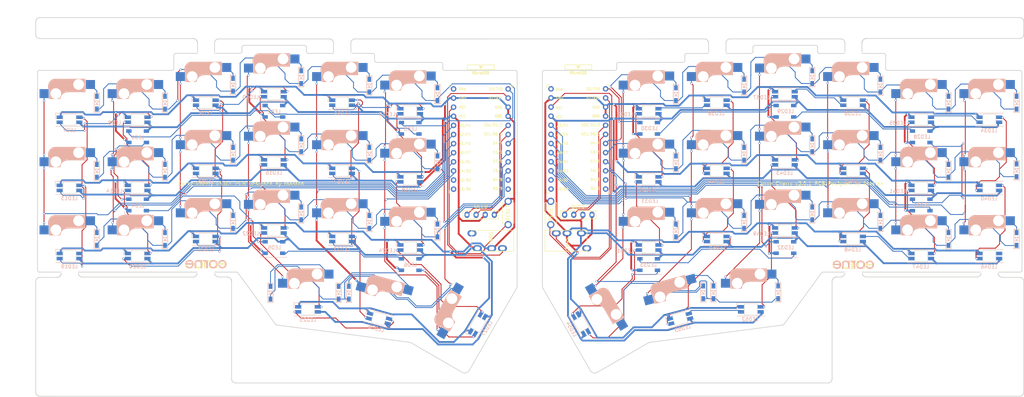
<source format=kicad_pcb>
(kicad_pcb (version 20221018) (generator pcbnew)
  (title_block (title "Corne Cherry") (date "2020-09-28") (rev "3.0.1") (company "foostan"))
  (layers (0 "F.Cu" signal) (31 "B.Cu" signal) (34 "B.Paste" user) (35 "F.Paste" user) (36 "B.SilkS" user "B.Silkscreen") (37 "F.SilkS" user "F.Silkscreen") (38 "B.Mask" user) (39 "F.Mask" user) (44 "Edge.Cuts" user))
  (net 0 "")
  (net 1 "row0")
  (net 2 "Net-(D1-Pad2)")
  (net 3 "row1")
  (net 4 "Net-(D2-Pad2)")
  (net 5 "row2")
  (net 6 "Net-(D3-Pad2)")
  (net 7 "row3")
  (net 8 "Net-(D4-Pad2)")
  (net 9 "Net-(D5-Pad2)")
  (net 10 "Net-(D6-Pad2)")
  (net 11 "Net-(D7-Pad2)")
  (net 12 "Net-(D8-Pad2)")
  (net 13 "Net-(D9-Pad2)")
  (net 14 "Net-(D10-Pad2)")
  (net 15 "Net-(D11-Pad2)")
  (net 16 "Net-(D12-Pad2)")
  (net 17 "Net-(D13-Pad2)")
  (net 18 "Net-(D14-Pad2)")
  (net 19 "Net-(D15-Pad2)")
  (net 20 "Net-(D16-Pad2)")
  (net 21 "Net-(D17-Pad2)")
  (net 22 "Net-(D18-Pad2)")
  (net 23 "Net-(D19-Pad2)")
  (net 24 "Net-(D20-Pad2)")
  (net 25 "Net-(D21-Pad2)")
  (net 26 "GND")
  (net 27 "VCC")
  (net 28 "col0")
  (net 29 "col1")
  (net 30 "col2")
  (net 31 "col3")
  (net 32 "col4")
  (net 33 "col5")
  (net 34 "LED")
  (net 35 "data")
  (net 36 "reset")
  (net 37 "SCL")
  (net 38 "SDA")
  (net 39 "Net-(U1-Pad14)")
  (net 40 "Net-(U1-Pad13)")
  (net 41 "Net-(U1-Pad12)")
  (net 42 "Net-(U1-Pad11)")
  (net 43 "Net-(U1-Pad24)")
  (net 44 "Net-(D22-Pad2)")
  (net 45 "row0_r")
  (net 46 "Net-(D23-Pad2)")
  (net 47 "Net-(D24-Pad2)")
  (net 48 "Net-(D25-Pad2)")
  (net 49 "Net-(D26-Pad2)")
  (net 50 "Net-(D27-Pad2)")
  (net 51 "row1_r")
  (net 52 "Net-(D28-Pad2)")
  (net 53 "Net-(D29-Pad2)")
  (net 54 "Net-(D30-Pad2)")
  (net 55 "Net-(D31-Pad2)")
  (net 56 "Net-(D32-Pad2)")
  (net 57 "Net-(D33-Pad2)")
  (net 58 "row2_r")
  (net 59 "Net-(D34-Pad2)")
  (net 60 "Net-(D35-Pad2)")
  (net 61 "Net-(D36-Pad2)")
  (net 62 "Net-(D37-Pad2)")
  (net 63 "Net-(D38-Pad2)")
  (net 64 "Net-(D39-Pad2)")
  (net 65 "Net-(D40-Pad2)")
  (net 66 "row3_r")
  (net 67 "Net-(D41-Pad2)")
  (net 68 "Net-(D42-Pad2)")
  (net 69 "data_r")
  (net 70 "SDA_r")
  (net 71 "SCL_r")
  (net 72 "LED_r")
  (net 73 "reset_r")
  (net 74 "col0_r")
  (net 75 "col1_r")
  (net 76 "col2_r")
  (net 77 "col3_r")
  (net 78 "col4_r")
  (net 79 "col5_r")
  (net 80 "VDD")
  (net 81 "GNDA")
  (net 82 "Net-(LED1-Pad2)")
  (net 83 "Net-(LED1-Pad4)")
  (net 84 "Net-(LED2-Pad4)")
  (net 85 "Net-(LED10-Pad2)")
  (net 86 "Net-(LED11-Pad4)")
  (net 87 "Net-(LED13-Pad4)")
  (net 88 "Net-(LED14-Pad2)")
  (net 89 "Net-(LED15-Pad4)")
  (net 90 "Net-(LED10-Pad4)")
  (net 91 "Net-(LED11-Pad2)")
  (net 92 "Net-(LED12-Pad4)")
  (net 93 "Net-(LED13-Pad2)")
  (net 94 "Net-(LED14-Pad4)")
  (net 95 "Net-(LED16-Pad4)")
  (net 96 "Net-(LED17-Pad2)")
  (net 97 "Net-(LED18-Pad4)")
  (net 98 "Net-(LED22-Pad4)")
  (net 99 "Net-(LED24-Pad4)")
  (net 100 "Net-(LED25-Pad4)")
  (net 101 "Net-(LED27-Pad4)")
  (net 102 "Net-(LED28-Pad2)")
  (net 103 "Net-(LED29-Pad4)")
  (net 104 "Net-(LED32-Pad2)")
  (net 105 "Net-(LED34-Pad2)")
  (net 106 "Net-(LED35-Pad4)")
  (net 107 "Net-(LED37-Pad4)")
  (net 108 "Net-(LED38-Pad2)")
  (net 109 "Net-(LED39-Pad4)")
  (net 110 "Net-(LED4-Pad2)")
  (net 111 "Net-(LED5-Pad2)")
  (net 112 "Net-(LED7-Pad4)")
  (net 113 "Net-(LED15-Pad2)")
  (net 114 "Net-(LED20-Pad4)")
  (net 115 "Net-(LED23-Pad2)")
  (net 116 "Net-(LED28-Pad4)")
  (net 117 "Net-(LED31-Pad2)")
  (net 118 "Net-(LED33-Pad2)")
  (net 119 "Net-(LED40-Pad2)")
  (net 120 "Net-(LED41-Pad4)")
  (net 121 "Net-(LED42-Pad2)")
  (net 122 "Net-(LED43-Pad4)")
  (net 123 "Net-(LED44-Pad2)")
  (net 124 "Net-(LED45-Pad4)")
  (net 125 "Net-(LED47-Pad4)")
  (net 126 "Net-(LED49-Pad4)")
  (net 127 "Net-(LED50-Pad2)")
  (net 128 "Net-(LED51-Pad4)")
  (net 129 "Net-(LED52-Pad4)")
  (net 130 "Net-(LED34-Pad4)")
  (net 131 "Net-(LED36-Pad4)")
  (net 132 "Net-(LED36-Pad2)")
  (net 133 "Net-(LED38-Pad4)")
  (net 134 "Net-(U2-Pad11)")
  (net 135 "Net-(U2-Pad12)")
  (net 136 "Net-(U2-Pad13)")
  (net 137 "Net-(U2-Pad14)")
  (net 138 "Net-(U2-Pad24)")
  (net 139 "Net-(J1-PadA)")
  (net 140 "Net-(J3-PadA)")
  (net 141 "Net-(LED19-Pad2)")
  (net 142 "Net-(LED46-Pad2)")
  (footprint "kbd:MJ-4PP-9_1side" (layer "F.Cu") (at 144.1345 74.292 -90)
    (fp_text reference "J1")
    (fp_text value "MJ-4PP-9" hide)
  )
  (footprint "kbd:OLED_1side" (layer "F.Cu") (at 130.9485 67.028)
    (fp_text reference "J2")
    (fp_text value "OLED" hide)
  )
  (footprint "kbd:ResetSW_1side" (layer "F.Cu") (at 142.4245 66.531 -90)
    (fp_text reference "RSW1" hide)
    (fp_text value "SW_PUSH")
  )
  (footprint "kbd:CherryMX_Hotswap" (layer "F.Cu") (at 39.1075 35.78)
    (fp_text reference "SW2" hide)
    (fp_text value "SW_PUSH" hide)
  )
  (footprint "kbd:CherryMX_Hotswap" (layer "F.Cu") (at 58.1075 31.03)
    (fp_text reference "SW3" hide)
    (fp_text value "SW_PUSH" hide)
  )
  (footprint "kbd:CherryMX_Hotswap" (layer "F.Cu") (at 77.1075 28.655)
    (fp_text reference "SW4" hide)
    (fp_text value "SW_PUSH" hide)
  )
  (footprint "kbd:CherryMX_Hotswap" (layer "F.Cu") (at 96.1075 31.03)
    (fp_text reference "SW5" hide)
    (fp_text value "SW_PUSH" hide)
  )
  (footprint "kbd:CherryMX_Hotswap" (layer "F.Cu") (at 20.1075 54.78)
    (fp_text reference "SW7" hide)
    (fp_text value "SW_PUSH" hide)
  )
  (footprint "kbd:CherryMX_Hotswap" (layer "F.Cu") (at 39.1075 54.78)
    (fp_text reference "SW8" hide)
    (fp_text value "SW_PUSH" hide)
  )
  (footprint "kbd:CherryMX_Hotswap" (layer "F.Cu") (at 58.1075 50.03)
    (fp_text reference "SW9" hide)
    (fp_text value "SW_PUSH" hide)
  )
  (footprint "kbd:CherryMX_Hotswap" (layer "F.Cu") (at 77.1075 47.655)
    (fp_text reference "SW10" hide)
    (fp_text value "SW_PUSH" hide)
  )
  (footprint "kbd:CherryMX_Hotswap" (layer "F.Cu") (at 96.1075 50.03)
    (fp_text reference "SW11" hide)
    (fp_text value "SW_PUSH" hide)
  )
  (footprint "kbd:CherryMX_Hotswap" (layer "F.Cu") (at 115.1075 52.405)
    (fp_text reference "SW12" hide)
    (fp_text value "SW_PUSH" hide)
  )
  (footprint "kbd:CherryMX_Hotswap" (layer "F.Cu") (at 20.1075 73.78)
    (fp_text reference "SW13" hide)
    (fp_text value "SW_PUSH" hide)
  )
  (footprint "kbd:CherryMX_Hotswap" (layer "F.Cu") (at 39.1075 73.78)
    (fp_text reference "SW14" hide)
    (fp_text value "SW_PUSH" hide)
  )
  (footprint "kbd:CherryMX_Hotswap" (layer "F.Cu") (at 58.1075 69.03)
    (fp_text reference "SW15" hide)
    (fp_text value "SW_PUSH" hide)
  )
  (footprint "kbd:CherryMX_Hotswap" (layer "F.Cu") (at 77.1075 66.655)
    (fp_text reference "SW16" hide)
    (fp_text value "SW_PUSH" hide)
  )
  (footprint "kbd:CherryMX_Hotswap" (layer "F.Cu") (at 96.1075 69.03)
    (fp_text reference "SW17" hide)
    (fp_text value "SW_PUSH" hide)
  )
  (footprint "kbd:CherryMX_Hotswap" (layer "F.Cu") (at 115.1075 71.405)
    (fp_text reference "SW18" hide)
    (fp_text value "SW_PUSH" hide)
  )
  (footprint "kbd:CherryMX_Hotswap" (layer "F.Cu") (at 86.6075 88.655)
    (fp_text reference "SW19" hide)
    (fp_text value "SW_PUSH" hide)
  )
  (footprint "kbd:CherryMX_Hotswap" (layer "F.Cu") (at 107.6075 91.405 -15)
    (fp_text reference "SW20" hide)
    (fp_text value "SW_PUSH" hide)
  )
  (footprint "kbd:CherryMX_Hotswap_1.5u" (layer "F.Cu") (at 129.8575 95.155 60)
    (fp_text reference "SW21" hide)
    (fp_text value "SW_PUSH" hide)
  )
  (footprint "kbd:CherryMX_Hotswap_1.5u" (layer "F.Cu") (at 166.8645 95.15 -60)
    (fp_text reference "SW42" hide)
    (fp_text value "SW_PUSH" hide)
  )
  (footprint "kbd:MJ-4PP-9_1side" (layer "F.Cu") (at 152.5375 74.27 90)
    (fp_text reference "J3")
    (fp_text value "MJ-4PP-9" hide)
  )
  (footprint "kbd:OLED_1side" (layer "F.Cu") (at 158.1775 67.02)
    (fp_text reference "J4")
    (fp_text value "OLED" hide)
  )
  (footprint "kbd:ResetSW_1side" (layer "F.Cu") (at 154.3045 66.522 -90)
    (fp_text reference "RSW2" hide)
    (fp_text value "SW_PUSH")
  )
  (footprint "kbd:CherryMX_Hotswap" (layer "F.Cu") (at 219.6145 66.65)
    (fp_text reference "SW37" hide)
    (fp_text value "SW_PUSH" hide)
  )
  (footprint "kbd:CherryMX_Hotswap" (layer "F.Cu") (at 200.6145 69.025)
    (fp_text reference "SW38" hide)
    (fp_text value "SW_PUSH" hide)
  )
  (footprint "kbd:CherryMX_Hotswap" (layer "F.Cu") (at 181.6145 71.4)
    (fp_text reference "SW39" hide)
    (fp_text value "SW_PUSH" hide)
  )
  (footprint "kbd:CherryMX_Hotswap" (layer "F.Cu") (at 210.1145 88.65)
    (fp_text reference "SW40" hide)
    (fp_text value "SW_PUSH" hide)
  )
  (footprint "kbd:CherryMX_Hotswap" (layer "F.Cu") (at 189.1145 91.4 15)
    (fp_text reference "SW41" hide)
    (fp_text value "SW_PUSH" hide)
  )
  (footprint "kbd:CherryMX_Hotswap" (layer "F.Cu") (at 219.6145 28.65)
    (fp_text reference "SW25" hide)
    (fp_text value "SW_PUSH" hide)
  )
  (footprint "kbd:CherryMX_Hotswap" (layer "F.Cu") (at 200.6145 31.025)
    (fp_text reference "SW26" hide)
    (fp_text value "SW_PUSH" hide)
  )
  (footprint "kbd:CherryMX_Hotswap" (layer "F.Cu") (at 276.6145 54.775)
    (fp_text reference "SW28" hide)
    (fp_text value "SW_PUSH" hide)
  )
  (footprint "kbd:CherryMX_Hotswap" (layer "F.Cu") (at 238.6145 31.025)
    (fp_text reference "SW24" hide)
    (fp_text value "SW_PUSH" hide)
  )
  (footprint "kbd:CherryMX_Hotswap" (layer "F.Cu") (at 257.6145 54.775)
    (fp_text reference "SW29" hide)
    (fp_text value "SW_PUSH" hide)
  )
  (footprint "kbd:CherryMX_Hotswap" (layer "F.Cu") (at 257.6145 73.775)
    (fp_text reference "SW35" hide)
    (fp_text value "SW_PUSH" hide)
  )
  (footprint "kbd:CherryMX_Hotswap" (layer "F.Cu") (at 238.6145 69.025)
    (fp_text reference "SW36" hide)
    (fp_text value "SW_PUSH" hide)
  )
  (footprint "kbd:CherryMX_Hotswap" (layer "F.Cu") (at 276.6145 35.775)
    (fp_text reference "SW22" hide)
    (fp_text value "SW_PUSH" hide)
  )
  (footprint "kbd:CherryMX_Hotswap" (layer "F.Cu") (at 257.6145 35.775)
    (fp_text reference "SW23" hide)
    (fp_text value "SW_PUSH" hide)
  )
  (footprint "kbd:CherryMX_Hotswap" (layer "F.Cu") (at 238.6145 50.025)
    (fp_text reference "SW30" hide)
    (fp_text value "SW_PUSH" hide)
  )
  (footprint "kbd:CherryMX_Hotswap" (layer "F.Cu") (at 219.6145 47.65)
    (fp_text reference "SW31" hide)
    (fp_text value "SW_PUSH" hide)
  )
  (footprint "kbd:CherryMX_Hotswap" (layer "F.Cu") (at 200.6145 50.025)
    (fp_text reference "SW32" hide)
    (fp_text value "SW_PUSH" hide)
  )
  (footprint "kbd:CherryMX_Hotswap" (layer "F.Cu") (at 181.6145 52.4)
    (fp_text reference "SW33" hide)
    (fp_text value "SW_PUSH" hide)
  )
  (footprint "kbd:CherryMX_Hotswap" (layer "F.Cu") (at 276.6145 73.775)
    (fp_text reference "SW34" hide)
    (fp_text value "SW_PUSH" hide)
  )
  (footprint "kbd:CherryMX_Hotswap" (layer "F.Cu") (at 20.1075 35.78)
    (fp_text reference "SW1" hide)
    (fp_text value "SW_PUSH" hide)
  )
  (footprint "kbd:M2_HOLE_v2" (layer "F.Cu") (at 105.5755 41.7655)
    (fp_text reference "Ref**" hide)
    (fp_text value "Val**" hide)
  )
  (footprint "kbd:M2_HOLE_v2" (layer "F.Cu") (at 72.7645 81.5205)
    (fp_text reference "Ref**" hide)
    (fp_text value "Val**" hide)
  )
  (footprint "kbd:M2_HOLE_v2" (layer "F.Cu") (at 119.3305 89.135)
    (fp_text reference "Ref**" hide)
    (fp_text value "Val**" hide)
  )
  (footprint "kbd:M2_HOLE_v2" (layer "F.Cu") (at 127.8695 74.254)
    (fp_text reference "Ref**" hide)
    (fp_text value "Val**" hide)
  )
  (footprint "kbd:M2_HOLE_v2" (layer "F.Cu") (at 142.3015 82.775)
    (fp_text reference "Ref**" hide)
    (fp_text value "Val**" hide)
  )
  (footprint "kbd:M2_HOLE_v2" (layer "F.Cu") (at 177.3895 89.145 180)
    (fp_text reference "Ref**" hide)
    (fp_text value "Val**" hide)
  )
  (footprint "kbd:M2_HOLE_v2" (layer "F.Cu") (at 223.9555 81.5305 180)
    (fp_text reference "Ref**" hide)
    (fp_text value "Val**" hide)
  )
  (footprint "kbd:M2_HOLE_v2" (layer "F.Cu") (at 267.0995 45.2655 180)
    (fp_text reference "Ref**" hide)
    (fp_text value "Val**" hide)
  )
  (footprint "kbd:M2_HOLE_v2" (layer "F.Cu") (at 191.1445 41.7755 180)
    (fp_text reference "Ref**" hide)
    (fp_text value "Val**" hide)
  )
  (footprint "kbd:CherryMX_Hotswap" (layer "F.Cu") (at 115.1075 33.405)
    (fp_text reference "SW6" hide)
    (fp_text value "SW_PUSH" hide)
  )
  (footprint "kbd:CherryMX_Hotswap" (layer "F.Cu") (at 181.6075 33.405)
    (fp_text reference "SW27" hide)
    (fp_text value "SW_PUSH" hide)
  )
  (footprint "kbd:M2_HOLE_v2" (layer "F.Cu") (at 27.5195 54.1395)
    (fp_text reference "Ref**" hide)
    (fp_text value "Val**" hide)
  )
  (footprint "kbd:ProMicro_v3" (layer "F.Cu") (at 134.8125 46.42)
    (fp_text reference "U1" hide)
    (fp_text value "ProMicro" hide)
  )
  (footprint "kbd:ProMicro_v3" (layer "F.Cu") (at 161.9875 46.39)
    (fp_text reference "U2" hide)
    (fp_text value "ProMicro" hide)
  )
  (footprint "kbd:M2_HOLE_v2" (layer "F.Cu") (at 29.6075 45.28)
    (fp_text reference "Ref**" hide)
    (fp_text value "Val**" hide)
  )
  (footprint "kbd:Breakaway_Tabs" (layer "F.Cu") (at 58.23675 21.869)
    (fp_text reference "REF**")
    (fp_text value "Breakaway_Tabs")
  )
  (footprint "kbd:Breakaway_Tabs" (layer "F.Cu") (at 96.2075 21.873)
    (fp_text reference "REF**")
    (fp_text value "Breakaway_Tabs")
  )
  (footprint "kbd:Breakaway_Tabs" (layer "F.Cu") (at 20.1625 83.176)
    (fp_text reference "REF**")
    (fp_text value "Breakaway_Tabs")
  )
  (footprint "kbd:Breakaway_Tabs" (layer "F.Cu") (at 58.1235 83.178)
    (fp_text reference "REF**")
    (fp_text value "Breakaway_Tabs")
  )
  (footprint "kbd:corne-logo-horizontal" (layer "F.Cu") (at 58.2675 80.89)
    (fp_text reference "G***" hide)
    (fp_text value "LOGO" hide)
  )
  (footprint "kbd:corne-logo-horizontal" (layer "F.Cu") (at 238.7775 81.04)
    (fp_text reference "G***" hide)
    (fp_text value "LOGO" hide)
  )
  (footprint "kbd:D3_SMD_v2" (layer "B.Cu") (at 27.7345 35.776875 90)
    (fp_text reference "D1" hide)
    (fp_text value "D" hide)
  )
  (footprint "kbd:D3_SMD_v2" (layer "B.Cu") (at 46.7345 35.78 90)
    (fp_text reference "D2" hide)
    (fp_text value "D" hide)
  )
  (footprint "kbd:D3_SMD_v2" (layer "B.Cu") (at 65.7075 30.78 90)
    (fp_text reference "D3" hide)
    (fp_text value "D" hide)
  )
  (footprint "kbd:D3_SMD_v2" (layer "B.Cu") (at 84.7075 28.655 90)
    (fp_text reference "D4" hide)
    (fp_text value "D" hide)
  )
  (footprint "kbd:D3_SMD_v2" (layer "B.Cu") (at 103.7075 31.03 90)
    (fp_text reference "D5" hide)
    (fp_text value "D" hide)
  )
  (footprint "kbd:D3_SMD_v2" (layer "B.Cu") (at 122.7075 33.405 90)
    (fp_text reference "D6" hide)
    (fp_text value "D" hide)
  )
  (footprint "kbd:D3_SMD_v2" (layer "B.Cu") (at 27.7345 54.776875 90)
    (fp_text reference "D7" hide)
    (fp_text value "D" hide)
  )
  (footprint "kbd:D3_SMD_v2" (layer "B.Cu") (at 46.7345 54.78 90)
    (fp_text reference "D8" hide)
    (fp_text value "D" hide)
  )
  (footprint "kbd:D3_SMD_v2" (layer "B.Cu") (at 65.7075 50.03 90)
    (fp_text reference "D9" hide)
    (fp_text value "D" hide)
  )
  (footprint "kbd:D3_SMD_v2" (layer "B.Cu") (at 84.7075 47.655 90)
    (fp_text reference "D10" hide)
    (fp_text value "D" hide)
  )
  (footprint "kbd:D3_SMD_v2" (layer "B.Cu") (at 103.7075 50.03 90)
    (fp_text reference "D11" hide)
    (fp_text value "D" hide)
  )
  (footprint "kbd:D3_SMD_v2" (layer "B.Cu") (at 122.7075 52.405 90)
    (fp_text reference "D12" hide)
    (fp_text value "D" hide)
  )
  (footprint "kbd:D3_SMD_v2" (layer "B.Cu") (at 27.7345 73.776875 90)
    (fp_text reference "D13" hide)
    (fp_text value "D" hide)
  )
  (footprint "kbd:D3_SMD_v2" (layer "B.Cu") (at 46.7345 73.78 90)
    (fp_text reference "D14" hide)
    (fp_text value "D" hide)
  )
  (footprint "kbd:D3_SMD_v2" (layer "B.Cu") (at 65.7075 69.03 90)
    (fp_text reference "D15" hide)
    (fp_text value "D" hide)
  )
  (footprint "kbd:D3_SMD_v2" (layer "B.Cu") (at 84.7075 66.655 90)
    (fp_text reference "D16" hide)
    (fp_text value "D" hide)
  )
  (footprint "kbd:D3_SMD_v2" (layer "B.Cu") (at 103.7075 69.03 90)
    (fp_text reference "D17" hide)
    (fp_text value "D" hide)
  )
  (footprint "kbd:D3_SMD_v2" (layer "B.Cu") (at 122.7075 71.405 90)
    (fp_text reference "D18" hide)
    (fp_text value "D" hide)
  )
  (footprint "kbd:D3_SMD_v2" (layer "B.Cu") (at 76.1575 88.77 90)
    (fp_text reference "D19" hide)
    (fp_text value "D" hide)
  )
  (footprint "kbd:D3_SMD_v2" (layer "B.Cu") (at 95.1645 88.765 90)
    (fp_text reference "D20" hide)
    (fp_text value "D" hide)
  )
  (footprint "kbd:D3_SMD_v2" (layer "B.Cu") (at 98.0075 88.765 90)
    (fp_text reference "D21" hide)
    (fp_text value "D" hide)
  )
  (footprint "kbd:YS-SK6812MINI-E" (layer "B.Cu") (at 20.1075 40.53)
    (fp_text reference "LED7")
    (fp_text value "YS-SK6812MINI-E")
    (fp_line (start -1.8 -1.55) (end 1.8 -1.55) (stroke (width 0.12)) (layer "Edge.Cuts"))
    (fp_line (start -1.8 1.55) (end -1.8 -1.55) (stroke (width 0.12)) (layer "Edge.Cuts"))
    (fp_line (start 1.8 -1.55) (end 1.8 1.55) (stroke (width 0.12)) (layer "Edge.Cuts"))
    (fp_line (start 1.8 1.55) (end -1.8 1.55) (stroke (width 0.12)) (layer "Edge.Cuts"))
  )
  (footprint "kbd:YS-SK6812MINI-E" (layer "B.Cu") (at 39.1075 40.53)
    (fp_text reference "LED8")
    (fp_text value "YS-SK6812MINI-E")
    (fp_line (start -1.8 -1.55) (end 1.8 -1.55) (stroke (width 0.12)) (layer "Edge.Cuts"))
    (fp_line (start -1.8 1.55) (end -1.8 -1.55) (stroke (width 0.12)) (layer "Edge.Cuts"))
    (fp_line (start 1.8 -1.55) (end 1.8 1.55) (stroke (width 0.12)) (layer "Edge.Cuts"))
    (fp_line (start 1.8 1.55) (end -1.8 1.55) (stroke (width 0.12)) (layer "Edge.Cuts"))
  )
  (footprint "kbd:YS-SK6812MINI-E" (layer "B.Cu") (at 58.1075 35.78)
    (fp_text reference "LED9")
    (fp_text value "YS-SK6812MINI-E")
    (fp_line (start -1.8 -1.55) (end 1.8 -1.55) (stroke (width 0.12)) (layer "Edge.Cuts"))
    (fp_line (start -1.8 1.55) (end -1.8 -1.55) (stroke (width 0.12)) (layer "Edge.Cuts"))
    (fp_line (start 1.8 -1.55) (end 1.8 1.55) (stroke (width 0.12)) (layer "Edge.Cuts"))
    (fp_line (start 1.8 1.55) (end -1.8 1.55) (stroke (width 0.12)) (layer "Edge.Cuts"))
  )
  (footprint "kbd:YS-SK6812MINI-E" (layer "B.Cu") (at 77.1075 33.405)
    (fp_text reference "LED10")
    (fp_text value "YS-SK6812MINI-E")
    (fp_line (start -1.8 -1.55) (end 1.8 -1.55) (stroke (width 0.12)) (layer "Edge.Cuts"))
    (fp_line (start -1.8 1.55) (end -1.8 -1.55) (stroke (width 0.12)) (layer "Edge.Cuts"))
    (fp_line (start 1.8 -1.55) (end 1.8 1.55) (stroke (width 0.12)) (layer "Edge.Cuts"))
    (fp_line (start 1.8 1.55) (end -1.8 1.55) (stroke (width 0.12)) (layer "Edge.Cuts"))
  )
  (footprint "kbd:YS-SK6812MINI-E" (layer "B.Cu") (at 96.1075 35.78)
    (fp_text reference "LED11")
    (fp_text value "YS-SK6812MINI-E")
    (fp_line (start -1.8 -1.55) (end 1.8 -1.55) (stroke (width 0.12)) (layer "Edge.Cuts"))
    (fp_line (start -1.8 1.55) (end -1.8 -1.55) (stroke (width 0.12)) (layer "Edge.Cuts"))
    (fp_line (start 1.8 -1.55) (end 1.8 1.55) (stroke (width 0.12)) (layer "Edge.Cuts"))
    (fp_line (start 1.8 1.55) (end -1.8 1.55) (stroke (width 0.12)) (layer "Edge.Cuts"))
  )
  (footprint "kbd:YS-SK6812MINI-E" (layer "B.Cu") (at 115.1075 38.155)
    (fp_text reference "LED12")
    (fp_text value "YS-SK6812MINI-E")
    (fp_line (start -1.8 -1.55) (end 1.8 -1.55) (stroke (width 0.12)) (layer "Edge.Cuts"))
    (fp_line (start -1.8 1.55) (end -1.8 -1.55) (stroke (width 0.12)) (layer "Edge.Cuts"))
    (fp_line (start 1.8 -1.55) (end 1.8 1.55) (stroke (width 0.12)) (layer "Edge.Cuts"))
    (fp_line (start 1.8 1.55) (end -1.8 1.55) (stroke (width 0.12)) (layer "Edge.Cuts"))
  )
  (footprint "kbd:YS-SK6812MINI-E" (layer "B.Cu") (at 20.1075 59.53)
    (fp_text reference "LED13")
    (fp_text value "YS-SK6812MINI-E")
    (fp_line (start -1.8 -1.55) (end 1.8 -1.55) (stroke (width 0.12)) (layer "Edge.Cuts"))
    (fp_line (start -1.8 1.55) (end -1.8 -1.55) (stroke (width 0.12)) (layer "Edge.Cuts"))
    (fp_line (start 1.8 -1.55) (end 1.8 1.55) (stroke (width 0.12)) (layer "Edge.Cuts"))
    (fp_line (start 1.8 1.55) (end -1.8 1.55) (stroke (width 0.12)) (layer "Edge.Cuts"))
  )
  (footprint "kbd:YS-SK6812MINI-E" (layer "B.Cu") (at 39.1075 59.53)
    (fp_text reference "LED14")
    (fp_text value "YS-SK6812MINI-E")
    (fp_line (start -1.8 -1.55) (end 1.8 -1.55) (stroke (width 0.12)) (layer "Edge.Cuts"))
    (fp_line (start -1.8 1.55) (end -1.8 -1.55) (stroke (width 0.12)) (layer "Edge.Cuts"))
    (fp_line (start 1.8 -1.55) (end 1.8 1.55) (stroke (width 0.12)) (layer "Edge.Cuts"))
    (fp_line (start 1.8 1.55) (end -1.8 1.55) (stroke (width 0.12)) (layer "Edge.Cuts"))
  )
  (footprint "kbd:YS-SK6812MINI-E" (layer "B.Cu") (at 58.1075 54.78)
    (fp_text reference "LED15")
    (fp_text value "YS-SK6812MINI-E")
    (fp_line (start -1.8 -1.55) (end 1.8 -1.55) (stroke (width 0.12)) (layer "Edge.Cuts"))
    (fp_line (start -1.8 1.55) (end -1.8 -1.55) (stroke (width 0.12)) (layer "Edge.Cuts"))
    (fp_line (start 1.8 -1.55) (end 1.8 1.55) (stroke (width 0.12)) (layer "Edge.Cuts"))
    (fp_line (start 1.8 1.55) (end -1.8 1.55) (stroke (width 0.12)) (layer "Edge.Cuts"))
  )
  (footprint "kbd:YS-SK6812MINI-E" (layer "B.Cu") (at 77.1075 52.405)
    (fp_text reference "LED16")
    (fp_text value "YS-SK6812MINI-E")
    (fp_line (start -1.8 -1.55) (end 1.8 -1.55) (stroke (width 0.12)) (layer "Edge.Cuts"))
    (fp_line (start -1.8 1.55) (end -1.8 -1.55) (stroke (width 0.12)) (layer "Edge.Cuts"))
    (fp_line (start 1.8 -1.55) (end 1.8 1.55) (stroke (width 0.12)) (layer "Edge.Cuts"))
    (fp_line (start 1.8 1.55) (end -1.8 1.55) (stroke (width 0.12)) (layer "Edge.Cuts"))
  )
  (footprint "kbd:YS-SK6812MINI-E" (layer "B.Cu") (at 96.1075 54.78)
    (fp_text reference "LED17")
    (fp_text value "YS-SK6812MINI-E")
    (fp_line (start -1.8 -1.55) (end 1.8 -1.55) (stroke (width 0.12)) (layer "Edge.Cuts"))
    (fp_line (start -1.8 1.55) (end -1.8 -1.55) (stroke (width 0.12)) (layer "Edge.Cuts"))
    (fp_line (start 1.8 -1.55) (end 1.8 1.55) (stroke (width 0.12)) (layer "Edge.Cuts"))
    (fp_line (start 1.8 1.55) (end -1.8 1.55) (stroke (width 0.12)) (layer "Edge.Cuts"))
  )
  (footprint "kbd:YS-SK6812MINI-E" (layer "B.Cu") (at 115.1075 57.155)
    (fp_text reference "LED18")
    (fp_text value "YS-SK6812MINI-E")
    (fp_line (start -1.8 -1.55) (end 1.8 -1.55) (stroke (width 0.12)) (layer "Edge.Cuts"))
    (fp_line (start -1.8 1.55) (end -1.8 -1.55) (stroke (width 0.12)) (layer "Edge.Cuts"))
    (fp_line (start 1.8 -1.55) (end 1.8 1.55) (stroke (width 0.12)) (layer "Edge.Cuts"))
    (fp_line (start 1.8 1.55) (end -1.8 1.55) (stroke (width 0.12)) (layer "Edge.Cuts"))
  )
  (footprint "kbd:YS-SK6812MINI-E" (layer "B.Cu") (at 20.1075 78.53)
    (fp_text reference "LED19")
    (fp_text value "YS-SK6812MINI-E")
    (fp_line (start -1.8 -1.55) (end 1.8 -1.55) (stroke (width 0.12)) (layer "Edge.Cuts"))
    (fp_line (start -1.8 1.55) (end -1.8 -1.55) (stroke (width 0.12)) (layer "Edge.Cuts"))
    (fp_line (start 1.8 -1.55) (end 1.8 1.55) (stroke (width 0.12)) (layer "Edge.Cuts"))
    (fp_line (start 1.8 1.55) (end -1.8 1.55) (stroke (width 0.12)) (layer "Edge.Cuts"))
  )
  (footprint "kbd:YS-SK6812MINI-E" (layer "B.Cu") (at 39.1075 78.53)
    (fp_text reference "LED20")
    (fp_text value "YS-SK6812MINI-E")
    (fp_line (start -1.8 -1.55) (end 1.8 -1.55) (stroke (width 0.12)) (layer "Edge.Cuts"))
    (fp_line (start -1.8 1.55) (end -1.8 -1.55) (stroke (width 0.12)) (layer "Edge.Cuts"))
    (fp_line (start 1.8 -1.55) (end 1.8 1.55) (stroke (width 0.12)) (layer "Edge.Cuts"))
    (fp_line (start 1.8 1.55) (end -1.8 1.55) (stroke (width 0.12)) (layer "Edge.Cuts"))
  )
  (footprint "kbd:YS-SK6812MINI-E" (layer "B.Cu") (at 58.1075 73.78)
    (fp_text reference "LED21")
    (fp_text value "YS-SK6812MINI-E")
    (fp_line (start -1.8 -1.55) (end 1.8 -1.55) (stroke (width 0.12)) (layer "Edge.Cuts"))
    (fp_line (start -1.8 1.55) (end -1.8 -1.55) (stroke (width 0.12)) (layer "Edge.Cuts"))
    (fp_line (start 1.8 -1.55) (end 1.8 1.55) (stroke (width 0.12)) (layer "Edge.Cuts"))
    (fp_line (start 1.8 1.55) (end -1.8 1.55) (stroke (width 0.12)) (layer "Edge.Cuts"))
  )
  (footprint "kbd:YS-SK6812MINI-E" (layer "B.Cu") (at 77.1075 71.405)
    (fp_text reference "LED22")
    (fp_text value "YS-SK6812MINI-E")
    (fp_line (start -1.8 -1.55) (end 1.8 -1.55) (stroke (width 0.12)) (layer "Edge.Cuts"))
    (fp_line (start -1.8 1.55) (end -1.8 -1.55) (stroke (width 0.12)) (layer "Edge.Cuts"))
    (fp_line (start 1.8 -1.55) (end 1.8 1.55) (stroke (width 0.12)) (layer "Edge.Cuts"))
    (fp_line (start 1.8 1.55) (end -1.8 1.55) (stroke (width 0.12)) (layer "Edge.Cuts"))
  )
  (footprint "kbd:YS-SK6812MINI-E" (layer "B.Cu") (at 115.1075 76.155)
    (fp_text reference "LED24")
    (fp_text value "YS-SK6812MINI-E")
    (fp_line (start -1.8 -1.55) (end 1.8 -1.55) (stroke (width 0.12)) (layer "Edge.Cuts"))
    (fp_line (start -1.8 1.55) (end -1.8 -1.55) (stroke (width 0.12)) (layer "Edge.Cuts"))
    (fp_line (start 1.8 -1.55) (end 1.8 1.55) (stroke (width 0.12)) (layer "Edge.Cuts"))
    (fp_line (start 1.8 1.55) (end -1.8 1.55) (stroke (width 0.12)) (layer "Edge.Cuts"))
  )
  (footprint "kbd:YS-SK6812MINI-E" (layer "B.Cu") (at 133.971121 97.53 60)
    (fp_text reference "LED27")
    (fp_text value "YS-SK6812MINI-E")
    (fp_line (start -1.8 -1.55) (end 1.8 -1.55) (stroke (width 0.12)) (layer "Edge.Cuts"))
    (fp_line (start -1.8 1.55) (end -1.8 -1.55) (stroke (width 0.12)) (layer "Edge.Cuts"))
    (fp_line (start 1.8 -1.55) (end 1.8 1.55) (stroke (width 0.12)) (layer "Edge.Cuts"))
    (fp_line (start 1.8 1.55) (end -1.8 1.55) (stroke (width 0.12)) (layer "Edge.Cuts"))
  )
  (footprint "LED_SMD:LED_WS2812B_PLCC4_5.0x5.0mm_P3.2mm" (layer "B.Cu") (at 39.1075 45.28 180)
    (fp_text reference "LED1")
    (fp_text value "WS2812B")
  )
  (footprint "LED_SMD:LED_WS2812B_PLCC4_5.0x5.0mm_P3.2mm" (layer "B.Cu") (at 77.1075 38.155 180)
    (fp_text reference "LED2")
    (fp_text value "WS2812B")
  )
  (footprint "LED_SMD:LED_WS2812B_PLCC4_5.0x5.0mm_P3.2mm" (layer "B.Cu") (at 115.1075 42.905 180)
    (fp_text reference "LED3")
    (fp_text value "WS2812B")
  )
  (footprint "LED_SMD:LED_WS2812B_PLCC4_5.0x5.0mm_P3.2mm" (layer "B.Cu") (at 77.1075 76.155 180)
    (fp_text reference "LED5")
    (fp_text value "WS2812B")
  )
  (footprint "LED_SMD:LED_WS2812B_PLCC4_5.0x5.0mm_P3.2mm" (layer "B.Cu") (at 115.1075 80.905 180)
    (fp_text reference "LED6")
    (fp_text value "WS2812B")
  )
  (footprint "LED_SMD:LED_WS2812B_PLCC4_5.0x5.0mm_P3.2mm" (layer "B.Cu") (at 257.6075 45.28 180)
    (fp_text reference "LED28")
    (fp_text value "WS2812B")
  )
  (footprint "LED_SMD:LED_WS2812B_PLCC4_5.0x5.0mm_P3.2mm" (layer "B.Cu") (at 219.6075 38.155 180)
    (fp_text reference "LED29")
    (fp_text value "WS2812B")
  )
  (footprint "LED_SMD:LED_WS2812B_PLCC4_5.0x5.0mm_P3.2mm" (layer "B.Cu") (at 181.6075 42.905 180)
    (fp_text reference "LED30")
    (fp_text value "WS2812B")
  )
  (footprint "LED_SMD:LED_WS2812B_PLCC4_5.0x5.0mm_P3.2mm" (layer "B.Cu") (at 257.6075 64.28 180)
    (fp_text reference "LED31")
    (fp_text value "WS2812B")
  )
  (footprint "LED_SMD:LED_WS2812B_PLCC4_5.0x5.0mm_P3.2mm" (layer "B.Cu") (at 219.6075 76.155 180)
    (fp_text reference "LED32")
    (fp_text value "WS2812B")
  )
  (footprint "LED_SMD:LED_WS2812B_PLCC4_5.0x5.0mm_P3.2mm" (layer "B.Cu") (at 181.6075 80.905 180)
    (fp_text reference "LED33")
    (fp_text value "WS2812B")
  )
  (footprint "kbd:YS-SK6812MINI-E" (layer "B.Cu") (at 219.6075 52.405)
    (fp_text reference "LED43")
    (fp_text value "YS-SK6812MINI-E")
    (fp_line (start -1.8 -1.55) (end 1.8 -1.55) (stroke (width 0.12)) (layer "Edge.Cuts"))
    (fp_line (start -1.8 1.55) (end -1.8 -1.55) (stroke (width 0.12)) (layer "Edge.Cuts"))
    (fp_line (start 1.8 -1.55) (end 1.8 1.55) (stroke (width 0.12)) (layer "Edge.Cuts"))
    (fp_line (start 1.8 1.55) (end -1.8 1.55) (stroke (width 0.12)) (layer "Edge.Cuts"))
  )
  (footprint "kbd:YS-SK6812MINI-E" (layer "B.Cu") (at 200.6075 54.78)
    (fp_text reference "LED44")
    (fp_text value "YS-SK6812MINI-E")
    (fp_line (start -1.8 -1.55) (end 1.8 -1.55) (stroke (width 0.12)) (layer "Edge.Cuts"))
    (fp_line (start -1.8 1.55) (end -1.8 -1.55) (stroke (width 0.12)) (layer "Edge.Cuts"))
    (fp_line (start 1.8 -1.55) (end 1.8 1.55) (stroke (width 0.12)) (layer "Edge.Cuts"))
    (fp_line (start 1.8 1.55) (end -1.8 1.55) (stroke (width 0.12)) (layer "Edge.Cuts"))
  )
  (footprint "kbd:YS-SK6812MINI-E" (layer "B.Cu") (at 181.6075 57.155)
    (fp_text reference "LED45")
    (fp_text value "YS-SK6812MINI-E")
    (fp_line (start -1.8 -1.55) (end 1.8 -1.55) (stroke (width 0.12)) (layer "Edge.Cuts"))
    (fp_line (start -1.8 1.55) (end -1.8 -1.55) (stroke (width 0.12)) (layer "Edge.Cuts"))
    (fp_line (start 1.8 -1.55) (end 1.8 1.55) (stroke (width 0.12)) (layer "Edge.Cuts"))
    (fp_line (start 1.8 1.55) (end -1.8 1.55) (stroke (width 0.12)) (layer "Edge.Cuts"))
  )
  (footprint "kbd:YS-SK6812MINI-E" (layer "B.Cu") (at 276.6075 78.53)
    (fp_text reference "LED46")
    (fp_text value "YS-SK6812MINI-E")
    (fp_line (start -1.8 -1.55) (end 1.8 -1.55) (stroke (width 0.12)) (layer "Edge.Cuts"))
    (fp_line (start -1.8 1.55) (end -1.8 -1.55) (stroke (width 0.12)) (layer "Edge.Cuts"))
    (fp_line (start 1.8 -1.55) (end 1.8 1.55) (stroke (width 0.12)) (layer "Edge.Cuts"))
    (fp_line (start 1.8 1.55) (end -1.8 1.55) (stroke (width 0.12)) (layer "Edge.Cuts"))
  )
  (footprint "kbd:YS-SK6812MINI-E" (layer "B.Cu") (at 257.6075 78.53)
    (fp_text reference "LED47")
    (fp_text value "YS-SK6812MINI-E")
    (fp_line (start -1.8 -1.55) (end 1.8 -1.55) (stroke (width 0.12)) (layer "Edge.Cuts"))
    (fp_line (start -1.8 1.55) (end -1.8 -1.55) (stroke (width 0.12)) (layer "Edge.Cuts"))
    (fp_line (start 1.8 -1.55) (end 1.8 1.55) (stroke (width 0.12)) (layer "Edge.Cuts"))
    (fp_line (start 1.8 1.55) (end -1.8 1.55) (stroke (width 0.12)) (layer "Edge.Cuts"))
  )
  (footprint "kbd:YS-SK6812MINI-E" (layer "B.Cu") (at 238.6075 73.78)
    (fp_text reference "LED48")
    (fp_text value "YS-SK6812MINI-E")
    (fp_line (start -1.8 -1.55) (end 1.8 -1.55) (stroke (width 0.12)) (layer "Edge.Cuts"))
    (fp_line (start -1.8 1.55) (end -1.8 -1.55) (stroke (width 0.12)) (layer "Edge.Cuts"))
    (fp_line (start 1.8 -1.55) (end 1.8 1.55) (stroke (width 0.12)) (layer "Edge.Cuts"))
    (fp_line (start 1.8 1.55) (end -1.8 1.55) (stroke (width 0.12)) (layer "Edge.Cuts"))
  )
  (footprint "kbd:YS-SK6812MINI-E" (layer "B.Cu") (at 219.6075 71.405)
    (fp_text reference "LED49")
    (fp_text value "YS-SK6812MINI-E")
    (fp_line (start -1.8 -1.55) (end 1.8 -1.55) (stroke (width 0.12)) (layer "Edge.Cuts"))
    (fp_line (start -1.8 1.55) (end -1.8 -1.55) (stroke (width 0.12)) (layer "Edge.Cuts"))
    (fp_line (start 1.8 -1.55) (end 1.8 1.55) (stroke (width 0.12)) (layer "Edge.Cuts"))
    (fp_line (start 1.8 1.55) (end -1.8 1.55) (stroke (width 0.12)) (layer "Edge.Cuts"))
  )
  (footprint "kbd:YS-SK6812MINI-E" (layer "B.Cu") (at 200.6075 73.78)
    (fp_text reference "LED50")
    (fp_text value "YS-SK6812MINI-E")
    (fp_line (start -1.8 -1.55) (end 1.8 -1.55) (stroke (width 0.12)) (layer "Edge.Cuts"))
    (fp_line (start -1.8 1.55) (end -1.8 -1.55) (stroke (width 0.12)) (layer "Edge.Cuts"))
    (fp_line (start 1.8 -1.55) (end 1.8 1.55) (stroke (width 0.12)) (layer "Edge.Cuts"))
    (fp_line (start 1.8 1.55) (end -1.8 1.55) (stroke (width 0.12)) (layer "Edge.Cuts"))
  )
  (footprint "kbd:YS-SK6812MINI-E" (layer "B.Cu") (at 181.6075 76.155)
    (fp_text reference "LED51")
    (fp_text value "YS-SK6812MINI-E")
    (fp_line (start -1.8 -1.55) (end 1.8 -1.55) (stroke (width 0.12)) (layer "Edge.Cuts"))
    (fp_line (start -1.8 1.55) (end -1.8 -1.55) (stroke (width 0.12)) (layer "Edge.Cuts"))
    (fp_line (start 1.8 -1.55) (end 1.8 1.55) (stroke (width 0.12)) (layer "Edge.Cuts"))
    (fp_line (start 1.8 1.55) (end -1.8 1.55) (stroke (width 0.12)) (layer "Edge.Cuts"))
  )
  (footprint "kbd:YS-SK6812MINI-E" (layer "B.Cu") (at 210.1075 93.405)
    (fp_text reference "LED52")
    (fp_text value "YS-SK6812MINI-E")
    (fp_line (start -1.8 -1.55) (end 1.8 -1.55) (stroke (width 0.12)) (layer "Edge.Cuts"))
    (fp_line (start -1.8 1.55) (end -1.8 -1.55) (stroke (width 0.12)) (layer "Edge.Cuts"))
    (fp_line (start 1.8 -1.55) (end 1.8 1.55) (stroke (width 0.12)) (layer "Edge.Cuts"))
    (fp_line (start 1.8 1.55) (end -1.8 1.55) (stroke (width 0.12)) (layer "Edge.Cuts"))
  )
  (footprint "kbd:YS-SK6812MINI-E" (layer "B.Cu") (at 190.34389 95.988148 15)
    (fp_text reference "LED53")
    (fp_text value "YS-SK6812MINI-E")
    (fp_line (start -1.8 -1.55) (end 1.8 -1.55) (stroke (width 0.12)) (layer "Edge.Cuts"))
    (fp_line (start -1.8 1.55) (end -1.8 -1.55) (stroke (width 0.12)) (layer "Edge.Cuts"))
    (fp_line (start 1.8 -1.55) (end 1.8 1.55) (stroke (width 0.12)) (layer "Edge.Cuts"))
    (fp_line (start 1.8 1.55) (end -1.8 1.55) (stroke (width 0.12)) (layer "Edge.Cuts"))
  )
  (footprint "kbd:D3_SMD_v2" (layer "B.Cu") (at 265.2145 35.775 90)
    (fp_text reference "D23" hide)
    (fp_text value "D" hide)
  )
  (footprint "kbd:D3_SMD_v2" (layer "B.Cu") (at 246.2145 31.025 90)
    (fp_text reference "D24" hide)
    (fp_text value "D" hide)
  )
  (footprint "kbd:D3_SMD_v2" (layer "B.Cu") (at 227.2145 28.65 90)
    (fp_text reference "D25" hide)
    (fp_text value "D" hide)
  )
  (footprint "kbd:D3_SMD_v2" (layer "B.Cu") (at 189.2075 33.405 90)
    (fp_text reference "D27" hide)
    (fp_text value "D" hide)
  )
  (footprint "kbd:D3_SMD_v2" (layer "B.Cu") (at 284.2145 54.625 90)
    (fp_text reference "D28" hide)
    (fp_text value "D" hide)
  )
  (footprint "kbd:D3_SMD_v2" (layer "B.Cu") (at 265.2145 54.775 90)
    (fp_text reference "D29" hide)
    (fp_text value "D" hide)
  )
  (footprint "kbd:D3_SMD_v2" (layer "B.Cu") (at 246.2145 50.025 90)
    (fp_text reference "D30" hide)
    (fp_text value "D" hide)
  )
  (footprint "kbd:D3_SMD_v2" (layer "B.Cu") (at 227.2145 47.65 90)
    (fp_text reference "D31" hide)
    (fp_text value "D" hide)
  )
  (footprint "kbd:D3_SMD_v2" (layer "B.Cu") (at 208.2145 50.025 90)
    (fp_text reference "D32" hide)
    (fp_text value "D" hide)
  )
  (footprint "kbd:D3_SMD_v2" (layer "B.Cu") (at 189.2075 52.405 90)
    (fp_text reference "D33" hide)
    (fp_text value "D" hide)
  )
  (footprint "kbd:D3_SMD_v2" (layer "B.Cu") (at 284.2145 73.775 90)
    (fp_text reference "D34" hide)
    (fp_text value "D" hide)
  )
  (footprint "kbd:D3_SMD_v2" (layer "B.Cu") (at 265.2145 73.775 90)
    (fp_text reference "D35" hide)
    (fp_text value "D" hide)
  )
  (footprint "kbd:D3_SMD_v2" (layer "B.Cu") (at 246.2145 69.025 90)
    (fp_text reference "D36" hide)
    (fp_text value "D" hide)
  )
  (footprint "kbd:D3_SMD_v2" (layer "B.Cu") (at 227.2145 66.65 90)
    (fp_text reference "D37" hide)
    (fp_text value "D" hide)
  )
  (footprint "kbd:D3_SMD_v2" (layer "B.Cu") (at 208.2145 69.025 90)
    (fp_text reference "D38" hide)
    (fp_text value "D" hide)
  )
  (footprint "kbd:D3_SMD_v2" (layer "B.Cu") (at 189.2075 71.405 90)
    (fp_text reference "D39" hide)
    (fp_text value "D" hide)
  )
  (footprint "kbd:D3_SMD_v2" (layer "B.Cu") (at 217.7145 88.635 90)
    (fp_text reference "D40" hide)
    (fp_text value "D" hide)
  )
  (footprint "kbd:D3_SMD_v2" (layer "B.Cu") (at 199.6645 88.65 90)
    (fp_text reference "D41" hide)
    (fp_text value "D" hide)
  )
  (footprint "kbd:D3_SMD_v2" (layer "B.Cu") (at 196.8145 88.65 90)
    (fp_text reference "D42" hide)
    (fp_text value "D" hide)
  )
  (footprint "kbd:D3_SMD_v2" (layer "B.Cu") (at 284.2145 35.775 90)
    (fp_text reference "D22" hide)
    (fp_text value "D" hide)
  )
  (footprint "kbd:D3_SMD_v2" (layer "B.Cu") (at 208.2145 31.025 90)
    (fp_text reference "D26" hide)
    (fp_text value "D" hide)
  )
  (footprint "kbd:YS-SK6812MINI-E" (layer "B.Cu") (at 86.6075 93.405)
    (fp_text reference "LED25")
    (fp_text value "YS-SK6812MINI-E")
    (fp_line (start -1.8 -1.55) (end 1.8 -1.55) (stroke (width 0.12)) (layer "Edge.Cuts"))
    (fp_line (start -1.8 1.55) (end -1.8 -1.55) (stroke (width 0.12)) (layer "Edge.Cuts"))
    (fp_line (start 1.8 -1.55) (end 1.8 1.55) (stroke (width 0.12)) (layer "Edge.Cuts"))
    (fp_line (start 1.8 1.55) (end -1.8 1.55) (stroke (width 0.12)) (layer "Edge.Cuts"))
  )
  (footprint "kbd:YS-SK6812MINI-E" (layer "B.Cu") (at 106.37811 95.993148 -15)
    (fp_text reference "LED26")
    (fp_text value "YS-SK6812MINI-E")
    (fp_line (start -1.8 -1.55) (end 1.8 -1.55) (stroke (width 0.12)) (layer "Edge.Cuts"))
    (fp_line (start -1.8 1.55) (end -1.8 -1.55) (stroke (width 0.12)) (layer "Edge.Cuts"))
    (fp_line (start 1.8 -1.55) (end 1.8 1.55) (stroke (width 0.12)) (layer "Edge.Cuts"))
    (fp_line (start 1.8 1.55) (end -1.8 1.55) (stroke (width 0.12)) (layer "Edge.Cuts"))
  )
  (footprint "LED_SMD:LED_WS2812B_PLCC4_5.0x5.0mm_P3.2mm" (layer "B.Cu") (at 39.1075 64.28 180)
    (fp_text reference "LED4")
    (fp_text value "WS2812B")
  )
  (footprint "kbd:YS-SK6812MINI-E" (layer "B.Cu") (at 96.1075 73.78)
    (fp_text reference "LED23")
    (fp_text value "YS-SK6812MINI-E")
    (fp_line (start -1.8 -1.55) (end 1.8 -1.55) (stroke (width 0.12)) (layer "Edge.Cuts"))
    (fp_line (start -1.8 1.55) (end -1.8 -1.55) (stroke (width 0.12)) (layer "Edge.Cuts"))
    (fp_line (start 1.8 -1.55) (end 1.8 1.55) (stroke (width 0.12)) (layer "Edge.Cuts"))
    (fp_line (start 1.8 1.55) (end -1.8 1.55) (stroke (width 0.12)) (layer "Edge.Cuts"))
  )
  (footprint "kbd:YS-SK6812MINI-E" (layer "B.Cu") (at 276.6075 40.53)
    (fp_text reference "LED34")
    (fp_text value "YS-SK6812MINI-E")
    (fp_line (start -1.8 -1.55) (end 1.8 -1.55) (stroke (width 0.12)) (layer "Edge.Cuts"))
    (fp_line (start -1.8 1.55) (end -1.8 -1.55) (stroke (width 0.12)) (layer "Edge.Cuts"))
    (fp_line (start 1.8 -1.55) (end 1.8 1.55) (stroke (width 0.12)) (layer "Edge.Cuts"))
    (fp_line (start 1.8 1.55) (end -1.8 1.55) (stroke (width 0.12)) (layer "Edge.Cuts"))
  )
  (footprint "kbd:YS-SK6812MINI-E" (layer "B.Cu") (at 257.6075 40.53)
    (fp_text reference "LED35")
    (fp_text value "YS-SK6812MINI-E")
    (fp_line (start -1.8 -1.55) (end 1.8 -1.55) (stroke (width 0.12)) (layer "Edge.Cuts"))
    (fp_line (start -1.8 1.55) (end -1.8 -1.55) (stroke (width 0.12)) (layer "Edge.Cuts"))
    (fp_line (start 1.8 -1.55) (end 1.8 1.55) (stroke (width 0.12)) (layer "Edge.Cuts"))
    (fp_line (start 1.8 1.55) (end -1.8 1.55) (stroke (width 0.12)) (layer "Edge.Cuts"))
  )
  (footprint "kbd:YS-SK6812MINI-E" (layer "B.Cu") (at 238.6075 35.78)
    (fp_text reference "LED36")
    (fp_text value "YS-SK6812MINI-E")
    (fp_line (start -1.8 -1.55) (end 1.8 -1.55) (stroke (width 0.12)) (layer "Edge.Cuts"))
    (fp_line (start -1.8 1.55) (end -1.8 -1.55) (stroke (width 0.12)) (layer "Edge.Cuts"))
    (fp_line (start 1.8 -1.55) (end 1.8 1.55) (stroke (width 0.12)) (layer "Edge.Cuts"))
    (fp_line (start 1.8 1.55) (end -1.8 1.55) (stroke (width 0.12)) (layer "Edge.Cuts"))
  )
  (footprint "kbd:YS-SK6812MINI-E" (layer "B.Cu") (at 219.6075 33.405)
    (fp_text reference "LED37")
    (fp_text value "YS-SK6812MINI-E")
    (fp_line (start -1.8 -1.55) (end 1.8 -1.55) (stroke (width 0.12)) (layer "Edge.Cuts"))
    (fp_line (start -1.8 1.55) (end -1.8 -1.55) (stroke (width 0.12)) (layer "Edge.Cuts"))
    (fp_line (start 1.8 -1.55) (end 1.8 1.55) (stroke (width 0.12)) (layer "Edge.Cuts"))
    (fp_line (start 1.8 1.55) (end -1.8 1.55) (stroke (width 0.12)) (layer "Edge.Cuts"))
  )
  (footprint "kbd:YS-SK6812MINI-E" (layer "B.Cu") (at 200.6075 35.78)
    (fp_text reference "LED38")
    (fp_text value "YS-SK6812MINI-E")
    (fp_line (start -1.8 -1.55) (end 1.8 -1.55) (stroke (width 0.12)) (layer "Edge.Cuts"))
    (fp_line (start -1.8 1.55) (end -1.8 -1.55) (stroke (width 0.12)) (layer "Edge.Cuts"))
    (fp_line (start 1.8 -1.55) (end 1.8 1.55) (stroke (width 0.12)) (layer "Edge.Cuts"))
    (fp_line (start 1.8 1.55) (end -1.8 1.55) (stroke (width 0.12)) (layer "Edge.Cuts"))
  )
  (footprint "kbd:YS-SK6812MINI-E" (layer "B.Cu") (at 181.6075 38.155)
    (fp_text reference "LED39")
    (fp_text value "YS-SK6812MINI-E")
    (fp_line (start -1.8 -1.55) (end 1.8 -1.55) (stroke (width 0.12)) (layer "Edge.Cuts"))
    (fp_line (start -1.8 1.55) (end -1.8 -1.55) (stroke (width 0.12)) (layer "Edge.Cuts"))
    (fp_line (start 1.8 -1.55) (end 1.8 1.55) (stroke (width 0.12)) (layer "Edge.Cuts"))
    (fp_line (start 1.8 1.55) (end -1.8 1.55) (stroke (width 0.12)) (layer "Edge.Cuts"))
  )
  (footprint "kbd:YS-SK6812MINI-E" (layer "B.Cu") (at 276.6075 59.53)
    (fp_text reference "LED40")
    (fp_text value "YS-SK6812MINI-E")
    (fp_line (start -1.8 -1.55) (end 1.8 -1.55) (stroke (width 0.12)) (layer "Edge.Cuts"))
    (fp_line (start -1.8 1.55) (end -1.8 -1.55) (stroke (width 0.12)) (layer "Edge.Cuts"))
    (fp_line (start 1.8 -1.55) (end 1.8 1.55) (stroke (width 0.12)) (layer "Edge.Cuts"))
    (fp_line (start 1.8 1.55) (end -1.8 1.55) (stroke (width 0.12)) (layer "Edge.Cuts"))
  )
  (footprint "kbd:YS-SK6812MINI-E" (layer "B.Cu") (at 257.6075 59.53)
    (fp_text reference "LED41")
    (fp_text value "YS-SK6812MINI-E")
    (fp_line (start -1.8 -1.55) (end 1.8 -1.55) (stroke (width 0.12)) (layer "Edge.Cuts"))
    (fp_line (start -1.8 1.55) (end -1.8 -1.55) (stroke (width 0.12)) (layer "Edge.Cuts"))
    (fp_line (start 1.8 -1.55) (end 1.8 1.55) (stroke (width 0.12)) (layer "Edge.Cuts"))
    (fp_line (start 1.8 1.55) (end -1.8 1.55) (stroke (width 0.12)) (layer "Edge.Cuts"))
  )
  (footprint "kbd:YS-SK6812MINI-E" (layer "B.Cu") (at 238.6075 54.78)
    (fp_text reference "LED42")
    (fp_text value "YS-SK6812MINI-E")
    (fp_line (start -1.8 -1.55) (end 1.8 -1.55) (stroke (width 0.12)) (layer "Edge.Cuts"))
    (fp_line (start -1.8 1.55) (end -1.8 -1.55) (stroke (width 0.12)) (layer "Edge.Cuts"))
    (fp_line (start 1.8 -1.55) (end 1.8 1.55) (stroke (width 0.12)) (layer "Edge.Cuts"))
    (fp_line (start 1.8 1.55) (end -1.8 1.55) (stroke (width 0.12)) (layer "Edge.Cuts"))
  )
  (footprint "kbd:M2_HOLE_v2" (layer "B.Cu") (at 154.4185 82.785 180)
    (fp_text reference "Ref**" hide)
    (fp_text value "Val**" hide)
  )
  (footprint "kbd:M2_HOLE_v2" (layer "B.Cu") (at 269.1875 54.125 180)
    (fp_text reference "Ref**" hide)
    (fp_text value "Val**" hide)
  )
  (footprint "kbd:M2_HOLE_v2" (layer "B.Cu") (at 168.8505 74.264 180)
    (fp_text reference "Ref**" hide)
    (fp_text value "Val**" hide)
  )
  (footprint "kbd:YS-SK6812MINI-E" (layer "B.Cu") (at 162.750879 97.525 -60)
    (fp_text reference "LED54")
    (fp_text value "YS-SK6812MINI-E")
    (fp_line (start -1.8 -1.55) (end 1.8 -1.55) (stroke (width 0.12)) (layer "Edge.Cuts"))
    (fp_line (start -1.8 1.55) (end -1.8 -1.55) (stroke (width 0.12)) (layer "Edge.Cuts"))
    (fp_line (start 1.8 -1.55) (end 1.8 1.55) (stroke (width 0.12)) (layer "Edge.Cuts"))
    (fp_line (start 1.8 1.55) (end -1.8 1.55) (stroke (width 0.12)) (layer "Edge.Cuts"))
  )
  (footprint "kbd:Breakaway_Tabs" (layer "B.Cu") (at 276.6555 83.183 180)
    (fp_text reference "REF**")
    (fp_text value "Breakaway_Tabs")
  )
  (footprint "kbd:Breakaway_Tabs" (layer "B.Cu") (at 200.7375 21.885 180)
    (fp_text reference "REF**")
    (fp_text value "Breakaway_Tabs")
  )
  (footprint "kbd:Breakaway_Tabs" (layer "B.Cu") (at 238.6495 21.87 180)
    (fp_text reference "REF**")
    (fp_text value "Breakaway_Tabs")
  )
  (footprint "kbd:Breakaway_Tabs" (layer "B.Cu") (at 238.7415 83.193 180)
    (fp_text reference "REF**")
    (fp_text value "Breakaway_Tabs")
  )
  (footprint "kbd:corne-logo-horizontal" (layer "B.Cu") (at 58.0375 80.89 180)
    (fp_text reference "G***" hide)
    (fp_text value "LOGO" hide)
  )
  (footprint "kbd:corne-logo-horizontal" (layer "B.Cu") (at 238.5675 81.04 180)
    (fp_text reference "G***" hide)
    (fp_text value "LOGO" hide)
  )
  (gr_line (start 17.8075 83.020309) (end 17.8125 83.25) (stroke (width 0.2)) (layer "Edge.Cuts"))
  (gr_line (start 17.8125 83.25) (end 17.8123 83.252) (stroke (width 0.2)) (layer "Edge.Cuts"))
  (gr_line (start 17.8123 83.252) (end 17.8123 83.252) (stroke (width 0.2)) (layer "Edge.Cuts"))
  (gr_line (start 17.8123 83.252) (end 17.7896 83.483) (stroke (width 0.2)) (layer "Edge.Cuts"))
  (gr_line (start 17.7896 83.483) (end 17.7896 83.483) (stroke (width 0.2)) (layer "Edge.Cuts"))
  (gr_line (start 17.7896 83.483) (end 17.7896 83.483) (stroke (width 0.2)) (layer "Edge.Cuts"))
  (gr_line (start 17.7896 83.483) (end 17.7896 83.484) (stroke (width 0.2)) (layer "Edge.Cuts"))
  (gr_line (start 17.7896 83.484) (end 17.7886 83.488) (stroke (width 0.2)) (layer "Edge.Cuts"))
  (gr_line (start 17.7886 83.488) (end 17.7877 83.493) (stroke (width 0.2)) (layer "Edge.Cuts"))
  (gr_line (start 17.7877 83.493) (end 17.7208 83.714) (stroke (width 0.2)) (layer "Edge.Cuts"))
  (gr_line (start 17.7208 83.714) (end 17.7206 83.715) (stroke (width 0.2)) (layer "Edge.Cuts"))
  (gr_line (start 17.7206 83.715) (end 17.7188 83.719) (stroke (width 0.2)) (layer "Edge.Cuts"))
  (gr_line (start 17.7188 83.719) (end 17.717 83.724) (stroke (width 0.2)) (layer "Edge.Cuts"))
  (gr_line (start 17.717 83.724) (end 17.6082 83.928) (stroke (width 0.2)) (layer "Edge.Cuts"))
  (gr_line (start 17.6082 83.928) (end 17.6079 83.929) (stroke (width 0.2)) (layer "Edge.Cuts"))
  (gr_line (start 17.6079 83.929) (end 17.6054 83.932) (stroke (width 0.2)) (layer "Edge.Cuts"))
  (gr_line (start 17.6054 83.932) (end 17.6028 83.936) (stroke (width 0.2)) (layer "Edge.Cuts"))
  (gr_line (start 17.6028 83.936) (end 17.4564 84.116) (stroke (width 0.2)) (layer "Edge.Cuts"))
  (gr_line (start 17.4564 84.116) (end 17.4564 84.116) (stroke (width 0.2)) (layer "Edge.Cuts"))
  (gr_line (start 17.4564 84.116) (end 17.4564 84.116) (stroke (width 0.2)) (layer "Edge.Cuts"))
  (gr_line (start 17.4564 84.116) (end 17.4559 84.116) (stroke (width 0.2)) (layer "Edge.Cuts"))
  (gr_line (start 17.4559 84.116) (end 17.4527 84.12) (stroke (width 0.2)) (layer "Edge.Cuts"))
  (gr_line (start 17.4527 84.12) (end 17.4495 84.123) (stroke (width 0.2)) (layer "Edge.Cuts"))
  (gr_line (start 17.4495 84.123) (end 17.2709 84.271) (stroke (width 0.2)) (layer "Edge.Cuts"))
  (gr_line (start 17.2709 84.271) (end 17.2704 84.271) (stroke (width 0.2)) (layer "Edge.Cuts"))
  (gr_line (start 17.2704 84.271) (end 17.2666 84.273) (stroke (width 0.2)) (layer "Edge.Cuts"))
  (gr_line (start 17.2666 84.273) (end 17.2628 84.276) (stroke (width 0.2)) (layer "Edge.Cuts"))
  (gr_line (start 17.2628 84.276) (end 17.059 84.386) (stroke (width 0.2)) (layer "Edge.Cuts"))
  (gr_line (start 17.059 84.386) (end 17.059 84.386) (stroke (width 0.2)) (layer "Edge.Cuts"))
  (gr_line (start 17.059 84.386) (end 17.059 84.386) (stroke (width 0.2)) (layer "Edge.Cuts"))
  (gr_line (start 17.059 84.386) (end 17.0583 84.387) (stroke (width 0.2)) (layer "Edge.Cuts"))
  (gr_line (start 17.0583 84.387) (end 17.0542 84.388) (stroke (width 0.2)) (layer "Edge.Cuts"))
  (gr_line (start 17.0542 84.388) (end 17.05 84.39) (stroke (width 0.2)) (layer "Edge.Cuts"))
  (gr_line (start 17.05 84.39) (end 16.8286 84.459) (stroke (width 0.2)) (layer "Edge.Cuts"))
  (gr_line (start 16.8286 84.459) (end 16.8279 84.459) (stroke (width 0.2)) (layer "Edge.Cuts"))
  (gr_line (start 16.8279 84.459) (end 16.8235 84.46) (stroke (width 0.2)) (layer "Edge.Cuts"))
  (gr_line (start 16.8235 84.46) (end 16.819 84.46) (stroke (width 0.2)) (layer "Edge.Cuts"))
  (gr_line (start 16.819 84.46) (end 16.5885 84.485) (stroke (width 0.2)) (layer "Edge.Cuts"))
  (gr_line (start 16.5885 84.485) (end 16.5878 84.485) (stroke (width 0.2)) (layer "Edge.Cuts"))
  (gr_line (start 16.5878 84.485) (end 16.5856 84.485) (stroke (width 0.2)) (layer "Edge.Cuts"))
  (gr_line (start 16.5856 84.485) (end 16.5835 84.485) (stroke (width 0.2)) (layer "Edge.Cuts"))
  (gr_line (start 16.5835 84.485) (end 16.5775 84.485) (stroke (width 0.2)) (layer "Edge.Cuts"))
  (gr_line (start 16.5775 84.485) (end 16.5774 84.485) (stroke (width 0.2)) (layer "Edge.Cuts"))
  (gr_line (start 16.5774 84.485) (end 11.8252 84.485) (stroke (width 0.2)) (layer "Edge.Cuts"))
  (gr_line (start 11.8252 84.485) (end 11.8194 84.485) (stroke (width 0.2)) (layer "Edge.Cuts"))
  (gr_line (start 11.8194 84.485) (end 11.5963 84.508) (stroke (width 0.2)) (layer "Edge.Cuts"))
  (gr_line (start 11.5963 84.508) (end 11.3843 84.574) (stroke (width 0.2)) (layer "Edge.Cuts"))
  (gr_line (start 11.3843 84.574) (end 11.1891 84.68) (stroke (width 0.2)) (layer "Edge.Cuts"))
  (gr_line (start 11.1891 84.68) (end 11.018 84.821) (stroke (width 0.2)) (layer "Edge.Cuts"))
  (gr_line (start 11.018 84.821) (end 10.8778 84.993) (stroke (width 0.2)) (layer "Edge.Cuts"))
  (gr_line (start 10.8778 84.993) (end 10.7736 85.189) (stroke (width 0.2)) (layer "Edge.Cuts"))
  (gr_line (start 10.7736 85.189) (end 10.7094 85.402) (stroke (width 0.2)) (layer "Edge.Cuts"))
  (gr_line (start 10.7094 85.402) (end 10.6875 85.625) (stroke (width 0.2)) (layer "Edge.Cuts"))
  (gr_line (start 10.6875 116.497) (end 10.6875 116.503) (stroke (width 0.2)) (layer "Edge.Cuts"))
  (gr_line (start 10.6875 116.503) (end 10.711 116.726) (stroke (width 0.2)) (layer "Edge.Cuts"))
  (gr_line (start 10.711 116.726) (end 10.7766 116.938) (stroke (width 0.2)) (layer "Edge.Cuts"))
  (gr_line (start 10.7766 116.938) (end 10.8822 117.133) (stroke (width 0.2)) (layer "Edge.Cuts"))
  (gr_line (start 10.8822 117.133) (end 11.0236 117.304) (stroke (width 0.2)) (layer "Edge.Cuts"))
  (gr_line (start 11.0236 117.304) (end 11.1957 117.445) (stroke (width 0.2)) (layer "Edge.Cuts"))
  (gr_line (start 11.1957 117.445) (end 11.3916 117.549) (stroke (width 0.2)) (layer "Edge.Cuts"))
  (gr_line (start 11.3916 117.549) (end 11.6041 117.613) (stroke (width 0.2)) (layer "Edge.Cuts"))
  (gr_line (start 11.6041 117.613) (end 11.8274 117.635) (stroke (width 0.2)) (layer "Edge.Cuts"))
  (gr_line (start 11.8274 117.635) (end 285.0575 117.626) (stroke (width 0.2)) (layer "Edge.Cuts"))
  (gr_line (start 285.0555 12.0385) (end 11.8252 12.0475) (stroke (width 0.2)) (layer "Edge.Cuts"))
  (gr_line (start 11.8252 12.0475) (end 11.8194 12.0475) (stroke (width 0.2)) (layer "Edge.Cuts"))
  (gr_line (start 11.8194 12.0475) (end 11.5963 12.071) (stroke (width 0.2)) (layer "Edge.Cuts"))
  (gr_line (start 11.5963 12.071) (end 11.3843 12.1366) (stroke (width 0.2)) (layer "Edge.Cuts"))
  (gr_line (start 11.3843 12.1366) (end 11.1891 12.2422) (stroke (width 0.2)) (layer "Edge.Cuts"))
  (gr_line (start 11.1891 12.2422) (end 11.018 12.3837) (stroke (width 0.2)) (layer "Edge.Cuts"))
  (gr_line (start 11.018 12.3837) (end 10.8778 12.5557) (stroke (width 0.2)) (layer "Edge.Cuts"))
  (gr_line (start 10.8778 12.5557) (end 10.7736 12.7516) (stroke (width 0.2)) (layer "Edge.Cuts"))
  (gr_line (start 10.7736 12.7516) (end 10.7094 12.9641) (stroke (width 0.2)) (layer "Edge.Cuts"))
  (gr_line (start 10.7094 12.9641) (end 10.6875 13.1875) (stroke (width 0.2)) (layer "Edge.Cuts"))
  (gr_line (start 10.6875 13.1875) (end 10.6875 16.7473) (stroke (width 0.2)) (layer "Edge.Cuts"))
  (gr_line (start 10.6875 16.7473) (end 10.6875 16.7531) (stroke (width 0.2)) (layer "Edge.Cuts"))
  (gr_line (start 10.6875 16.7531) (end 10.711 16.9762) (stroke (width 0.2)) (layer "Edge.Cuts"))
  (gr_line (start 10.711 16.9762) (end 10.7766 17.1882) (stroke (width 0.2)) (layer "Edge.Cuts"))
  (gr_line (start 10.7766 17.1882) (end 10.8822 17.3835) (stroke (width 0.2)) (layer "Edge.Cuts"))
  (gr_line (start 10.8822 17.3835) (end 11.0236 17.5545) (stroke (width 0.2)) (layer "Edge.Cuts"))
  (gr_line (start 11.0236 17.5545) (end 11.1957 17.6948) (stroke (width 0.2)) (layer "Edge.Cuts"))
  (gr_line (start 11.1957 17.6948) (end 11.3916 17.799) (stroke (width 0.2)) (layer "Edge.Cuts"))
  (gr_line (start 11.3916 17.799) (end 11.6041 17.8631) (stroke (width 0.2)) (layer "Edge.Cuts"))
  (gr_line (start 11.6041 17.8631) (end 11.8274 17.885) (stroke (width 0.2)) (layer "Edge.Cuts"))
  (gr_line (start 11.8274 17.885) (end 54.5774 17.885) (stroke (width 0.2)) (layer "Edge.Cuts"))
  (gr_line (start 54.5774 17.885) (end 54.5799 17.8853) (stroke (width 0.2)) (layer "Edge.Cuts"))
  (gr_line (start 54.5799 17.8853) (end 54.5799 17.8853) (stroke (width 0.2)) (layer "Edge.Cuts"))
  (gr_line (start 54.5799 17.8853) (end 54.8105 17.9079) (stroke (width 0.2)) (layer "Edge.Cuts"))
  (gr_line (start 54.8105 17.9079) (end 54.8105 17.9079) (stroke (width 0.2)) (layer "Edge.Cuts"))
  (gr_line (start 54.8105 17.9079) (end 54.8105 17.9079) (stroke (width 0.2)) (layer "Edge.Cuts"))
  (gr_line (start 54.8105 17.9079) (end 54.8112 17.9079) (stroke (width 0.2)) (layer "Edge.Cuts"))
  (gr_line (start 54.8112 17.9079) (end 54.8156 17.9089) (stroke (width 0.2)) (layer "Edge.Cuts"))
  (gr_line (start 54.8156 17.9089) (end 54.8201 17.9098) (stroke (width 0.2)) (layer "Edge.Cuts"))
  (gr_line (start 54.8201 17.9098) (end 55.042 17.9768) (stroke (width 0.2)) (layer "Edge.Cuts"))
  (gr_line (start 55.042 17.9768) (end 55.0426 17.977) (stroke (width 0.2)) (layer "Edge.Cuts"))
  (gr_line (start 55.0426 17.977) (end 55.0468 17.9787) (stroke (width 0.2)) (layer "Edge.Cuts"))
  (gr_line (start 55.0468 17.9787) (end 55.051 17.9805) (stroke (width 0.2)) (layer "Edge.Cuts"))
  (gr_line (start 55.051 17.9805) (end 55.2556 18.0893) (stroke (width 0.2)) (layer "Edge.Cuts"))
  (gr_line (start 55.2556 18.0893) (end 55.2556 18.0893) (stroke (width 0.2)) (layer "Edge.Cuts"))
  (gr_line (start 55.2556 18.0893) (end 55.2556 18.0893) (stroke (width 0.2)) (layer "Edge.Cuts"))
  (gr_line (start 55.2556 18.0893) (end 55.2562 18.0896) (stroke (width 0.2)) (layer "Edge.Cuts"))
  (gr_line (start 55.2562 18.0896) (end 55.26 18.0922) (stroke (width 0.2)) (layer "Edge.Cuts"))
  (gr_line (start 55.26 18.0922) (end 55.2638 18.0947) (stroke (width 0.2)) (layer "Edge.Cuts"))
  (gr_line (start 55.2638 18.0947) (end 55.4434 18.2412) (stroke (width 0.2)) (layer "Edge.Cuts"))
  (gr_line (start 55.4434 18.2412) (end 55.4439 18.2416) (stroke (width 0.2)) (layer "Edge.Cuts"))
  (gr_line (start 55.4439 18.2416) (end 55.447 18.2448) (stroke (width 0.2)) (layer "Edge.Cuts"))
  (gr_line (start 55.447 18.2448) (end 55.4503 18.248) (stroke (width 0.2)) (layer "Edge.Cuts"))
  (gr_line (start 55.4503 18.248) (end 55.598 18.4266) (stroke (width 0.2)) (layer "Edge.Cuts"))
  (gr_line (start 55.598 18.4266) (end 55.5984 18.4271) (stroke (width 0.2)) (layer "Edge.Cuts"))
  (gr_line (start 55.5984 18.4271) (end 55.6009 18.4309) (stroke (width 0.2)) (layer "Edge.Cuts"))
  (gr_line (start 55.6009 18.4309) (end 55.6035 18.4347) (stroke (width 0.2)) (layer "Edge.Cuts"))
  (gr_line (start 55.6035 18.4347) (end 55.7137 18.6386) (stroke (width 0.2)) (layer "Edge.Cuts"))
  (gr_line (start 55.7137 18.6386) (end 55.7137 18.6386) (stroke (width 0.2)) (layer "Edge.Cuts"))
  (gr_line (start 55.7137 18.6386) (end 55.7137 18.6386) (stroke (width 0.2)) (layer "Edge.Cuts"))
  (gr_line (start 55.7137 18.6386) (end 55.714 18.6392) (stroke (width 0.2)) (layer "Edge.Cuts"))
  (gr_line (start 55.714 18.6392) (end 55.7157 18.6434) (stroke (width 0.2)) (layer "Edge.Cuts"))
  (gr_line (start 55.7157 18.6434) (end 55.7175 18.6476) (stroke (width 0.2)) (layer "Edge.Cuts"))
  (gr_line (start 55.7175 18.6476) (end 55.786 18.869) (stroke (width 0.2)) (layer "Edge.Cuts"))
  (gr_line (start 55.786 18.869) (end 55.7862 18.8696) (stroke (width 0.2)) (layer "Edge.Cuts"))
  (gr_line (start 55.7862 18.8696) (end 55.7871 18.8741) (stroke (width 0.2)) (layer "Edge.Cuts"))
  (gr_line (start 55.7871 18.8741) (end 55.788 18.8785) (stroke (width 0.2)) (layer "Edge.Cuts"))
  (gr_line (start 55.788 18.8785) (end 55.8122 19.109) (stroke (width 0.2)) (layer "Edge.Cuts"))
  (gr_line (start 55.8122 19.109) (end 55.8123 19.1097) (stroke (width 0.2)) (layer "Edge.Cuts"))
  (gr_line (start 55.8123 19.1097) (end 55.8122 19.1119) (stroke (width 0.2)) (layer "Edge.Cuts"))
  (gr_line (start 55.8122 19.1119) (end 55.8125 19.1141) (stroke (width 0.2)) (layer "Edge.Cuts"))
  (gr_line (start 55.8125 19.1141) (end 55.8125 19.12) (stroke (width 0.2)) (layer "Edge.Cuts"))
  (gr_line (start 55.8125 19.12) (end 55.8125 19.1201) (stroke (width 0.2)) (layer "Edge.Cuts"))
  (gr_line (start 55.8125 19.1201) (end 55.8175 22.020252) (stroke (width 0.2)) (layer "Edge.Cuts"))
  (gr_line (start 60.5575 83.021073) (end 60.5625 83.247) (stroke (width 0.2)) (layer "Edge.Cuts"))
  (gr_line (start 60.5625 83.247) (end 60.5625 83.253) (stroke (width 0.2)) (layer "Edge.Cuts"))
  (gr_line (start 60.5625 83.253) (end 60.586 83.476) (stroke (width 0.2)) (layer "Edge.Cuts"))
  (gr_line (start 60.586 83.476) (end 60.6516 83.688) (stroke (width 0.2)) (layer "Edge.Cuts"))
  (gr_line (start 60.6516 83.688) (end 60.7572 83.883) (stroke (width 0.2)) (layer "Edge.Cuts"))
  (gr_line (start 60.7572 83.883) (end 60.8986 84.054) (stroke (width 0.2)) (layer "Edge.Cuts"))
  (gr_line (start 60.8986 84.054) (end 61.0707 84.195) (stroke (width 0.2)) (layer "Edge.Cuts"))
  (gr_line (start 61.0707 84.195) (end 61.2666 84.299) (stroke (width 0.2)) (layer "Edge.Cuts"))
  (gr_line (start 61.2666 84.299) (end 61.4791 84.363) (stroke (width 0.2)) (layer "Edge.Cuts"))
  (gr_line (start 61.4791 84.363) (end 61.7024 84.385) (stroke (width 0.2)) (layer "Edge.Cuts"))
  (gr_line (start 61.7024 84.385) (end 64.0774 84.385) (stroke (width 0.2)) (layer "Edge.Cuts"))
  (gr_line (start 64.0774 84.385) (end 64.0799 84.385) (stroke (width 0.2)) (layer "Edge.Cuts"))
  (gr_line (start 64.0799 84.385) (end 64.0799 84.385) (stroke (width 0.2)) (layer "Edge.Cuts"))
  (gr_line (start 64.0799 84.385) (end 64.3105 84.408) (stroke (width 0.2)) (layer "Edge.Cuts"))
  (gr_line (start 64.3105 84.408) (end 64.3105 84.408) (stroke (width 0.2)) (layer "Edge.Cuts"))
  (gr_line (start 64.3105 84.408) (end 64.3105 84.408) (stroke (width 0.2)) (layer "Edge.Cuts"))
  (gr_line (start 64.3105 84.408) (end 64.3112 84.408) (stroke (width 0.2)) (layer "Edge.Cuts"))
  (gr_line (start 64.3112 84.408) (end 64.3156 84.409) (stroke (width 0.2)) (layer "Edge.Cuts"))
  (gr_line (start 64.3156 84.409) (end 64.3201 84.41) (stroke (width 0.2)) (layer "Edge.Cuts"))
  (gr_line (start 64.3201 84.41) (end 64.542 84.477) (stroke (width 0.2)) (layer "Edge.Cuts"))
  (gr_line (start 64.542 84.477) (end 64.542599 84.477) (stroke (width 0.2)) (layer "Edge.Cuts"))
  (gr_line (start 64.542599 84.477) (end 64.5468 84.479) (stroke (width 0.2)) (layer "Edge.Cuts"))
  (gr_line (start 64.5468 84.479) (end 64.551 84.48) (stroke (width 0.2)) (layer "Edge.Cuts"))
  (gr_line (start 64.551 84.48) (end 64.7556 84.589) (stroke (width 0.2)) (layer "Edge.Cuts"))
  (gr_line (start 64.7556 84.589) (end 64.7556 84.589) (stroke (width 0.2)) (layer "Edge.Cuts"))
  (gr_line (start 64.7556 84.589) (end 64.7556 84.589) (stroke (width 0.2)) (layer "Edge.Cuts"))
  (gr_line (start 64.7556 84.589) (end 64.756199 84.59) (stroke (width 0.2)) (layer "Edge.Cuts"))
  (gr_line (start 64.756199 84.59) (end 64.759999 84.592) (stroke (width 0.2)) (layer "Edge.Cuts"))
  (gr_line (start 64.759999 84.592) (end 64.7638 84.595) (stroke (width 0.2)) (layer "Edge.Cuts"))
  (gr_line (start 64.7638 84.595) (end 64.9434 84.741) (stroke (width 0.2)) (layer "Edge.Cuts"))
  (gr_line (start 64.9434 84.741) (end 64.9439 84.742) (stroke (width 0.2)) (layer "Edge.Cuts"))
  (gr_line (start 64.9439 84.742) (end 64.947 84.745) (stroke (width 0.2)) (layer "Edge.Cuts"))
  (gr_line (start 64.947 84.745) (end 64.9503 84.748) (stroke (width 0.2)) (layer "Edge.Cuts"))
  (gr_line (start 64.9503 84.748) (end 65.098 84.927) (stroke (width 0.2)) (layer "Edge.Cuts"))
  (gr_line (start 65.098 84.927) (end 65.0984 84.927) (stroke (width 0.2)) (layer "Edge.Cuts"))
  (gr_line (start 65.0984 84.927) (end 65.1009 84.931) (stroke (width 0.2)) (layer "Edge.Cuts"))
  (gr_line (start 65.1009 84.931) (end 65.1035 84.935) (stroke (width 0.2)) (layer "Edge.Cuts"))
  (gr_line (start 65.1035 84.935) (end 65.2137 85.139) (stroke (width 0.2)) (layer "Edge.Cuts"))
  (gr_line (start 65.2137 85.139) (end 65.2137 85.139) (stroke (width 0.2)) (layer "Edge.Cuts"))
  (gr_line (start 65.2137 85.139) (end 65.2137 85.139) (stroke (width 0.2)) (layer "Edge.Cuts"))
  (gr_line (start 65.2137 85.139) (end 65.214 85.139) (stroke (width 0.2)) (layer "Edge.Cuts"))
  (gr_line (start 65.214 85.139) (end 65.2157 85.143) (stroke (width 0.2)) (layer "Edge.Cuts"))
  (gr_line (start 65.2157 85.143) (end 65.2175 85.148) (stroke (width 0.2)) (layer "Edge.Cuts"))
  (gr_line (start 65.2175 85.148) (end 65.286 85.369) (stroke (width 0.2)) (layer "Edge.Cuts"))
  (gr_line (start 65.286 85.369) (end 65.2862 85.37) (stroke (width 0.2)) (layer "Edge.Cuts"))
  (gr_line (start 65.2862 85.37) (end 65.2871 85.374) (stroke (width 0.2)) (layer "Edge.Cuts"))
  (gr_line (start 65.2871 85.374) (end 65.288 85.379) (stroke (width 0.2)) (layer "Edge.Cuts"))
  (gr_line (start 65.288 85.379) (end 65.3122 85.609) (stroke (width 0.2)) (layer "Edge.Cuts"))
  (gr_line (start 65.3122 85.609) (end 65.3123 85.61) (stroke (width 0.2)) (layer "Edge.Cuts"))
  (gr_line (start 65.3123 85.61) (end 65.3122 85.612) (stroke (width 0.2)) (layer "Edge.Cuts"))
  (gr_line (start 65.3122 85.612) (end 65.3125 85.614) (stroke (width 0.2)) (layer "Edge.Cuts"))
  (gr_line (start 65.3125 85.614) (end 65.3125 85.62) (stroke (width 0.2)) (layer "Edge.Cuts"))
  (gr_line (start 65.3125 85.62) (end 65.3125 85.62) (stroke (width 0.2)) (layer "Edge.Cuts"))
  (gr_line (start 65.3125 85.62) (end 65.3125 112.797) (stroke (width 0.2)) (layer "Edge.Cuts"))
  (gr_line (start 65.3125 112.797) (end 65.3125 112.803) (stroke (width 0.2)) (layer "Edge.Cuts"))
  (gr_line (start 65.3125 112.803) (end 65.336 113.026) (stroke (width 0.2)) (layer "Edge.Cuts"))
  (gr_line (start 65.336 113.026) (end 65.4016 113.238) (stroke (width 0.2)) (layer "Edge.Cuts"))
  (gr_line (start 65.4016 113.238) (end 65.5072 113.433) (stroke (width 0.2)) (layer "Edge.Cuts"))
  (gr_line (start 65.5072 113.433) (end 65.6486 113.604) (stroke (width 0.2)) (layer "Edge.Cuts"))
  (gr_line (start 65.6486 113.604) (end 65.8207 113.745) (stroke (width 0.2)) (layer "Edge.Cuts"))
  (gr_line (start 65.8207 113.745) (end 66.0166 113.849) (stroke (width 0.2)) (layer "Edge.Cuts"))
  (gr_line (start 66.0166 113.849) (end 66.2291 113.913) (stroke (width 0.2)) (layer "Edge.Cuts"))
  (gr_line (start 66.2291 113.913) (end 66.4524 113.935) (stroke (width 0.2)) (layer "Edge.Cuts"))
  (gr_line (start 66.4545 113.934) (end 231.6195 113.926) (stroke (width 0.2)) (layer "Edge.Cuts"))
  (gr_line (start 197.1805 17.976) (end 99.7005 17.985) (stroke (width 0.2)) (layer "Edge.Cuts"))
  (gr_line (start 99.7005 17.985) (end 99.6945 17.985) (stroke (width 0.2)) (layer "Edge.Cuts"))
  (gr_line (start 99.6945 17.985) (end 99.4715 18.0085) (stroke (width 0.2)) (layer "Edge.Cuts"))
  (gr_line (start 99.4715 18.0085) (end 99.2595 18.0741) (stroke (width 0.2)) (layer "Edge.Cuts"))
  (gr_line (start 99.2595 18.0741) (end 99.0645 18.1797) (stroke (width 0.2)) (layer "Edge.Cuts"))
  (gr_line (start 99.0645 18.1797) (end 98.8935 18.3212) (stroke (width 0.2)) (layer "Edge.Cuts"))
  (gr_line (start 98.8935 18.3212) (end 98.7525 18.4932) (stroke (width 0.2)) (layer "Edge.Cuts"))
  (gr_line (start 98.7525 18.4932) (end 98.6485 18.6891) (stroke (width 0.2)) (layer "Edge.Cuts"))
  (gr_line (start 98.6485 18.6891) (end 98.5845 18.9016) (stroke (width 0.2)) (layer "Edge.Cuts"))
  (gr_line (start 98.5845 18.9016) (end 98.5625 19.125) (stroke (width 0.2)) (layer "Edge.Cuts"))
  (gr_line (start 98.5625 19.125) (end 98.5675 22.018729) (stroke (width 0.2)) (layer "Edge.Cuts"))
  (gr_line (start 22.5675 83.020309) (end 22.5625 83.247) (stroke (width 0.2)) (layer "Edge.Cuts"))
  (gr_line (start 22.5625 83.247) (end 22.5625 83.253) (stroke (width 0.2)) (layer "Edge.Cuts"))
  (gr_line (start 22.5625 83.253) (end 22.586 83.476) (stroke (width 0.2)) (layer "Edge.Cuts"))
  (gr_line (start 22.586 83.476) (end 22.6516 83.688) (stroke (width 0.2)) (layer "Edge.Cuts"))
  (gr_line (start 22.6516 83.688) (end 22.7572 83.883) (stroke (width 0.2)) (layer "Edge.Cuts"))
  (gr_line (start 22.7572 83.883) (end 22.8986 84.054) (stroke (width 0.2)) (layer "Edge.Cuts"))
  (gr_line (start 22.8986 84.054) (end 23.0707 84.195) (stroke (width 0.2)) (layer "Edge.Cuts"))
  (gr_line (start 23.0707 84.195) (end 23.2666 84.299) (stroke (width 0.2)) (layer "Edge.Cuts"))
  (gr_line (start 23.2666 84.299) (end 23.4791 84.363) (stroke (width 0.2)) (layer "Edge.Cuts"))
  (gr_line (start 23.4791 84.363) (end 23.7024 84.385) (stroke (width 0.2)) (layer "Edge.Cuts"))
  (gr_line (start 23.7024 84.385) (end 54.5748 84.385) (stroke (width 0.2)) (layer "Edge.Cuts"))
  (gr_line (start 54.5748 84.385) (end 54.5806 84.385) (stroke (width 0.2)) (layer "Edge.Cuts"))
  (gr_line (start 54.5806 84.385) (end 54.8037 84.362) (stroke (width 0.2)) (layer "Edge.Cuts"))
  (gr_line (start 54.8037 84.362) (end 55.0157 84.296) (stroke (width 0.2)) (layer "Edge.Cuts"))
  (gr_line (start 55.0157 84.296) (end 55.2109 84.19) (stroke (width 0.2)) (layer "Edge.Cuts"))
  (gr_line (start 55.2109 84.19) (end 55.382 84.049) (stroke (width 0.2)) (layer "Edge.Cuts"))
  (gr_line (start 55.382 84.049) (end 55.5222 83.877) (stroke (width 0.2)) (layer "Edge.Cuts"))
  (gr_line (start 55.5222 83.877) (end 55.6264 83.681) (stroke (width 0.2)) (layer "Edge.Cuts"))
  (gr_line (start 55.6264 83.681) (end 55.6906 83.468) (stroke (width 0.2)) (layer "Edge.Cuts"))
  (gr_line (start 55.6906 83.468) (end 55.7125 83.245) (stroke (width 0.2)) (layer "Edge.Cuts"))
  (gr_line (start 55.7125 83.245) (end 55.7175 83.020309) (stroke (width 0.2)) (layer "Edge.Cuts"))
  (gr_line (start 93.7275 22.020252) (end 93.7125 19.1227) (stroke (width 0.2)) (layer "Edge.Cuts"))
  (gr_line (start 93.7125 19.1227) (end 93.7125 19.1169) (stroke (width 0.2)) (layer "Edge.Cuts"))
  (gr_line (start 93.7125 19.1169) (end 93.689 18.8938) (stroke (width 0.2)) (layer "Edge.Cuts"))
  (gr_line (start 93.689 18.8938) (end 93.6234 18.6818) (stroke (width 0.2)) (layer "Edge.Cuts"))
  (gr_line (start 93.6234 18.6818) (end 93.5178 18.4866) (stroke (width 0.2)) (layer "Edge.Cuts"))
  (gr_line (start 93.5178 18.4866) (end 93.3763 18.3156) (stroke (width 0.2)) (layer "Edge.Cuts"))
  (gr_line (start 93.3763 18.3156) (end 93.2043 18.1753) (stroke (width 0.2)) (layer "Edge.Cuts"))
  (gr_line (start 93.2043 18.1753) (end 93.0084 18.0711) (stroke (width 0.2)) (layer "Edge.Cuts"))
  (gr_line (start 93.0084 18.0711) (end 92.7959 18.0069) (stroke (width 0.2)) (layer "Edge.Cuts"))
  (gr_line (start 92.7959 18.0069) (end 92.5726 17.985) (stroke (width 0.2)) (layer "Edge.Cuts"))
  (gr_line (start 92.5726 17.985) (end 61.7002 17.985) (stroke (width 0.2)) (layer "Edge.Cuts"))
  (gr_line (start 61.7002 17.985) (end 61.6944 17.985) (stroke (width 0.2)) (layer "Edge.Cuts"))
  (gr_line (start 61.6944 17.985) (end 61.4713 18.0085) (stroke (width 0.2)) (layer "Edge.Cuts"))
  (gr_line (start 61.4713 18.0085) (end 61.2593 18.0741) (stroke (width 0.2)) (layer "Edge.Cuts"))
  (gr_line (start 61.2593 18.0741) (end 61.0641 18.1797) (stroke (width 0.2)) (layer "Edge.Cuts"))
  (gr_line (start 61.0641 18.1797) (end 60.893 18.3212) (stroke (width 0.2)) (layer "Edge.Cuts"))
  (gr_line (start 60.893 18.3212) (end 60.7528 18.4932) (stroke (width 0.2)) (layer "Edge.Cuts"))
  (gr_line (start 60.7528 18.4932) (end 60.6486 18.6891) (stroke (width 0.2)) (layer "Edge.Cuts"))
  (gr_line (start 60.6486 18.6891) (end 60.5844 18.9016) (stroke (width 0.2)) (layer "Edge.Cuts"))
  (gr_line (start 60.5844 18.9016) (end 60.5625 19.125) (stroke (width 0.2)) (layer "Edge.Cuts"))
  (gr_line (start 60.5625 19.125) (end 60.5775 22.018729) (stroke (width 0.2)) (layer "Edge.Cuts"))
  (gr_line (start 10.6875 85.625) (end 10.6875 116.497) (stroke (width 0.2)) (layer "Edge.Cuts"))
  (gr_line (start 236.3175 22.026729) (end 236.3195 19.1137) (stroke (width 0.2)) (layer "Edge.Cuts"))
  (gr_line (start 236.3195 19.1137) (end 236.3195 19.1079) (stroke (width 0.2)) (layer "Edge.Cuts"))
  (gr_line (start 236.3195 19.1079) (end 236.2965 18.8848) (stroke (width 0.2)) (layer "Edge.Cuts"))
  (gr_line (start 236.2965 18.8848) (end 236.2305 18.6728) (stroke (width 0.2)) (layer "Edge.Cuts"))
  (gr_line (start 236.2305 18.6728) (end 236.1255 18.4776) (stroke (width 0.2)) (layer "Edge.Cuts"))
  (gr_line (start 236.1255 18.4776) (end 235.9835 18.3066) (stroke (width 0.2)) (layer "Edge.Cuts"))
  (gr_line (start 235.9835 18.3066) (end 235.8115 18.1663) (stroke (width 0.2)) (layer "Edge.Cuts"))
  (gr_line (start 235.8115 18.1663) (end 235.6155 18.0621) (stroke (width 0.2)) (layer "Edge.Cuts"))
  (gr_line (start 235.6155 18.0621) (end 235.4035 17.9979) (stroke (width 0.2)) (layer "Edge.Cuts"))
  (gr_line (start 235.4035 17.9979) (end 235.1805 17.976) (stroke (width 0.2)) (layer "Edge.Cuts"))
  (gr_line (start 235.1805 17.976) (end 204.3075 17.976) (stroke (width 0.2)) (layer "Edge.Cuts"))
  (gr_line (start 204.3075 17.976) (end 204.3015 17.976) (stroke (width 0.2)) (layer "Edge.Cuts"))
  (gr_line (start 204.3015 17.976) (end 204.0785 17.9995) (stroke (width 0.2)) (layer "Edge.Cuts"))
  (gr_line (start 204.0785 17.9995) (end 203.8665 18.0651) (stroke (width 0.2)) (layer "Edge.Cuts"))
  (gr_line (start 203.8665 18.0651) (end 203.6715 18.1707) (stroke (width 0.2)) (layer "Edge.Cuts"))
  (gr_line (start 203.6715 18.1707) (end 203.5005 18.3122) (stroke (width 0.2)) (layer "Edge.Cuts"))
  (gr_line (start 203.5005 18.3122) (end 203.3605 18.4842) (stroke (width 0.2)) (layer "Edge.Cuts"))
  (gr_line (start 203.3605 18.4842) (end 203.2565 18.6801) (stroke (width 0.2)) (layer "Edge.Cuts"))
  (gr_line (start 203.2565 18.6801) (end 203.1915 18.8926) (stroke (width 0.2)) (layer "Edge.Cuts"))
  (gr_line (start 203.1915 18.8926) (end 203.1705 19.116) (stroke (width 0.2)) (layer "Edge.Cuts"))
  (gr_line (start 203.1705 19.116) (end 203.1675 22.028252) (stroke (width 0.2)) (layer "Edge.Cuts"))
  (gr_line (start 280.3025 84.476) (end 280.0715 84.453) (stroke (width 0.2)) (layer "Edge.Cuts"))
  (gr_line (start 285.8645 117.29) (end 286.0045 117.118) (stroke (width 0.2)) (layer "Edge.Cuts"))
  (gr_line (start 197.8115 18.1663) (end 197.6155 18.0621) (stroke (width 0.2)) (layer "Edge.Cuts"))
  (gr_line (start 197.9835 18.3066) (end 197.8115 18.1663) (stroke (width 0.2)) (layer "Edge.Cuts"))
  (gr_line (start 286.1945 85.608) (end 286.1955 116.486) (stroke (width 0.2)) (layer "Edge.Cuts"))
  (gr_line (start 198.3275 22.026729) (end 198.3195 19.1137) (stroke (width 0.2)) (layer "Edge.Cuts"))
  (gr_line (start 198.3195 19.1137) (end 198.3195 19.1079) (stroke (width 0.2)) (layer "Edge.Cuts"))
  (gr_line (start 198.3195 19.1079) (end 198.2965 18.8848) (stroke (width 0.2)) (layer "Edge.Cuts"))
  (gr_line (start 198.2965 18.8848) (end 198.2305 18.6728) (stroke (width 0.2)) (layer "Edge.Cuts"))
  (gr_line (start 198.2305 18.6728) (end 198.1255 18.4776) (stroke (width 0.2)) (layer "Edge.Cuts"))
  (gr_line (start 198.1255 18.4776) (end 197.9835 18.3066) (stroke (width 0.2)) (layer "Edge.Cuts"))
  (gr_line (start 197.6155 18.0621) (end 197.4035 17.9979) (stroke (width 0.2)) (layer "Edge.Cuts"))
  (gr_line (start 197.4035 17.9979) (end 197.1805 17.976) (stroke (width 0.2)) (layer "Edge.Cuts"))
  (gr_line (start 241.1775 83.027309) (end 241.1705 83.238) (stroke (width 0.2)) (layer "Edge.Cuts"))
  (gr_line (start 241.1705 83.238) (end 241.1705 83.244) (stroke (width 0.2)) (layer "Edge.Cuts"))
  (gr_line (start 241.1705 83.244) (end 241.1935 83.467) (stroke (width 0.2)) (layer "Edge.Cuts"))
  (gr_line (start 241.1935 83.467) (end 241.2595 83.679) (stroke (width 0.2)) (layer "Edge.Cuts"))
  (gr_line (start 241.2595 83.679) (end 241.3645 83.874) (stroke (width 0.2)) (layer "Edge.Cuts"))
  (gr_line (start 241.3645 83.874) (end 241.5065 84.045) (stroke (width 0.2)) (layer "Edge.Cuts"))
  (gr_line (start 241.5065 84.045) (end 241.6785 84.186) (stroke (width 0.2)) (layer "Edge.Cuts"))
  (gr_line (start 241.6785 84.186) (end 241.8745 84.29) (stroke (width 0.2)) (layer "Edge.Cuts"))
  (gr_line (start 241.8745 84.29) (end 242.0865 84.354) (stroke (width 0.2)) (layer "Edge.Cuts"))
  (gr_line (start 242.0865 84.354) (end 242.3095 84.376) (stroke (width 0.2)) (layer "Edge.Cuts"))
  (gr_line (start 242.3095 84.376) (end 273.1825 84.376) (stroke (width 0.2)) (layer "Edge.Cuts"))
  (gr_line (start 273.1825 84.376) (end 273.1885 84.376) (stroke (width 0.2)) (layer "Edge.Cuts"))
  (gr_line (start 273.1885 84.376) (end 273.4115 84.353) (stroke (width 0.2)) (layer "Edge.Cuts"))
  (gr_line (start 273.4115 84.353) (end 273.6235 84.287) (stroke (width 0.2)) (layer "Edge.Cuts"))
  (gr_line (start 273.6235 84.287) (end 273.8185 84.181) (stroke (width 0.2)) (layer "Edge.Cuts"))
  (gr_line (start 273.8185 84.181) (end 273.9895 84.04) (stroke (width 0.2)) (layer "Edge.Cuts"))
  (gr_line (start 273.9895 84.04) (end 274.1295 83.868) (stroke (width 0.2)) (layer "Edge.Cuts"))
  (gr_line (start 274.1295 83.868) (end 274.2335 83.672) (stroke (width 0.2)) (layer "Edge.Cuts"))
  (gr_line (start 274.2335 83.672) (end 274.2985 83.459) (stroke (width 0.2)) (layer "Edge.Cuts"))
  (gr_line (start 274.2985 83.459) (end 274.3195 83.236) (stroke (width 0.2)) (layer "Edge.Cuts"))
  (gr_line (start 274.3195 83.236) (end 274.3275 83.027309) (stroke (width 0.2)) (layer "Edge.Cuts"))
  (gr_line (start 231.6195 113.926) (end 231.6255 113.926) (stroke (width 0.2)) (layer "Edge.Cuts"))
  (gr_line (start 231.6255 113.926) (end 231.8485 113.903) (stroke (width 0.2)) (layer "Edge.Cuts"))
  (gr_line (start 231.8485 113.903) (end 232.0605 113.837) (stroke (width 0.2)) (layer "Edge.Cuts"))
  (gr_line (start 232.0605 113.837) (end 232.2555 113.731) (stroke (width 0.2)) (layer "Edge.Cuts"))
  (gr_line (start 232.2555 113.731) (end 232.4265 113.59) (stroke (width 0.2)) (layer "Edge.Cuts"))
  (gr_line (start 232.4265 113.59) (end 232.5675 113.418) (stroke (width 0.2)) (layer "Edge.Cuts"))
  (gr_line (start 232.5675 113.418) (end 232.6715 113.222) (stroke (width 0.2)) (layer "Edge.Cuts"))
  (gr_line (start 232.6715 113.222) (end 232.7355 113.009) (stroke (width 0.2)) (layer "Edge.Cuts"))
  (gr_line (start 232.7355 113.009) (end 232.7575 112.786) (stroke (width 0.2)) (layer "Edge.Cuts"))
  (gr_line (start 232.7575 112.786) (end 232.7575 85.611) (stroke (width 0.2)) (layer "Edge.Cuts"))
  (gr_line (start 232.7575 85.611) (end 232.7575 85.609) (stroke (width 0.2)) (layer "Edge.Cuts"))
  (gr_line (start 232.7575 85.609) (end 232.7575 85.609) (stroke (width 0.2)) (layer "Edge.Cuts"))
  (gr_line (start 232.7575 85.609) (end 232.7805 85.378) (stroke (width 0.2)) (layer "Edge.Cuts"))
  (gr_line (start 232.7805 85.378) (end 232.7805 85.378) (stroke (width 0.2)) (layer "Edge.Cuts"))
  (gr_line (start 232.7805 85.378) (end 232.7805 85.378) (stroke (width 0.2)) (layer "Edge.Cuts"))
  (gr_line (start 232.7805 85.378) (end 232.7805 85.377) (stroke (width 0.2)) (layer "Edge.Cuts"))
  (gr_line (start 232.7805 85.377) (end 232.7815 85.373) (stroke (width 0.2)) (layer "Edge.Cuts"))
  (gr_line (start 232.7815 85.373) (end 232.7825 85.368) (stroke (width 0.2)) (layer "Edge.Cuts"))
  (gr_line (start 232.7825 85.368) (end 232.8495 85.147) (stroke (width 0.2)) (layer "Edge.Cuts"))
  (gr_line (start 232.8495 85.147) (end 232.8495 85.146) (stroke (width 0.2)) (layer "Edge.Cuts"))
  (gr_line (start 232.8495 85.146) (end 232.8515 85.142) (stroke (width 0.2)) (layer "Edge.Cuts"))
  (gr_line (start 232.8515 85.142) (end 232.8525 85.138) (stroke (width 0.2)) (layer "Edge.Cuts"))
  (gr_line (start 232.8525 85.138) (end 232.9615 84.933) (stroke (width 0.2)) (layer "Edge.Cuts"))
  (gr_line (start 232.9615 84.933) (end 232.9615 84.933) (stroke (width 0.2)) (layer "Edge.Cuts"))
  (gr_line (start 232.9615 84.933) (end 232.9615 84.933) (stroke (width 0.2)) (layer "Edge.Cuts"))
  (gr_line (start 232.9615 84.933) (end 232.9625 84.932) (stroke (width 0.2)) (layer "Edge.Cuts"))
  (gr_line (start 232.9625 84.932) (end 232.9645 84.929) (stroke (width 0.2)) (layer "Edge.Cuts"))
  (gr_line (start 232.9645 84.929) (end 232.9675 84.925) (stroke (width 0.2)) (layer "Edge.Cuts"))
  (gr_line (start 232.9675 84.925) (end 233.1135 84.745) (stroke (width 0.2)) (layer "Edge.Cuts"))
  (gr_line (start 233.1135 84.745) (end 233.1145 84.745) (stroke (width 0.2)) (layer "Edge.Cuts"))
  (gr_line (start 233.1145 84.745) (end 233.1175 84.741) (stroke (width 0.2)) (layer "Edge.Cuts"))
  (gr_line (start 233.1175 84.741) (end 233.1205 84.738) (stroke (width 0.2)) (layer "Edge.Cuts"))
  (gr_line (start 233.1205 84.738) (end 233.2995 84.591) (stroke (width 0.2)) (layer "Edge.Cuts"))
  (gr_line (start 233.2995 84.591) (end 233.2995 84.59) (stroke (width 0.2)) (layer "Edge.Cuts"))
  (gr_line (start 233.2995 84.59) (end 233.3035 84.588) (stroke (width 0.2)) (layer "Edge.Cuts"))
  (gr_line (start 233.3035 84.588) (end 233.3075 84.585) (stroke (width 0.2)) (layer "Edge.Cuts"))
  (gr_line (start 233.3075 84.585) (end 233.5115 84.475) (stroke (width 0.2)) (layer "Edge.Cuts"))
  (gr_line (start 233.5115 84.475) (end 233.5115 84.475) (stroke (width 0.2)) (layer "Edge.Cuts"))
  (gr_line (start 233.5115 84.475) (end 233.5115 84.475) (stroke (width 0.2)) (layer "Edge.Cuts"))
  (gr_line (start 233.5115 84.475) (end 233.5115 84.474) (stroke (width 0.2)) (layer "Edge.Cuts"))
  (gr_line (start 233.5115 84.474) (end 233.5155 84.473) (stroke (width 0.2)) (layer "Edge.Cuts"))
  (gr_line (start 233.5155 84.473) (end 233.5205 84.471) (stroke (width 0.2)) (layer "Edge.Cuts"))
  (gr_line (start 233.5205 84.471) (end 233.7415 84.403) (stroke (width 0.2)) (layer "Edge.Cuts"))
  (gr_line (start 233.7415 84.403) (end 233.7415 84.403) (stroke (width 0.2)) (layer "Edge.Cuts"))
  (gr_line (start 233.7415 84.403) (end 233.7425 84.402) (stroke (width 0.2)) (layer "Edge.Cuts"))
  (gr_line (start 233.7425 84.402) (end 233.7465 84.401) (stroke (width 0.2)) (layer "Edge.Cuts"))
  (gr_line (start 233.7465 84.401) (end 233.7505 84.401) (stroke (width 0.2)) (layer "Edge.Cuts"))
  (gr_line (start 233.7505 84.401) (end 233.9815 84.376) (stroke (width 0.2)) (layer "Edge.Cuts"))
  (gr_line (start 233.9815 84.376) (end 233.9825 84.376) (stroke (width 0.2)) (layer "Edge.Cuts"))
  (gr_line (start 233.9825 84.376) (end 233.9845 84.376) (stroke (width 0.2)) (layer "Edge.Cuts"))
  (gr_line (start 233.9845 84.376) (end 233.9865 84.376) (stroke (width 0.2)) (layer "Edge.Cuts"))
  (gr_line (start 233.9865 84.376) (end 233.9925 84.376) (stroke (width 0.2)) (layer "Edge.Cuts"))
  (gr_line (start 233.9925 84.376) (end 233.9925 84.376) (stroke (width 0.2)) (layer "Edge.Cuts"))
  (gr_line (start 233.9925 84.376) (end 235.1825 84.376) (stroke (width 0.2)) (layer "Edge.Cuts"))
  (gr_line (start 235.1825 84.376) (end 235.1885 84.376) (stroke (width 0.2)) (layer "Edge.Cuts"))
  (gr_line (start 235.1885 84.376) (end 235.4115 84.353) (stroke (width 0.2)) (layer "Edge.Cuts"))
  (gr_line (start 235.4115 84.353) (end 235.6235 84.287) (stroke (width 0.2)) (layer "Edge.Cuts"))
  (gr_line (start 235.6235 84.287) (end 235.8185 84.181) (stroke (width 0.2)) (layer "Edge.Cuts"))
  (gr_line (start 235.8185 84.181) (end 235.9895 84.04) (stroke (width 0.2)) (layer "Edge.Cuts"))
  (gr_line (start 235.9895 84.04) (end 236.1295 83.868) (stroke (width 0.2)) (layer "Edge.Cuts"))
  (gr_line (start 236.1295 83.868) (end 236.2335 83.672) (stroke (width 0.2)) (layer "Edge.Cuts"))
  (gr_line (start 236.2335 83.672) (end 236.2985 83.459) (stroke (width 0.2)) (layer "Edge.Cuts"))
  (gr_line (start 236.2985 83.459) (end 236.3205 83.236) (stroke (width 0.2)) (layer "Edge.Cuts"))
  (gr_line (start 236.3205 83.236) (end 236.3275 83.028073) (stroke (width 0.2)) (layer "Edge.Cuts"))
  (gr_line (start 241.0925 18.8773) (end 241.0935 18.8729) (stroke (width 0.2)) (layer "Edge.Cuts"))
  (gr_line (start 241.0935 18.8729) (end 241.0945 18.8684) (stroke (width 0.2)) (layer "Edge.Cuts"))
  (gr_line (start 241.0945 18.8684) (end 241.1615 18.6465) (stroke (width 0.2)) (layer "Edge.Cuts"))
  (gr_line (start 241.1615 18.6465) (end 241.1615 18.6459) (stroke (width 0.2)) (layer "Edge.Cuts"))
  (gr_line (start 241.1615 18.6459) (end 241.1635 18.6417) (stroke (width 0.2)) (layer "Edge.Cuts"))
  (gr_line (start 241.1635 18.6417) (end 241.1655 18.6375) (stroke (width 0.2)) (layer "Edge.Cuts"))
  (gr_line (start 241.1655 18.6375) (end 241.2745 18.4329) (stroke (width 0.2)) (layer "Edge.Cuts"))
  (gr_line (start 241.2745 18.4329) (end 241.2745 18.4329) (stroke (width 0.2)) (layer "Edge.Cuts"))
  (gr_line (start 241.2745 18.4329) (end 241.2745 18.4329) (stroke (width 0.2)) (layer "Edge.Cuts"))
  (gr_line (start 241.2745 18.4329) (end 241.2745 18.4323) (stroke (width 0.2)) (layer "Edge.Cuts"))
  (gr_line (start 241.2745 18.4323) (end 241.2775 18.4285) (stroke (width 0.2)) (layer "Edge.Cuts"))
  (gr_line (start 241.2775 18.4285) (end 241.2795 18.4248) (stroke (width 0.2)) (layer "Edge.Cuts"))
  (gr_line (start 241.2795 18.4248) (end 241.4265 18.2452) (stroke (width 0.2)) (layer "Edge.Cuts"))
  (gr_line (start 241.4265 18.2452) (end 241.4265 18.2446) (stroke (width 0.2)) (layer "Edge.Cuts"))
  (gr_line (start 241.4265 18.2446) (end 241.4295 18.2415) (stroke (width 0.2)) (layer "Edge.Cuts"))
  (gr_line (start 241.4295 18.2415) (end 241.4335 18.2382) (stroke (width 0.2)) (layer "Edge.Cuts"))
  (gr_line (start 241.4335 18.2382) (end 241.6115 18.0905) (stroke (width 0.2)) (layer "Edge.Cuts"))
  (gr_line (start 241.6115 18.0905) (end 241.6125 18.0901) (stroke (width 0.2)) (layer "Edge.Cuts"))
  (gr_line (start 241.6125 18.0901) (end 241.6155 18.0876) (stroke (width 0.2)) (layer "Edge.Cuts"))
  (gr_line (start 241.6155 18.0876) (end 241.6195 18.0851) (stroke (width 0.2)) (layer "Edge.Cuts"))
  (gr_line (start 241.6195 18.0851) (end 241.8235 17.9748) (stroke (width 0.2)) (layer "Edge.Cuts"))
  (gr_line (start 241.8235 17.9748) (end 241.8235 17.9748) (stroke (width 0.2)) (layer "Edge.Cuts"))
  (gr_line (start 241.8235 17.9748) (end 241.8235 17.9748) (stroke (width 0.2)) (layer "Edge.Cuts"))
  (gr_line (start 241.8235 17.9748) (end 241.8245 17.9745) (stroke (width 0.2)) (layer "Edge.Cuts"))
  (gr_line (start 241.8245 17.9745) (end 241.8285 17.9728) (stroke (width 0.2)) (layer "Edge.Cuts"))
  (gr_line (start 241.8285 17.9728) (end 241.8325 17.971) (stroke (width 0.2)) (layer "Edge.Cuts"))
  (gr_line (start 241.8325 17.971) (end 242.0535 17.9025) (stroke (width 0.2)) (layer "Edge.Cuts"))
  (gr_line (start 242.0535 17.9025) (end 242.0535 17.9025) (stroke (width 0.2)) (layer "Edge.Cuts"))
  (gr_line (start 242.0535 17.9025) (end 242.0545 17.9023) (stroke (width 0.2)) (layer "Edge.Cuts"))
  (gr_line (start 242.0545 17.9023) (end 242.0595 17.9015) (stroke (width 0.2)) (layer "Edge.Cuts"))
  (gr_line (start 242.0595 17.9015) (end 242.0635 17.9005) (stroke (width 0.2)) (layer "Edge.Cuts"))
  (gr_line (start 242.0635 17.9005) (end 242.2935 17.8763) (stroke (width 0.2)) (layer "Edge.Cuts"))
  (gr_line (start 242.2935 17.8763) (end 242.2945 17.8763) (stroke (width 0.2)) (layer "Edge.Cuts"))
  (gr_line (start 242.2945 17.8763) (end 242.2965 17.8763) (stroke (width 0.2)) (layer "Edge.Cuts"))
  (gr_line (start 242.2965 17.8763) (end 242.2995 17.876) (stroke (width 0.2)) (layer "Edge.Cuts"))
  (gr_line (start 242.2995 17.876) (end 242.3045 17.876) (stroke (width 0.2)) (layer "Edge.Cuts"))
  (gr_line (start 242.3045 17.876) (end 242.3055 17.876) (stroke (width 0.2)) (layer "Edge.Cuts"))
  (gr_line (start 242.3055 17.876) (end 285.0575 17.876) (stroke (width 0.2)) (layer "Edge.Cuts"))
  (gr_line (start 285.0575 17.876) (end 285.0635 17.876) (stroke (width 0.2)) (layer "Edge.Cuts"))
  (gr_line (start 285.0635 17.876) (end 285.2865 17.8526) (stroke (width 0.2)) (layer "Edge.Cuts"))
  (gr_line (start 285.2865 17.8526) (end 285.4985 17.7869) (stroke (width 0.2)) (layer "Edge.Cuts"))
  (gr_line (start 285.4985 17.7869) (end 285.6935 17.6814) (stroke (width 0.2)) (layer "Edge.Cuts"))
  (gr_line (start 285.6935 17.6814) (end 285.8645 17.5399) (stroke (width 0.2)) (layer "Edge.Cuts"))
  (gr_line (start 285.8645 17.5399) (end 286.0045 17.3679) (stroke (width 0.2)) (layer "Edge.Cuts"))
  (gr_line (start 286.0045 17.3679) (end 286.1085 17.1719) (stroke (width 0.2)) (layer "Edge.Cuts"))
  (gr_line (start 286.1085 17.1719) (end 286.1735 16.9594) (stroke (width 0.2)) (layer "Edge.Cuts"))
  (gr_line (start 286.1735 16.9594) (end 286.1955 16.7361) (stroke (width 0.2)) (layer "Edge.Cuts"))
  (gr_line (start 286.1955 16.7361) (end 286.1945 13.1762) (stroke (width 0.2)) (layer "Edge.Cuts"))
  (gr_line (start 286.1945 13.1762) (end 286.1945 13.1704) (stroke (width 0.2)) (layer "Edge.Cuts"))
  (gr_line (start 286.1945 13.1704) (end 286.1715 12.9473) (stroke (width 0.2)) (layer "Edge.Cuts"))
  (gr_line (start 286.1715 12.9473) (end 286.1055 12.7353) (stroke (width 0.2)) (layer "Edge.Cuts"))
  (gr_line (start 286.1055 12.7353) (end 286.0005 12.5401) (stroke (width 0.2)) (layer "Edge.Cuts"))
  (gr_line (start 286.0005 12.5401) (end 285.8585 12.3691) (stroke (width 0.2)) (layer "Edge.Cuts"))
  (gr_line (start 285.8585 12.3691) (end 285.6865 12.2288) (stroke (width 0.2)) (layer "Edge.Cuts"))
  (gr_line (start 285.6865 12.2288) (end 285.4905 12.1246) (stroke (width 0.2)) (layer "Edge.Cuts"))
  (gr_line (start 285.4905 12.1246) (end 285.2785 12.0604) (stroke (width 0.2)) (layer "Edge.Cuts"))
  (gr_line (start 285.2785 12.0604) (end 285.0555 12.0385) (stroke (width 0.2)) (layer "Edge.Cuts"))
  (gr_line (start 241.0775 22.028252) (end 241.0695 19.1111) (stroke (width 0.2)) (layer "Edge.Cuts"))
  (gr_line (start 241.0695 19.1111) (end 241.0705 19.1086) (stroke (width 0.2)) (layer "Edge.Cuts"))
  (gr_line (start 241.0705 19.1086) (end 241.0925 18.878) (stroke (width 0.2)) (layer "Edge.Cuts"))
  (gr_line (start 241.0925 18.878) (end 241.0925 18.878) (stroke (width 0.2)) (layer "Edge.Cuts"))
  (gr_line (start 241.0925 18.878) (end 241.0925 18.878) (stroke (width 0.2)) (layer "Edge.Cuts"))
  (gr_line (start 241.0925 18.878) (end 241.0925 18.8773) (stroke (width 0.2)) (layer "Edge.Cuts"))
  (gr_line (start 279.0705 83.251) (end 279.0705 83.249) (stroke (width 0.2)) (layer "Edge.Cuts"))
  (gr_line (start 279.0705 83.249) (end 279.0705 83.247) (stroke (width 0.2)) (layer "Edge.Cuts"))
  (gr_line (start 279.0705 83.247) (end 279.0705 83.241) (stroke (width 0.2)) (layer "Edge.Cuts"))
  (gr_line (start 279.0705 83.241) (end 279.0695 83.241) (stroke (width 0.2)) (layer "Edge.Cuts"))
  (gr_line (start 279.0695 83.241) (end 279.0775 83.028073) (stroke (width 0.2)) (layer "Edge.Cuts"))
  (gr_line (start 279.1655 83.713) (end 279.0965 83.492) (stroke (width 0.2)) (layer "Edge.Cuts"))
  (gr_line (start 279.0965 83.492) (end 279.0965 83.491) (stroke (width 0.2)) (layer "Edge.Cuts"))
  (gr_line (start 279.0965 83.491) (end 279.0955 83.487) (stroke (width 0.2)) (layer "Edge.Cuts"))
  (gr_line (start 279.0955 83.487) (end 279.0945 83.483) (stroke (width 0.2)) (layer "Edge.Cuts"))
  (gr_line (start 279.0945 83.483) (end 279.0705 83.252) (stroke (width 0.2)) (layer "Edge.Cuts"))
  (gr_line (start 279.0705 83.252) (end 279.0705 83.251) (stroke (width 0.2)) (layer "Edge.Cuts"))
  (gr_line (start 285.0575 117.626) (end 285.0635 117.626) (stroke (width 0.2)) (layer "Edge.Cuts"))
  (gr_line (start 285.0635 117.626) (end 285.2865 117.603) (stroke (width 0.2)) (layer "Edge.Cuts"))
  (gr_line (start 285.2865 117.603) (end 285.4985 117.537) (stroke (width 0.2)) (layer "Edge.Cuts"))
  (gr_line (start 285.4985 117.537) (end 285.6935 117.431) (stroke (width 0.2)) (layer "Edge.Cuts"))
  (gr_line (start 285.6935 117.431) (end 285.8645 117.29) (stroke (width 0.2)) (layer "Edge.Cuts"))
  (gr_line (start 286.0045 117.118) (end 286.1085 116.922) (stroke (width 0.2)) (layer "Edge.Cuts"))
  (gr_line (start 286.1085 116.922) (end 286.1735 116.709) (stroke (width 0.2)) (layer "Edge.Cuts"))
  (gr_line (start 286.1735 116.709) (end 286.1955 116.486) (stroke (width 0.2)) (layer "Edge.Cuts"))
  (gr_line (start 286.1945 85.608) (end 286.1715 85.385) (stroke (width 0.2)) (layer "Edge.Cuts"))
  (gr_line (start 286.1715 85.385) (end 286.1055 85.173) (stroke (width 0.2)) (layer "Edge.Cuts"))
  (gr_line (start 286.1055 85.173) (end 286.0005 84.978) (stroke (width 0.2)) (layer "Edge.Cuts"))
  (gr_line (start 286.0005 84.978) (end 285.8585 84.807) (stroke (width 0.2)) (layer "Edge.Cuts"))
  (gr_line (start 285.8585 84.807) (end 285.6865 84.666) (stroke (width 0.2)) (layer "Edge.Cuts"))
  (gr_line (start 285.6865 84.666) (end 285.4905 84.562) (stroke (width 0.2)) (layer "Edge.Cuts"))
  (gr_line (start 285.4905 84.562) (end 285.2785 84.498) (stroke (width 0.2)) (layer "Edge.Cuts"))
  (gr_line (start 285.2785 84.498) (end 285.0555 84.476) (stroke (width 0.2)) (layer "Edge.Cuts"))
  (gr_line (start 285.0555 84.476) (end 280.3055 84.476) (stroke (width 0.2)) (layer "Edge.Cuts"))
  (gr_line (start 280.3055 84.476) (end 280.3025 84.476) (stroke (width 0.2)) (layer "Edge.Cuts"))
  (gr_line (start 280.3025 84.476) (end 280.3025 84.476) (stroke (width 0.2)) (layer "Edge.Cuts"))
  (gr_line (start 280.0715 84.453) (end 280.0715 84.453) (stroke (width 0.2)) (layer "Edge.Cuts"))
  (gr_line (start 280.0715 84.453) (end 280.0715 84.453) (stroke (width 0.2)) (layer "Edge.Cuts"))
  (gr_line (start 280.0715 84.453) (end 280.0715 84.453) (stroke (width 0.2)) (layer "Edge.Cuts"))
  (gr_line (start 280.0715 84.453) (end 280.0665 84.452) (stroke (width 0.2)) (layer "Edge.Cuts"))
  (gr_line (start 280.0665 84.452) (end 280.0625 84.451) (stroke (width 0.2)) (layer "Edge.Cuts"))
  (gr_line (start 280.0625 84.451) (end 279.8405 84.384) (stroke (width 0.2)) (layer "Edge.Cuts"))
  (gr_line (start 279.8405 84.384) (end 279.8395 84.384) (stroke (width 0.2)) (layer "Edge.Cuts"))
  (gr_line (start 279.8395 84.384) (end 279.8355 84.382) (stroke (width 0.2)) (layer "Edge.Cuts"))
  (gr_line (start 279.8355 84.382) (end 279.8315 84.381) (stroke (width 0.2)) (layer "Edge.Cuts"))
  (gr_line (start 279.8315 84.381) (end 279.6265 84.272) (stroke (width 0.2)) (layer "Edge.Cuts"))
  (gr_line (start 279.6265 84.272) (end 279.6265 84.272) (stroke (width 0.2)) (layer "Edge.Cuts"))
  (gr_line (start 279.6265 84.272) (end 279.6265 84.271) (stroke (width 0.2)) (layer "Edge.Cuts"))
  (gr_line (start 279.6265 84.271) (end 279.6225 84.269) (stroke (width 0.2)) (layer "Edge.Cuts"))
  (gr_line (start 279.6225 84.269) (end 279.6185 84.266) (stroke (width 0.2)) (layer "Edge.Cuts"))
  (gr_line (start 279.6185 84.266) (end 279.4395 84.12) (stroke (width 0.2)) (layer "Edge.Cuts"))
  (gr_line (start 279.4395 84.12) (end 279.4395 84.12) (stroke (width 0.2)) (layer "Edge.Cuts"))
  (gr_line (start 279.4395 84.12) (end 279.4395 84.12) (stroke (width 0.2)) (layer "Edge.Cuts"))
  (gr_line (start 279.4395 84.12) (end 279.4385 84.119) (stroke (width 0.2)) (layer "Edge.Cuts"))
  (gr_line (start 279.4385 84.119) (end 279.4355 84.116) (stroke (width 0.2)) (layer "Edge.Cuts"))
  (gr_line (start 279.4355 84.116) (end 279.4325 84.113) (stroke (width 0.2)) (layer "Edge.Cuts"))
  (gr_line (start 279.4325 84.113) (end 279.2845 83.934) (stroke (width 0.2)) (layer "Edge.Cuts"))
  (gr_line (start 279.2845 83.934) (end 279.2845 83.934) (stroke (width 0.2)) (layer "Edge.Cuts"))
  (gr_line (start 279.2845 83.934) (end 279.2815 83.93) (stroke (width 0.2)) (layer "Edge.Cuts"))
  (gr_line (start 279.2815 83.93) (end 279.2795 83.926) (stroke (width 0.2)) (layer "Edge.Cuts"))
  (gr_line (start 279.2795 83.926) (end 279.1685 83.722) (stroke (width 0.2)) (layer "Edge.Cuts"))
  (gr_line (start 279.1685 83.722) (end 279.1685 83.722) (stroke (width 0.2)) (layer "Edge.Cuts"))
  (gr_line (start 279.1685 83.722) (end 279.1685 83.722) (stroke (width 0.2)) (layer "Edge.Cuts"))
  (gr_line (start 279.1685 83.722) (end 279.1685 83.722) (stroke (width 0.2)) (layer "Edge.Cuts"))
  (gr_line (start 279.1685 83.722) (end 279.1665 83.718) (stroke (width 0.2)) (layer "Edge.Cuts"))
  (gr_line (start 279.1665 83.718) (end 279.1655 83.713) (stroke (width 0.2)) (layer "Edge.Cuts"))
  (gr_curve (pts (xy 181.6295 102.678) (xy 181.84293 102.613557) (xy 182.062163 102.570169) (xy 182.284056 102.54846)) (stroke (width 0.2)) (layer "Edge.Cuts"))
  (gr_curve (pts (xy 152.181791 87.625717) (xy 152.029054 87.360585) (xy 151.950612 87.059178) (xy 151.9547 86.753228)) (stroke (width 0.2)) (layer "Edge.Cuts"))
  (gr_line (start 191.706177 24.025707) (end 191.706177 22.527109) (stroke (width 0.2)) (layer "Edge.Cuts"))
  (gr_line (start 173.204835 24.526087) (end 191.205797 24.526087) (stroke (width 0.2)) (layer "Edge.Cuts"))
  (gr_curve (pts (xy 151.9547 27.278174) (xy 151.954759 27.002128) (xy 152.178537 26.778365) (xy 152.454583 26.778301)) (stroke (width 0.2)) (layer "Edge.Cuts"))
  (gr_line (start 151.955216 27.276904) (end 151.955216 86.750945) (stroke (width 0.2)) (layer "Edge.Cuts"))
  (gr_line (start 241.1775 83.027309) (end 274.3275 83.027309) (stroke (width 0.2)) (layer "Edge.Cuts"))
  (gr_line (start 285.704628 27.278174) (end 285.706404 82.52693) (stroke (width 0.2)) (layer "Edge.Cuts"))
  (gr_line (start 248.205881 26.776525) (end 285.204501 26.778301) (stroke (width 0.2)) (layer "Edge.Cuts"))
  (gr_line (start 211.205737 19.776292) (end 228.20594 19.776292) (stroke (width 0.2)) (layer "Edge.Cuts"))
  (gr_line (start 210.705358 21.52635) (end 210.705358 20.276671) (stroke (width 0.2)) (layer "Edge.Cuts"))
  (gr_line (start 192.206556 22.026729) (end 198.3275 22.026729) (stroke (width 0.2)) (layer "Edge.Cuts"))
  (gr_line (start 181.6295 102.678) (end 167.335417 110.939084) (stroke (width 0.2)) (layer "Edge.Cuts"))
  (gr_line (start 172.706995 25.026466) (end 172.704713 26.278179) (stroke (width 0.2)) (layer "Edge.Cuts"))
  (gr_curve (pts (xy 172.704713 25.028242) (xy 172.704654 24.752107) (xy 172.928431 24.528195) (xy 173.204577 24.528121)) (stroke (width 0.2)) (layer "Edge.Cuts"))
  (gr_line (start 247.705501 22.527109) (end 247.705501 26.276145) (stroke (width 0.2)) (layer "Edge.Cuts"))
  (gr_line (start 229.206699 22.026729) (end 236.3175 22.026729) (stroke (width 0.2)) (layer "Edge.Cuts"))
  (gr_line (start 228.70632 20.276671) (end 228.70632 21.52635) (stroke (width 0.2)) (layer "Edge.Cuts"))
  (gr_line (start 152.455595 26.776525) (end 172.204592 26.778301) (stroke (width 0.2)) (layer "Edge.Cuts"))
  (gr_curve (pts (xy 285.704628 82.5282) (xy 285.704558 82.804345) (xy 285.480647 83.028143) (xy 285.204506 83.028073)) (stroke (width 0.2)) (layer "Edge.Cuts"))
  (gr_curve (pts (xy 285.204506 83.028073) (xy 285.204501 83.028073) (xy 285.204501 83.028073) (xy 285.204501 83.028073)) (stroke (width 0.2)) (layer "Edge.Cuts"))
  (gr_curve (pts (xy 285.204501 26.778301) (xy 285.480642 26.778231) (xy 285.704558 27.002029) (xy 285.704628 27.278169)) (stroke (width 0.2)) (layer "Edge.Cuts"))
  (gr_curve (pts (xy 285.704628 27.278169) (xy 285.704628 27.278174) (xy 285.704628 27.278174) (xy 285.704628 27.278174)) (stroke (width 0.2)) (layer "Edge.Cuts"))
  (gr_curve (pts (xy 248.204611 26.778301) (xy 247.928465 26.77837) (xy 247.704559 26.554568) (xy 247.704489 26.278427)) (stroke (width 0.2)) (layer "Edge.Cuts"))
  (gr_curve (pts (xy 247.704489 26.278427) (xy 247.704489 26.278343) (xy 247.704489 26.278264) (xy 247.704489 26.278179)) (stroke (width 0.2)) (layer "Edge.Cuts"))
  (gr_curve (pts (xy 247.204616 22.028252) (xy 247.480662 22.028322) (xy 247.70442 22.25208) (xy 247.704489 22.528126)) (stroke (width 0.2)) (layer "Edge.Cuts"))
  (gr_curve (pts (xy 229.204665 22.028252) (xy 228.92852 22.028322) (xy 228.704613 21.804519) (xy 228.704544 21.528379)) (stroke (width 0.2)) (layer "Edge.Cuts"))
  (gr_curve (pts (xy 228.704544 21.528379) (xy 228.704544 21.528295) (xy 228.704544 21.52821) (xy 228.704544 21.528126)) (stroke (width 0.2)) (layer "Edge.Cuts"))
  (gr_curve (pts (xy 228.20467 19.778068) (xy 228.480816 19.778137) (xy 228.704613 20.002049) (xy 228.704544 20.278189)) (stroke (width 0.2)) (layer "Edge.Cuts"))
  (gr_curve (pts (xy 228.704544 20.278189) (xy 228.704544 20.278194) (xy 228.704544 20.278194) (xy 228.704544 20.278194)) (stroke (width 0.2)) (layer "Edge.Cuts"))
  (gr_curve (pts (xy 210.704594 20.278194) (xy 210.704524 20.002054) (xy 210.928322 19.778137) (xy 211.204467 19.778068)) (stroke (width 0.2)) (layer "Edge.Cuts"))
  (gr_curve (pts (xy 211.204467 19.778068) (xy 211.204467 19.778068) (xy 211.204467 19.778068) (xy 211.204467 19.778068)) (stroke (width 0.2)) (layer "Edge.Cuts"))
  (gr_curve (pts (xy 210.704594 21.528126) (xy 210.704663 21.804266) (xy 210.480866 22.028183) (xy 210.20472 22.028252)) (stroke (width 0.2)) (layer "Edge.Cuts"))
  (gr_curve (pts (xy 210.20472 22.028252) (xy 210.204641 22.028252) (xy 210.204552 22.028252) (xy 210.204472 22.028252)) (stroke (width 0.2)) (layer "Edge.Cuts"))
  (gr_curve (pts (xy 191.704649 22.528126) (xy 191.704718 22.25208) (xy 191.928476 22.028322) (xy 192.204522 22.028252)) (stroke (width 0.2)) (layer "Edge.Cuts"))
  (gr_curve (pts (xy 191.704649 24.028247) (xy 191.704579 24.304388) (xy 191.480672 24.52819) (xy 191.204527 24.528121)) (stroke (width 0.2)) (layer "Edge.Cuts"))
  (gr_line (start 165.4073 110.559612) (end 152.181276 87.627245) (stroke (width 0.2)) (layer "Edge.Cuts"))
  (gr_curve (pts (xy 165.410396 110.564226) (xy 165.409364 110.562688) (xy 165.408332 110.56115) (xy 165.4073 110.559612)) (stroke (width 0.2)) (layer "Edge.Cuts"))
  (gr_curve (pts (xy 167.335417 110.939084) (xy 166.700318 111.367153) (xy 165.838465 111.199314) (xy 165.410396 110.564226)) (stroke (width 0.2)) (layer "Edge.Cuts"))
  (gr_line (start 218.954506 97.778087) (end 182.284056 102.54846) (stroke (width 0.2)) (layer "Edge.Cuts"))
  (gr_curve (pts (xy 219.308071 97.631789) (xy 219.21428 97.725501) (xy 219.087101 97.778126) (xy 218.954506 97.778087)) (stroke (width 0.2)) (layer "Edge.Cuts"))
  (gr_line (start 229.851095 83.174629) (end 219.308071 97.631789) (stroke (width 0.2)) (layer "Edge.Cuts"))
  (gr_curve (pts (xy 172.704713 26.278179) (xy 172.704773 26.55432) (xy 172.480975 26.778231) (xy 172.20483 26.778301)) (stroke (width 0.2)) (layer "Edge.Cuts"))
  (gr_curve (pts (xy 172.20483 26.778301) (xy 172.20475 26.778301) (xy 172.204671 26.778301) (xy 172.204592 26.778301)) (stroke (width 0.2)) (layer "Edge.Cuts"))
  (gr_line (start 66.690339 83.020073) (end 60.5575 83.021073) (stroke (width 0.2)) (layer "Edge.Cuts"))
  (gr_line (start 11.690499 83.020073) (end 17.8075 83.020309) (stroke (width 0.2)) (layer "Edge.Cuts"))
  (gr_line (start 49.690384 22.020252) (end 55.8175 22.020252) (stroke (width 0.2)) (layer "Edge.Cuts"))
  (gr_line (start 86.690528 22.020252) (end 93.7275 22.020252) (stroke (width 0.2)) (layer "Edge.Cuts"))
  (gr_curve (pts (xy 124.69017 26.770301) (xy 124.69025 26.770301) (xy 124.690329 26.770301) (xy 124.690408 26.770301)) (stroke (width 0.2)) (layer "Edge.Cuts"))
  (gr_curve (pts (xy 124.190287 26.270179) (xy 124.190227 26.54632) (xy 124.414025 26.770231) (xy 124.69017 26.770301)) (stroke (width 0.2)) (layer "Edge.Cuts"))
  (gr_line (start 67.043905 83.166629) (end 77.586929 97.623789) (stroke (width 0.2)) (layer "Edge.Cuts"))
  (gr_line (start 77.940494 97.770087) (end 114.610944 102.54046) (stroke (width 0.2)) (layer "Edge.Cuts"))
  (gr_curve (pts (xy 129.559583 110.931084) (xy 130.194682 111.359153) (xy 131.056535 111.191314) (xy 131.484604 110.556226)) (stroke (width 0.2)) (layer "Edge.Cuts"))
  (gr_curve (pts (xy 131.484604 110.556226) (xy 131.485636 110.554688) (xy 131.486668 110.55315) (xy 131.4877 110.551612)) (stroke (width 0.2)) (layer "Edge.Cuts"))
  (gr_line (start 131.4877 110.551612) (end 144.713724 87.619245) (stroke (width 0.2)) (layer "Edge.Cuts"))
  (gr_curve (pts (xy 105.190351 24.020247) (xy 105.190421 24.296388) (xy 105.414328 24.52019) (xy 105.690473 24.520121)) (stroke (width 0.2)) (layer "Edge.Cuts"))
  (gr_curve (pts (xy 105.190351 22.520126) (xy 105.190282 22.24408) (xy 104.966524 22.020322) (xy 104.690478 22.020252)) (stroke (width 0.2)) (layer "Edge.Cuts"))
  (gr_curve (pts (xy 86.69028 22.020252) (xy 86.690359 22.020252) (xy 86.690448 22.020252) (xy 86.690528 22.020252)) (stroke (width 0.2)) (layer "Edge.Cuts"))
  (gr_curve (pts (xy 86.190406 21.520126) (xy 86.190337 21.796266) (xy 86.414134 22.020183) (xy 86.69028 22.020252)) (stroke (width 0.2)) (layer "Edge.Cuts"))
  (gr_curve (pts (xy 85.690533 19.770068) (xy 85.690533 19.770068) (xy 85.690533 19.770068) (xy 85.690533 19.770068)) (stroke (width 0.2)) (layer "Edge.Cuts"))
  (gr_curve (pts (xy 86.190406 20.270194) (xy 86.190476 19.994054) (xy 85.966678 19.770137) (xy 85.690533 19.770068)) (stroke (width 0.2)) (layer "Edge.Cuts"))
  (gr_curve (pts (xy 68.190456 20.270189) (xy 68.190456 20.270194) (xy 68.190456 20.270194) (xy 68.190456 20.270194)) (stroke (width 0.2)) (layer "Edge.Cuts"))
  (gr_curve (pts (xy 68.69033 19.770068) (xy 68.414184 19.770137) (xy 68.190387 19.994049) (xy 68.190456 20.270189)) (stroke (width 0.2)) (layer "Edge.Cuts"))
  (gr_curve (pts (xy 68.190456 21.520379) (xy 68.190456 21.520295) (xy 68.190456 21.52021) (xy 68.190456 21.520126)) (stroke (width 0.2)) (layer "Edge.Cuts"))
  (gr_curve (pts (xy 67.690335 22.020252) (xy 67.96648 22.020322) (xy 68.190387 21.796519) (xy 68.190456 21.520379)) (stroke (width 0.2)) (layer "Edge.Cuts"))
  (gr_curve (pts (xy 49.690384 22.020252) (xy 49.414338 22.020322) (xy 49.19058 22.24408) (xy 49.190511 22.520126)) (stroke (width 0.2)) (layer "Edge.Cuts"))
  (gr_curve (pts (xy 49.190511 26.270427) (xy 49.190511 26.270343) (xy 49.190511 26.270264) (xy 49.190511 26.270179)) (stroke (width 0.2)) (layer "Edge.Cuts"))
  (gr_curve (pts (xy 48.690389 26.770301) (xy 48.966535 26.77037) (xy 49.190441 26.546568) (xy 49.190511 26.270427)) (stroke (width 0.2)) (layer "Edge.Cuts"))
  (gr_curve (pts (xy 11.190372 27.270169) (xy 11.190372 27.270174) (xy 11.190372 27.270174) (xy 11.190372 27.270174)) (stroke (width 0.2)) (layer "Edge.Cuts"))
  (gr_curve (pts (xy 11.690499 26.770301) (xy 11.414358 26.770231) (xy 11.190442 26.994029) (xy 11.190372 27.270169)) (stroke (width 0.2)) (layer "Edge.Cuts"))
  (gr_curve (pts (xy 11.690494 83.020073) (xy 11.690499 83.020073) (xy 11.690499 83.020073) (xy 11.690499 83.020073)) (stroke (width 0.2)) (layer "Edge.Cuts"))
  (gr_curve (pts (xy 11.190372 82.5202) (xy 11.190442 82.796345) (xy 11.414353 83.020143) (xy 11.690494 83.020073)) (stroke (width 0.2)) (layer "Edge.Cuts"))
  (gr_line (start 144.439405 26.768525) (end 124.690408 26.770301) (stroke (width 0.2)) (layer "Edge.Cuts"))
  (gr_line (start 68.190456 20.270194) (end 68.18868 21.51835) (stroke (width 0.2)) (layer "Edge.Cuts"))
  (gr_line (start 67.688301 22.018729) (end 60.5775 22.018729) (stroke (width 0.2)) (layer "Edge.Cuts"))
  (gr_line (start 49.189499 22.519109) (end 49.189499 26.268145) (stroke (width 0.2)) (layer "Edge.Cuts"))
  (gr_curve (pts (xy 124.190287 25.020242) (xy 124.190346 24.744107) (xy 123.966569 24.520195) (xy 123.690423 24.520121)) (stroke (width 0.2)) (layer "Edge.Cuts"))
  (gr_line (start 124.188005 25.018466) (end 124.190287 26.270179) (stroke (width 0.2)) (layer "Edge.Cuts"))
  (gr_line (start 115.2655 102.67) (end 129.559583 110.931084) (stroke (width 0.2)) (layer "Edge.Cuts"))
  (gr_line (start 104.688444 22.018729) (end 98.5675 22.018729) (stroke (width 0.2)) (layer "Edge.Cuts"))
  (gr_line (start 86.189642 21.51835) (end 86.189642 20.268671) (stroke (width 0.2)) (layer "Edge.Cuts"))
  (gr_line (start 85.689263 19.768292) (end 68.68906 19.768292) (stroke (width 0.2)) (layer "Edge.Cuts"))
  (gr_line (start 48.689119 26.768525) (end 11.690499 26.770301) (stroke (width 0.2)) (layer "Edge.Cuts"))
  (gr_line (start 11.190372 27.270174) (end 11.188596 82.51893) (stroke (width 0.2)) (layer "Edge.Cuts"))
  (gr_line (start 55.7175 83.020309) (end 22.5675 83.020309) (stroke (width 0.2)) (layer "Edge.Cuts"))
  (gr_line (start 144.939784 27.268904) (end 144.939784 86.742945) (stroke (width 0.2)) (layer "Edge.Cuts"))
  (gr_curve (pts (xy 144.9403 27.270174) (xy 144.940241 26.994128) (xy 144.716463 26.770365) (xy 144.440417 26.770301)) (stroke (width 0.2)) (layer "Edge.Cuts"))
  (gr_line (start 123.690165 24.518087) (end 105.689203 24.518087) (stroke (width 0.2)) (layer "Edge.Cuts"))
  (gr_line (start 105.188823 24.017707) (end 105.188823 22.519109) (stroke (width 0.2)) (layer "Edge.Cuts"))
  (gr_curve (pts (xy 144.713209 87.617717) (xy 144.865946 87.352585) (xy 144.944388 87.051178) (xy 144.9403 86.745228)) (stroke (width 0.2)) (layer "Edge.Cuts"))
  (gr_curve (pts (xy 229.851095 83.174629) (xy 229.944847 83.080818) (xy 230.072035 83.028103) (xy 230.204661 83.028073)) (stroke (width 0.2)) (layer "Edge.Cuts"))
  (gr_curve (pts (xy 77.586929 97.623789) (xy 77.68072 97.717501) (xy 77.807899 97.770126) (xy 77.940494 97.770087)) (stroke (width 0.2)) (layer "Edge.Cuts"))
  (gr_curve (pts (xy 67.043905 83.166629) (xy 66.950153 83.072818) (xy 66.822965 83.020103) (xy 66.690339 83.020073)) (stroke (width 0.2)) (layer "Edge.Cuts"))
  (gr_curve (pts (xy 115.2655 102.67) (xy 115.05207 102.605557) (xy 114.832837 102.562169) (xy 114.610944 102.54046)) (stroke (width 0.2)) (layer "Edge.Cuts"))
  (gr_line (start 285.204501 83.028073) (end 279.0775 83.028073) (stroke (width 0.2)) (layer "Edge.Cuts"))
  (gr_line (start 230.204661 83.028073) (end 236.3275 83.028073) (stroke (width 0.2)) (layer "Edge.Cuts"))
  (gr_line (start 247.204616 22.028252) (end 241.0775 22.028252) (stroke (width 0.2)) (layer "Edge.Cuts"))
  (gr_line (start 210.204472 22.028252) (end 203.1675 22.028252) (stroke (width 0.2)) (layer "Edge.Cuts"))
  (gr_text "Corne Cherry v3.0.1 PCB Designed by foostan" (at 50.2825 58.33) (layer "F.SilkS") (effects (font (size 1 1) (thickness 0.125)) (justify left)))
  (gr_text "Corne Cherry v3.0.1 PCB Designed by foostan" (at 211.8325 58.33) (layer "F.SilkS") (effects (font (size 1 1) (thickness 0.125)) (justify left)))
  (segment (start 50.3075 27.305) (end 51.1075 26.505) (width 0.25) (layer "F.Cu") (net 1))
  (segment (start 50.3075 35.105) (end 50.3075 27.305) (width 0.25) (layer "F.Cu") (net 1))
  (via (at 51.1075 26.505) (size 0.6) (drill 0.4) (layers "F.Cu" "B.Cu") (net 1))
  (via (at 50.3075 35.105) (size 0.6) (drill 0.4) (layers "F.Cu" "B.Cu") (net 1))
  (segment (start 118.4075 34.105) (end 119.4825 35.18) (width 0.25) (layer "B.Cu") (net 1))
  (segment (start 42.3075 34.805) (end 42.3075 36.505) (width 0.25) (layer "B.Cu") (net 1))
  (segment (start 67.7075 24.705) (end 69.1075 23.305) (width 0.25) (layer "B.Cu") (net 1))
  (segment (start 31.0075 30.505) (end 38.0075 30.505) (width 0.25) (layer "B.Cu") (net 1))
  (segment (start 85.4575 30.43) (end 86.6075 29.28) (width 0.25) (layer "B.Cu") (net 1))
  (segment (start 38.0075 30.505) (end 42.3075 34.805) (width 0.25) (layer "B.Cu") (net 1))
  (segment (start 43.3575 37.555) (end 46.7345 37.555) (width 0.25) (layer "B.Cu") (net 1))
  (segment (start 86.6075 29.28) (end 86.6075 26.805) (width 0.25) (layer "B.Cu") (net 1))
  (segment (start 99.3075 30.105) (end 99.3075 31.605) (width 0.25) (layer "B.Cu") (net 1))
  (segment (start 121.9575 35.18) (end 122.7075 35.18) (width 0.25) (layer "B.Cu") (net 1))
  (segment (start 84.7075 30.43) (end 85.4575 30.43) (width 0.25) (layer "B.Cu") (net 1))
  (segment (start 69.1075 23.305) (end 75.9075 23.305) (width 0.25) (layer "B.Cu") (net 1))
  (segment (start 105.7075 29.805) (end 107.4075 28.105) (width 0.25) (layer "B.Cu") (net 1))
  (segment (start 103.7075 32.805) (end 104.4075 32.805) (width 0.25) (layer "B.Cu") (net 1))
  (segment (start 104.4075 32.805) (end 105.7075 31.505) (width 0.25) (layer "B.Cu") (net 1))
  (segment (start 51.531764 26.505) (end 51.1075 26.505) (width 0.25) (layer "B.Cu") (net 1))
  (segment (start 29.6075 31.905) (end 31.0075 30.505) (width 0.25) (layer "B.Cu") (net 1))
  (segment (start 142.4239 47.182) (end 144.2075 45.3984) (width 0.25) (layer "B.Cu") (net 1))
  (segment (start 86.6075 26.805) (end 87.7075 25.705) (width 0.25) (layer "B.Cu") (net 1))
  (segment (start 47.8575 37.555) (end 50.3075 35.105) (width 0.25) (layer "B.Cu") (net 1))
  (segment (start 75.9075 23.305) (end 80.2075 27.605) (width 0.25) (layer "B.Cu") (net 1))
  (segment (start 28.4845 37.551875) (end 29.6075 36.428875) (width 0.25) (layer "B.Cu") (net 1))
  (segment (start 61.1075 31.405) (end 61.1075 29.705) (width 0.25) (layer "B.Cu") (net 1))
  (segment (start 27.7345 37.551875) (end 28.4845 37.551875) (width 0.25) (layer "B.Cu") (net 1))
  (segment (start 83.9575 30.43) (end 84.7075 30.43) (width 0.25) (layer "B.Cu") (net 1))
  (segment (start 57.9075 26.505) (end 51.531764 26.505) (width 0.25) (layer "B.Cu") (net 1))
  (segment (start 142.9075 30.505) (end 126.869819 30.505) (width 0.25) (layer "B.Cu") (net 1))
  (segment (start 94.9075 25.705) (end 99.3075 30.105) (width 0.25) (layer "B.Cu") (net 1))
  (segment (start 122.7075 34.667319) (end 122.7075 35.18) (width 0.25) (layer "B.Cu") (net 1))
  (segment (start 66.4575 32.555) (end 67.7075 31.305) (width 0.25) (layer "B.Cu") (net 1))
  (segment (start 80.2075 29.205) (end 80.220686 29.205) (width 0.25) (layer "B.Cu") (net 1))
  (segment (start 118.4075 32.405) (end 118.4075 34.105) (width 0.25) (layer "B.Cu") (net 1))
  (segment (start 107.4075 28.105) (end 114.1075 28.105) (width 0.25) (layer "B.Cu") (net 1))
  (segment (start 80.2075 27.605) (end 80.2075 29.205) (width 0.25) (layer "B.Cu") (net 1))
  (segment (start 126.869819 30.505) (end 122.7075 34.667319) (width 0.25) (layer "B.Cu") (net 1))
  (segment (start 81.445686 30.43) (end 83.9575 30.43) (width 0.25) (layer "B.Cu") (net 1))
  (segment (start 42.3075 36.505) (end 43.3575 37.555) (width 0.25) (layer "B.Cu") (net 1))
  (segment (start 65.7075 32.555) (end 62.2575 32.555) (width 0.25) (layer "B.Cu") (net 1))
  (segment (start 80.220686 29.205) (end 81.445686 30.43) (width 0.25) (layer "B.Cu") (net 1))
  (segment (start 114.1075 28.105) (end 118.4075 32.405) (width 0.25) (layer "B.Cu") (net 1))
  (segment (start 99.3075 31.605) (end 100.5075 32.805) (width 0.25) (layer "B.Cu") (net 1))
  (segment (start 61.1075 29.705) (end 57.9075 26.505) (width 0.25) (layer "B.Cu") (net 1))
  (segment (start 105.7075 31.505) (end 105.7075 29.805) (width 0.25) (layer "B.Cu") (net 1))
  (segment (start 119.4825 35.18) (end 121.9575 35.18) (width 0.25) (layer "B.Cu") (net 1))
  (segment (start 67.7075 31.305) (end 67.7075 24.705) (width 0.25) (layer "B.Cu") (net 1))
  (segment (start 29.6075 36.428875) (end 29.6075 31.905) (width 0.25) (layer "B.Cu") (net 1))
  (segment (start 100.5075 32.805) (end 103.7075 32.805) (width 0.25) (layer "B.Cu") (net 1))
  (segment (start 144.2075 31.805) (end 142.9075 30.505) (width 0.25) (layer "B.Cu") (net 1))
  (segment (start 144.2075 45.3984) (end 144.2075 31.805) (width 0.25) (layer "B.Cu") (net 1))
  (segment (start 87.7075 25.705) (end 94.9075 25.705) (width 0.25) (layer "B.Cu") (net 1))
  (segment (start 46.7345 37.555) (end 47.8575 37.555) (width 0.25) (layer "B.Cu") (net 1))
  (segment (start 65.7075 32.555) (end 66.4575 32.555) (width 0.25) (layer "B.Cu") (net 1))
  (segment (start 62.2575 32.555) (end 61.1075 31.405) (width 0.25) (layer "B.Cu") (net 1))
  (segment (start 25.9495 30.7) (end 25.9495 30.725) (width 0.25) (layer "B.Cu") (net 2))
  (segment (start 27.7345 32.751875) (end 27.7345 34.001875) (width 0.25) (layer "B.Cu") (net 2))
  (segment (start 27.7345 32.51) (end 27.7345 32.751875) (width 0.25) (layer "B.Cu") (net 2))
  (segment (start 25.9495 30.725) (end 27.7345 32.51) (width 0.25) (layer "B.Cu") (net 2))
  (segment (start 124.6075 55.205) (end 124.6075 69.005) (width 0.25) (layer "F.Cu") (net 3))
  (segment (start 123.6075 54.205) (end 124.6075 55.205) (width 0.25) (layer "F.Cu") (net 3))
  (via (at 123.6075 54.205) (size 0.6) (drill 0.4) (layers "F.Cu" "B.Cu") (net 3))
  (via (at 124.6075 69.005) (size 0.6) (drill 0.4) (layers "F.Cu" "B.Cu") (net 3))
  (segment (start 48.7075 55.332) (end 48.7075 46.105) (width 0.25) (layer "B.Cu") (net 3))
  (segment (start 99.9075 51.805) (end 103.7075 51.805) (width 0.25) (layer "B.Cu") (net 3))
  (segment (start 46.7345 56.555) (end 47.4845 56.555) (width 0.25) (layer "B.Cu") (net 3))
  (segment (start 103.7075 51.805) (end 104.4575 51.805) (width 0.25) (layer "B.Cu") (net 3))
  (segment (start 42.2075 53.805) (end 42.2075 55.305) (width 0.25) (layer "B.Cu") (net 3))
  (segment (start 42.2075 55.305) (end 43.4575 56.555) (width 0.25) (layer "B.Cu") (net 3))
  (segment (start 57.332501 44.879999) (end 60.8075 48.354998) (width 0.25) (layer "B.Cu") (net 3))
  (segment (start 80.2075 48.205) (end 81.4325 49.43) (width 0.25) (layer "B.Cu") (net 3))
  (segment (start 123.5825 54.18) (end 123.6075 54.205) (width 0.25) (layer "B.Cu") (net 3))
  (segment (start 31.282499 49.330001) (end 37.732501 49.330001) (width 0.25) (layer "B.Cu") (net 3))
  (segment (start 142.4239 49.722) (end 142.4239 49.7886) (width 0.25) (layer "B.Cu") (net 3))
  (segment (start 140.4075 51.805) (end 140.4075 61.505) (width 0.25) (layer "B.Cu") (net 3))
  (segment (start 122.7075 54.18) (end 123.5825 54.18) (width 0.25) (layer "B.Cu") (net 3))
  (segment (start 137.9075 64.005) (end 130.0075 64.005) (width 0.25) (layer "B.Cu") (net 3))
  (segment (start 69.3075 42.305) (end 76.2075 42.305) (width 0.25) (layer "B.Cu") (net 3))
  (segment (start 84.7075 49.43) (end 85.4575 49.43) (width 0.25) (layer "B.Cu") (net 3))
  (segment (start 85.4575 49.43) (end 86.5075 48.38) (width 0.25) (layer "B.Cu") (net 3))
  (segment (start 66.4575 51.805) (end 67.6075 50.655) (width 0.25) (layer "B.Cu") (net 3))
  (segment (start 105.6075 48.605) (end 107.0075 47.205) (width 0.25) (layer "B.Cu") (net 3))
  (segment (start 60.8075 48.354998) (end 60.8075 50.305) (width 0.25) (layer "B.Cu") (net 3))
  (segment (start 37.732501 49.330001) (end 42.2075 53.805) (width 0.25) (layer "B.Cu") (net 3))
  (segment (start 99.0075 48.605) (end 99.0075 50.905) (width 0.25) (layer "B.Cu") (net 3))
  (segment (start 118.2075 51.505) (end 118.2075 53.205) (width 0.25) (layer "B.Cu") (net 3))
  (segment (start 122.7075 54.18) (end 122.8325 54.18) (width 0.25) (layer "B.Cu") (net 3))
  (segment (start 140.4075 61.505) (end 137.9075 64.005) (width 0.25) (layer "B.Cu") (net 3))
  (segment (start 47.4845 56.555) (end 48.7075 55.332) (width 0.25) (layer "B.Cu") (net 3))
  (segment (start 27.7345 56.551875) (end 28.4845 56.551875) (width 0.25) (layer "B.Cu") (net 3))
  (segment (start 29.6075 55.428875) (end 29.6075 51.005) (width 0.25) (layer "B.Cu") (net 3))
  (segment (start 67.6075 50.655) (end 67.6075 44.005) (width 0.25) (layer "B.Cu") (net 3))
  (segment (start 81.4325 49.43) (end 84.7075 49.43) (width 0.25) (layer "B.Cu") (net 3))
  (segment (start 43.4575 56.555) (end 45.9845 56.555) (width 0.25) (layer "B.Cu") (net 3))
  (segment (start 60.8075 50.305) (end 62.3075 51.805) (width 0.25) (layer "B.Cu") (net 3))
  (segment (start 80.2075 46.305) (end 80.2075 48.205) (width 0.25) (layer "B.Cu") (net 3))
  (segment (start 49.932501 44.879999) (end 57.332501 44.879999) (width 0.25) (layer "B.Cu") (net 3))
  (segment (start 142.4239 49.7886) (end 140.4075 51.805) (width 0.25) (layer "B.Cu") (net 3))
  (segment (start 87.7075 44.505) (end 94.9075 44.505) (width 0.25) (layer "B.Cu") (net 3))
  (segment (start 86.5075 48.38) (end 86.5075 45.705) (width 0.25) (layer "B.Cu") (net 3))
  (segment (start 45.9845 56.555) (end 46.7345 56.555) (width 0.25) (layer "B.Cu") (net 3))
  (segment (start 105.6075 50.655) (end 105.6075 48.605) (width 0.25) (layer "B.Cu") (net 3))
  (segment (start 107.0075 47.205) (end 113.9075 47.205) (width 0.25) (layer "B.Cu") (net 3))
  (segment (start 86.5075 45.705) (end 87.7075 44.505) (width 0.25) (layer "B.Cu") (net 3))
  (segment (start 48.7075 46.105) (end 49.932501 44.879999) (width 0.25) (layer "B.Cu") (net 3))
  (segment (start 29.6075 51.005) (end 31.282499 49.330001) (width 0.25) (layer "B.Cu") (net 3))
  (segment (start 94.9075 44.505) (end 99.0075 48.605) (width 0.25) (layer "B.Cu") (net 3))
  (segment (start 125.0075 69.005) (end 124.6075 69.005) (width 0.25) (layer "B.Cu") (net 3))
  (segment (start 65.7075 51.805) (end 66.4575 51.805) (width 0.25) (layer "B.Cu") (net 3))
  (segment (start 104.4575 51.805) (end 105.6075 50.655) (width 0.25) (layer "B.Cu") (net 3))
  (segment (start 119.1825 54.18) (end 122.7075 54.18) (width 0.25) (layer "B.Cu") (net 3))
  (segment (start 62.3075 51.805) (end 65.7075 51.805) (width 0.25) (layer "B.Cu") (net 3))
  (segment (start 130.0075 64.005) (end 125.0075 69.005) (width 0.25) (layer "B.Cu") (net 3))
  (segment (start 67.6075 44.005) (end 69.3075 42.305) (width 0.25) (layer "B.Cu") (net 3))
  (segment (start 118.2075 53.205) (end 119.1825 54.18) (width 0.25) (layer "B.Cu") (net 3))
  (segment (start 113.9075 47.205) (end 118.2075 51.505) (width 0.25) (layer "B.Cu") (net 3))
  (segment (start 76.2075 42.305) (end 80.2075 46.305) (width 0.25) (layer "B.Cu") (net 3))
  (segment (start 28.4845 56.551875) (end 29.6075 55.428875) (width 0.25) (layer "B.Cu") (net 3))
  (segment (start 99.0075 50.905) (end 99.9075 51.805) (width 0.25) (layer "B.Cu") (net 3))
  (segment (start 44.9495 30.735) (end 46.7345 32.52) (width 0.25) (layer "B.Cu") (net 4))
  (segment (start 46.7345 32.52) (end 46.7345 34.005) (width 0.25) (layer "B.Cu") (net 4))
  (segment (start 44.9495 30.7) (end 44.9495 30.735) (width 0.25) (layer "B.Cu") (net 4))
  (segment (start 69.3825 61.305) (end 69.3825 68.405) (width 0.25) (layer "F.Cu") (net 5))
  (via (at 69.3825 61.305) (size 0.6) (drill 0.4) (layers "F.Cu" "B.Cu") (net 5))
  (via (at 69.3825 68.405) (size 0.6) (drill 0.4) (layers "F.Cu" "B.Cu") (net 5))
  (segment (start 56.1075 63.105) (end 61.0075 68.005) (width 0.25) (layer "B.Cu") (net 5))
  (segment (start 41.9075 74.105) (end 43.3575 75.555) (width 0.25) (layer "B.Cu") (net 5))
  (segment (start 118.3075 70.705) (end 118.3075 72.305) (width 0.25) (layer "B.Cu") (net 5))
  (segment (start 67.0075 70.805) (end 65.7075 70.805) (width 0.25) (layer "B.Cu") (net 5))
  (segment (start 99.2075 67.805) (end 99.2075 69.305) (width 0.25) (layer "B.Cu") (net 5))
  (segment (start 37.8075 68.205) (end 41.9075 72.305) (width 0.25) (layer "B.Cu") (net 5))
  (segment (start 130.1809 64.505) (end 138.1735 64.505) (width 0.254) (layer "B.Cu") (net 5))
  (segment (start 85.2825 68.43) (end 86.6075 67.105) (width 0.25) (layer "B.Cu") (net 5))
  (segment (start 29.7075 73.205) (end 29.7075 70.205) (width 0.25) (layer "B.Cu") (net 5))
  (segment (start 64.9575 70.805) (end 65.7075 70.805) (width 0.25) (layer "B.Cu") (net 5))
  (segment (start 88.2075 62.805) (end 94.2075 62.805) (width 0.25) (layer "B.Cu") (net 5))
  (segment (start 43.3575 75.555) (end 46.0575 75.555) (width 0.25) (layer "B.Cu") (net 5))
  (segment (start 80.1075 65.405) (end 75.4075 60.705) (width 0.25) (layer "B.Cu") (net 5))
  (segment (start 75.4075 60.705) (end 69.9825 60.705) (width 0.25) (layer "B.Cu") (net 5))
  (segment (start 103.7075 70.805) (end 104.4575 70.805) (width 0.25) (layer "B.Cu") (net 5))
  (segment (start 140.859511 61.818989) (end 140.859511 53.826389) (width 0.254) (layer "B.Cu") (net 5))
  (segment (start 104.4575 70.805) (end 105.7075 69.555) (width 0.25) (layer "B.Cu") (net 5))
  (segment (start 122.7075 71.9784) (end 130.1809 64.505) (width 0.254) (layer "B.Cu") (net 5))
  (segment (start 107.3075 65.505) (end 113.1075 65.505) (width 0.25) (layer "B.Cu") (net 5))
  (segment (start 29.7075 70.205) (end 31.7075 68.205) (width 0.25) (layer "B.Cu") (net 5))
  (segment (start 94.2075 62.805) (end 99.2075 67.805) (width 0.25) (layer "B.Cu") (net 5))
  (segment (start 99.2075 69.305) (end 100.7075 70.805) (width 0.25) (layer "B.Cu") (net 5))
  (segment (start 47.4845 75.555) (end 48.6075 74.432) (width 0.25) (layer "B.Cu") (net 5))
  (segment (start 118.3075 72.305) (end 119.1825 73.18) (width 0.25) (layer "B.Cu") (net 5))
  (segment (start 119.1825 73.18) (end 122.7075 73.18) (width 0.25) (layer "B.Cu") (net 5))
  (segment (start 105.7075 69.555) (end 105.7075 67.105) (width 0.25) (layer "B.Cu") (net 5))
  (segment (start 27.7345 75.178) (end 29.7075 73.205) (width 0.25) (layer "B.Cu") (net 5))
  (segment (start 51.035578 63.105) (end 56.1075 63.105) (width 0.25) (layer "B.Cu") (net 5))
  (segment (start 84.7075 68.43) (end 81.6325 68.43) (width 0.25) (layer "B.Cu") (net 5))
  (segment (start 48.6075 65.533078) (end 51.035578 63.105) (width 0.25) (layer "B.Cu") (net 5))
  (segment (start 41.9075 72.305) (end 41.9075 74.105) (width 0.25) (layer "B.Cu") (net 5))
  (segment (start 140.859511 53.826389) (end 141.661901 53.023999) (width 0.254) (layer "B.Cu") (net 5))
  (segment (start 84.7075 68.43) (end 85.2825 68.43) (width 0.25) (layer "B.Cu") (net 5))
  (segment (start 46.7345 75.555) (end 47.4845 75.555) (width 0.25) (layer "B.Cu") (net 5))
  (segment (start 61.0075 68.005) (end 61.0075 69.805) (width 0.25) (layer "B.Cu") (net 5))
  (segment (start 105.7075 67.105) (end 107.3075 65.505) (width 0.25) (layer "B.Cu") (net 5))
  (segment (start 138.1735 64.505) (end 140.859511 61.818989) (width 0.254) (layer "B.Cu") (net 5))
  (segment (start 46.0575 75.555) (end 46.7345 75.555) (width 0.25) (layer "B.Cu") (net 5))
  (segment (start 122.7075 73.105) (end 122.7075 71.9784) (width 0.254) (layer "B.Cu") (net 5))
  (segment (start 31.7075 68.205) (end 37.8075 68.205) (width 0.25) (layer "B.Cu") (net 5))
  (segment (start 27.7345 75.551875) (end 27.7345 75.178) (width 0.25) (layer "B.Cu") (net 5))
  (segment (start 81.6325 68.43) (end 80.1075 66.905) (width 0.25) (layer "B.Cu") (net 5))
  (segment (start 113.1075 65.505) (end 118.3075 70.705) (width 0.25) (layer "B.Cu") (net 5))
  (segment (start 69.3825 68.405) (end 69.3825 68.43) (width 0.25) (layer "B.Cu") (net 5))
  (segment (start 86.6075 64.405) (end 88.2075 62.805) (width 0.25) (layer "B.Cu") (net 5))
  (segment (start 62.0075 70.805) (end 64.9575 70.805) (width 0.25) (layer "B.Cu") (net 5))
  (segment (start 141.661901 53.023999) (end 142.4239 52.262) (width 0.254) (layer "B.Cu") (net 5))
  (segment (start 69.3825 68.43) (end 67.0075 70.805) (width 0.25) (layer "B.Cu") (net 5))
  (segment (start 100.7075 70.805) (end 103.7075 70.805) (width 0.25) (layer "B.Cu") (net 5))
  (segment (start 80.1075 66.905) (end 80.1075 65.405) (width 0.25) (layer "B.Cu") (net 5))
  (segment (start 69.9825 60.705) (end 69.3825 61.305) (width 0.25) (layer "B.Cu") (net 5))
  (segment (start 48.6075 74.432) (end 48.6075 65.533078) (width 0.25) (layer "B.Cu") (net 5))
  (segment (start 61.0075 69.805) (end 62.0075 70.805) (width 0.25) (layer "B.Cu") (net 5))
  (segment (start 86.6075 67.105) (end 86.6075 64.405) (width 0.25) (layer "B.Cu") (net 5))
  (segment (start 63.9495 25.95) (end 64.0345 25.95) (width 0.25) (layer "B.Cu") (net 6))
  (segment (start 65.7075 27.623) (end 65.7075 29.005) (width 0.25) (layer "B.Cu") (net 6))
  (segment (start 64.0345 25.95) (end 65.7075 27.623) (width 0.25) (layer "B.Cu") (net 6))
  (segment (start 124.782499 84.879999) (end 124.782499 70.830001) (width 0.25) (layer "F.Cu") (net 7))
  (segment (start 126.193738 86.082354) (end 125.984854 86.082354) (width 0.25) (layer "F.Cu") (net 7))
  (segment (start 125.984854 86.082354) (end 124.782499 84.879999) (width 0.25) (layer "F.Cu") (net 7))
  (segment (start 126.493737 86.382353) (end 126.193738 86.082354) (width 0.25) (layer "F.Cu") (net 7))
  (segment (start 124.782499 70.830001) (end 124.8075 70.805) (width 0.25) (layer "F.Cu") (net 7))
  (via (at 126.493737 86.382353) (size 0.6) (drill 0.4) (layers "F.Cu" "B.Cu") (net 7))
  (via (at 124.8075 70.805) (size 0.6) (drill 0.4) (layers "F.Cu" "B.Cu") (net 7))
  (segment (start 124.8075 70.805) (end 124.8075 70.555) (width 0.25) (layer "B.Cu") (net 7))
  (segment (start 130.3575 65.005) (end 130.6075 65.005) (width 0.25) (layer "B.Cu") (net 7))
  (segment (start 76.1575 89.295) (end 77.4075 88.045) (width 0.25) (layer "B.Cu") (net 7))
  (segment (start 95.1645 90.54) (end 98.0075 90.54) (width 0.25) (layer "B.Cu") (net 7))
  (segment (start 90.8425 90.54) (end 95.2075 90.54) (width 0.25) (layer "B.Cu") (net 7))
  (segment (start 120.957511 92.454989) (end 126.193738 87.218762) (width 0.25) (layer "B.Cu") (net 7))
  (segment (start 83.7075 81.405) (end 89.7075 87.405) (width 0.25) (layer "B.Cu") (net 7))
  (segment (start 89.7075 87.405) (end 89.7075 89.405) (width 0.25) (layer "B.Cu") (net 7))
  (segment (start 96.8075 90.09) (end 96.8075 85.94141) (width 0.25) (layer "B.Cu") (net 7))
  (segment (start 98.0075 90.54) (end 97.2575 90.54) (width 0.25) (layer "B.Cu") (net 7))
  (segment (start 89.7075 89.405) (end 90.8425 90.54) (width 0.25) (layer "B.Cu") (net 7))
  (segment (start 141.313522 62.007046) (end 138.315568 65.005) (width 0.254) (layer "B.Cu") (net 7))
  (segment (start 76.1575 90.545) (end 76.1575 89.295) (width 0.25) (layer "B.Cu") (net 7))
  (segment (start 141.313522 55.912378) (end 141.313522 62.007046) (width 0.254) (layer "B.Cu") (net 7))
  (segment (start 142.4239 54.802) (end 141.313522 55.912378) (width 0.254) (layer "B.Cu") (net 7))
  (segment (start 96.8075 85.94141) (end 98.99392 83.754989) (width 0.25) (layer "B.Cu") (net 7))
  (segment (start 126.193738 86.682352) (end 126.493737 86.382353) (width 0.25) (layer "B.Cu") (net 7))
  (segment (start 78.4075 81.405) (end 83.7075 81.405) (width 0.25) (layer "B.Cu") (net 7))
  (segment (start 97.2575 90.54) (end 96.8075 90.09) (width 0.25) (layer "B.Cu") (net 7))
  (segment (start 77.4075 88.045) (end 77.4075 82.405) (width 0.25) (layer "B.Cu") (net 7))
  (segment (start 114.55749 90.15499) (end 116.857489 92.454989) (width 0.25) (layer "B.Cu") (net 7))
  (segment (start 124.8075 70.555) (end 130.3575 65.005) (width 0.25) (layer "B.Cu") (net 7))
  (segment (start 111.4939 90.15499) (end 114.55749 90.15499) (width 0.25) (layer "B.Cu") (net 7))
  (segment (start 77.4075 82.405) (end 78.4075 81.405) (width 0.25) (layer "B.Cu") (net 7))
  (segment (start 98.99392 83.754989) (end 105.0939 83.754989) (width 0.25) (layer "B.Cu") (net 7))
  (segment (start 105.0939 83.754989) (end 111.4939 90.15499) (width 0.25) (layer "B.Cu") (net 7))
  (segment (start 95.2075 90.54) (end 95.1645 90.54) (width 0.25) (layer "B.Cu") (net 7))
  (segment (start 126.193738 87.218762) (end 126.193738 86.682352) (width 0.25) (layer "B.Cu") (net 7))
  (segment (start 116.857489 92.454989) (end 120.957511 92.454989) (width 0.25) (layer "B.Cu") (net 7))
  (segment (start 138.315568 65.005) (end 130.6075 65.005) (width 0.254) (layer "B.Cu") (net 7))
  (segment (start 82.9795 23.575) (end 84.7075 25.303) (width 0.25) (layer "B.Cu") (net 8))
  (segment (start 82.9495 23.575) (end 82.9795 23.575) (width 0.25) (layer "B.Cu") (net 8))
  (segment (start 84.7075 25.303) (end 84.7075 26.88) (width 0.25) (layer "B.Cu") (net 8))
  (segment (start 103.7075 27.753) (end 103.7075 29.255) (width 0.25) (layer "B.Cu") (net 9))
  (segment (start 101.9495 25.995) (end 103.7075 27.753) (width 0.25) (layer "B.Cu") (net 9))
  (segment (start 101.9495 25.95) (end 101.9495 25.995) (width 0.25) (layer "B.Cu") (net 9))
  (segment (start 120.9495 28.325) (end 120.9495 28.345) (width 0.25) (layer "B.Cu") (net 10))
  (segment (start 120.9495 28.345) (end 122.7075 30.103) (width 0.25) (layer "B.Cu") (net 10))
  (segment (start 122.7075 30.103) (end 122.7075 31.63) (width 0.25) (layer "B.Cu") (net 10))
  (segment (start 25.9495 49.7) (end 25.9945 49.7) (width 0.25) (layer "B.Cu") (net 11))
  (segment (start 27.7345 51.44) (end 27.7345 53.001875) (width 0.25) (layer "B.Cu") (net 11))
  (segment (start 25.9945 49.7) (end 27.7345 51.44) (width 0.25) (layer "B.Cu") (net 11))
  (segment (start 44.9495 49.7) (end 44.9845 49.7) (width 0.25) (layer "B.Cu") (net 12))
  (segment (start 46.7345 51.45) (end 46.7345 53.005) (width 0.25) (layer "B.Cu") (net 12))
  (segment (start 44.9845 49.7) (end 46.7345 51.45) (width 0.25) (layer "B.Cu") (net 12))
  (segment (start 64.0445 44.95) (end 65.7075 46.613) (width 0.25) (layer "B.Cu") (net 13))
  (segment (start 65.7075 46.613) (end 65.7075 48.255) (width 0.25) (layer "B.Cu") (net 13))
  (segment (start 63.9495 44.95) (end 64.0445 44.95) (width 0.25) (layer "B.Cu") (net 13))
  (segment (start 82.9995 42.575) (end 84.7075 44.283) (width 0.25) (layer "B.Cu") (net 14))
  (segment (start 84.7075 44.283) (end 84.7075 45.88) (width 0.25) (layer "B.Cu") (net 14))
  (segment (start 82.9495 42.575) (end 82.9995 42.575) (width 0.25) (layer "B.Cu") (net 14))
  (segment (start 101.9495 44.95) (end 101.9495 45.045) (width 0.25) (layer "B.Cu") (net 15))
  (segment (start 103.7075 46.803) (end 103.7075 48.255) (width 0.25) (layer "B.Cu") (net 15))
  (segment (start 101.9495 45.045) (end 103.7075 46.803) (width 0.25) (layer "B.Cu") (net 15))
  (segment (start 122.7075 49.205) (end 122.7075 50.63) (width 0.25) (layer "B.Cu") (net 16))
  (segment (start 120.9495 47.325) (end 120.9495 47.447) (width 0.25) (layer "B.Cu") (net 16))
  (segment (start 120.9495 47.447) (end 122.7075 49.205) (width 0.25) (layer "B.Cu") (net 16))
  (segment (start 27.7345 70.5) (end 27.7345 72.001875) (width 0.25) (layer "B.Cu") (net 17))
  (segment (start 25.9495 68.7) (end 25.9495 68.715) (width 0.25) (layer "B.Cu") (net 17))
  (segment (start 25.9495 68.715) (end 27.7345 70.5) (width 0.25) (layer "B.Cu") (net 17))
  (segment (start 45.0145 68.7) (end 46.7345 70.42) (width 0.25) (layer "B.Cu") (net 18))
  (segment (start 44.9495 68.7) (end 45.0145 68.7) (width 0.25) (layer "B.Cu") (net 18))
  (segment (start 46.7345 70.42) (end 46.7345 72.005) (width 0.25) (layer "B.Cu") (net 18))
  (segment (start 65.7075 65.713) (end 65.7075 67.255) (width 0.25) (layer "B.Cu") (net 19))
  (segment (start 63.9495 63.95) (end 63.9495 63.955) (width 0.25) (layer "B.Cu") (net 19))
  (segment (start 63.9495 63.955) (end 65.7075 65.713) (width 0.25) (layer "B.Cu") (net 19))
  (segment (start 82.9495 61.575) (end 82.9695 61.575) (width 0.25) (layer "B.Cu") (net 20))
  (segment (start 84.7075 63.313) (end 84.7075 64.88) (width 0.25) (layer "B.Cu") (net 20))
  (segment (start 82.9695 61.575) (end 84.7075 63.313) (width 0.25) (layer "B.Cu") (net 20))
  (segment (start 101.9495 63.995) (end 103.7075 65.753) (width 0.25) (layer "B.Cu") (net 21))
  (segment (start 103.7075 65.753) (end 103.7075 67.255) (width 0.25) (layer "B.Cu") (net 21))
  (segment (start 101.9495 63.95) (end 101.9495 63.995) (width 0.25) (layer "B.Cu") (net 21))
  (segment (start 120.9495 66.325) (end 120.9495 66.375) (width 0.25) (layer "B.Cu") (net 22))
  (segment (start 120.9495 66.375) (end 122.7075 68.133) (width 0.25) (layer "B.Cu") (net 22))
  (segment (start 122.7075 68.133) (end 122.7075 69.63) (width 0.25) (layer "B.Cu") (net 22))
  (segment (start 76.1575 86.995) (end 76.1575 82.955) (width 0.25) (layer "B.Cu") (net 23))
  (segment (start 78.15751 80.95499) (end 89.85749 80.95499) (width 0.25) (layer "B.Cu") (net 23))
  (segment (start 76.1575 82.955) (end 78.15751 80.95499) (width 0.25) (layer "B.Cu") (net 23))
  (segment (start 92.4495 83.547) (end 92.4495 83.575) (width 0.25) (layer "B.Cu") (net 23))
  (segment (start 89.85749 80.95499) (end 92.4495 83.547) (width 0.25) (layer "B.Cu") (net 23))
  (segment (start 98.9075 83.205) (end 111.054216 83.205) (width 0.25) (layer "B.Cu") (net 24))
  (segment (start 111.054216 83.205) (end 114.565239 86.716023) (width 0.25) (layer "B.Cu") (net 24))
  (segment (start 114.565239 86.716023) (end 114.565239 88.010118) (width 0.25) (layer "B.Cu") (net 24))
  (segment (start 95.1645 86.948) (end 98.9075 83.205) (width 0.25) (layer "B.Cu") (net 24))
  (segment (start 95.1645 86.99) (end 95.1645 86.948) (width 0.25) (layer "B.Cu") (net 24))
  (segment (start 111.3075 90.605001) (end 114.307501 90.605001) (width 0.25) (layer "B.Cu") (net 25))
  (segment (start 121.2075 92.905) (end 126.55682 87.55568) (width 0.25) (layer "B.Cu") (net 25))
  (segment (start 98.0075 85.37782) (end 99.18032 84.205) (width 0.25) (layer "B.Cu") (net 25))
  (segment (start 126.55682 87.55568) (end 128.379091 87.55568) (width 0.25) (layer "B.Cu") (net 25))
  (segment (start 98.0075 86.99) (end 98.0075 85.37782) (width 0.25) (layer "B.Cu") (net 25))
  (segment (start 99.18032 84.205) (end 104.9075 84.205) (width 0.25) (layer "B.Cu") (net 25))
  (segment (start 116.6075 92.905) (end 121.2075 92.905) (width 0.25) (layer "B.Cu") (net 25))
  (segment (start 104.9075 84.205) (end 111.3075 90.605001) (width 0.25) (layer "B.Cu") (net 25))
  (segment (start 114.307501 90.605001) (end 116.6075 92.905) (width 0.25) (layer "B.Cu") (net 25))
  (segment (start 124.2075 40.405) (end 124.2075 51.305) (width 0.5) (layer "F.Cu") (net 26))
  (segment (start 108.6325 74.405) (end 108.6325 79.53) (width 0.5) (layer "F.Cu") (net 26))
  (segment (start 70.6325 31.605) (end 70.257498 31.980002) (width 0.5) (layer "F.Cu") (net 26))
  (segment (start 33.0325 43.63) (end 35.4075 46.005) (width 0.5) (layer "F.Cu") (net 26))
  (segment (start 144.1345 41.2726) (end 144.1345 62.571) (width 0.508) (layer "F.Cu") (net 26))
  (segment (start 120.4075 55.105) (end 119.331764 55.105) (width 0.5) (layer "F.Cu") (net 26))
  (segment (start 124.8075 36.305) (end 124.8075 39.805) (width 0.5) (layer "F.Cu") (net 26))
  (segment (start 142.4239 39.562) (end 144.1345 41.2726) (width 0.508) (layer "F.Cu") (net 26))
  (segment (start 34.0075 63.605) (end 35.5075 65.105) (width 0.5) (layer "F.Cu") (net 26))
  (segment (start 144.1345 62.571) (end 144.1345 70.514) (width 0.508) (layer "F.Cu") (net 26))
  (segment (start 138.6775 67.028) (end 138.5685 67.028) (width 0.508) (layer "F.Cu") (net 26))
  (segment (start 32.9325 62.53) (end 34.0075 63.605) (width 0.5) (layer "F.Cu") (net 26))
  (segment (start 119.331764 55.105) (end 118.9075 55.105) (width 0.5) (layer "F.Cu") (net 26))
  (segment (start 70.6075 74.205) (end 73.207498 76.804998) (width 0.5) (layer "F.Cu") (net 26))
  (segment (start 33.0325 38.605) (end 33.0325 43.63) (width 0.5) (layer "F.Cu") (net 26))
  (segment (start 144.1345 62.571) (end 143.1345 62.571) (width 0.508) (layer "F.Cu") (net 26))
  (segment (start 70.6325 69.705) (end 70.6075 69.73) (width 0.5) (layer "F.Cu") (net 26))
  (segment (start 124.8075 39.805) (end 124.2075 40.405) (width 0.5) (layer "F.Cu") (net 26))
  (segment (start 138.3025 76.392) (end 138.5685 76.658) (width 0.508) (layer "F.Cu") (net 26))
  (segment (start 70.6075 69.73) (end 70.6075 74.205) (width 0.5) (layer "F.Cu") (net 26))
  (segment (start 108.812511 36.443715) (end 108.86251 36.393716) (width 0.5) (layer "F.Cu") (net 26))
  (segment (start 70.257498 35.654998) (end 73.207501 38.605001) (width 0.5) (layer "F.Cu") (net 26))
  (segment (start 124.2075 51.305) (end 120.4075 55.105) (width 0.5) (layer "F.Cu") (net 26))
  (segment (start 110.9075 81.805) (end 111.4075 81.805) (width 0.5) (layer "F.Cu") (net 26))
  (segment (start 126.2975 77.305) (end 127.9525 78.96) (width 0.5) (layer "F.Cu") (net 26))
  (segment (start 142.4245 63.281) (end 138.6775 67.028) (width 0.508) (layer "F.Cu") (net 26))
  (segment (start 111.5075 43.705) (end 108.812511 41.010011) (width 0.5) (layer "F.Cu") (net 26))
  (segment (start 142.4239 37.022) (end 142.4239 39.562) (width 0.508) (layer "F.Cu") (net 26))
  (segment (start 73.207501 38.605001) (end 73.5075 38.905) (width 0.5) (layer "F.Cu") (net 26))
  (segment (start 143.1345 62.571) (end 142.4245 63.281) (width 0.508) (layer "F.Cu") (net 26))
  (segment (start 108.812511 41.010011) (end 108.812511 36.443715) (width 0.5) (layer "F.Cu") (net 26))
  (segment (start 32.9325 57.805) (end 32.9325 62.53) (width 0.5) (layer "F.Cu") (net 26))
  (segment (start 135.123236 78.96) (end 135.5475 78.96) (width 0.5) (layer "F.Cu") (net 26))
  (segment (start 70.257498 31.980002) (end 70.257498 35.654998) (width 0.5) (layer "F.Cu") (net 26))
  (segment (start 73.207498 76.804998) (end 73.5075 76.804998) (width 0.5) (layer "F.Cu") (net 26))
  (segment (start 127.9525 78.96) (end 135.123236 78.96) (width 0.5) (layer "F.Cu") (net 26))
  (segment (start 108.6325 79.53) (end 110.9075 81.805) (width 0.5) (layer "F.Cu") (net 26))
  (segment (start 138.2565 76.392) (end 138.3025 76.392) (width 0.508) (layer "F.Cu") (net 26))
  (segment (start 144.1345 70.514) (end 138.2565 76.392) (width 0.508) (layer "F.Cu") (net 26))
  (via (at 108.6325 74.405) (size 0.6) (drill 0.4) (layers "F.Cu" "B.Cu") (net 26))
  (via (at 70.6325 69.705) (size 0.6) (drill 0.4) (layers "F.Cu" "B.Cu") (net 26))
  (via (at 108.86251 36.393716) (size 0.6) (drill 0.4) (layers "F.Cu" "B.Cu") (net 26))
  (via (at 111.4075 81.805) (size 0.6) (drill 0.4) (layers "F.Cu" "B.Cu") (net 26))
  (via (at 32.9325 57.805) (size 0.6) (drill 0.4) (layers "F.Cu" "B.Cu") (net 26))
  (via (at 70.6325 31.605) (size 0.6) (drill 0.4) (layers "F.Cu" "B.Cu") (net 26))
  (via (at 118.9075 55.105) (size 0.6) (drill 0.4) (layers "F.Cu" "B.Cu") (net 26))
  (via (at 33.0325 38.605) (size 0.6) (drill 0.4) (layers "F.Cu" "B.Cu") (net 26))
  (via (at 35.5075 65.105) (size 0.6) (drill 0.4) (layers "F.Cu" "B.Cu") (net 26))
  (via (at 124.8075 36.305) (size 0.6) (drill 0.4) (layers "F.Cu" "B.Cu") (net 26))
  (via (at 35.4075 46.005) (size 0.6) (drill 0.4) (layers "F.Cu" "B.Cu") (net 26))
  (via (at 73.5075 38.905) (size 0.6) (drill 0.4) (layers "F.Cu" "B.Cu") (net 26))
  (via (at 111.5075 43.705) (size 0.6) (drill 0.4) (layers "F.Cu" "B.Cu") (net 26))
  (via (at 135.5475 78.96) (size 0.6) (drill 0.4) (layers "F.Cu" "B.Cu") (net 26))
  (via (at 126.2975 77.305) (size 0.6) (drill 0.4) (layers "F.Cu" "B.Cu") (net 26))
  (via (at 73.5075 76.804998) (size 0.6) (drill 0.4) (layers "F.Cu" "B.Cu") (net 26))
  (segment (start 67.9075 32.705) (end 66.482501 34.129999) (width 0.5) (layer "B.Cu") (net 26))
  (segment (start 127.2039 34.482) (end 126.12627 34.482) (width 0.5) (layer "B.Cu") (net 26))
  (segment (start 82.9075 50.305) (end 72.7075 50.305) (width 0.5) (layer "B.Cu") (net 26))
  (segment (start 102.1075 33.605) (end 90.9075 33.605) (width 0.5) (layer "B.Cu") (net 26))
  (segment (start 108.9075 74.005) (end 108.9075 74.13) (width 0.5) (layer "B.Cu") (net 26))
  (segment (start 61.7525 71.605) (end 53.6075 71.605) (width 0.5) (layer "B.Cu") (net 26))
  (segment (start 43.4625 39.005) (end 42.8625 38.405) (width 0.5) (layer "B.Cu") (net 26))
  (segment (start 135.5875 78.96) (end 135.5475 78.96) (width 0.5) (layer "B.Cu") (net 26))
  (segment (start 95.32589 93.12339) (end 102.48911 93.12339) (width 0.5) (layer "B.Cu") (net 26))
  (segment (start 35.1075 76.505) (end 36.4325 77.83) (width 0.5) (layer "B.Cu") (net 26))
  (segment (start 66.7075 53.305) (end 63.4575 53.305) (width 0.5) (layer "B.Cu") (net 26))
  (segment (start 110.6075 74.005) (end 111.0075 74.005) (width 0.5) (layer "B.Cu") (net 26))
  (segment (start 72.1075 31.305) (end 73.0075 31.305) (width 0.5) (layer "B.Cu") (net 26))
  (segment (start 110.6075 74.005) (end 121.0575 74.005) (width 0.5) (layer "B.Cu") (net 26))
  (segment (start 33.2075 38.43) (end 33.0325 38.605) (width 0.5) (layer "B.Cu") (net 26))
  (segment (start 74.4075 32.705) (end 74.6575 32.705) (width 0.5) (layer "B.Cu") (net 26))
  (segment (start 130.0075 77.305) (end 126.721764 77.305) (width 0.5) (layer "B.Cu") (net 26))
  (segment (start 92.1075 52.705) (end 93.4825 54.08) (width 0.5) (layer "B.Cu") (net 26))
  (segment (start 73.0075 69.305) (end 70.9075 69.305) (width 0.5) (layer "B.Cu") (net 26))
  (segment (start 92.4075 71.705) (end 102.0075 71.705) (width 0.5) (layer "B.Cu") (net 26))
  (segment (start 93.3825 35.08) (end 93.6575 35.08) (width 0.5) (layer "B.Cu") (net 26))
  (segment (start 84.29749 91.67126) (end 84.29749 91.643747) (width 0.5) (layer "B.Cu") (net 26))
  (segment (start 111.4075 81.805) (end 111.6075 81.805) (width 0.5) (layer "B.Cu") (net 26))
  (segment (start 47.8075 58.105) (end 43.3325 58.105) (width 0.5) (layer "B.Cu") (net 26))
  (segment (start 85.5325 33.605) (end 83.2325 31.305) (width 0.5) (layer "B.Cu") (net 26))
  (segment (start 53.9075 71.605) (end 55.3825 73.08) (width 0.5) (layer "B.Cu") (net 26))
  (segment (start 120.8075 36.005) (end 111.0075 36.005) (width 0.5) (layer "B.Cu") (net 26))
  (segment (start 130.5075 99.205) (end 130.604262 99.301762) (width 0.5) (layer "B.Cu") (net 26))
  (segment (start 43.342501 77.005001) (end 42.7425 76.405) (width 0.5) (layer "B.Cu") (net 26))
  (segment (start 73.5075 38.905) (end 73.6075 38.905) (width 0.5) (layer "B.Cu") (net 26))
  (segment (start 55.2825 54.08) (end 55.6575 54.08) (width 0.5) (layer "B.Cu") (net 26))
  (segment (start 84.62376 91.34499) (end 84.66375 91.305) (width 0.5) (layer "B.Cu") (net 26))
  (segment (start 33.2075 38.405) (end 33.2075 38.43) (width 0.5) (layer "B.Cu") (net 26))
  (segment (start 47.807499 77.005001) (end 43.342501 77.005001) (width 0.5) (layer "B.Cu") (net 26))
  (segment (start 43.3325 58.105) (end 42.6325 57.405) (width 0.5) (layer "B.Cu") (net 26))
  (segment (start 91.9075 33.605) (end 93.3825 35.08) (width 0.5) (layer "B.Cu") (net 26))
  (segment (start 104.1075 93.105) (end 110.0075 94.805) (width 0.5) (layer "B.Cu") (net 26))
  (segment (start 23.7225 76.405) (end 18.2075 76.405) (width 0.5) (layer "B.Cu") (net 26))
  (segment (start 55.3825 73.08) (end 55.6575 73.08) (width 0.5) (layer "B.Cu") (net 26))
  (segment (start 33.0075 57.405) (end 29.191377 57.405) (width 0.5) (layer "B.Cu") (net 26))
  (segment (start 33.2075 38.405) (end 29.399439 38.405) (width 0.5) (layer "B.Cu") (net 26))
  (segment (start 121.6075 36.805) (end 120.8075 36.005) (width 0.5) (layer "B.Cu") (net 26))
  (segment (start 28.699439 39.105) (end 24.5325 39.105) (width 0.5) (layer "B.Cu") (net 26))
  (segment (start 33.0075 57.73) (end 32.9325 57.805) (width 0.5) (layer "B.Cu") (net 26))
  (segment (start 35.1075 76.405) (end 29.4075 76.405) (width 0.5) (layer "B.Cu") (net 26))
  (segment (start 53.9075 52.705) (end 53.2075 52.705) (width 0.5) (layer "B.Cu") (net 26))
  (segment (start 33.0075 57.405) (end 33.0075 57.73) (width 0.5) (layer "B.Cu") (net 26))
  (segment (start 73.6075 38.905) (end 74.4575 39.755) (width 0.5) (layer "B.Cu") (net 26))
  (segment (start 112.6575 37.455) (end 112.4575 37.455) (width 0.5) (layer "B.Cu") (net 26))
  (segment (start 52.894502 33.705) (end 47.594502 39.005) (width 0.5) (layer "B.Cu") (net 26))
  (segment (start 36.4325 77.83) (end 36.6575 77.83) (width 0.5) (layer "B.Cu") (net 26))
  (segment (start 73.0075 31.305) (end 74.4075 32.705) (width 0.5) (layer "B.Cu") (net 26))
  (segment (start 132.3075 75.005) (end 130.0075 77.305) (width 0.5) (layer "B.Cu") (net 26))
  (segment (start 28.491377 58.105) (end 24.5825 58.105) (width 0.5) (layer "B.Cu") (net 26))
  (segment (start 111.0075 74.005) (end 112.4575 75.455) (width 0.5) (layer "B.Cu") (net 26))
  (segment (start 112.4575 56.455) (end 111.4075 55.205) (width 0.5) (layer "B.Cu") (net 26))
  (segment (start 73.0075 69.305) (end 74.3075 70.605) (width 0.5) (layer "B.Cu") (net 26))
  (segment (start 109.3075 36.005) (end 107.6075 34.305) (width 0.5) (layer "B.Cu") (net 26))
  (segment (start 93.4825 54.08) (end 93.6575 54.08) (width 0.5) (layer "B.Cu") (net 26))
  (segment (start 61.7025 33.705) (end 53.9075 33.705) (width 0.5) (layer "B.Cu") (net 26))
  (segment (start 83.1075 69.305) (end 73.0075 69.305) (width 0.5) (layer "B.Cu") (net 26))
  (segment (start 62.127499 34.129999) (end 61.7025 33.705) (width 0.5) (layer "B.Cu") (net 26))
  (segment (start 69.5075 69.305) (end 66.557499 72.255001) (width 0.5) (layer "B.Cu") (net 26))
  (segment (start 102.48911 93.12339) (end 102.633262 93.12339) (width 0.5) (layer "B.Cu") (net 26))
  (segment (start 92.4075 71.705) (end 85.5075 71.705) (width 0.5) (layer "B.Cu") (net 26))
  (segment (start 90.9075 33.605) (end 91.9075 33.605) (width 0.5) (layer "B.Cu") (net 26))
  (segment (start 70.9075 69.43) (end 70.6325 69.705) (width 0.5) (layer "B.Cu") (net 26))
  (segment (start 66.557499 72.255001) (end 62.402501 72.255001) (width 0.5) (layer "B.Cu") (net 26))
  (segment (start 35.1075 76.405) (end 35.1075 76.505) (width 0.5) (layer "B.Cu") (net 26))
  (segment (start 70.9075 69.305) (end 70.9075 69.43) (width 0.5) (layer "B.Cu") (net 26))
  (segment (start 35.2075 57.405) (end 36.6325 58.83) (width 0.5) (layer "B.Cu") (net 26))
  (segment (start 124.3575 77.305) (end 125.873236 77.305) (width 0.5) (layer "B.Cu") (net 26))
  (segment (start 18.0825 38.405) (end 17.6575 38.83) (width 0.5) (layer "B.Cu") (net 26))
  (segment (start 36.3325 39.83) (end 36.6575 39.83) (width 0.5) (layer "B.Cu") (net 26))
  (segment (start 36.6325 58.83) (end 36.6575 58.83) (width 0.5) (layer "B.Cu") (net 26))
  (segment (start 125.873236 77.305) (end 126.2975 77.305) (width 0.5) (layer "B.Cu") (net 26))
  (segment (start 36.238511 59.019989) (end 36.204499 59.054001) (width 0.254) (layer "B.Cu") (net 26))
  (segment (start 23.8825 57.405) (end 18.0825 57.405) (width 0.5) (layer "B.Cu") (net 26))
  (segment (start 53.2075 71.605) (end 47.807499 77.005001) (width 0.5) (layer "B.Cu") (net 26))
  (segment (start 130.5075 99.3) (end 130.5075 99.205) (width 0.5) (layer "B.Cu") (net 26))
  (segment (start 124.805385 35.802885) (end 123.80327 36.805) (width 0.5) (layer "B.Cu") (net 26))
  (segment (start 137.1375 90.288514) (end 137.1375 80.51) (width 0.5) (layer "B.Cu") (net 26))
  (segment (start 135.5875 78.96) (end 137.1375 80.51) (width 0.5) (layer "B.Cu") (net 26))
  (segment (start 130.604262 99.301762) (end 132.139903 99.301762) (width 0.5) (layer "B.Cu") (net 26))
  (segment (start 74.4075 51.705) (end 74.6575 51.705) (width 0.5) (layer "B.Cu") (net 26))
  (segment (start 93.5075 91.305) (end 95.32589 93.12339) (width 0.5) (layer "B.Cu") (net 26))
  (segment (start 69.7075 50.305) (end 66.7075 53.305) (width 0.5) (layer "B.Cu") (net 26))
  (segment (start 83.2325 31.305) (end 72.1075 31.305) (width 0.5) (layer "B.Cu") (net 26))
  (segment (start 17.6575 38.83) (end 17.6575 39.83) (width 0.5) (layer "B.Cu") (net 26))
  (segment (start 91.9075 52.705) (end 85.3075 52.705) (width 0.5) (layer "B.Cu") (net 26))
  (segment (start 35.5075 65.105) (end 36.4075 66.005) (width 0.5) (layer "B.Cu") (net 26))
  (segment (start 34.4075 38.405) (end 33.2075 38.405) (width 0.5) (layer "B.Cu") (net 26))
  (segment (start 112.4575 37.455) (end 111.0075 36.005) (width 0.5) (layer "B.Cu") (net 26))
  (segment (start 35.1075 38.405) (end 35.1075 38.605) (width 0.5) (layer "B.Cu") (net 26))
  (segment (start 34.7075 38.405) (end 35.1075 38.405) (width 0.5) (layer "B.Cu") (net 26))
  (segment (start 93.4825 73.08) (end 93.6575 73.08) (width 0.5) (layer "B.Cu") (net 26))
  (segment (start 109.251226 36.005) (end 109.162509 36.093717) (width 0.5) (layer "B.Cu") (net 26))
  (segment (start 126.12627 34.482) (end 124.805385 35.802885) (width 0.5) (layer "B.Cu") (net 26))
  (segment (start 84.1575 92.705) (end 84.1575 91.81125) (width 0.5) (layer "B.Cu") (net 26))
  (segment (start 102.8075 34.305) (end 102.1075 33.605) (width 0.5) (layer "B.Cu") (net 26))
  (segment (start 35.7075 57.405) (end 33.0075 57.405) (width 0.5) (layer "B.Cu") (net 26))
  (segment (start 92.4075 71.705) (end 92.4075 72.005) (width 0.5) (layer "B.Cu") (net 26))
  (segment (start 127.302511 102.504989) (end 130.5075 99.3) (width 0.5) (layer "B.Cu") (net 26))
  (segment (start 111.6075 81.805) (end 112.4075 82.605) (width 0.5) (layer "B.Cu") (net 26))
  (segment (start 28.8075 77.005) (end 24.3225 77.005) (width 0.5) (layer "B.Cu") (net 26))
  (segment (start 102.633262 93.12339) (end 104.192765 94.682893) (width 0.5) (layer "B.Cu") (net 26))
  (segment (start 118.9075 55.105) (end 111.5075 55.105) (width 0.5) (layer "B.Cu") (net 26))
  (segment (start 54.1075 33.705) (end 55.4825 35.08) (width 0.5) (layer "B.Cu") (net 26))
  (segment (start 72.7075 50.305) (end 69.7075 50.305) (width 0.5) (layer "B.Cu") (net 26))
  (segment (start 102.48911 93.12339) (end 104.1075 93.105) (width 0.5) (layer "B.Cu") (net 26))
  (segment (start 29.399439 38.405) (end 28.699439 39.105) (width 0.5) (layer "B.Cu") (net 26))
  (segment (start 110.6075 74.005) (end 108.9075 74.005) (width 0.5) (layer "B.Cu") (net 26))
  (segment (start 126.721764 77.305) (end 126.2975 77.305) (width 0.5) (layer "B.Cu") (net 26))
  (segment (start 124.805385 35.802885) (end 124.805385 36.302885) (width 0.5) (layer "B.Cu") (net 26))
  (segment (start 72.1075 31.305) (end 70.8075 31.305) (width 0.5) (layer "B.Cu") (net 26))
  (segment (start 108.9075 74.13) (end 108.6325 74.405) (width 0.5) (layer "B.Cu") (net 26))
  (segment (start 110.0075 94.805) (end 115.5075 94.805) (width 0.5) (layer "B.Cu") (net 26))
  (segment (start 70.8075 31.305) (end 69.267502 31.305) (width 0.5) (layer "B.Cu") (net 26))
  (segment (start 42.7425 76.405) (end 35.1075 76.405) (width 0.5) (layer "B.Cu") (net 26))
  (segment (start 123.207489 102.504989) (end 127.302511 102.504989) (width 0.5) (layer "B.Cu") (net 26))
  (segment (start 121.0575 74.005) (end 124.3575 77.305) (width 0.5) (layer "B.Cu") (net 26))
  (segment (start 74.5075 77.804998) (end 73.807499 77.104997) (width 0.5) (layer "B.Cu") (net 26))
  (segment (start 17.6575 76.955) (end 17.6575 77.83) (width 0.5) (layer "B.Cu") (net 26))
  (segment (start 53.2075 52.705) (end 47.8075 58.105) (width 0.5) (layer "B.Cu") (net 26))
  (segment (start 74.3075 70.605) (end 74.3075 70.705) (width 0.5) (layer "B.Cu") (net 26))
  (segment (start 107.6075 34.305) (end 102.8075 34.305) (width 0.5) (layer "B.Cu") (net 26))
  (segment (start 111.5075 55.105) (end 104.757499 55.105) (width 0.5) (layer "B.Cu") (net 26))
  (segment (start 112.6575 56.455) (end 112.4575 56.455) (width 0.5) (layer "B.Cu") (net 26))
  (segment (start 69.267502 31.305) (end 67.9075 32.665002) (width 0.5) (layer "B.Cu") (net 26))
  (segment (start 84.596247 91.34499) (end 84.62376 91.34499) (width 0.5) (layer "B.Cu") (net 26))
  (segment (start 111.0075 36.005) (end 109.3075 36.005) (width 0.5) (layer "B.Cu") (net 26))
  (segment (start 53.9075 33.705) (end 52.894502 33.705) (width 0.5) (layer "B.Cu") (net 26))
  (segment (start 35.5075 46.005) (end 36.3825 46.88) (width 0.5) (layer "B.Cu") (net 26))
  (segment (start 112.4575 75.455) (end 112.6575 75.455) (width 0.5) (layer "B.Cu") (net 26))
  (segment (start 18.0825 57.405) (end 17.6575 57.83) (width 0.5) (layer "B.Cu") (net 26))
  (segment (start 66.482501 34.129999) (end 62.127499 34.129999) (width 0.5) (layer "B.Cu") (net 26))
  (segment (start 53.9075 33.705) (end 54.1075 33.705) (width 0.5) (layer "B.Cu") (net 26))
  (segment (start 70.8075 31.305) (end 70.8075 31.43) (width 0.5) (layer "B.Cu") (net 26))
  (segment (start 36.3825 46.88) (end 36.6575 46.88) (width 0.5) (layer "B.Cu") (net 26))
  (segment (start 17.6575 57.83) (end 17.6575 58.83) (width 0.5) (layer "B.Cu") (net 26))
  (segment (start 74.4575 39.755) (end 74.6575 39.755) (width 0.5) (layer "B.Cu") (net 26))
  (segment (start 111.5075 55.105) (end 111.4075 55.205) (width 0.5) (layer "B.Cu") (net 26))
  (segment (start 91.9075 52.705) (end 92.1075 52.705) (width 0.5) (layer "B.Cu") (net 26))
  (segment (start 35.1075 38.605) (end 36.3325 39.83) (width 0.5) (layer "B.Cu") (net 26))
  (segment (start 90.9075 33.605) (end 85.5325 33.605) (width 0.5) (layer "B.Cu") (net 26))
  (segment (start 115.5075 94.805) (end 123.207489 102.504989) (width 0.5) (layer "B.Cu") (net 26))
  (segment (start 124.805385 36.302885) (end 124.8075 36.305) (width 0.5) (layer "B.Cu") (net 26))
  (segment (start 92.4075 72.005) (end 93.4825 73.08) (width 0.5) (layer "B.Cu") (net 26))
  (segment (start 47.594502 39.005) (end 43.4625 39.005) (width 0.5) (layer "B.Cu") (net 26))
  (segment (start 137.8345 76.392) (end 136.0845 76.392) (width 0.5) (layer "B.Cu") (net 26))
  (segment (start 53.6075 71.605) (end 53.2075 71.605) (width 0.5) (layer "B.Cu") (net 26))
  (segment (start 84.29749 91.643747) (end 84.596247 91.34499) (width 0.5) (layer "B.Cu") (net 26))
  (segment (start 139.8839 34.482) (end 142.4239 37.022) (width 0.508) (layer "B.Cu") (net 26))
  (segment (start 42.6325 57.405) (end 35.7075 57.405) (width 0.5) (layer "B.Cu") (net 26))
  (segment (start 136.0845 76.392) (end 134.6975 75.005) (width 0.5) (layer "B.Cu") (net 26))
  (segment (start 111.5075 43.705) (end 112.3075 44.505) (width 0.5) (layer "B.Cu") (net 26))
  (segment (start 108.9075 74.005) (end 104.3075 74.005) (width 0.5) (layer "B.Cu") (net 26))
  (segment (start 85.5075 71.705) (end 83.1075 69.305) (width 0.5) (layer "B.Cu") (net 26))
  (segment (start 72.7075 50.305) (end 73.0075 50.305) (width 0.5) (layer "B.Cu") (net 26))
  (segment (start 67.9075 32.665002) (end 67.9075 32.705) (width 0.5) (layer "B.Cu") (net 26))
  (segment (start 53.9075 52.705) (end 55.2825 54.08) (width 0.5) (layer "B.Cu") (net 26))
  (segment (start 85.3075 52.705) (end 82.9075 50.305) (width 0.5) (layer "B.Cu") (net 26))
  (segment (start 18.2075 76.405) (end 17.6575 76.955) (width 0.5) (layer "B.Cu") (net 26))
  (segment (start 42.8625 38.405) (end 34.4075 38.405) (width 0.5) (layer "B.Cu") (net 26))
  (segment (start 17.3245 59.274) (end 17.2745 59.224) (width 0.25) (layer "B.Cu") (net 26))
  (segment (start 55.4825 35.08) (end 55.6575 35.08) (width 0.5) (layer "B.Cu") (net 26))
  (segment (start 134.6975 75.005) (end 132.3075 75.005) (width 0.5) (layer "B.Cu") (net 26))
  (segment (start 53.6075 71.605) (end 53.9075 71.605) (width 0.5) (layer "B.Cu") (net 26))
  (segment (start 70.9075 69.305) (end 69.5075 69.305) (width 0.5) (layer "B.Cu") (net 26))
  (segment (start 102.357499 52.705) (end 91.9075 52.705) (width 0.5) (layer "B.Cu") (net 26))
  (segment (start 35.7075 57.405) (end 35.2075 57.405) (width 0.5) (layer "B.Cu") (net 26))
  (segment (start 104.3075 74.005) (end 102.0075 71.705) (width 0.5) (layer "B.Cu") (net 26))
  (segment (start 63.4575 53.305) (end 62.8575 52.705) (width 0.5) (layer "B.Cu") (net 26))
  (segment (start 109.162509 36.093717) (end 108.86251 36.393716) (width 0.5) (layer "B.Cu") (net 26))
  (segment (start 74.5075 77.905) (end 74.5075 77.804998) (width 0.5) (layer "B.Cu") (net 26))
  (segment (start 29.4075 76.405) (end 28.8075 77.005) (width 0.5) (layer "B.Cu") (net 26))
  (segment (start 73.0075 50.305) (end 74.4075 51.705) (width 0.5) (layer "B.Cu") (net 26))
  (segment (start 70.8075 31.43) (end 70.6325 31.605) (width 0.5) (layer "B.Cu") (net 26))
  (segment (start 84.1575 91.81125) (end 84.29749 91.67126) (width 0.5) (layer "B.Cu") (net 26))
  (segment (start 73.807499 77.104997) (end 73.5075 76.804998) (width 0.5) (layer "B.Cu") (net 26))
  (segment (start 130.5075 99.205) (end 134.064257 93.361757) (width 0.5) (layer "B.Cu") (net 26))
  (segment (start 134.064257 93.361757) (end 137.1375 90.288514) (width 0.5) (layer "B.Cu") (net 26))
  (segment (start 104.757499 55.105) (end 102.357499 52.705) (width 0.5) (layer "B.Cu") (net 26))
  (segment (start 23.8325 38.405) (end 18.0825 38.405) (width 0.5) (layer "B.Cu") (net 26))
  (segment (start 62.8575 52.705) (end 53.9075 52.705) (width 0.5) (layer "B.Cu") (net 26))
  (segment (start 123.80327 36.805) (end 121.6075 36.805) (width 0.5) (layer "B.Cu") (net 26))
  (segment (start 24.5325 39.105) (end 23.8325 38.405) (width 0.5) (layer "B.Cu") (net 26))
  (segment (start 112.3075 44.505) (end 112.6575 44.505) (width 0.5) (layer "B.Cu") (net 26))
  (segment (start 62.402501 72.255001) (end 61.7525 71.605) (width 0.5) (layer "B.Cu") (net 26))
  (segment (start 109.3075 36.005) (end 109.251226 36.005) (width 0.5) (layer "B.Cu") (net 26))
  (segment (start 29.191377 57.405) (end 28.491377 58.105) (width 0.5) (layer "B.Cu") (net 26))
  (segment (start 127.2039 34.482) (end 139.8839 34.482) (width 0.508) (layer "B.Cu") (net 26))
  (segment (start 35.4075 46.005) (end 35.5075 46.005) (width 0.5) (layer "B.Cu") (net 26))
  (segment (start 84.66375 91.305) (end 93.5075 91.305) (width 0.5) (layer "B.Cu") (net 26))
  (segment (start 24.3225 77.005) (end 23.7225 76.405) (width 0.5) (layer "B.Cu") (net 26))
  (segment (start 24.5825 58.105) (end 23.8825 57.405) (width 0.5) (layer "B.Cu") (net 26))
  (segment (start 128.6275 72.337) (end 128.6275 67.737) (width 0.508) (layer "F.Cu") (net 27))
  (segment (start 128.6275 67.737) (end 129.6205 68.73) (width 0.508) (layer "F.Cu") (net 27))
  (segment (start 132.6825 76.392) (end 128.6275 72.337) (width 0.508) (layer "F.Cu") (net 27))
  (segment (start 124.9075 40.95501) (end 124.95751 40.905) (width 0.5) (layer "F.Cu") (net 27))
  (segment (start 133.8345 76.392) (end 132.6825 76.392) (width 0.508) (layer "F.Cu") (net 27))
  (segment (start 128.419901 40.778001) (end 128.468501 40.778001) (width 0.508) (layer "F.Cu") (net 27))
  (segment (start 134.3265 68.73) (end 136.0285 67.028) (width 0.508) (layer "F.Cu") (net 27))
  (segment (start 124.9075 51.605) (end 124.9075 40.95501) (width 0.5) (layer "F.Cu") (net 27))
  (segment (start 128.468501 40.778001) (end 128.6275 40.937) (width 0.508) (layer "F.Cu") (net 27))
  (segment (start 127.2039 39.562) (end 128.419901 40.778001) (width 0.508) (layer "F.Cu") (net 27))
  (segment (start 129.6205 68.73) (end 134.3265 68.73) (width 0.508) (layer "F.Cu") (net 27))
  (segment (start 117.9075 58.605) (end 124.9075 51.605) (width 0.5) (layer "F.Cu") (net 27))
  (segment (start 128.6275 40.937) (end 128.6275 67.737) (width 0.508) (layer "F.Cu") (net 27))
  (segment (start 117.9075 59.105) (end 117.9075 58.605) (width 0.5) (layer "F.Cu") (net 27))
  (via (at 117.9075 59.105) (size 0.6) (drill 0.4) (layers "F.Cu" "B.Cu") (net 27))
  (via (at 124.95751 40.905) (size 0.6) (drill 0.4) (layers "F.Cu" "B.Cu") (net 27))
  (segment (start 108.563455 97.860955) (end 108.563455 97.303403) (width 0.5) (layer "B.Cu") (net 27))
  (segment (start 83.8825 38.38) (end 80.9075 35.405) (width 0.5) (layer "B.Cu") (net 27))
  (segment (start 49.8075 61.605) (end 43.7075 61.605) (width 0.5) (layer "B.Cu") (net 27))
  (segment (start 102.0825 38.38) (end 107.0825 38.38) (width 0.5) (layer "B.Cu") (net 27))
  (segment (start 42.9075 61.405) (end 41.7325 60.23) (width 0.5) (layer "B.Cu") (net 27))
  (segment (start 108.9075 40.205) (end 113.086237 40.205) (width 0.5) (layer "B.Cu") (net 27))
  (segment (start 98.708598 36.631098) (end 100.333598 36.631098) (width 0.5) (layer "B.Cu") (net 27))
  (segment (start 81.4075 73.905) (end 80.5625 73.905) (width 0.5) (layer "B.Cu") (net 27))
  (segment (start 105.2275 38.38) (end 83.8825 38.38) (width 0.5) (layer "B.Cu") (net 27))
  (segment (start 84.1075 76.605) (end 100.8075 76.605) (width 0.5) (layer "B.Cu") (net 27))
  (segment (start 37.096247 42.59001) (end 36.916237 42.41) (width 0.5) (layer "B.Cu") (net 27))
  (segment (start 100.333598 36.631098) (end 102.0825 38.38) (width 0.5) (layer "B.Cu") (net 27))
  (segment (start 50.1075 42.605) (end 43.1075 42.605) (width 0.5) (layer "B.Cu") (net 27))
  (segment (start 43.1075 42.605) (end 43.0075 42.505) (width 0.5) (layer "B.Cu") (net 27))
  (segment (start 41.8325 43.68) (end 42.6075 42.905) (width 0.5) (layer "B.Cu") (net 27))
  (segment (start 81.2075 54.605) (end 81.8075 55.205) (width 0.5) (layer "B.Cu") (net 27))
  (segment (start 80.8075 35.305) (end 80.7075 35.405) (width 0.5) (layer "B.Cu") (net 27))
  (segment (start 125.48327 40.205) (end 126.12627 39.562) (width 0.5) (layer "B.Cu") (net 27))
  (segment (start 73.5075 35.505) (end 70.3075 38.705) (width 0.5) (layer "B.Cu") (net 27))
  (segment (start 119.7075 78.205) (end 119.4075 78.205) (width 0.5) (layer "B.Cu") (net 27))
  (segment (start 113.096247 40.21501) (end 117.118753 40.21501) (width 0.5) (layer "B.Cu") (net 27))
  (segment (start 43.4075 80.605) (end 24.0075 80.605) (width 0.5) (layer "B.Cu") (net 27))
  (segment (start 72.572496 73.555) (end 77.3075 73.555) (width 0.5) (layer "B.Cu") (net 27))
  (segment (start 54.639312 76.305) (end 50.339312 80.605) (width 0.5) (layer "B.Cu") (net 27))
  (segment (start 89.0575 94.105) (end 91.4075 94.105) (width 0.5) (layer "B.Cu") (net 27))
  (segment (start 41.7325 60.23) (end 41.5575 60.23) (width 0.5) (layer "B.Cu") (net 27))
  (segment (start 100.9075 76.605) (end 100.6075 76.605) (width 0.5) (layer "B.Cu") (net 27))
  (segment (start 42.9075 61.605) (end 41.8325 62.68) (width 0.5) (layer "B.Cu") (net 27))
  (segment (start 118.6075 98.905) (end 109.1075 98.905) (width 0.5) (layer "B.Cu") (net 27))
  (segment (start 98.8825 74.48) (end 98.5575 74.48) (width 0.5) (layer "B.Cu") (net 27))
  (segment (start 79.5575 36.555) (end 79.8575 36.555) (width 0.5) (layer "B.Cu") (net 27))
  (segment (start 117.8075 59.205) (end 111.6075 59.205) (width 0.5) (layer "B.Cu") (net 27))
  (segment (start 80.7075 35.405) (end 80.6075 35.505) (width 0.5) (layer "B.Cu") (net 27))
  (segment (start 43.7075 61.605) (end 43.69251 61.59001) (width 0.5) (layer "B.Cu") (net 27))
  (segment (start 60.5575 74.48) (end 60.6825 74.48) (width 0.5) (layer "B.Cu") (net 27))
  (segment (start 119.1075 78.205) (end 118.1075 79.205) (width 0.5) (layer "B.Cu") (net 27))
  (segment (start 117.7575 76.855) (end 117.5575 76.855) (width 0.5) (layer "B.Cu") (net 27))
  (segment (start 122.9075 103.205) (end 118.6075 98.905) (width 0.5) (layer "B.Cu") (net 27))
  (segment (start 126.12627 39.562) (end 127.2039 39.562) (width 0.5) (layer "B.Cu") (net 27))
  (segment (start 124.6075 40.205) (end 125.48327 40.205) (width 0.5) (layer "B.Cu") (net 27))
  (segment (start 124.6075 40.205) (end 124.6075 40.55499) (width 0.5) (layer "B.Cu") (net 27))
  (segment (start 62.1075 76.305) (end 69.822496 76.305) (width 0.5) (layer "B.Cu") (net 27))
  (segment (start 133.8345 76.392) (end 132.0845 76.392) (width 0.5) (layer "B.Cu") (net 27))
  (segment (start 117.118753 40.21501) (end 117.128763 40.205) (width 0.5) (layer "B.Cu") (net 27))
  (segment (start 98.5575 55.555) (end 100.5075 57.505) (width 0.5) (layer "B.Cu") (net 27))
  (segment (start 117.5575 41.305) (end 117.8075 41.305) (width 0.5) (layer "B.Cu") (net 27))
  (segment (start 134.110277 101.607777) (end 134.104723 101.607777) (width 0.5) (layer "B.Cu") (net 27))
  (segment (start 70.7075 57.405) (end 61.8075 57.405) (width 0.5) (layer "B.Cu") (net 27))
  (segment (start 134.2345 76.392) (end 137.8875 80.045) (width 0.5) (layer "B.Cu") (net 27))
  (segment (start 78.3075 74.555) (end 79.5575 74.555) (width 0.5) (layer "B.Cu") (net 27))
  (segment (start 118.9075 40.105) (end 117.6575 38.855) (width 0.5) (layer "B.Cu") (net 27))
  (segment (start 54.0075 38.705) (end 50.1075 42.605) (width 0.5) (layer "B.Cu") (net 27))
  (segment (start 101.7075 96.905) (end 108.9075 98.905) (width 0.5) (layer "B.Cu") (net 27))
  (segment (start 43.1075 80.605) (end 43.4075 80.605) (width 0.5) (layer "B.Cu") (net 27))
  (segment (start 41.5575 41.23) (end 41.7325 41.23) (width 0.5) (layer "B.Cu") (net 27))
  (segment (start 118.1075 79.205) (end 117.6575 79.205) (width 0.5) (layer "B.Cu") (net 27))
  (segment (start 109.9075 57.505) (end 101.0075 57.505) (width 0.5) (layer "B.Cu") (net 27))
  (segment (start 60.6825 74.48) (end 62.5075 76.305) (width 0.5) (layer "B.Cu") (net 27))
  (segment (start 24.0075 80.605) (end 22.6325 79.23) (width 0.5) (layer "B.Cu") (net 27))
  (segment (start 36.896237 61.39) (end 23.8925 61.39) (width 0.5) (layer "B.Cu") (net 27))
  (segment (start 98.5575 55.48) (end 98.5575 55.555) (width 0.5) (layer "B.Cu") (net 27))
  (segment (start 62.4075 38.705) (end 64.1075 38.705) (width 0.5) (layer "B.Cu") (net 27))
  (segment (start 81.4075 73.905) (end 84.1075 76.605) (width 0.5) (layer "B.Cu") (net 27))
  (segment (start 62.5075 76.305) (end 54.639312 76.305) (width 0.5) (layer "B.Cu") (net 27))
  (segment (start 101.0075 57.505) (end 100.3075 57.505) (width 0.5) (layer "B.Cu") (net 27))
  (segment (start 137.8875 94.925) (end 134.110277 101.607777) (width 0.5) (layer "B.Cu") (net 27))
  (segment (start 80.9075 35.405) (end 80.7075 35.405) (width 0.5) (layer "B.Cu") (net 27))
  (segment (start 69.822496 76.305) (end 72.572496 73.555) (width 0.5) (layer "B.Cu") (net 27))
  (segment (start 60.5575 55.48) (end 60.6825 55.48) (width 0.5) (layer "B.Cu") (net 27))
  (segment (start 80.9075 35.505) (end 80.9075 35.405) (width 0.5) (layer "B.Cu") (net 27))
  (segment (start 117.6575 38.855) (end 117.5575 38.855) (width 0.5) (layer "B.Cu") (net 27))
  (segment (start 133.8345 76.392) (end 134.2345 76.392) (width 0.5) (layer "B.Cu") (net 27))
  (segment (start 80.5625 73.905) (end 79.9125 74.555) (width 0.5) (layer "B.Cu") (net 27))
  (segment (start 136.155577 95.405) (end 135.802339 95.758238) (width 0.5) (layer "B.Cu") (net 27))
  (segment (start 132.0845 76.392) (end 130.2715 78.205) (width 0.5) (layer "B.Cu") (net 27))
  (segment (start 101.0075 57.505) (end 84.1075 57.505) (width 0.5) (layer "B.Cu") (net 27))
  (segment (start 81.4075 73.905) (end 79.6075 72.105) (width 0.5) (layer "B.Cu") (net 27))
  (segment (start 108.9075 98.905) (end 109.565052 98.905) (width 0.5) (layer "B.Cu") (net 27))
  (segment (start 109.565052 98.905) (end 109.586276 98.883776) (width 0.5) (layer "B.Cu") (net 27))
  (segment (start 117.8075 41.305) (end 118.9075 40.205) (width 0.5) (layer "B.Cu") (net 27))
  (segment (start 137.4075 95.405) (end 136.155577 95.405) (width 0.5) (layer "B.Cu") (net 27))
  (segment (start 22.6325 79.23) (end 22.5575 79.23) (width 0.5) (layer "B.Cu") (net 27))
  (segment (start 42.4075 41.905) (end 43.0075 42.505) (width 0.5) (layer "B.Cu") (net 27))
  (segment (start 23.8875 42.41) (end 22.7075 41.23) (width 0.5) (layer "B.Cu") (net 27))
  (segment (start 137.8875 80.045) (end 137.8875 94.925) (width 0.5) (layer "B.Cu") (net 27))
  (segment (start 84.1075 57.505) (end 81.0075 54.405) (width 0.5) (layer "B.Cu") (net 27))
  (segment (start 124.657511 40.605001) (end 124.95751 40.905) (width 0.5) (layer "B.Cu") (net 27))
  (segment (start 73.6075 54.505) (end 70.7075 57.405) (width 0.5) (layer "B.Cu") (net 27))
  (segment (start 130.2715 78.205) (end 119.7075 78.205) (width 0.5) (layer "B.Cu") (net 27))
  (segment (start 117.5575 41.305) (end 117.6075 41.305) (width 0.5) (layer "B.Cu") (net 27))
  (segment (start 42.9075 61.605) (end 42.9075 61.405) (width 0.5) (layer "B.Cu") (net 27))
  (segment (start 117.6575 79.205) (end 117.5575 79.305) (width 0.5) (layer "B.Cu") (net 27))
  (segment (start 119.7075 78.205) (end 102.5075 78.205) (width 0.5) (layer "B.Cu") (net 27))
  (segment (start 70.3075 38.705) (end 62.4075 38.705) (width 0.5) (layer "B.Cu") (net 27))
  (segment (start 137.8875 94.925) (end 137.4075 95.405) (width 0.5) (layer "B.Cu") (net 27))
  (segment (start 77.3075 73.555) (end 78.3075 74.555) (width 0.5) (layer "B.Cu") (net 27))
  (segment (start 42.6075 42.905) (end 43.0075 42.505) (width 0.5) (layer "B.Cu") (net 27))
  (segment (start 134.104723 101.607777) (end 132.5075 103.205) (width 0.5) (layer "B.Cu") (net 27))
  (segment (start 41.7325 79.23) (end 43.1075 80.605) (width 0.5) (layer "B.Cu") (net 27))
  (segment (start 94.2075 96.905) (end 101.7075 96.905) (width 0.5) (layer "B.Cu") (net 27))
  (segment (start 22.7075 41.23) (end 22.5575 41.23) (width 0.5) (layer "B.Cu") (net 27))
  (segment (start 107.0825 38.38) (end 108.9075 40.205) (width 0.5) (layer "B.Cu") (net 27))
  (segment (start 37.096247 61.59001) (end 36.896237 61.39) (width 0.5) (layer "B.Cu") (net 27))
  (segment (start 117.128763 40.205) (end 124.6075 40.205) (width 0.5) (layer "B.Cu") (net 27))
  (segment (start 100.8075 76.605) (end 100.8075 76.405) (width 0.5) (layer "B.Cu") (net 27))
  (segment (start 101.6075 57.505) (end 101.0075 57.505) (width 0.5) (layer "B.Cu") (net 27))
  (segment (start 100.5075 57.505) (end 100.1075 57.105) (width 0.5) (layer "B.Cu") (net 27))
  (segment (start 23.8925 61.39) (end 22.7325 60.23) (width 0.5) (layer "B.Cu") (net 27))
  (segment (start 109.586276 98.883776) (end 108.563455 97.860955) (width 0.5) (layer "B.Cu") (net 27))
  (segment (start 132.5075 103.205) (end 122.9075 103.205) (width 0.5) (layer "B.Cu") (net 27))
  (segment (start 119.4075 78.205) (end 119.1075 78.205) (width 0.5) (layer "B.Cu") (net 27))
  (segment (start 60.6825 55.48) (end 62.6075 57.405) (width 0.5) (layer "B.Cu") (net 27))
  (segment (start 42.92249 42.59001) (end 37.096247 42.59001) (width 0.5) (layer "B.Cu") (net 27))
  (segment (start 113.086237 40.205) (end 113.096247 40.21501) (width 0.5) (layer "B.Cu") (net 27))
  (segment (start 100.8075 76.405) (end 98.8825 74.48) (width 0.5) (layer "B.Cu") (net 27))
  (segment (start 81.1075 54.505) (end 73.6075 54.505) (width 0.5) (layer "B.Cu") (net 27))
  (segment (start 80.6075 35.505) (end 73.5075 35.505) (width 0.5) (layer "B.Cu") (net 27))
  (segment (start 79.5575 53.105) (end 79.7075 53.105) (width 0.5) (layer "B.Cu") (net 27))
  (segment (start 50.339312 80.605) (end 43.4075 80.605) (width 0.5) (layer "B.Cu") (net 27))
  (segment (start 119.1075 78.205) (end 117.7575 76.855) (width 0.5) (layer "B.Cu") (net 27))
  (segment (start 41.8325 62.68) (end 41.5575 62.68) (width 0.5) (layer "B.Cu") (net 27))
  (segment (start 22.7325 60.23) (end 22.5575 60.23) (width 0.5) (layer "B.Cu") (net 27))
  (segment (start 117.9075 59.105) (end 117.8075 59.205) (width 0.5) (layer "B.Cu") (net 27))
  (segment (start 61.232498 37.154998) (end 60.5575 36.48) (width 0.5) (layer "B.Cu") (net 27))
  (segment (start 43.7075 61.605) (end 42.9075 61.605) (width 0.5) (layer "B.Cu") (net 27))
  (segment (start 43.0075 42.505) (end 42.92249 42.59001) (width 0.5) (layer "B.Cu") (net 27))
  (segment (start 36.916237 42.41) (end 23.8875 42.41) (width 0.5) (layer "B.Cu") (net 27))
  (segment (start 117.5575 57.855) (end 117.4075 58.405) (width 0.5) (layer "B.Cu") (net 27))
  (segment (start 41.7325 41.23) (end 42.4075 41.905) (width 0.5) (layer "B.Cu") (net 27))
  (segment (start 41.5575 79.23) (end 41.7325 79.23) (width 0.5) (layer "B.Cu") (net 27))
  (segment (start 43.69251 61.59001) (end 37.096247 61.59001) (width 0.5) (layer "B.Cu") (net 27))
  (segment (start 91.4075 94.105) (end 94.2075 96.905) (width 0.5) (layer "B.Cu") (net 27))
  (segment (start 62.667502 37.154998) (end 61.232498 37.154998) (width 0.5) (layer "B.Cu") (net 27))
  (segment (start 62.4075 38.705) (end 54.0075 38.705) (width 0.5) (layer "B.Cu") (net 27))
  (segment (start 117.9075 59.105) (end 117.4075 58.605) (width 0.5) (layer "B.Cu") (net 27))
  (segment (start 79.6325 34.105) (end 80.8075 35.28) (width 0.5) (layer "B.Cu") (net 27))
  (segment (start 79.7075 53.105) (end 81.8075 55.205) (width 0.5) (layer "B.Cu") (net 27))
  (segment (start 79.5575 34.105) (end 79.6325 34.105) (width 0.5) (layer "B.Cu") (net 27))
  (segment (start 79.9125 74.555) (end 79.5575 74.555) (width 0.5) (layer "B.Cu") (net 27))
  (segment (start 80.8075 35.28) (end 80.8075 35.305) (width 0.5) (layer "B.Cu") (net 27))
  (segment (start 64.1075 38.594996) (end 62.667502 37.154998) (width 0.5) (layer "B.Cu") (net 27))
  (segment (start 117.4075 58.605) (end 117.4075 58.405) (width 0.5) (layer "B.Cu") (net 27))
  (segment (start 118.9075 40.205) (end 118.9075 40.105) (width 0.5) (layer "B.Cu") (net 27))
  (segment (start 79.8575 36.555) (end 80.9075 35.505) (width 0.5) (layer "B.Cu") (net 27))
  (segment (start 111.6075 59.205) (end 109.9075 57.505) (width 0.5) (layer "B.Cu") (net 27))
  (segment (start 124.6075 40.55499) (end 124.657511 40.605001) (width 0.5) (layer "B.Cu") (net 27))
  (segment (start 62.6075 57.405) (end 54.0075 57.405) (width 0.5) (layer "B.Cu") (net 27))
  (segment (start 41.5575 43.68) (end 41.8325 43.68) (width 0.5) (layer "B.Cu") (net 27))
  (segment (start 98.5575 36.48) (end 98.708598 36.631098) (width 0.5) (layer "B.Cu") (net 27))
  (segment (start 102.5075 78.205) (end 100.9075 76.605) (width 0.5) (layer "B.Cu") (net 27))
  (segment (start 79.6075 72.105) (end 79.5575 72.105) (width 0.5) (layer "B.Cu") (net 27))
  (segment (start 81.8075 55.205) (end 81.1075 54.505) (width 0.5) (layer "B.Cu") (net 27))
  (segment (start 54.0075 57.405) (end 49.8075 61.605) (width 0.5) (layer "B.Cu") (net 27))
  (segment (start 64.1075 38.705) (end 64.1075 38.594996) (width 0.5) (layer "B.Cu") (net 27))
  (segment (start 81.0075 54.405) (end 81.8075 55.205) (width 0.5) (layer "B.Cu") (net 27))
  (segment (start 13.0075 57.305) (end 13.0075 66.705) (width 0.25) (layer "F.Cu") (net 28))
  (segment (start 13.0075 54.205) (end 13.0075 57.305) (width 0.25) (layer "F.Cu") (net 28))
  (segment (start 13.0075 66.705) (end 13.0075 69.205) (width 0.25) (layer "F.Cu") (net 28))
  (segment (start 13.0075 35.205) (end 13.0075 50.205) (width 0.25) (layer "F.Cu") (net 28))
  (via (at 13.0075 50.205) (size 0.6) (drill 0.4) (layers "F.Cu" "B.Cu") (net 28))
  (via (at 13.0075 69.205) (size 0.6) (drill 0.4) (layers "F.Cu" "B.Cu") (net 28))
  (via (at 13.0075 35.205) (size 0.6) (drill 0.4) (layers "F.Cu" "B.Cu") (net 28))
  (via (at 13.0075 54.205) (size 0.6) (drill 0.4) (layers "F.Cu" "B.Cu") (net 28))
  (via (at 13.0075 66.705) (size 0.6) (drill 0.4) (layers "F.Cu" "B.Cu") (net 28))
  (segment (start 13.0075 52.225) (end 13.0225 52.24) (width 0.25) (layer "B.Cu") (net 28))
  (segment (start 13.0225 54.19) (end 13.0075 54.205) (width 0.25) (layer "B.Cu") (net 28))
  (segment (start 13.0075 50.205) (end 13.0075 52.225) (width 0.25) (layer "B.Cu") (net 28))
  (segment (start 13.0225 52.24) (end 13.0225 54.19) (width 0.25) (layer "B.Cu") (net 28))
  (segment (start 28.0225 67.02) (end 27.7075 66.705) (width 0.25) (layer "B.Cu") (net 28))
  (segment (start 27.7075 66.705) (end 13.431764 66.705) (width 0.25) (layer "B.Cu") (net 28))
  (segment (start 119.248547 60.263953) (end 111.689829 60.263953) (width 0.25) (layer "B.Cu") (net 28))
  (segment (start 111.689829 60.263953) (end 109.570843 58.144967) (width 0.25) (layer "B.Cu") (net 28))
  (segment (start 30.7875 67.02) (end 28.0225 67.02) (width 0.25) (layer "B.Cu") (net 28))
  (segment (start 13.0225 33.24) (end 13.0225 35.19) (width 0.25) (layer "B.Cu") (net 28))
  (segment (start 109.570843 58.144967) (end 54.08072 58.144968) (width 0.25) (layer "B.Cu") (net 28))
  (segment (start 120.9075 58.605) (end 119.248547 60.263953) (width 0.25) (layer "B.Cu") (net 28))
  (segment (start 34.0025 63.805) (end 30.7875 67.02) (width 0.25) (layer "B.Cu") (net 28))
  (segment (start 124.234502 45.071398) (end 124.234502 55.267658) (width 0.254) (layer "B.Cu") (net 28))
  (segment (start 13.0075 69.205) (end 13.0075 71.225) (width 0.25) (layer "B.Cu") (net 28))
  (segment (start 54.08072 58.144968) (end 48.420688 63.805) (width 0.25) (layer "B.Cu") (net 28))
  (segment (start 13.0075 71.225) (end 13.0225 71.24) (width 0.25) (layer "B.Cu") (net 28))
  (segment (start 124.234502 55.267658) (end 120.948173 58.553987) (width 0.254) (layer "B.Cu") (net 28))
  (segment (start 48.420688 63.805) (end 34.0025 63.805) (width 0.25) (layer "B.Cu") (net 28))
  (segment (start 13.431764 66.705) (end 13.0075 66.705) (width 0.25) (layer "B.Cu") (net 28))
  (segment (start 13.0225 35.19) (end 13.0075 35.205) (width 0.25) (layer "B.Cu") (net 28))
  (segment (start 127.2039 42.102) (end 124.234502 45.071398) (width 0.254) (layer "B.Cu") (net 28))
  (segment (start 32.486398 66.205) (end 32.49695 66.194448) (width 0.25) (layer "F.Cu") (net 29))
  (segment (start 32.4075 35.605) (end 32.4075 49.752247) (width 0.25) (layer "F.Cu") (net 29))
  (segment (start 32.3075 66.205) (end 32.3075 69.005) (width 0.25) (layer "F.Cu") (net 29))
  (segment (start 32.0075 35.205) (end 32.4075 35.605) (width 0.25) (layer "F.Cu") (net 29))
  (segment (start 32.3075 56.405) (end 32.3075 66.205) (width 0.25) (layer "F.Cu") (net 29))
  (segment (start 31.7075 54.405) (end 31.7075 55.805) (width 0.25) (layer "F.Cu") (net 29))
  (segment (start 32.3075 69.005) (end 32.1075 69.205) (width 0.25) (layer "F.Cu") (net 29))
  (segment (start 32.3075 66.205) (end 32.486398 66.205) (width 0.25) (layer "F.Cu") (net 29))
  (segment (start 32.4075 49.752247) (end 32.264839 49.894908) (width 0.25) (layer "F.Cu") (net 29))
  (segment (start 32.49695 66.194448) (end 32.796949 65.894449) (width 0.25) (layer "F.Cu") (net 29))
  (segment (start 32.264839 49.894908) (end 31.96484 50.194907) (width 0.25) (layer "F.Cu") (net 29))
  (segment (start 31.7075 55.805) (end 32.3075 56.405) (width 0.25) (layer "F.Cu") (net 29))
  (via (at 32.796949 65.894449) (size 0.6) (drill 0.4) (layers "F.Cu" "B.Cu") (net 29))
  (via (at 31.96484 50.194907) (size 0.6) (drill 0.4) (layers "F.Cu" "B.Cu") (net 29))
  (via (at 31.7075 54.405) (size 0.6) (drill 0.4) (layers "F.Cu" "B.Cu") (net 29))
  (via (at 32.0075 35.205) (size 0.6) (drill 0.4) (layers "F.Cu" "B.Cu") (net 29))
  (via (at 32.1075 69.205) (size 0.6) (drill 0.4) (layers "F.Cu" "B.Cu") (net 29))
  (segment (start 32.0225 52.24) (end 32.0225 50.252567) (width 0.25) (layer "B.Cu") (net 29))
  (segment (start 32.1075 69.205) (end 32.1075 71.155) (width 0.25) (layer "B.Cu") (net 29))
  (segment (start 45.8075 64.305) (end 34.386398 64.305) (width 0.25) (layer "B.Cu") (net 29))
  (segment (start 124.68851 55.515201) (end 119.487747 60.715964) (width 0.254) (layer "B.Cu") (net 29))
  (segment (start 109.383614 58.596978) (end 54.26795 58.596978) (width 0.254) (layer "B.Cu") (net 29))
  (segment (start 32.0225 50.252567) (end 31.96484 50.194907) (width 0.25) (layer "B.Cu") (net 29))
  (segment (start 32.0225 33.24) (end 32.0225 35.19) (width 0.25) (layer "B.Cu") (net 29))
  (segment (start 127.2039 44.642) (end 124.68851 47.15739) (width 0.254) (layer "B.Cu") (net 29))
  (segment (start 119.487747 60.715964) (end 111.502599 60.715963) (width 0.254) (layer "B.Cu") (net 29))
  (segment (start 48.559928 64.305) (end 45.8075 64.305) (width 0.254) (layer "B.Cu") (net 29))
  (segment (start 33.096948 65.59445) (end 32.796949 65.894449) (width 0.25) (layer "B.Cu") (net 29))
  (segment (start 32.0225 54.19) (end 32.0225 52.24) (width 0.25) (layer "B.Cu") (net 29))
  (segment (start 111.502599 60.715963) (end 109.383614 58.596978) (width 0.254) (layer "B.Cu") (net 29))
  (segment (start 31.7075 54.405) (end 32.0225 54.19) (width 0.25) (layer "B.Cu") (net 29))
  (segment (start 124.68851 47.15739) (end 124.68851 55.515201) (width 0.254) (layer "B.Cu") (net 29))
  (segment (start 32.0225 35.19) (end 32.0075 35.205) (width 0.25) (layer "B.Cu") (net 29))
  (segment (start 34.386398 64.305) (end 33.096948 65.59445) (width 0.25) (layer "B.Cu") (net 29))
  (segment (start 54.26795 58.596978) (end 48.559928 64.305) (width 0.254) (layer "B.Cu") (net 29))
  (segment (start 32.1075 71.155) (end 32.0225 71.24) (width 0.25) (layer "B.Cu") (net 29))
  (segment (start 51.0075 49.505) (end 51.0075 60.505) (width 0.25) (layer "F.Cu") (net 30))
  (segment (start 51.677078 61.174578) (end 52.152814 61.174578) (width 0.25) (layer "F.Cu") (net 30))
  (segment (start 51.0075 60.505) (end 51.0075 64.505) (width 0.25) (layer "F.Cu") (net 30))
  (segment (start 52.152814 61.174578) (end 52.577078 61.174578) (width 0.25) (layer "F.Cu") (net 30))
  (segment (start 51.0075 60.505) (end 51.677078 61.174578) (width 0.25) (layer "F.Cu") (net 30))
  (segment (start 51.0075 30.505) (end 51.0075 45.505) (width 0.25) (layer "F.Cu") (net 30))
  (via (at 51.0075 45.505) (size 0.6) (drill 0.4) (layers "F.Cu" "B.Cu") (net 30))
  (via (at 51.0075 64.505) (size 0.6) (drill 0.4) (layers "F.Cu" "B.Cu") (net 30))
  (via (at 51.0075 49.505) (size 0.6) (drill 0.4) (layers "F.Cu" "B.Cu") (net 30))
  (via (at 51.0075 30.505) (size 0.6) (drill 0.4) (layers "F.Cu" "B.Cu") (net 30))
  (via (at 52.577078 61.174578) (size 0.6) (drill 0.4) (layers "F.Cu" "B.Cu") (net 30))
  (segment (start 127.2039 47.182) (end 125.142521 49.243379) (width 0.254) (layer "B.Cu") (net 30))
  (segment (start 111.314543 61.169975) (end 109.195557 59.050989) (width 0.254) (layer "B.Cu") (net 30))
  (segment (start 51.0225 47.49) (end 51.0225 49.49) (width 0.25) (layer "B.Cu") (net 30))
  (segment (start 52.877077 60.874579) (end 52.577078 61.174578) (width 0.254) (layer "B.Cu") (net 30))
  (segment (start 51.0075 45.505) (end 51.0075 47.475) (width 0.25) (layer "B.Cu") (net 30))
  (segment (start 125.142521 55.703259) (end 119.675805 61.169975) (width 0.254) (layer "B.Cu") (net 30))
  (segment (start 51.0225 30.49) (end 51.0075 30.505) (width 0.25) (layer "B.Cu") (net 30))
  (segment (start 51.0075 66.475) (end 51.0225 66.49) (width 0.25) (layer "B.Cu") (net 30))
  (segment (start 125.142521 49.243379) (end 125.142521 55.703259) (width 0.254) (layer "B.Cu") (net 30))
  (segment (start 119.675805 61.169975) (end 111.314543 61.169975) (width 0.254) (layer "B.Cu") (net 30))
  (segment (start 54.700667 59.050989) (end 52.877077 60.874579) (width 0.254) (layer "B.Cu") (net 30))
  (segment (start 51.0075 64.505) (end 51.0075 66.475) (width 0.25) (layer "B.Cu") (net 30))
  (segment (start 51.0225 49.49) (end 51.0075 49.505) (width 0.25) (layer "B.Cu") (net 30))
  (segment (start 51.0225 28.49) (end 51.0225 30.49) (width 0.25) (layer "B.Cu") (net 30))
  (segment (start 51.0075 47.475) (end 51.0225 47.49) (width 0.25) (layer "B.Cu") (net 30))
  (segment (start 109.195557 59.050989) (end 54.700667 59.050989) (width 0.254) (layer "B.Cu") (net 30))
  (segment (start 69.707501 42.805001) (end 70.0075 43.105) (width 0.25) (layer "F.Cu") (net 31))
  (segment (start 70.107501 60.004999) (end 70.4075 59.705) (width 0.25) (layer "F.Cu") (net 31))
  (segment (start 69.682488 28.430012) (end 69.682488 42.779988) (width 0.25) (layer "F.Cu") (net 31))
  (segment (start 70.0075 28.105) (end 69.682488 28.430012) (width 0.25) (layer "F.Cu") (net 31))
  (segment (start 70.0075 65.705) (end 70.0075 74.505) (width 0.25) (layer "F.Cu") (net 31))
  (segment (start 70.0075 60.005) (end 70.0075 62.105) (width 0.25) (layer "F.Cu") (net 31))
  (segment (start 70.0075 47.105) (end 70.0075 60.005) (width 0.25) (layer "F.Cu") (net 31))
  (segment (start 70.0075 74.505) (end 79.5075 84.005) (width 0.25) (layer "F.Cu") (net 31))
  (segment (start 70.0075 60.005) (end 70.107501 60.004999) (width 0.25) (layer "F.Cu") (net 31))
  (segment (start 79.5075 84.005) (end 79.5075 84.305) (width 0.25) (layer "F.Cu") (net 31))
  (segment (start 69.682488 42.779988) (end 69.707501 42.805001) (width 0.25) (layer "F.Cu") (net 31))
  (via (at 70.0075 28.105) (size 0.6) (drill 0.4) (layers "F.Cu" "B.Cu") (net 31))
  (via (at 70.0075 43.105) (size 0.6) (drill 0.4) (layers "F.Cu" "B.Cu") (net 31))
  (via (at 70.0075 65.705) (size 0.6) (drill 0.4) (layers "F.Cu" "B.Cu") (net 31))
  (via (at 70.0075 47.105) (size 0.6) (drill 0.4) (layers "F.Cu" "B.Cu") (net 31))
  (via (at 70.0075 62.105) (size 0.6) (drill 0.4) (layers "F.Cu" "B.Cu") (net 31))
  (via (at 79.5075 84.305) (size 0.6) (drill 0.4) (layers "F.Cu" "B.Cu") (net 31))
  (via (at 70.4075 59.705) (size 0.6) (drill 0.4) (layers "F.Cu" "B.Cu") (net 31))
  (segment (start 70.0075 45.1) (end 70.0225 45.115) (width 0.25) (layer "B.Cu") (net 31))
  (segment (start 119.863862 61.623986) (end 111.126486 61.623986) (width 0.254) (layer "B.Cu") (net 31))
  (segment (start 109.0075 59.505) (end 71.031764 59.505) (width 0.254) (layer "B.Cu") (net 31))
  (segment (start 111.126486 61.623986) (end 109.0075 59.505) (width 0.254) (layer "B.Cu") (net 31))
  (segment (start 79.5075 86.1) (end 79.5225 86.115) (width 0.25) (layer "B.Cu") (net 31))
  (segment (start 79.5075 84.305) (end 79.5075 86.1) (width 0.25) (layer "B.Cu") (net 31))
  (segment (start 70.831764 59.705) (end 70.4075 59.705) (width 0.254) (layer "B.Cu") (net 31))
  (segment (start 70.0225 45.115) (end 70.0225 47.09) (width 0.25) (layer "B.Cu") (net 31))
  (segment (start 70.0225 28.09) (end 70.0075 28.105) (width 0.25) (layer "B.Cu") (net 31))
  (segment (start 71.031764 59.505) (end 70.831764 59.705) (width 0.254) (layer "B.Cu") (net 31))
  (segment (start 70.0075 64.1) (end 70.0225 64.115) (width 0.25) (layer "B.Cu") (net 31))
  (segment (start 70.0075 43.105) (end 70.0075 45.1) (width 0.25) (layer "B.Cu") (net 31))
  (segment (start 70.0225 64.115) (end 70.0225 65.69) (width 0.25) (layer "B.Cu") (net 31))
  (segment (start 125.596532 51.329368) (end 125.596532 55.891316) (width 0.254) (layer "B.Cu") (net 31))
  (segment (start 70.0225 65.69) (end 70.0075 65.705) (width 0.25) (layer "B.Cu") (net 31))
  (segment (start 70.0225 26.115) (end 70.0225 28.09) (width 0.25) (layer "B.Cu") (net 31))
  (segment (start 127.2039 49.722) (end 125.596532 51.329368) (width 0.254) (layer "B.Cu") (net 31))
  (segment (start 70.0075 62.105) (end 70.0075 64.1) (width 0.25) (layer "B.Cu") (net 31))
  (segment (start 125.596532 55.891316) (end 119.863862 61.623986) (width 0.254) (layer "B.Cu") (net 31))
  (segment (start 70.0225 47.09) (end 70.0075 47.105) (width 0.25) (layer "B.Cu") (net 31))
  (segment (start 89.0075 74.205) (end 99.707501 84.905001) (width 0.5) (layer "F.Cu") (net 32))
  (segment (start 89.0075 61.105) (end 89.0075 62.305) (width 0.25) (layer "F.Cu") (net 32))
  (segment (start 89.0075 68.505) (end 89.0075 74.205) (width 0.5) (layer "F.Cu") (net 32))
  (segment (start 89.0075 30.505) (end 89.0075 45.505) (width 0.25) (layer "F.Cu") (net 32))
  (segment (start 89.4075 60.305) (end 89.0075 61.105) (width 0.25) (layer "F.Cu") (net 32))
  (segment (start 99.707501 84.905001) (end 100.0075 85.205) (width 0.5) (layer "F.Cu") (net 32))
  (segment (start 89.0075 62.305) (end 89.0075 64.505) (width 0.25) (layer "F.Cu") (net 32))
  (segment (start 89.0075 49.505) (end 89.0075 62.305) (width 0.25) (layer "F.Cu") (net 32))
  (via (at 89.0075 64.505) (size 0.6) (drill 0.4) (layers "F.Cu" "B.Cu") (net 32))
  (via (at 89.0075 49.505) (size 0.6) (drill 0.4) (layers "F.Cu" "B.Cu") (net 32))
  (via (at 89.4075 60.305) (size 0.6) (drill 0.4) (layers "F.Cu" "B.Cu") (net 32))
  (via (at 100.0075 85.205) (size 0.6) (drill 0.4) (layers "F.Cu" "B.Cu") (net 32))
  (via (at 89.0075 68.505) (size 0.6) (drill 0.4) (layers "F.Cu" "B.Cu") (net 32))
  (via (at 89.0075 30.505) (size 0.6) (drill 0.4) (layers "F.Cu" "B.Cu") (net 32))
  (via (at 89.0075 45.505) (size 0.6) (drill 0.4) (layers "F.Cu" "B.Cu") (net 32))
  (segment (start 89.0075 47.475) (end 89.0225 47.49) (width 0.25) (layer "B.Cu") (net 32))
  (segment (start 101.8075 87.005) (end 100.307499 85.504999) (width 0.5) (layer "B.Cu") (net 32))
  (segment (start 89.4075 60.305) (end 89.7075 60.005) (width 0.254) (layer "B.Cu") (net 32))
  (segment (start 126.441901 53.023999) (end 127.2039 52.262) (width 0.254) (layer "B.Cu") (net 32))
  (segment (start 126.050543 56.079376) (end 126.050543 53.415357) (width 0.254) (layer "B.Cu") (net 32))
  (segment (start 89.0225 47.49) (end 89.0225 49.49) (width 0.25) (layer "B.Cu") (net 32))
  (segment (start 89.0225 30.49) (end 89.0075 30.505) (width 0.25) (layer "B.Cu") (net 32))
  (segment (start 110.9075 62.105) (end 120.024919 62.105) (width 0.254) (layer "B.Cu") (net 32))
  (segment (start 120.024919 62.105) (end 126.050543 56.079376) (width 0.254) (layer "B.Cu") (net 32))
  (segment (start 89.0075 45.505) (end 89.0075 47.475) (width 0.25) (layer "B.Cu") (net 32))
  (segment (start 89.0225 28.49) (end 89.0225 30.49) (width 0.25) (layer "B.Cu") (net 32))
  (segment (start 126.050543 53.415357) (end 126.441901 53.023999) (width 0.254) (layer "B.Cu") (net 32))
  (segment (start 89.7075 60.005) (end 108.8075 60.005) (width 0.254) (layer "B.Cu") (net 32))
  (segment (start 89.0225 68.49) (end 89.0075 68.505) (width 0.5) (layer "B.Cu") (net 32))
  (segment (start 89.0225 66.49) (end 89.0225 68.49) (width 0.5) (layer "B.Cu") (net 32))
  (segment (start 89.0225 49.49) (end 89.0075 49.505) (width 0.25) (layer "B.Cu") (net 32))
  (segment (start 89.0075 64.505) (end 89.0075 66.475) (width 0.25) (layer "B.Cu") (net 32))
  (segment (start 89.0075 66.475) (end 89.0225 66.49) (width 0.25) (layer "B.Cu") (net 32))
  (segment (start 110.9075 62.105) (end 108.8075 60.005) (width 0.254) (layer "B.Cu") (net 32))
  (segment (start 100.307499 85.504999) (end 100.0075 85.205) (width 0.5) (layer "B.Cu") (net 32))
  (segment (start 108.2375 33.035) (end 108.2375 47.250736) (width 0.25) (layer "F.Cu") (net 33))
  (segment (start 108.0075 32.805) (end 108.2375 33.035) (width 0.25) (layer "F.Cu") (net 33))
  (segment (start 108.107505 63.104999) (end 108.407504 62.805) (width 0.254) (layer "F.Cu") (net 33))
  (segment (start 108.0075 80.005) (end 111.8075 83.805) (width 0.25) (layer "F.Cu") (net 33))
  (segment (start 111.8075 83.805) (end 119.4075 83.805) (width 0.25) (layer "F.Cu") (net 33))
  (segment (start 119.4075 83.805) (end 122.6075 87.005) (width 0.25) (layer "F.Cu") (net 33))
  (segment (start 108.0075 47.480736) (end 108.0075 47.905) (width 0.25) (layer "F.Cu") (net 33))
  (segment (start 108.0075 51.805) (end 108.0075 66.805) (width 0.25) (layer "F.Cu") (net 33))
  (segment (start 122.6075 87.005) (end 122.6075 99.005) (width 0.25) (layer "F.Cu") (net 33))
  (segment (start 108.2375 47.250736) (end 108.0075 47.480736) (width 0.25) (layer "F.Cu") (net 33))
  (segment (start 108.0075 63.105) (end 108.107505 63.104999) (width 0.254) (layer "F.Cu") (net 33))
  (segment (start 108.0075 70.805) (end 108.0075 80.005) (width 0.25) (layer "F.Cu") (net 33))
  (via (at 108.0075 51.805) (size 0.6) (drill 0.4) (layers "F.Cu" "B.Cu") (net 33))
  (via (at 108.0075 32.805) (size 0.6) (drill 0.4) (layers "F.Cu" "B.Cu") (net 33))
  (via (at 122.6075 99.005) (size 0.6) (drill 0.4) (layers "F.Cu" "B.Cu") (net 33))
  (via (at 108.407504 62.805) (size 0.6) (drill 0.4) (layers "F.Cu" "B.Cu") (net 33))
  (via (at 108.0075 47.905) (size 0.6) (drill 0.4) (layers "F.Cu" "B.Cu") (net 33))
  (via (at 108.0075 70.805) (size 0.6) (drill 0.4) (layers "F.Cu" "B.Cu") (net 33))
  (via (at 108.0075 66.805) (size 0.6) (drill 0.4) (layers "F.Cu" "B.Cu") (net 33))
  (segment (start 108.0075 47.905) (end 108.0075 49.85) (width 0.25) (layer "B.Cu") (net 33))
  (segment (start 108.0225 68.865) (end 108.0225 70.79) (width 0.25) (layer "B.Cu") (net 33))
  (segment (start 127.2039 54.802) (end 127.2039 55.597053) (width 0.254) (layer "B.Cu") (net 33))
  (segment (start 108.0225 51.79) (end 108.0075 51.805) (width 0.25) (layer "B.Cu") (net 33))
  (segment (start 122.6075 99.105) (end 123.7075 100.205) (width 0.25) (layer "B.Cu") (net 33))
  (segment (start 123.931085 100.205) (end 124.115295 100.02079) (width 0.25) (layer "B.Cu") (net 33))
  (segment (start 108.0225 30.865) (end 108.0225 32.79) (width 0.25) (layer "B.Cu") (net 33))
  (segment (start 127.2039 55.597053) (end 120.195953 62.605) (width 0.254) (layer "B.Cu") (net 33))
  (segment (start 108.0075 66.805) (end 108.0075 68.85) (width 0.25) (layer "B.Cu") (net 33))
  (segment (start 108.0225 32.79) (end 108.0075 32.805) (width 0.25) (layer "B.Cu") (net 33))
  (segment (start 120.195953 62.605) (end 108.607504 62.605) (width 0.254) (layer "B.Cu") (net 33))
  (segment (start 122.6075 99.005) (end 122.6075 99.105) (width 0.25) (layer "B.Cu") (net 33))
  (segment (start 108.0225 70.79) (end 108.0075 70.805) (width 0.25) (layer "B.Cu") (net 33))
  (segment (start 108.607504 62.605) (end 108.407504 62.805) (width 0.254) (layer "B.Cu") (net 33))
  (segment (start 108.0225 49.865) (end 108.0225 51.79) (width 0.25) (layer "B.Cu") (net 33))
  (segment (start 108.0075 68.85) (end 108.0225 68.865) (width 0.25) (layer "B.Cu") (net 33))
  (segment (start 108.0075 49.85) (end 108.0225 49.865) (width 0.25) (layer "B.Cu") (net 33))
  (segment (start 123.7075 100.205) (end 123.931085 100.205) (width 0.25) (layer "B.Cu") (net 33))
  (segment (start 113.2075 42.205) (end 112.6575 41.655) (width 0.25) (layer "B.Cu") (net 34))
  (segment (start 143.7075 33.2256) (end 143.7075 40.005) (width 0.25) (layer "B.Cu") (net 34))
  (segment (start 142.9075 40.805) (end 125.982512 40.805) (width 0.25) (layer "B.Cu") (net 34))
  (segment (start 142.4239 31.942) (end 143.7075 33.2256) (width 0.25) (layer "B.Cu") (net 34))
  (segment (start 143.7075 40.005) (end 142.9075 40.805) (width 0.25) (layer "B.Cu") (net 34))
  (segment (start 112.6575 41.655) (end 112.6575 41.305) (width 0.25) (layer "B.Cu") (net 34))
  (segment (start 125.982512 40.805) (end 124.582512 42.205) (width 0.25) (layer "B.Cu") (net 34))
  (segment (start 124.582512 42.205) (end 113.2075 42.205) (width 0.25) (layer "B.Cu") (net 34))
  (segment (start 125.534502 40.554028) (end 125.584512 40.604038) (width 0.254) (layer "F.Cu") (net 35))
  (segment (start 128.463516 78.3) (end 134.969536 78.3) (width 0.254) (layer "F.Cu") (net 35))
  (segment (start 140.8345 77.496) (end 140.8345 76.392) (width 0.254) (layer "F.Cu") (net 35))
  (segment (start 125.584512 40.604038) (end 125.584512 41.205962) (width 0.254) (layer "F.Cu") (net 35))
  (segment (start 134.969536 78.3) (end 134.986538 78.282998) (width 0.254) (layer "F.Cu") (net 35))
  (segment (start 141.1559 33.214) (end 126.5145 33.214) (width 0.254) (layer "F.Cu") (net 35))
  (segment (start 125.534502 41.255972) (end 125.534502 75.370986) (width 0.254) (layer "F.Cu") (net 35))
  (segment (start 142.4239 34.482) (end 141.1559 33.214) (width 0.254) (layer "F.Cu") (net 35))
  (segment (start 125.534502 34.193998) (end 125.534502 40.554028) (width 0.254) (layer "F.Cu") (net 35))
  (segment (start 140.047502 78.282998) (end 140.8345 77.496) (width 0.254) (layer "F.Cu") (net 35))
  (segment (start 125.584512 41.205962) (end 125.534502 41.255972) (width 0.254) (layer "F.Cu") (net 35))
  (segment (start 125.534502 75.370986) (end 128.463516 78.3) (width 0.254) (layer "F.Cu") (net 35))
  (segment (start 126.5145 33.214) (end 125.534502 34.193998) (width 0.254) (layer "F.Cu") (net 35))
  (segment (start 134.986538 78.282998) (end 140.047502 78.282998) (width 0.254) (layer "F.Cu") (net 35))
  (segment (start 135.8075 76.04) (end 142.0665 69.781) (width 0.254) (layer "F.Cu") (net 36))
  (segment (start 127.2039 37.022) (end 126.038522 38.187378) (width 0.254) (layer "F.Cu") (net 36))
  (segment (start 128.645584 77.84) (end 134.787468 77.84) (width 0.254) (layer "F.Cu") (net 36))
  (segment (start 134.787468 77.84) (end 135.8075 76.819968) (width 0.254) (layer "F.Cu") (net 36))
  (segment (start 125.988513 41.444029) (end 125.988513 75.182929) (width 0.254) (layer "F.Cu") (net 36))
  (segment (start 142.0665 69.781) (end 142.4245 69.781) (width 0.254) (layer "F.Cu") (net 36))
  (segment (start 125.988513 75.182929) (end 128.645584 77.84) (width 0.254) (layer "F.Cu") (net 36))
  (segment (start 135.8075 76.819968) (end 135.8075 76.04) (width 0.254) (layer "F.Cu") (net 36))
  (segment (start 126.038522 41.39402) (end 125.988513 41.444029) (width 0.254) (layer "F.Cu") (net 36))
  (segment (start 126.038522 38.187378) (end 126.038522 41.39402) (width 0.254) (layer "F.Cu") (net 36))
  (segment (start 140.55851 62.742058) (end 137.592557 65.708011) (width 0.254) (layer "F.Cu") (net 37))
  (segment (start 142.4239 44.642) (end 140.558511 46.507389) (width 0.254) (layer "F.Cu") (net 37))
  (segment (start 134.808489 65.708011) (end 134.186999 66.329501) (width 0.254) (layer "F.Cu") (net 37))
  (segment (start 134.186999 66.329501) (end 133.4885 67.028) (width 0.254) (layer "F.Cu") (net 37))
  (segment (start 137.592557 65.708011) (end 134.808489 65.708011) (width 0.254) (layer "F.Cu") (net 37))
  (segment (start 140.558511 46.507389) (end 140.55851 62.742058) (width 0.254) (layer "F.Cu") (net 37))
  (segment (start 140.1045 44.4214) (end 140.1045 62.554) (width 0.254) (layer "F.Cu") (net 38))
  (segment (start 130.9485 67.01) (end 130.9485 67.028) (width 0.254) (layer "F.Cu") (net 38))
  (segment (start 140.1045 62.554) (end 137.4045 65.254) (width 0.254) (layer "F.Cu") (net 38))
  (segment (start 137.4045 65.254) (end 132.7045 65.254) (width 0.254) (layer "F.Cu") (net 38))
  (segment (start 132.7045 65.254) (end 130.9485 67.01) (width 0.254) (layer "F.Cu") (net 38))
  (segment (start 142.4239 42.102) (end 140.1045 44.4214) (width 0.254) (layer "F.Cu") (net 38))
  (segment (start 284.2145 32.42) (end 284.2145 34) (width 0.25) (layer "B.Cu") (net 44))
  (segment (start 282.4565 30.695) (end 282.4895 30.695) (width 0.25) (layer "B.Cu") (net 44))
  (segment (start 282.4895 30.695) (end 284.2145 32.42) (width 0.25) (layer "B.Cu") (net 44))
  (segment (start 173.982501 45.639999) (end 173.982501 34.307763) (width 0.25) (layer "F.Cu") (net 45))
  (segment (start 173.982501 34.307763) (end 171.063762 31.389024) (width 0.25) (layer "F.Cu") (net 45))
  (segment (start 173.3575 46.265) (end 173.982501 45.639999) (width 0.25) (layer "F.Cu") (net 45))
  (via (at 173.3575 46.265) (size 0.6) (drill 0.4) (layers "F.Cu" "B.Cu") (net 45))
  (via (at 171.063762 31.389024) (size 0.6) (drill 0.4) (layers "F.Cu" "B.Cu") (net 45))
  (segment (start 229.1975 27.706998) (end 230.959498 25.945) (width 0.25) (layer "B.Cu") (net 45))
  (segment (start 267.1175 32.155) (end 268.6975 30.575) (width 0.25) (layer "B.Cu") (net 45))
  (segment (start 169.5989 47.152) (end 170.4859 46.265) (width 0.25) (layer "B.Cu") (net 45))
  (segment (start 260.7575 34.665) (end 260.7575 36.545) (width 0.25) (layer "B.Cu") (net 45))
  (segment (start 227.2145 30.425) (end 227.9645 30.425) (width 0.25) (layer "B.Cu") (net 45))
  (segment (start 265.9645 37.55) (end 267.1175 36.397) (width 0.25) (layer "B.Cu") (net 45))
  (segment (start 241.7475 29.239002) (end 241.7475 31.915) (width 0.25) (layer "B.Cu") (net 45))
  (segment (start 264.4645 37.55) (end 265.2145 37.55) (width 0.25) (layer "B.Cu") (net 45))
  (segment (start 229.1975 29.192) (end 229.1975 27.706998) (width 0.25) (layer "B.Cu") (net 45))
  (segment (start 265.2145 37.55) (end 265.9645 37.55) (width 0.25) (layer "B.Cu") (net 45))
  (segment (start 189.9575 35.18) (end 191.0875 34.05) (width 0.25) (layer "B.Cu") (net 45))
  (segment (start 203.6975 29.715) (end 203.6975 31.415) (width 0.25) (layer "B.Cu") (net 45))
  (segment (start 180.4875 27.965) (end 184.8975 32.375) (width 0.25) (layer "B.Cu") (net 45))
  (segment (start 256.9175 30.825) (end 259.9475 33.855) (width 0.25) (layer "B.Cu") (net 45))
  (segment (start 210.0975 24.435) (end 211.3975 23.135) (width 0.25) (layer "B.Cu") (net 45))
  (segment (start 279.7975 36.665) (end 280.6825 37.55) (width 0.25) (layer "B.Cu") (net 45))
  (segment (start 210.0675 28.205) (end 210.0975 28.175) (width 0.25) (layer "B.Cu") (net 45))
  (segment (start 227.9645 30.425) (end 229.1975 29.192) (width 0.25) (layer "B.Cu") (net 45))
  (segment (start 205.0825 32.8) (end 208.2145 32.8) (width 0.25) (layer "B.Cu") (net 45))
  (segment (start 275.5575 30.575) (end 279.7975 34.815) (width 0.25) (layer "B.Cu") (net 45))
  (segment (start 184.8975 32.375) (end 184.8975 34.035) (width 0.25) (layer "B.Cu") (net 45))
  (segment (start 208.9645 32.8) (end 210.0675 31.697) (width 0.25) (layer "B.Cu") (net 45))
  (segment (start 230.959498 25.945) (end 238.453498 25.945) (width 0.25) (layer "B.Cu") (net 45))
  (segment (start 238.453498 25.945) (end 241.7475 29.239002) (width 0.25) (layer "B.Cu") (net 45))
  (segment (start 203.6975 31.415) (end 205.0825 32.8) (width 0.25) (layer "B.Cu") (net 45))
  (segment (start 210.0675 31.697) (end 210.0675 28.205) (width 0.25) (layer "B.Cu") (net 45))
  (segment (start 191.0875 34.05) (end 191.0875 27.345) (width 0.25) (layer "B.Cu") (net 45))
  (segment (start 210.0975 28.175) (end 210.0975 24.435) (width 0.25) (layer "B.Cu") (net 45))
  (segment (start 259.9475 33.855) (end 260.7575 34.665) (width 0.25) (layer "B.Cu") (net 45))
  (segment (start 211.3975 23.135) (end 218.3475 23.135) (width 0.25) (layer "B.Cu") (net 45))
  (segment (start 280.6825 37.55) (end 284.2145 37.55) (width 0.25) (layer "B.Cu") (net 45))
  (segment (start 224.1975 30.425) (end 226.4645 30.425) (width 0.25) (layer "B.Cu") (net 45))
  (segment (start 279.7975 34.815) (end 279.7975 36.665) (width 0.25) (layer "B.Cu") (net 45))
  (segment (start 218.3475 23.135) (end 222.4875 27.275) (width 0.25) (layer "B.Cu") (net 45))
  (segment (start 189.2075 35.18) (end 189.9575 35.18) (width 0.25) (layer "B.Cu") (net 45))
  (segment (start 267.1175 36.397) (end 267.1175 32.155) (width 0.25) (layer "B.Cu") (net 45))
  (segment (start 170.4859 46.265) (end 173.3575 46.265) (width 0.25) (layer "B.Cu") (net 45))
  (segment (start 260.7575 36.545) (end 261.7625 37.55) (width 0.25) (layer "B.Cu") (net 45))
  (segment (start 261.7625 37.55) (end 264.4645 37.55) (width 0.25) (layer "B.Cu") (net 45))
  (segment (start 246.1125 32.8) (end 248.0875 30.825) (width 0.25) (layer "B.Cu") (net 45))
  (segment (start 171.063762 31.389024) (end 171.063762 30.96476) (width 0.25) (layer "B.Cu") (net 45))
  (segment (start 186.0425 35.18) (end 189.2075 35.18) (width 0.25) (layer "B.Cu") (net 45))
  (segment (start 192.7675 25.665) (end 199.6475 25.665) (width 0.25) (layer "B.Cu") (net 45))
  (segment (start 222.4875 28.715) (end 224.1975 30.425) (width 0.25) (layer "B.Cu") (net 45))
  (segment (start 268.6975 30.575) (end 275.5575 30.575) (width 0.25) (layer "B.Cu") (net 45))
  (segment (start 208.2145 32.8) (end 208.9645 32.8) (width 0.25) (layer "B.Cu") (net 45))
  (segment (start 241.7475 31.915) (end 242.6325 32.8) (width 0.25) (layer "B.Cu") (net 45))
  (segment (start 199.6475 25.665) (end 203.6975 29.715) (width 0.25) (layer "B.Cu") (net 45))
  (segment (start 248.0875 30.825) (end 256.9175 30.825) (width 0.25) (layer "B.Cu") (net 45))
  (segment (start 174.063522 27.965) (end 180.4875 27.965) (width 0.25) (layer "B.Cu") (net 45))
  (segment (start 171.063762 30.96476) (end 174.063522 27.965) (width 0.25) (layer "B.Cu") (net 45))
  (segment (start 184.8975 34.035) (end 186.0425 35.18) (width 0.25) (layer "B.Cu") (net 45))
  (segment (start 242.6325 32.8) (end 246.1125 32.8) (width 0.25) (layer "B.Cu") (net 45))
  (segment (start 259.9475 33.855) (end 259.9475 33.915) (width 0.25) (layer "B.Cu") (net 45))
  (segment (start 226.4645 30.425) (end 227.2145 30.425) (width 0.25) (layer "B.Cu") (net 45))
  (segment (start 191.0875 27.345) (end 192.7675 25.665) (width 0.25) (layer "B.Cu") (net 45))
  (segment (start 222.4875 27.275) (end 222.4875 28.715) (width 0.25) (layer "B.Cu") (net 45))
  (segment (start 265.2145 32.49) (end 265.2145 34) (width 0.25) (layer "B.Cu") (net 46))
  (segment (start 263.4565 30.695) (end 263.4565 30.732) (width 0.25) (layer "B.Cu") (net 46))
  (segment (start 263.4565 30.732) (end 265.2145 32.49) (width 0.25) (layer "B.Cu") (net 46))
  (segment (start 246.2145 27.77) (end 246.2145 29.25) (width 0.25) (layer "B.Cu") (net 47))
  (segment (start 244.4565 26.012) (end 246.2145 27.77) (width 0.25) (layer "B.Cu") (net 47))
  (segment (start 244.4565 25.945) (end 244.4565 26.012) (width 0.25) (layer "B.Cu") (net 47))
  (segment (start 225.4565 23.57) (end 225.4565 23.572) (width 0.25) (layer "B.Cu") (net 48))
  (segment (start 227.2145 25.33) (end 227.2145 26.875) (width 0.25) (layer "B.Cu") (net 48))
  (segment (start 225.4565 23.572) (end 227.2145 25.33) (width 0.25) (layer "B.Cu") (net 48))
  (segment (start 206.4695 25.945) (end 208.2145 27.69) (width 0.25) (layer "B.Cu") (net 49))
  (segment (start 206.4565 25.945) (end 206.4695 25.945) (width 0.25) (layer "B.Cu") (net 49))
  (segment (start 208.2145 27.69) (end 208.2145 29.25) (width 0.25) (layer "B.Cu") (net 49))
  (segment (start 187.4565 28.32) (end 187.4565 28.392) (width 0.25) (layer "B.Cu") (net 50))
  (segment (start 187.4565 28.392) (end 189.2075 30.143) (width 0.25) (layer "B.Cu") (net 50))
  (segment (start 189.2075 30.143) (end 189.2075 31.63) (width 0.25) (layer "B.Cu") (net 50))
  (segment (start 203.7575 50.915) (end 204.6425 51.8) (width 0.25) (layer "B.Cu") (net 51))
  (segment (start 191.1275 53.01) (end 191.1275 46.22) (width 0.25) (layer "B.Cu") (net 51))
  (segment (start 227.2145 49.425) (end 227.9645 49.425) (width 0.25) (layer "B.Cu") (net 51))
  (segment (start 246.9645 51.8) (end 249.1595 49.605) (width 0.25) (layer "B.Cu") (net 51))
  (segment (start 203.7575 48.555) (end 203.7575 50.915) (width 0.25) (layer "B.Cu") (net 51))
  (segment (start 180.4575 47.155) (end 184.9575 51.655) (width 0.25) (layer "B.Cu") (net 51))
  (segment (start 208.9645 51.8) (end 210.0475 50.717) (width 0.25) (layer "B.Cu") (net 51))
  (segment (start 249.1595 49.605) (end 256.6075 49.605) (width 0.25) (layer "B.Cu") (net 51))
  (segment (start 222.7575 48.065) (end 224.1175 49.425) (width 0.25) (layer "B.Cu") (net 51))
  (segment (start 184.9575 51.655) (end 184.9575 53.055) (width 0.25) (layer "B.Cu") (net 51))
  (segment (start 224.1175 49.425) (end 227.2145 49.425) (width 0.25) (layer "B.Cu") (net 51))
  (segment (start 210.0475 43.385) (end 211.3675 42.065) (width 0.25) (layer "B.Cu") (net 51))
  (segment (start 191.1275 46.22) (end 193.8525 43.495) (width 0.25) (layer "B.Cu") (net 51))
  (segment (start 265.2145 56.55) (end 265.2145 56.248) (width 0.25) (layer "B.Cu") (net 51))
  (segment (start 265.2145 56.248) (end 267.0275 54.435) (width 0.25) (layer "B.Cu") (net 51))
  (segment (start 262.1225 56.55) (end 265.2145 56.55) (width 0.25) (layer "B.Cu") (net 51))
  (segment (start 186.0825 54.18) (end 189.2075 54.18) (width 0.25) (layer "B.Cu") (net 51))
  (segment (start 184.9575 53.055) (end 186.0825 54.18) (width 0.25) (layer "B.Cu") (net 51))
  (segment (start 189.2075 54.18) (end 189.9575 54.18) (width 0.25) (layer "B.Cu") (net 51))
  (segment (start 169.9905 49.692) (end 172.5275 47.155) (width 0.25) (layer "B.Cu") (net 51))
  (segment (start 169.5989 49.692) (end 169.9905 49.692) (width 0.25) (layer "B.Cu") (net 51))
  (segment (start 241.6475 50.505) (end 242.9425 51.8) (width 0.25) (layer "B.Cu") (net 51))
  (segment (start 279.4575 55.265) (end 280.5925 56.4) (width 0.25) (layer "B.Cu") (net 51))
  (segment (start 229.1675 45.095) (end 230.0975 44.165) (width 0.25) (layer "B.Cu") (net 51))
  (segment (start 246.2145 51.8) (end 246.9645 51.8) (width 0.25) (layer "B.Cu") (net 51))
  (segment (start 227.9645 49.425) (end 229.1675 48.222) (width 0.25) (layer "B.Cu") (net 51))
  (segment (start 230.0975 44.165) (end 237.0675 44.165) (width 0.25) (layer "B.Cu") (net 51))
  (segment (start 198.6975 43.495) (end 203.7575 48.555) (width 0.25) (layer "B.Cu") (net 51))
  (segment (start 256.6075 49.605) (end 260.9875 53.985) (width 0.25) (layer "B.Cu") (net 51))
  (segment (start 267.0275 54.435) (end 267.0275 51.095) (width 0.25) (layer "B.Cu") (net 51))
  (segment (start 268.6675 49.455) (end 276.213498 49.455) (width 0.25) (layer "B.Cu") (net 51))
  (segment (start 193.8525 43.495) (end 198.6975 43.495) (width 0.25) (layer "B.Cu") (net 51))
  (segment (start 237.0675 44.165) (end 241.6475 48.745) (width 0.25) (layer "B.Cu") (net 51))
  (segment (start 210.0475 50.717) (end 210.0475 43.385) (width 0.25) (layer "B.Cu") (net 51))
  (segment (start 172.5275 47.155) (end 180.4575 47.155) (width 0.25) (layer "B.Cu") (net 51))
  (segment (start 211.3675 42.065) (end 217.7675 42.065) (width 0.25) (layer "B.Cu") (net 51))
  (segment (start 242.9425 51.8) (end 246.2145 51.8) (width 0.25) (layer "B.Cu") (net 51))
  (segment (start 229.1675 48.222) (end 229.1675 45.095) (width 0.25) (layer "B.Cu") (net 51))
  (segment (start 260.9875 55.415) (end 262.1225 56.55) (width 0.25) (layer "B.Cu") (net 51))
  (segment (start 241.6475 48.745) (end 241.6475 50.505) (width 0.25) (layer "B.Cu") (net 51))
  (segment (start 217.7675 42.065) (end 222.7575 47.055) (width 0.25) (layer "B.Cu") (net 51))
  (segment (start 204.6425 51.8) (end 208.2145 51.8) (width 0.25) (layer "B.Cu") (net 51))
  (segment (start 208.2145 51.8) (end 208.9645 51.8) (width 0.25) (layer "B.Cu") (net 51))
  (segment (start 276.213498 49.455) (end 279.4575 52.699002) (width 0.25) (layer "B.Cu") (net 51))
  (segment (start 260.9875 53.985) (end 260.9875 55.415) (width 0.25) (layer "B.Cu") (net 51))
  (segment (start 279.4575 52.699002) (end 279.4575 55.265) (width 0.25) (layer "B.Cu") (net 51))
  (segment (start 267.0275 51.095) (end 268.6675 49.455) (width 0.25) (layer "B.Cu") (net 51))
  (segment (start 189.9575 54.18) (end 191.1275 53.01) (width 0.25) (layer "B.Cu") (net 51))
  (segment (start 222.7575 47.055) (end 222.7575 48.065) (width 0.25) (layer "B.Cu") (net 51))
  (segment (start 280.5925 56.4) (end 284.2145 56.4) (width 0.25) (layer "B.Cu") (net 51))
  (segment (start 284.2145 51.6) (end 284.2145 52.85) (width 0.25) (layer "B.Cu") (net 52))
  (segment (start 282.4565 49.695) (end 282.5195 49.695) (width 0.25) (layer "B.Cu") (net 52))
  (segment (start 282.5195 49.695) (end 284.2145 51.39) (width 0.25) (layer "B.Cu") (net 52))
  (segment (start 284.2145 51.39) (end 284.2145 51.6) (width 0.25) (layer "B.Cu") (net 52))
  (segment (start 263.4565 49.695) (end 263.4565 49.772) (width 0.25) (layer "B.Cu") (net 53))
  (segment (start 265.2145 51.53) (end 265.2145 53) (width 0.25) (layer "B.Cu") (net 53))
  (segment (start 263.4565 49.772) (end 265.2145 51.53) (width 0.25) (layer "B.Cu") (net 53))
  (segment (start 244.5495 44.945) (end 246.2145 46.61) (width 0.25) (layer "B.Cu") (net 54))
  (segment (start 244.4565 44.945) (end 244.5495 44.945) (width 0.25) (layer "B.Cu") (net 54))
  (segment (start 246.2145 46.61) (end 246.2145 48.25) (width 0.25) (layer "B.Cu") (net 54))
  (segment (start 225.4565 42.642) (end 227.2145 44.4) (width 0.25) (layer "B.Cu") (net 55))
  (segment (start 225.4565 42.57) (end 225.4565 42.642) (width 0.25) (layer "B.Cu") (net 55))
  (segment (start 227.2145 44.4) (end 227.2145 45.875) (width 0.25) (layer "B.Cu") (net 55))
  (segment (start 208.2145 46.73) (end 208.2145 48.25) (width 0.25) (layer "B.Cu") (net 56))
  (segment (start 206.4565 44.972) (end 208.2145 46.73) (width 0.25) (layer "B.Cu") (net 56))
  (segment (start 206.4565 44.945) (end 206.4565 44.972) (width 0.25) (layer "B.Cu") (net 56))
  (segment (start 187.5245 47.32) (end 189.2075 49.003) (width 0.25) (layer "B.Cu") (net 57))
  (segment (start 189.2075 49.003) (end 189.2075 50.63) (width 0.25) (layer "B.Cu") (net 57))
  (segment (start 187.4565 47.32) (end 187.5245 47.32) (width 0.25) (layer "B.Cu") (net 57))
  (segment (start 175.2325 58.41501) (end 175.2325 62.5) (width 0.25) (layer "F.Cu") (net 58))
  (via (at 175.2325 58.41501) (size 0.6) (drill 0.4) (layers "F.Cu" "B.Cu") (net 58))
  (via (at 175.2325 62.5) (size 0.6) (drill 0.4) (layers "F.Cu" "B.Cu") (net 58))
  (segment (start 256.5495 68.557) (end 260.9575 72.965) (width 0.25) (layer "B.Cu") (net 58))
  (segment (start 199.3075 63.495) (end 203.7575 67.945) (width 0.25) (layer "B.Cu") (net 58))
  (segment (start 189.9575 73.18) (end 191.1475 71.99) (width 0.25) (layer "B.Cu") (net 58))
  (segment (start 283.4095 75.605) (end 281.0275 75.605) (width 0.25) (layer "B.Cu") (net 58))
  (segment (start 205.1625 70.8) (end 208.2145 70.8) (width 0.25) (layer "B.Cu") (net 58))
  (segment (start 229.1375 64.155) (end 229.9075 63.385) (width 0.25) (layer "B.Cu") (net 58))
  (segment (start 169.9945 52.232) (end 170.7475 52.985) (width 0.25) (layer "B.Cu") (net 58))
  (segment (start 208.2145 70.8) (end 208.9645 70.8) (width 0.25) (layer "B.Cu") (net 58))
  (segment (start 222.5775 67.915) (end 223.0875 68.425) (width 0.25) (layer "B.Cu") (net 58))
  (segment (start 175.2325 62.5) (end 175.4275 62.305) (width 0.25) (layer "B.Cu") (net 58))
  (segment (start 169.5989 52.232) (end 169.9945 52.232) (width 0.25) (layer "B.Cu") (net 58))
  (segment (start 170.7475 53.93001) (end 175.2325 58.41501) (width 0.25) (layer "B.Cu") (net 58))
  (segment (start 249.2075 68.557) (end 256.5495 68.557) (width 0.25) (layer "B.Cu") (net 58))
  (segment (start 223.0875 68.425) (end 227.6875 68.425) (width 0.25) (layer "B.Cu") (net 58))
  (segment (start 279.6975 72.885) (end 275.1575 68.345) (width 0.25) (layer "B.Cu") (net 58))
  (segment (start 264.4645 75.55) (end 265.2145 75.55) (width 0.25) (layer "B.Cu") (net 58))
  (segment (start 281.0275 75.605) (end 279.6975 74.275) (width 0.25) (layer "B.Cu") (net 58))
  (segment (start 237.0975 63.385) (end 241.5275 67.815) (width 0.25) (layer "B.Cu") (net 58))
  (segment (start 265.2145 75.288) (end 265.2145 75.55) (width 0.25) (layer "B.Cu") (net 58))
  (segment (start 222.5775 65.115) (end 222.5775 67.915) (width 0.25) (layer "B.Cu") (net 58))
  (segment (start 191.2475 62.305) (end 192.4375 63.495) (width 0.25) (layer "B.Cu") (net 58))
  (segment (start 241.5275 67.815) (end 241.5275 69.275) (width 0.25) (layer "B.Cu") (net 58))
  (segment (start 261.9325 75.55) (end 264.4645 75.55) (width 0.25) (layer "B.Cu") (net 58))
  (segment (start 191.1475 71.99) (end 191.1475 64.785) (width 0.25) (layer "B.Cu") (net 58))
  (segment (start 203.7575 69.395) (end 205.1625 70.8) (width 0.25) (layer "B.Cu") (net 58))
  (segment (start 210.1675 63.155) (end 211.8175 61.505) (width 0.25) (layer "B.Cu") (net 58))
  (segment (start 210.1675 69.597) (end 210.1675 63.155) (width 0.25) (layer "B.Cu") (net 58))
  (segment (start 227.6875 68.425) (end 227.2145 68.425) (width 0.25) (layer "B.Cu") (net 58))
  (segment (start 227.9645 68.425) (end 229.1375 67.252) (width 0.25) (layer "B.Cu") (net 58))
  (segment (start 191.1475 64.785) (end 192.4375 63.495) (width 0.25) (layer "B.Cu") (net 58))
  (segment (start 284.2145 75.55) (end 283.4645 75.55) (width 0.25) (layer "B.Cu") (net 58))
  (segment (start 218.9675 61.505) (end 222.5775 65.115) (width 0.25) (layer "B.Cu") (net 58))
  (segment (start 267.0275 69.675) (end 267.0275 73.475) (width 0.25) (layer "B.Cu") (net 58))
  (segment (start 275.1575 68.345) (end 268.3575 68.345) (width 0.25) (layer "B.Cu") (net 58))
  (segment (start 203.7575 67.945) (end 203.7575 69.395) (width 0.25) (layer "B.Cu") (net 58))
  (segment (start 243.0525 70.8) (end 246.2145 70.8) (width 0.25) (layer "B.Cu") (net 58))
  (segment (start 229.9075 63.385) (end 237.0975 63.385) (width 0.25) (layer "B.Cu") (net 58))
  (segment (start 189.2075 73.18) (end 189.9575 73.18) (width 0.25) (layer "B.Cu") (net 58))
  (segment (start 229.1375 67.252) (end 229.1375 64.155) (width 0.25) (layer "B.Cu") (net 58))
  (segment (start 227.2145 68.425) (end 227.9645 68.425) (width 0.25) (layer "B.Cu") (net 58))
  (segment (start 192.4375 63.495) (end 199.3075 63.495) (width 0.25) (layer "B.Cu") (net 58))
  (segment (start 211.8175 61.505) (end 218.9675 61.505) (width 0.25) (layer "B.Cu") (net 58))
  (segment (start 246.9645 70.8) (end 249.2075 68.557) (width 0.25) (layer "B.Cu") (net 58))
  (segment (start 260.9575 72.965) (end 260.9575 74.575) (width 0.25) (layer "B.Cu") (net 58))
  (segment (start 170.7475 52.985) (end 170.7475 53.93001) (width 0.25) (layer "B.Cu") (net 58))
  (segment (start 260.9575 74.575) (end 261.9325 75.55) (width 0.25) (layer "B.Cu") (net 58))
  (segment (start 241.5275 69.275) (end 243.0525 70.8) (width 0.25) (layer "B.Cu") (net 58))
  (segment (start 246.2145 70.8) (end 246.9645 70.8) (width 0.25) (layer "B.Cu") (net 58))
  (segment (start 268.3575 68.345) (end 267.0275 69.675) (width 0.25) (layer "B.Cu") (net 58))
  (segment (start 279.6975 74.275) (end 279.6975 72.885) (width 0.25) (layer "B.Cu") (net 58))
  (segment (start 283.4645 75.55) (end 283.4095 75.605) (width 0.25) (layer "B.Cu") (net 58))
  (segment (start 267.0275 73.475) (end 265.2145 75.288) (width 0.25) (layer "B.Cu") (net 58))
  (segment (start 175.4275 62.305) (end 191.2475 62.305) (width 0.25) (layer "B.Cu") (net 58))
  (segment (start 208.9645 70.8) (end 210.1675 69.597) (width 0.25) (layer "B.Cu") (net 58))
  (segment (start 282.4565 68.695) (end 282.4795 68.695) (width 0.25) (layer "B.Cu") (net 59))
  (segment (start 282.4795 68.695) (end 284.2145 70.43) (width 0.25) (layer "B.Cu") (net 59))
  (segment (start 284.2145 70.43) (end 284.2145 72) (width 0.25) (layer "B.Cu") (net 59))
  (segment (start 263.4565 68.695) (end 263.4695 68.695) (width 0.25) (layer "B.Cu") (net 60))
  (segment (start 265.2145 70.44) (end 265.2145 72) (width 0.25) (layer "B.Cu") (net 60))
  (segment (start 263.4695 68.695) (end 265.2145 70.44) (width 0.25) (layer "B.Cu") (net 60))
  (segment (start 246.2145 65.69) (end 246.2145 67.25) (width 0.25) (layer "B.Cu") (net 61))
  (segment (start 244.4565 63.945) (end 244.4695 63.945) (width 0.25) (layer "B.Cu") (net 61))
  (segment (start 244.4695 63.945) (end 246.2145 65.69) (width 0.25) (layer "B.Cu") (net 61))
  (segment (start 225.4565 61.592) (end 227.2145 63.35) (width 0.25) (layer "B.Cu") (net 62))
  (segment (start 225.4565 61.57) (end 225.4565 61.592) (width 0.25) (layer "B.Cu") (net 62))
  (segment (start 227.2145 63.35) (end 227.2145 64.875) (width 0.25) (layer "B.Cu") (net 62))
  (segment (start 208.2145 65.67) (end 208.2145 67.25) (width 0.25) (layer "B.Cu") (net 63))
  (segment (start 206.4565 63.945) (end 206.4895 63.945) (width 0.25) (layer "B.Cu") (net 63))
  (segment (start 206.4895 63.945) (end 208.2145 65.67) (width 0.25) (layer "B.Cu") (net 63))
  (segment (start 189.6145 70.482) (end 188.7775 69.645) (width 0.254) (layer "B.Cu") (net 64))
  (segment (start 187.4565 66.362) (end 188.964728 67.870228) (width 0.25) (layer "B.Cu") (net 64))
  (segment (start 188.964728 69.19299) (end 188.964729 69.192991) (width 0.25) (layer "B.Cu") (net 64))
  (segment (start 188.964728 67.870228) (end 188.964728 69.19299) (width 0.25) (layer "B.Cu") (net 64))
  (segment (start 187.4565 66.32) (end 187.4565 66.362) (width 0.25) (layer "B.Cu") (net 64))
  (segment (start 217.7145 85.212) (end 217.7145 86.86) (width 0.25) (layer "B.Cu") (net 65))
  (segment (start 215.9565 83.57) (end 216.0725 83.57) (width 0.25) (layer "B.Cu") (net 65))
  (segment (start 216.0725 83.57) (end 217.7145 85.212) (width 0.25) (layer "B.Cu") (net 65))
  (segment (start 172.5375 80.201116) (end 167.110558 85.628058) (width 0.25) (layer "F.Cu") (net 66))
  (segment (start 172.5375 58.715) (end 172.5375 80.201116) (width 0.25) (layer "F.Cu") (net 66))
  (via (at 167.110558 85.628058) (size 0.6) (drill 0.4) (layers "F.Cu" "B.Cu") (net 66))
  (via (at 172.5375 58.715) (size 0.6) (drill 0.4) (layers "F.Cu" "B.Cu") (net 66))
  (segment (start 184.420558 85.628058) (end 186.9775 88.185) (width 0.25) (layer "B.Cu") (net 66))
  (segment (start 198.9145 90.425) (end 198.1675 90.405) (width 0.25) (layer "B.Cu") (net 66))
  (segment (start 195.8075 87.025) (end 195.8075 85.796998) (width 0.25) (layer "B.Cu") (net 66))
  (segment (start 197.7975 90.035) (end 198.1675 90.405) (width 0.25) (layer "B.Cu") (net 66))
  (segment (start 172.5375 56.375) (end 172.5375 58.715) (width 0.25) (layer "B.Cu") (net 66))
  (segment (start 200.4145 90.425) (end 199.6645 90.425) (width 0.25) (layer "B.Cu") (net 66))
  (segment (start 186.9775 88.185) (end 194.6475 88.185) (width 0.25) (layer "B.Cu") (net 66))
  (segment (start 216.9645 90.41) (end 215.9695 91.405) (width 0.25) (layer "B.Cu") (net 66))
  (segment (start 196.139498 85.465) (end 197.489502 85.465) (width 0.25) (layer "B.Cu") (net 66))
  (segment (start 215.9695 91.405) (end 201.3945 91.405) (width 0.25) (layer "B.Cu") (net 66))
  (segment (start 195.8075 85.796998) (end 196.139498 85.465) (width 0.25) (layer "B.Cu") (net 66))
  (segment (start 194.6475 88.185) (end 195.8075 87.025) (width 0.25) (layer "B.Cu") (net 66))
  (segment (start 198.1675 90.405) (end 196.8145 90.425) (width 0.25) (layer "B.Cu") (net 66))
  (segment (start 169.5989 54.772) (end 170.9345 54.772) (width 0.25) (layer "B.Cu") (net 66))
  (segment (start 197.7975 85.772998) (end 197.7975 90.035) (width 0.25) (layer "B.Cu") (net 66))
  (segment (start 167.110558 85.628058) (end 184.420558 85.628058) (width 0.25) (layer "B.Cu") (net 66))
  (segment (start 199.6645 90.425) (end 198.9145 90.425) (width 0.25) (layer "B.Cu") (net 66))
  (segment (start 201.3945 91.405) (end 200.4145 90.425) (width 0.25) (layer "B.Cu") (net 66))
  (segment (start 197.489502 85.465) (end 197.7975 85.772998) (width 0.25) (layer "B.Cu") (net 66))
  (segment (start 170.9345 54.772) (end 172.5375 56.375) (width 0.25) (layer "B.Cu") (net 66))
  (segment (start 217.7145 90.41) (end 216.9645 90.41) (width 0.25) (layer "B.Cu") (net 66))
  (segment (start 199.6645 85.625) (end 199.6645 86.875) (width 0.25) (layer "B.Cu") (net 67))
  (segment (start 193.442638 84.981076) (end 194.483671 83.940043) (width 0.25) (layer "B.Cu") (net 67))
  (segment (start 194.483671 83.940043) (end 197.979543 83.940043) (width 0.25) (layer "B.Cu") (net 67))
  (segment (start 197.979543 83.940043) (end 199.6645 85.625) (width 0.25) (layer "B.Cu") (net 67))
  (segment (start 196.8145 86.875) (end 196.6275 86.875) (width 0.25) (layer "B.Cu") (net 68))
  (segment (start 176.4975 86.17) (end 174.6475 88.02) (width 0.25) (layer "B.Cu") (net 68))
  (segment (start 174.6475 97.206729) (end 174.184909 97.66932) (width 0.25) (layer "B.Cu") (net 68))
  (segment (start 194.867489 88.635011) (end 186.7911 88.635011) (width 0.25) (layer "B.Cu") (net 68))
  (segment (start 196.6275 86.875) (end 194.867489 88.635011) (width 0.25) (layer "B.Cu") (net 68))
  (segment (start 174.6475 88.02) (end 174.6475 97.206729) (width 0.25) (layer "B.Cu") (net 68))
  (segment (start 184.326089 86.17) (end 176.4975 86.17) (width 0.25) (layer "B.Cu") (net 68))
  (segment (start 186.7911 88.635011) (end 184.326089 86.17) (width 0.25) (layer "B.Cu") (net 68))
  (segment (start 155.8375 72.17) (end 155.8375 73.17) (width 0.254) (layer "F.Cu") (net 69))
  (segment (start 155.8375 73.76) (end 155.8375 72.17) (width 0.254) (layer "F.Cu") (net 69))
  (segment (start 170.646488 76.198944) (end 167.954443 78.890989) (width 0.254) (layer "F.Cu") (net 69))
  (segment (start 167.954443 78.890989) (end 160.968489 78.890989) (width 0.254) (layer "F.Cu") (net 69))
  (segment (start 170.687901 35.537001) (end 170.687901 60.114569) (width 0.254) (layer "F.Cu") (net 69))
  (segment (start 170.646488 60.155982) (end 170.646488 76.198944) (width 0.254) (layer "F.Cu") (net 69))
  (segment (start 160.968489 78.890989) (end 155.8375 73.76) (width 0.254) (layer "F.Cu") (net 69))
  (segment (start 170.687901 60.114569) (end 170.646488 60.155982) (width 0.254) (layer "F.Cu") (net 69))
  (segment (start 169.6039 34.453) (end 170.687901 35.537001) (width 0.254) (layer "F.Cu") (net 69))
  (segment (start 167.6745 62.145) (end 164.648511 65.170989) (width 0.254) (layer "F.Cu") (net 70))
  (segment (start 159.548511 65.170989) (end 158.0395 66.68) (width 0.254) (layer "F.Cu") (net 70))
  (segment (start 167.6745 44.0024) (end 167.6745 62.145) (width 0.254) (layer "F.Cu") (net 70))
  (segment (start 164.648511 65.170989) (end 159.548511 65.170989) (width 0.254) (layer "F.Cu") (net 70))
  (segment (start 158.0395 66.68) (end 158.0395 67.015) (width 0.254) (layer "F.Cu") (net 70))
  (segment (start 169.6039 42.073) (end 167.6745 44.0024) (width 0.254) (layer "F.Cu") (net 70))
  (segment (start 168.128511 62.390989) (end 164.8945 65.625) (width 0.254) (layer "F.Cu") (net 71))
  (segment (start 169.6039 44.613) (end 168.128511 46.088389) (width 0.254) (layer "F.Cu") (net 71))
  (segment (start 164.8945 65.625) (end 161.9695 65.625) (width 0.254) (layer "F.Cu") (net 71))
  (segment (start 168.128511 46.088389) (end 168.128511 62.390989) (width 0.254) (layer "F.Cu") (net 71))
  (segment (start 161.9695 65.625) (end 160.5795 67.015) (width 0.254) (layer "F.Cu") (net 71))
  (segment (start 170.72153 31.912) (end 173.3575 34.54797) (width 0.25) (layer "F.Cu") (net 72))
  (segment (start 173.3575 34.54797) (end 173.3575 41.015) (width 0.25) (layer "F.Cu") (net 72))
  (segment (start 169.6439 31.912) (end 170.72153 31.912) (width 0.25) (layer "F.Cu") (net 72))
  (via (at 173.3575 41.015) (size 0.6) (drill 0.4) (layers "F.Cu" "B.Cu") (net 72))
  (segment (start 178.8675 41.015) (end 179.1575 41.305) (width 0.25) (layer "B.Cu") (net 72))
  (segment (start 173.3575 41.015) (end 178.8675 41.015) (width 0.25) (layer "B.Cu") (net 72))
  (segment (start 170.6345 33.175) (end 171.3075 33.848) (width 0.254) (layer "F.Cu") (net 73))
  (segment (start 154.0575 70.019) (end 154.3045 69.772) (width 0.254) (layer "F.Cu") (net 73))
  (segment (start 171.141912 40.092614) (end 171.141911 60.302627) (width 0.254) (layer "F.Cu") (net 73))
  (segment (start 171.100499 76.387001) (end 168.1425 79.345) (width 0.254) (layer "F.Cu") (net 73))
  (segment (start 160.7725 79.345) (end 154.0575 72.63) (width 0.254) (layer "F.Cu") (net 73))
  (segment (start 154.0575 72.63) (end 154.0575 70.019) (width 0.254) (layer "F.Cu") (net 73))
  (segment (start 168.1425 79.345) (end 160.7725 79.345) (width 0.254) (layer "F.Cu") (net 73))
  (segment (start 158.2019 33.175) (end 170.6345 33.175) (width 0.254) (layer "F.Cu") (net 73))
  (segment (start 171.3075 33.848) (end 171.3075 39.927026) (width 0.254) (layer "F.Cu") (net 73))
  (segment (start 171.100499 60.344039) (end 171.100499 76.387001) (width 0.254) (layer "F.Cu") (net 73))
  (segment (start 171.3075 39.927026) (end 171.141912 40.092614) (width 0.254) (layer "F.Cu") (net 73))
  (segment (start 154.3839 36.993) (end 158.2019 33.175) (width 0.254) (layer "F.Cu") (net 73))
  (segment (start 171.141911 60.302627) (end 171.100499 60.344039) (width 0.254) (layer "F.Cu") (net 73))
  (segment (start 269.8975 64.485) (end 269.9075 68.905) (width 0.25) (layer "F.Cu") (net 74))
  (segment (start 269.9075 35.505) (end 269.9075 49.89001) (width 0.25) (layer "F.Cu") (net 74))
  (segment (start 269.8975 64.485) (end 269.917499 64.465001) (width 0.25) (layer "F.Cu") (net 74))
  (segment (start 269.917499 54.854999) (end 269.6175 54.555) (width 0.25) (layer "F.Cu") (net 74))
  (segment (start 269.6075 35.205) (end 269.9075 35.505) (width 0.25) (layer "F.Cu") (net 74))
  (segment (start 269.899204 64.486704) (end 269.899204 66.198296) (width 0.25) (layer "F.Cu") (net 74))
  (segment (start 269.899204 66.198296) (end 269.5475 66.55) (width 0.25) (layer "F.Cu") (net 74))
  (segment (start 269.917499 64.465001) (end 269.917499 54.854999) (width 0.25) (layer "F.Cu") (net 74))
  (segment (start 269.9075 68.905) (end 269.5075 69.305) (width 0.25) (layer "F.Cu") (net 74))
  (segment (start 269.8975 64.485) (end 269.899204 64.486704) (width 0.25) (layer "F.Cu") (net 74))
  (segment (start 269.892509 49.905001) (end 269.59251 50.205) (width 0.25) (layer "F.Cu") (net 74))
  (segment (start 269.9075 49.89001) (end 269.892509 49.905001) (width 0.25) (layer "F.Cu") (net 74))
  (via (at 269.6175 54.555) (size 0.6) (drill 0.4) (layers "F.Cu" "B.Cu") (net 74))
  (via (at 269.5475 66.55) (size 0.6) (drill 0.4) (layers "F.Cu" "B.Cu") (net 74))
  (via (at 269.59251 50.205) (size 0.6) (drill 0.4) (layers "F.Cu" "B.Cu") (net 74))
  (via (at 269.6075 35.205) (size 0.6) (drill 0.4) (layers "F.Cu" "B.Cu") (net 74))
  (via (at 269.5075 69.305) (size 0.6) (drill 0.4) (layers "F.Cu" "B.Cu") (net 74))
  (segment (start 269.5075 69.305) (end 269.5075 71.213) (width 0.25) (layer "B.Cu") (net 74))
  (segment (start 154.3839 42.073) (end 154.4505 42.073) (width 0.254) (layer "B.Cu") (net 74))
  (segment (start 269.5295 35.127) (end 269.6075 35.205) (width 0.25) (layer "B.Cu") (net 74))
  (segment (start 157.567501 55.070001) (end 164.172444 61.674944) (width 0.254) (layer "B.Cu") (net 74))
  (segment (start 269.1475 66.95) (end 269.5475 66.55) (width 0.25) (layer "B.Cu") (net 74))
  (segment (start 157.567501 45.190001) (end 157.567501 55.070001) (width 0.254) (layer "B.Cu") (net 74))
  (segment (start 269.5295 52.235) (end 269.5295 50.26801) (width 0.25) (layer "B.Cu") (net 74))
  (segment (start 164.172444 61.674944) (end 172.17711 61.674944) (width 0.254) (layer "B.Cu") (net 74))
  (segment (start 248.692509 63.475009) (end 250.297501 63.475009) (width 0.25) (layer "B.Cu") (net 74))
  (segment (start 197.085145 57.383979) (end 242.591479 57.383979) (width 0.254) (layer "B.Cu") (net 74))
  (segment (start 269.5295 54.467) (end 269.6175 54.555) (width 0.25) (layer "B.Cu") (net 74))
  (segment (start 172.17711 61.674944) (end 173.976088 59.875966) (width 0.254) (layer "B.Cu") (net 74))
  (segment (start 265.8175 66.95) (end 269.1475 66.95) (width 0.25) (layer "B.Cu") (net 74))
  (segment (start 269.5295 52.235) (end 269.5295 54.467) (width 0.25) (layer "B.Cu") (net 74))
  (segment (start 173.976088 59.875966) (end 194.593158 59.875966) (width 0.254) (layer "B.Cu") (net 74))
  (segment (start 243.7875 58.57) (end 248.692509 63.475009) (width 0.25) (layer "B.Cu") (net 74))
  (segment (start 263.1425 64.275) (end 265.8175 66.95) (width 0.25) (layer "B.Cu") (net 74))
  (segment (start 269.5295 33.235) (end 269.5295 35.127) (width 0.25) (layer "B.Cu") (net 74))
  (segment (start 269.5075 71.213) (end 269.5295 71.235) (width 0.25) (layer "B.Cu") (net 74))
  (segment (start 242.591479 57.383979) (end 243.7875 58.58) (width 0.254) (layer "B.Cu") (net 74))
  (segment (start 154.4505 42.073) (end 157.567501 45.190001) (width 0.254) (layer "B.Cu") (net 74))
  (segment (start 269.5295 50.26801) (end 269.59251 50.205) (width 0.25) (layer "B.Cu") (net 74))
  (segment (start 250.297501 63.475009) (end 251.097492 64.275) (width 0.25) (layer "B.Cu") (net 74))
  (segment (start 194.593158 59.875966) (end 197.085145 57.383979) (width 0.254) (layer "B.Cu") (net 74))
  (segment (start 251.097492 64.275) (end 263.1425 64.275) (width 0.25) (layer "B.Cu") (net 74))
  (segment (start 250.5075 64.335) (end 250.5075 64.185746) (width 0.25) (layer "F.Cu") (net 75))
  (segment (start 250.421764 64.10001) (end 249.9975 64.10001) (width 0.25) (layer "F.Cu") (net 75))
  (segment (start 250.5075 64.185746) (end 250.421764 64.10001) (width 0.25) (layer "F.Cu") (net 75))
  (segment (start 250.5075 64.335) (end 250.5075 69.205) (width 0.25) (layer "F.Cu") (net 75))
  (segment (start 250.5075 54.205) (end 250.5075 64.335) (width 0.25) (layer "F.Cu") (net 75))
  (segment (start 250.5075 35.105) (end 250.5075 50.305) (width 0.25) (layer "F.Cu") (net 75))
  (via (at 250.5075 35.105) (size 0.6) (drill 0.4) (layers "F.Cu" "B.Cu") (net 75))
  (via (at 250.5075 69.205) (size 0.6) (drill 0.4) (layers "F.Cu" "B.Cu") (net 75))
  (via (at 249.9975 64.10001) (size 0.6) (drill 0.4) (layers "F.Cu" "B.Cu") (net 75))
  (via (at 250.5075 50.305) (size 0.6) (drill 0.4) (layers "F.Cu" "B.Cu") (net 75))
  (via (at 250.5075 54.205) (size 0.6) (drill 0.4) (layers "F.Cu" "B.Cu") (net 75))
  (segment (start 243.496865 58.970125) (end 243.6075 59.04) (width 0.254) (layer "B.Cu") (net 75))
  (segment (start 250.5295 54.183) (end 250.5075 54.205) (width 0.25) (layer "B.Cu") (net 75))
  (segment (start 157.113491 55.288059) (end 163.954387 62.128955) (width 0.254) (layer "B.Cu") (net 75))
  (segment (start 250.5075 69.205) (end 250.5075 71.213) (width 0.25) (layer "B.Cu") (net 75))
  (segment (start 172.365167 62.128955) (end 174.164145 60.329977) (width 0.254) (layer "B.Cu") (net 75))
  (segment (start 250.5075 50.305) (end 250.5075 52.213) (width 0.25) (layer "B.Cu") (net 75))
  (segment (start 248.3775 63.83) (end 248.64751 64.10001) (width 0.25) (layer "B.Cu") (net 75))
  (segment (start 250.5075 71.213) (end 250.5295 71.235) (width 0.25) (layer "B.Cu") (net 75))
  (segment (start 248.64751 64.10001) (end 249.9975 64.10001) (width 0.25) (layer "B.Cu") (net 75))
  (segment (start 242.364729 57.837989) (end 243.496865 58.970125) (width 0.254) (layer "B.Cu") (net 75))
  (segment (start 250.5295 52.235) (end 250.5295 54.183) (width 0.25) (layer "B.Cu") (net 75))
  (segment (start 250.5075 52.213) (end 250.5295 52.235) (width 0.25) (layer "B.Cu") (net 75))
  (segment (start 250.5295 35.083) (end 250.5075 35.105) (width 0.25) (layer "B.Cu") (net 75))
  (segment (start 194.781216 60.329976) (end 197.273203 57.837989) (width 0.254) (layer "B.Cu") (net 75))
  (segment (start 250.5295 33.235) (end 250.5295 35.083) (width 0.25) (layer "B.Cu") (net 75))
  (segment (start 197.273203 57.837989) (end 242.364729 57.837989) (width 0.254) (layer "B.Cu") (net 75))
  (segment (start 157.113491 47.342591) (end 157.113491 55.288059) (width 0.254) (layer "B.Cu") (net 75))
  (segment (start 163.954387 62.128955) (end 172.365167 62.128955) (width 0.254) (layer "B.Cu") (net 75))
  (segment (start 243.6075 59.04) (end 248.4175 63.85) (width 0.254) (layer "B.Cu") (net 75))
  (segment (start 174.164145 60.329977) (end 194.781216 60.329976) (width 0.254) (layer "B.Cu") (net 75))
  (segment (start 154.3839 44.613) (end 157.113491 47.342591) (width 0.254) (layer "B.Cu") (net 75))
  (segment (start 231.534448 58.81305) (end 231.234449 58.513051) (width 0.25) (layer "F.Cu") (net 76))
  (segment (start 231.6075 59.795) (end 231.6075 64.505) (width 0.25) (layer "F.Cu") (net 76))
  (segment (start 231.5075 30.305) (end 231.5075 45.505) (width 0.25) (layer "F.Cu") (net 76))
  (segment (start 231.6075 49.505) (end 231.6075 59.795) (width 0.25) (layer "F.Cu") (net 76))
  (segment (start 231.6075 59.795) (end 231.6075 58.886102) (width 0.25) (layer "F.Cu") (net 76))
  (segment (start 231.6075 58.886102) (end 231.534448 58.81305) (width 0.25) (layer "F.Cu") (net 76))
  (via (at 231.234449 58.513051) (size 0.6) (drill 0.4) (layers "F.Cu" "B.Cu") (net 76))
  (via (at 231.5075 45.505) (size 0.6) (drill 0.4) (layers "F.Cu" "B.Cu") (net 76))
  (via (at 231.6075 64.505) (size 0.6) (drill 0.4) (layers "F.Cu" "B.Cu") (net 76))
  (via (at 231.6075 49.505) (size 0.6) (drill 0.4) (layers "F.Cu" "B.Cu") (net 76))
  (via (at 231.5075 30.305) (size 0.6) (drill 0.4) (layers "F.Cu" "B.Cu") (net 76))
  (segment (start 154.3839 47.153) (end 156.65948 49.42858) (width 0.254) (layer "B.Cu") (net 76))
  (segment (start 231.021398 58.3) (end 231.234449 58.513051) (width 0.254) (layer "B.Cu") (net 76))
  (segment (start 174.352202 60.783988) (end 194.969272 60.783988) (width 0.254) (layer "B.Cu") (net 76))
  (segment (start 231.6075 66.407) (end 231.5295 66.485) (width 0.25) (layer "B.Cu") (net 76))
  (segment (start 156.65948 55.476116) (end 163.76633 62.582966) (width 0.254) (layer "B.Cu") (net 76))
  (segment (start 163.76633 62.582966) (end 172.553225 62.582965) (width 0.254) (layer "B.Cu") (net 76))
  (segment (start 197.45326 58.3) (end 231.021398 58.3) (width 0.254) (layer "B.Cu") (net 76))
  (segment (start 231.5075 47.463) (end 231.5295 47.485) (width 0.25) (layer "B.Cu") (net 76))
  (segment (start 172.553225 62.582965) (end 174.352202 60.783988) (width 0.254) (layer "B.Cu") (net 76))
  (segment (start 156.65948 49.42858) (end 156.65948 55.476116) (width 0.254) (layer "B.Cu") (net 76))
  (segment (start 231.6075 64.505) (end 231.6075 66.407) (width 0.25) (layer "B.Cu") (net 76))
  (segment (start 231.5295 47.485) (end 231.5295 49.427) (width 0.25) (layer "B.Cu") (net 76))
  (segment (start 231.5295 49.427) (end 231.6075 49.505) (width 0.25) (layer "B.Cu") (net 76))
  (segment (start 231.5295 30.283) (end 231.5075 30.305) (width 0.25) (layer "B.Cu") (net 76))
  (segment (start 231.5075 45.505) (end 231.5075 47.463) (width 0.25) (layer "B.Cu") (net 76))
  (segment (start 231.5295 28.485) (end 231.5295 30.283) (width 0.25) (layer "B.Cu") (net 76))
  (segment (start 194.969272 60.783988) (end 197.45326 58.3) (width 0.254) (layer "B.Cu") (net 76))
  (segment (start 212.5075 62.005) (end 212.5075 62.205) (width 0.25) (layer "F.Cu") (net 77))
  (segment (start 212.5075 59.64) (end 212.1075 59.24) (width 0.25) (layer "F.Cu") (net 77))
  (segment (start 212.1075 59.24) (end 212.1075 59.02) (width 0.25) (layer "F.Cu") (net 77))
  (segment (start 212.5075 60.295) (end 212.5075 59.64) (width 0.25) (layer "F.Cu") (net 77))
  (segment (start 203.0875 84.335) (end 212.5575 74.865) (width 0.25) (layer "F.Cu") (net 77))
  (segment (start 212.5575 74.865) (end 212.5575 65.985) (width 0.25) (layer "F.Cu") (net 77))
  (segment (start 212.5075 60.295) (end 212.5075 62.005) (width 0.25) (layer "F.Cu") (net 77))
  (segment (start 212.5075 28.005) (end 212.5075 43.105) (width 0.25) (layer "F.Cu") (net 77))
  (segment (start 212.5075 47.105) (end 212.5075 60.295) (width 0.25) (layer "F.Cu") (net 77))
  (via (at 212.5075 47.105) (size 0.6) (drill 0.4) (layers "F.Cu" "B.Cu") (net 77))
  (via (at 212.5075 43.105) (size 0.6) (drill 0.4) (layers "F.Cu" "B.Cu") (net 77))
  (via (at 212.5075 28.005) (size 0.6) (drill 0.4) (layers "F.Cu" "B.Cu") (net 77))
  (via (at 212.5075 62.205) (size 0.6) (drill 0.4) (layers "F.Cu" "B.Cu") (net 77))
  (via (at 212.5575 65.985) (size 0.6) (drill 0.4) (layers "F.Cu" "B.Cu") (net 77))
  (via (at 212.1075 59.02) (size 0.6) (drill 0.4) (layers "F.Cu" "B.Cu") (net 77))
  (via (at 203.0875 84.335) (size 0.6) (drill 0.4) (layers "F.Cu" "B.Cu") (net 77))
  (segment (start 212.5295 27.983) (end 212.5075 28.005) (width 0.25) (layer "B.Cu") (net 77))
  (segment (start 156.205469 51.514569) (end 156.205469 55.664173) (width 0.254) (layer "B.Cu") (net 77))
  (segment (start 212.5075 43.105) (end 212.5075 45.088) (width 0.25) (layer "B.Cu") (net 77))
  (segment (start 211.8975 58.81) (end 212.1075 59.02) (width 0.25) (layer "B.Cu") (net 77))
  (segment (start 174.540259 61.237999) (end 195.200705 61.237999) (width 0.254) (layer "B.Cu") (net 77))
  (segment (start 195.200705 61.237999) (end 196.432683 60.006021) (width 0.254) (layer "B.Cu") (net 77))
  (segment (start 212.5075 62.205) (end 212.5075 64.088) (width 0.25) (layer "B.Cu") (net 77))
  (segment (start 196.432683 60.006021) (end 197.628704 58.81) (width 0.25) (layer "B.Cu") (net 77))
  (segment (start 156.205469 55.664173) (end 163.578273 63.036977) (width 0.254) (layer "B.Cu") (net 77))
  (segment (start 203.0295 86.11) (end 203.0295 84.393) (width 0.25) (layer "B.Cu") (net 77))
  (segment (start 212.5075 45.088) (end 212.5295 45.11) (width 0.25) (layer "B.Cu") (net 77))
  (segment (start 212.5075 64.088) (end 212.5295 64.11) (width 0.25) (layer "B.Cu") (net 77))
  (segment (start 163.578273 63.036977) (end 172.741281 63.036977) (width 0.254) (layer "B.Cu") (net 77))
  (segment (start 212.5575 64.138) (end 212.5295 64.11) (width 0.25) (layer "B.Cu") (net 77))
  (segment (start 212.5295 26.11) (end 212.5295 27.983) (width 0.25) (layer "B.Cu") (net 77))
  (segment (start 172.741281 63.036977) (end 174.540259 61.237999) (width 0.254) (layer "B.Cu") (net 77))
  (segment (start 197.628704 58.81) (end 211.8975 58.81) (width 0.25) (layer "B.Cu") (net 77))
  (segment (start 203.0295 84.393) (end 203.0875 84.335) (width 0.25) (layer "B.Cu") (net 77))
  (segment (start 212.5295 47.083) (end 212.5075 47.105) (width 0.25) (layer "B.Cu") (net 77))
  (segment (start 154.3839 49.693) (end 156.205469 51.514569) (width 0.254) (layer "B.Cu") (net 77))
  (segment (start 212.5295 45.11) (end 212.5295 47.083) (width 0.25) (layer "B.Cu") (net 77))
  (segment (start 212.5575 65.985) (end 212.5575 64.138) (width 0.25) (layer "B.Cu") (net 77))
  (segment (start 193.5075 63.715) (end 193.1375 63.345) (width 0.25) (layer "F.Cu") (net 78))
  (segment (start 193.1375 63.345) (end 193.1375 62.299264) (width 0.25) (layer "F.Cu") (net 78))
  (segment (start 193.5175 76.665) (end 181.2875 88.895) (width 0.25) (layer "F.Cu") (net 78))
  (segment (start 193.5075 49.305) (end 193.5075 63.715) (width 0.25) (layer "F.Cu") (net 78))
  (segment (start 193.5175 68.325) (end 193.5175 76.665) (width 0.25) (layer "F.Cu") (net 78))
  (segment (start 193.1375 62.299264) (end 193.1375 61.875) (width 0.25) (layer "F.Cu") (net 78))
  (segment (start 194.0075 45.005) (end 193.5075 45.505) (width 0.25) (layer "F.Cu") (net 78))
  (segment (start 194.0075 30.905) (end 194.0075 45.005) (width 0.25) (layer "F.Cu") (net 78))
  (segment (start 193.5075 30.405) (end 194.0075 30.905) (width 0.25) (layer "F.Cu") (net 78))
  (segment (start 193.5075 63.715) (end 193.5075 64.505) (width 0.25) (layer "F.Cu") (net 78))
  (segment (start 181.2875 88.895) (end 181.1875 88.895) (width 0.25) (layer "F.Cu") (net 78))
  (via (at 193.5175 68.325) (size 0.6) (drill 0.4) (layers "F.Cu" "B.Cu") (net 78))
  (via (at 193.5075 30.405) (size 0.6) (drill 0.4) (layers "F.Cu" "B.Cu") (net 78))
  (via (at 193.5075 64.505) (size 0.6) (drill 0.4) (layers "F.Cu" "B.Cu") (net 78))
  (via (at 181.1875 88.895) (size 0.6) (drill 0.4) (layers "F.Cu" "B.Cu") (net 78))
  (via (at 193.1375 61.875) (size 0.6) (drill 0.4) (layers "F.Cu" "B.Cu") (net 78))
  (via (at 193.5075 49.305) (size 0.6) (drill 0.4) (layers "F.Cu" "B.Cu") (net 78))
  (via (at 193.5075 45.505) (size 0.6) (drill 0.4) (layers "F.Cu" "B.Cu") (net 78))
  (segment (start 193.5075 64.505) (end 193.5075 66.463) (width 0.25) (layer "B.Cu") (net 78))
  (segment (start 192.693225 61.854989) (end 192.713236 61.875) (width 0.25) (layer "B.Cu") (net 78))
  (segment (start 181.1875 88.895) (end 181.1875 90.354266) (width 0.25) (layer "B.Cu") (net 78))
  (segment (start 181.1875 90.354266) (end 181.613515 90.780281) (width 0.25) (layer "B.Cu") (net 78))
  (segment (start 193.5295 49.283) (end 193.5075 49.305) (width 0.25) (layer "B.Cu") (net 78))
  (segment (start 172.974749 63.490989) (end 172.974749 63.442749) (width 0.25) (layer "B.Cu") (net 78))
  (segment (start 193.5295 68.313) (end 193.5175 68.325) (width 0.25) (layer "B.Cu") (net 78))
  (segment (start 193.5295 47.485) (end 193.5295 49.283) (width 0.25) (layer "B.Cu") (net 78))
  (segment (start 155.75146 53.60056) (end 155.75146 55.852232) (width 0.254) (layer "B.Cu") (net 78))
  (segment (start 154.3839 52.233) (end 155.75146 53.60056) (width 0.254) (layer "B.Cu") (net 78))
  (segment (start 155.75146 55.852232) (end 163.390217 63.490989) (width 0.254) (layer "B.Cu") (net 78))
  (segment (start 193.5295 66.485) (end 193.5295 68.313) (width 0.25) (layer "B.Cu") (net 78))
  (segment (start 193.5295 30.383) (end 193.5075 30.405) (width 0.25) (layer "B.Cu") (net 78))
  (segment (start 174.562509 61.854989) (end 192.693225 61.854989) (width 0.25) (layer "B.Cu") (net 78))
  (segment (start 193.5075 66.463) (end 193.5295 66.485) (width 0.25) (layer "B.Cu") (net 78))
  (segment (start 193.5295 28.485) (end 193.5295 30.383) (width 0.25) (layer "B.Cu") (net 78))
  (segment (start 163.390217 63.490989) (end 172.974749 63.490989) (width 0.254) (layer "B.Cu") (net 78))
  (segment (start 193.5075 45.505) (end 193.5075 47.463) (width 0.25) (layer "B.Cu") (net 78))
  (segment (start 193.5075 47.463) (end 193.5295 47.485) (width 0.25) (layer "B.Cu") (net 78))
  (segment (start 192.713236 61.875) (end 193.1375 61.875) (width 0.25) (layer "B.Cu") (net 78))
  (segment (start 172.974749 63.442749) (end 174.562509 61.854989) (width 0.25) (layer "B.Cu") (net 78))
  (segment (start 174.4175 70.675) (end 174.4175 79.205) (width 0.25) (layer "F.Cu") (net 79))
  (segment (start 174.4175 79.205) (end 166.9475 86.675) (width 0.25) (layer "F.Cu") (net 79))
  (segment (start 174.6075 64.475) (end 174.6075 63.295) (width 0.25) (layer "F.Cu") (net 79))
  (segment (start 174.6075 63.295) (end 174.3275 63.015) (width 0.25) (layer "F.Cu") (net 79))
  (segment (start 166.9475 86.675) (end 166.8875 86.675) (width 0.25) (layer "F.Cu") (net 79))
  (segment (start 174.5075 32.805) (end 174.5075 47.805) (width 0.25) (layer "F.Cu") (net 79))
  (segment (start 174.6075 51.905) (end 174.6075 64.475) (width 0.25) (layer "F.Cu") (net 79))
  (segment (start 174.6075 66.805) (end 174.5075 66.905) (width 0.25) (layer "F.Cu") (net 79))
  (segment (start 174.3275 63.015) (end 174.2975 63.015) (width 0.25) (layer "F.Cu") (net 79))
  (segment (start 174.6075 64.475) (end 174.6075 66.805) (width 0.25) (layer "F.Cu") (net 79))
  (via (at 166.8875 86.675) (size 0.6) (drill 0.4) (layers "F.Cu" "B.Cu") (net 79))
  (via (at 174.4175 70.675) (size 0.6) (drill 0.4) (layers "F.Cu" "B.Cu") (net 79))
  (via (at 174.5075 32.805) (size 0.6) (drill 0.4) (layers "F.Cu" "B.Cu") (net 79))
  (via (at 174.5075 47.805) (size 0.6) (drill 0.4) (layers "F.Cu" "B.Cu") (net 79))
  (via (at 174.5075 66.905) (size 0.6) (drill 0.4) (layers "F.Cu" "B.Cu") (net 79))
  (via (at 174.2975 63.015) (size 0.6) (drill 0.4) (layers "F.Cu" "B.Cu") (net 79))
  (via (at 174.6075 51.905) (size 0.6) (drill 0.4) (layers "F.Cu" "B.Cu") (net 79))
  (segment (start 173.162804 63.945) (end 173.3675 63.945) (width 0.25) (layer "B.Cu") (net 79))
  (segment (start 173.3675 63.945) (end 174.2975 63.015) (width 0.25) (layer "B.Cu") (net 79))
  (segment (start 174.5075 66.905) (end 174.5075 68.838) (width 0.25) (layer "B.Cu") (net 79))
  (segment (start 174.5295 51.827) (end 174.6075 51.905) (width 0.25) (layer "B.Cu") (net 79))
  (segment (start 174.5075 68.838) (end 174.5295 68.86) (width 0.25) (layer "B.Cu") (net 79))
  (segment (start 174.5295 49.86) (end 174.5295 51.827) (width 0.25) (layer "B.Cu") (net 79))
  (segment (start 166.590915 86.675) (end 165.521705 87.74421) (width 0.25) (layer "B.Cu") (net 79))
  (segment (start 174.5295 30.86) (end 174.5295 32.783) (width 0.25) (layer "B.Cu") (net 79))
  (segment (start 154.3839 54.773) (end 154.3839 55.12674) (width 0.254) (layer "B.Cu") (net 79))
  (segment (start 163.20216 63.945) (end 173.162804 63.945) (width 0.254) (layer "B.Cu") (net 79))
  (segment (start 174.5075 47.805) (end 174.5075 49.838) (width 0.25) (layer "B.Cu") (net 79))
  (segment (start 174.5295 70.563) (end 174.4175 70.675) (width 0.25) (layer "B.Cu") (net 79))
  (segment (start 154.3839 55.12674) (end 163.20216 63.945) (width 0.254) (layer "B.Cu") (net 79))
  (segment (start 174.5295 32.783) (end 174.5075 32.805) (width 0.25) (layer "B.Cu") (net 79))
  (segment (start 174.5075 49.838) (end 174.5295 49.86) (width 0.25) (layer "B.Cu") (net 79))
  (segment (start 174.5295 68.86) (end 174.5295 70.563) (width 0.25) (layer "B.Cu") (net 79))
  (segment (start 166.8875 86.675) (end 166.590915 86.675) (width 0.25) (layer "B.Cu") (net 79))
  (segment (start 163.2145 67.015) (end 163.1195 67.015) (width 0.5) (layer "F.Cu") (net 80))
  (segment (start 163.2445 67.045) (end 163.2145 67.015) (width 0.5) (layer "F.Cu") (net 80))
  (segment (start 159.0475 68.61) (end 159.0575 68.6) (width 0.5) (layer "F.Cu") (net 80))
  (segment (start 171.85749 51.685008) (end 171.7875 51.754998) (width 0.5) (layer "F.Cu") (net 80))
  (segment (start 171.7875 51.754998) (end 171.7875 60.470736) (width 0.5) (layer "F.Cu") (net 80))
  (segment (start 161.5345 68.6) (end 162.4695 68.6) (width 0.5) (layer "F.Cu") (net 80))
  (segment (start 171.85749 40.305) (end 171.85749 51.685008) (width 0.5) (layer "F.Cu") (net 80))
  (segment (start 155.9175 67.43) (end 157.0975 68.61) (width 0.5) (layer "F.Cu") (net 80))
  (segment (start 162.4695 68.6) (end 162.8375 68.968) (width 0.5) (layer "F.Cu") (net 80))
  (segment (start 157.0975 68.61) (end 159.0475 68.61) (width 0.5) (layer "F.Cu") (net 80))
  (segment (start 155.9175 41.0666) (end 155.9175 67.43) (width 0.5) (layer "F.Cu") (net 80))
  (segment (start 154.3839 39.533) (end 155.9175 41.0666) (width 0.5) (layer "F.Cu") (net 80))
  (segment (start 162.4695 68.6) (end 163.2445 67.825) (width 0.5) (layer "F.Cu") (net 80))
  (segment (start 171.7875 60.470736) (end 171.7875 60.895) (width 0.5) (layer "F.Cu") (net 80))
  (segment (start 163.2445 67.825) (end 163.2445 67.045) (width 0.5) (layer "F.Cu") (net 80))
  (segment (start 162.8375 68.968) (end 162.8375 72.17) (width 0.5) (layer "F.Cu") (net 80))
  (segment (start 159.0575 68.6) (end 161.5345 68.6) (width 0.5) (layer "F.Cu") (net 80))
  (via (at 171.85749 40.305) (size 0.6) (drill 0.4) (layers "F.Cu" "B.Cu") (net 80))
  (via (at 171.7875 60.895) (size 0.6) (drill 0.4) (layers "F.Cu" "B.Cu") (net 80))
  (segment (start 260.5325 79.23) (end 260.0575 79.23) (width 0.5) (layer "B.Cu") (net 80))
  (segment (start 203.1825 55.48) (end 203.0575 55.48) (width 0.5) (layer "B.Cu") (net 80))
  (segment (start 185.5075 40.205) (end 185.4075 40.205) (width 0.5) (layer "B.Cu") (net 80))
  (segment (start 155.6519 40.805) (end 170.4075 40.805) (width 0.5) (layer "B.Cu") (net 80))
  (segment (start 190.484303 37.790009) (end 204.59251 37.79001) (width 0.5) (layer "B.Cu") (net 80))
  (segment (start 222.2075 72.105) (end 222.0575 72.105) (width 0.5) (layer "B.Cu") (net 80))
  (segment (start 163.369661 100.942839) (end 163.369661 100.005) (width 0.5) (layer "B.Cu") (net 80))
  (segment (start 222.0575 53.155) (end 222.0575 53.105) (width 0.5) (layer "B.Cu") (net 80))
  (segment (start 223.31751 54.41501) (end 225.7075 56.805) (width 0.5) (layer "B.Cu") (net 80))
  (segment (start 203.2575 74.48) (end 203.3675 74.59) (width 0.5) (layer "B.Cu") (net 80))
  (segment (start 185.44749 78.16501) (end 184.69749 78.16501) (width 0.5) (layer "B.Cu") (net 80))
  (segment (start 223.49749 73.39499) (end 222.2075 72.105) (width 0.5) (layer "B.Cu") (net 80))
  (segment (start 182.1075 40.205) (end 183.4075 40.205) (width 0.5) (layer "B.Cu") (net 80))
  (segment (start 223.2075 54.32502) (end 223.2075 54.305) (width 0.5) (layer "B.Cu") (net 80))
  (segment (start 261.97249 42.54001) (end 261.54251 42.54001) (width 0.5) (layer "B.Cu") (net 80))
  (segment (start 261.47249 61.54001) (end 260.3325 62.68) (width 0.5) (layer "B.Cu") (net 80))
  (segment (start 261.77249 80.46999) (end 260.5325 79.23) (width 0.5) (layer "B.Cu") (net 80))
  (segment (start 162.7025 72.305) (end 162.8375 72.17) (width 0.5) (layer "B.Cu") (net 80))
  (segment (start 196.1075 76.01) (end 205.0475 76.01) (width 0.5) (layer "B.Cu") (net 80))
  (segment (start 162.8375 72.17) (end 169.9725 72.17) (width 0.5) (layer "B.Cu") (net 80))
  (segment (start 242.29251 75.69001) (end 241.0825 74.48) (width 0.5) (layer "B.Cu") (net 80))
  (segment (start 212.5575 94.105) (end 213.0825 94.105) (width 0.5) (layer "B.Cu") (net 80))
  (segment (start 223.2075 35.305) (end 223.3075 35.305) (width 0.5) (layer "B.Cu") (net 80))
  (segment (start 222.1075 34.105) (end 222.0575 34.105) (width 0.5) (layer "B.Cu") (net 80))
  (segment (start 193.966393 97.105) (end 192.891582 96.030189) (width 0.5) (layer "B.Cu") (net 80))
  (segment (start 205.108632 56.803868) (end 213.508632 56.803868) (width 0.5) (layer "B.Cu") (net 80))
  (segment (start 260.3325 62.68) (end 260.0575 62.68) (width 0.5) (layer "B.Cu") (net 80))
  (segment (start 261.82249 80.59001) (end 278.618753 80.59001) (width 0.5) (layer "B.Cu") (net 80))
  (segment (start 261.54251 42.54001) (end 260.2325 41.23) (width 0.5) (layer "B.Cu") (net 80))
  (segment (start 223.3075 35.305) (end 225.79251 37.79001) (width 0.5) (layer "B.Cu") (net 80))
  (segment (start 195.944312 76.173188) (end 196.1075 76.01) (width 0.5) (layer "B.Cu") (net 80))
  (segment (start 163.16725 102.105) (end 162.687375 101.625125) (width 0.5) (layer "B.Cu") (net 80))
  (segment (start 195.944312 76.19) (end 195.944312 76.173188) (width 0.5) (layer "B.Cu") (net 80))
  (segment (start 184.3075 41.305) (end 184.0575 41.305) (width 0.5) (layer "B.Cu") (net 80))
  (segment (start 222.7075 73.905) (end 222.0575 74.555) (width 0.5) (layer "B.Cu") (net 80))
  (segment (start 177.7075 99.205) (end 174.8075 102.105) (width 0.5) (layer "B.Cu") (net 80))
  (segment (start 205.0475 76.01) (end 205.0775 75.98) (width 0.5) (layer "B.Cu") (net 80))
  (segment (start 194.48249 59.16501) (end 186.04749 59.16501) (width 0.5) (layer "B.Cu") (net 80))
  (segment (start 205.09251 56.79001) (end 205.1075 56.805) (width 0.5) (layer "B.Cu") (net 80))
  (segment (start 221.668753 73.41501) (end 223.49749 73.41501) (width 0.5) (layer "B.Cu") (net 80))
  (segment (start 260.2325 41.23) (end 260.0575 41.23) (width 0.5) (layer "B.Cu") (net 80))
  (segment (start 223.49749 73.39499) (end 223.31751 73.39499) (width 0.5) (layer "B.Cu") (net 80))
  (segment (start 242.49251 37.79001) (end 242.6075 37.905) (width 0.5) (layer "B.Cu") (net 80))
  (segment (start 261.77249 80.54001) (end 261.82249 80.59001) (width 0.5) (layer "B.Cu") (net 80))
  (segment (start 185.44749 59.14499) (end 184.1575 57.855) (width 0.5) (layer "B.Cu") (net 80))
  (segment (start 217.596247 73.46501) (end 221.618753 73.46501) (width 0.5) (layer "B.Cu") (net 80))
  (segment (start 215.607486 73.41501) (end 217.546247 73.41501) (width 0.5) (layer "B.Cu") (net 80))
  (segment (start 261.54251 61.54001) (end 260.2325 60.23) (width 0.5) (layer "B.Cu") (net 80))
  (segment (start 213.042496 75.98) (end 215.607486 73.41501) (width 0.5) (layer "B.Cu") (net 80))
  (segment (start 172.087499 60.595001) (end 171.7875 60.895) (width 0.5) (layer "B.Cu") (net 80))
  (segment (start 194.4075 97.105) (end 186.9075 99.205) (width 0.5) (layer "B.Cu") (net 80))
  (segment (start 278.7175 61.65) (end 279.7525 60.615) (width 0.5) (layer "B.Cu") (net 80))
  (segment (start 223.41751 35.41501) (end 222.1075 34.105) (width 0.5) (layer "B.Cu") (net 80))
  (segment (start 241.1825 36.48) (end 241.0575 36.48) (width 0.5) (layer "B.Cu") (net 80))
  (segment (start 162.687375 101.625125) (end 163.369661 100.942839) (width 0.5) (layer "B.Cu") (net 80))
  (segment (start 261.57249 42.54001) (end 260.4325 43.68) (width 0.5) (layer "B.Cu") (net 80))
  (segment (start 174.8075 102.105) (end 163.16725 102.105) (width 0.5) (layer "B.Cu") (net 80))
  (segment (start 193.969302 78.16501) (end 195.944312 76.19) (width 0.5) (layer "B.Cu") (net 80))
  (segment (start 279.7525 60.615) (end 279.3675 60.23) (width 0.5) (layer "B.Cu") (net 80))
  (segment (start 247.22749 42.524989) (end 254.815678 42.52499) (width 0.5) (layer "B.Cu") (net 80))
  (segment (start 204.62249 56.79001) (end 204.49251 56.79001) (width 0.5) (layer "B.Cu") (net 80))
  (segment (start 204.59251 37.79001) (end 213.92249 37.79001) (width 0.5) (layer "B.Cu") (net 80))
  (segment (start 254.830698 42.54001) (end 262.34251 42.54001) (width 0.5) (layer "B.Cu") (net 80))
  (segment (start 222.8075 54.41501) (end 223.31751 54.41501) (width 0.5) (layer "B.Cu") (net 80))
  (segment (start 223.49749 73.41501) (end 223.49749 73.39499) (width 0.5) (layer "B.Cu") (net 80))
  (segment (start 213.0825 94.105) (end 213.4025 94.425) (width 0.5) (layer "B.Cu") (net 80))
  (segment (start 278.70749 80.54001) (end 279.6575 79.59) (width 0.5) (layer "B.Cu") (net 80))
  (segment (start 185.5075 40.205) (end 188.069312 40.205) (width 0.5) (layer "B.Cu") (net 80))
  (segment (start 274.596247 42.59001) (end 278.618753 42.59001) (width 0.5) (layer "B.Cu") (net 80))
  (segment (start 185.5075 78.105) (end 185.44749 78.16501) (width 0.5) (layer "B.Cu") (net 80))
  (segment (start 223.49749 73.41501) (end 225.87249 75.79001) (width 0.5) (layer "B.Cu") (net 80))
  (segment (start 185.5075 40.205) (end 184.1575 38.855) (width 0.5) (layer "B.Cu") (net 80))
  (segment (start 247.14251 80.54001) (end 261.77249 80.54001) (width 0.5) (layer "B.Cu") (net 80))
  (segment (start 241.1075 55.605) (end 241.635688 55.605) (width 0.5) (layer "B.Cu") (net 80))
  (segment (start 262.34251 42.54001) (end 261.97249 42.54001) (width 0.5) (layer "B.Cu") (net 80))
  (segment (start 261.54251 61.54001) (end 261.47249 61.54001) (width 0.5) (layer "B.Cu") (net 80))
  (segment (start 186.04749 59.14499) (end 185.44749 59.14499) (width 0.5) (layer "B.Cu") (net 80))
  (segment (start 260.4325 43.68) (end 260.0575 43.68) (width 0.5) (layer "B.Cu") (net 80))
  (segment (start 196.85749 56.79001) (end 194.48249 59.16501) (width 0.5) (layer "B.Cu") (net 80))
  (segment (start 223.39749 35.41501) (end 222.2575 36.555) (width 0.5) (layer "B.Cu") (net 80))
  (segment (start 254.815678 42.52499) (end 254.830698 42.54001) (width 0.5) (layer "B.Cu") (net 80))
  (segment (start 223.31751 73.39499) (end 222.8075 73.905) (width 0.5) (layer "B.Cu") (net 80))
  (segment (start 223.09749 35.41501) (end 223.2075 35.305) (width 0.5) (layer "B.Cu") (net 80))
  (segment (start 217.696247 54.41501) (end 223.11751 54.41501) (width 0.5) (layer "B.Cu") (net 80))
  (segment (start 222.2575 36.555) (end 222.0575 36.555) (width 0.5) (layer "B.Cu") (net 80))
  (segment (start 225.87249 75.79001) (end 242.29251 75.79001) (width 0.5) (layer "B.Cu") (net 80))
  (segment (start 184.1575 57.855) (end 184.0575 57.855) (width 0.5) (layer "B.Cu") (net 80))
  (segment (start 221.618753 73.46501) (end 221.668753 73.41501) (width 0.5) (layer "B.Cu") (net 80))
  (segment (start 186.04749 59.16501) (end 173.51749 59.16501) (width 0.5) (layer "B.Cu") (net 80))
  (segment (start 223.11751 54.41501) (end 223.2075 54.32502) (width 0.5) (layer "B.Cu") (net 80))
  (segment (start 170.4075 40.805) (end 171.0075 40.205) (width 0.5) (layer "B.Cu") (net 80))
  (segment (start 279.3675 60.23) (end 279.0575 60.23) (width 0.5) (layer "B.Cu") (net 80))
  (segment (start 278.738763 42.47) (end 278.8175 42.47) (width 0.5) (layer "B.Cu") (net 80))
  (segment (start 213.92249 37.79001) (end 216.29749 35.41501) (width 0.5) (layer "B.Cu") (net 80))
  (segment (start 279.2975 79.23) (end 279.0575 79.23) (width 0.5) (layer "B.Cu") (net 80))
  (segment (start 217.686237 54.405) (end 217.696247 54.41501) (width 0.5) (layer "B.Cu") (net 80))
  (segment (start 241.1075 36.705) (end 241.4075 36.705) (width 0.5) (layer "B.Cu") (net 80))
  (segment (start 204.81248 75.98) (end 213.042496 75.98) (width 0.5) (layer "B.Cu") (net 80))
  (segment (start 203.2825 36.48) (end 203.0575 36.48) (width 0.5) (layer "B.Cu") (net 80))
  (segment (start 278.618753 42.59001) (end 278.738763 42.47) (width 0.5) (layer "B.Cu") (net 80))
  (segment (start 241.4075 36.705) (end 242.6075 37.905) (width 0.5) (layer "B.Cu") (net 80))
  (segment (start 184.1575 38.855) (end 184.0575 38.855) (width 0.5) (layer "B.Cu") (net 80))
  (segment (start 154.3789 39.532) (end 155.6519 40.805) (width 0.5) (layer "B.Cu") (net 80))
  (segment (start 223.2075 54.305) (end 222.0575 53.155) (width 0.5) (layer "B.Cu") (net 80))
  (segment (start 242.6075 37.905) (end 247.22749 42.524989) (width 0.5) (layer "B.Cu") (net 80))
  (segment (start 172.087499 60.595001) (end 173.51749 59.16501) (width 0.5) (layer "B.Cu") (net 80))
  (segment (start 184.3075 79.305) (end 184.0575 79.305) (width 0.5) (layer "B.Cu") (net 80))
  (segment (start 242.29251 75.79001) (end 242.39251 75.79001) (width 0.5) (layer "B.Cu") (net 80))
  (segment (start 242.29251 75.79001) (end 242.29251 75.69001) (width 0.5) (layer "B.Cu") (net 80))
  (segment (start 171.0075 40.205) (end 183.478763 40.205) (width 0.5) (layer "B.Cu") (net 80))
  (segment (start 269.420678 61.65) (end 278.7175 61.65) (width 0.5) (layer "B.Cu") (net 80))
  (segment (start 204.59251 37.79001) (end 203.2825 36.48) (width 0.5) (layer "B.Cu") (net 80))
  (segment (start 185.4075 40.205) (end 184.3075 41.305) (width 0.5) (layer "B.Cu") (net 80))
  (segment (start 159.1075 79.305) (end 162.7025 75.51) (width 0.5) (layer "B.Cu") (net 80))
  (segment (start 261.77249 80.54001) (end 261.77249 80.46999) (width 0.5) (layer "B.Cu") (net 80))
  (segment (start 171.433226 40.305) (end 171.85749 40.305) (width 0.5) (layer "B.Cu") (net 80))
  (segment (start 222.8075 73.905) (end 222.7075 73.905) (width 0.5) (layer "B.Cu") (net 80))
  (segment (start 162.687375 101.625125) (end 159.1075 95.205) (width 0.5) (layer "B.Cu") (net 80))
  (segment (start 186.04749 59.16501) (end 186.04749 59.14499) (width 0.5) (layer "B.Cu") (net 80))
  (segment (start 216.29749 35.41501) (end 223.09749 35.41501) (width 0.5) (layer "B.Cu") (net 80))
  (segment (start 204.49251 56.79001) (end 203.1825 55.48) (width 0.5) (layer "B.Cu") (net 80))
  (segment (start 205.0775 75.98) (end 204.81248 75.98) (width 0.5) (layer "B.Cu") (net 80))
  (segment (start 171.0075 40.205) (end 171.1075 40.305) (width 0.5) (layer "B.Cu") (net 80))
  (segment (start 262.41252 42.47) (end 274.476237 42.47) (width 0.5) (layer "B.Cu") (net 80))
  (segment (start 204.62249 56.79001) (end 196.85749 56.79001) (width 0.5) (layer "B.Cu") (net 80))
  (segment (start 188.069312 40.205) (end 190.484303 37.790009) (width 0.5) (layer "B.Cu") (net 80))
  (segment (start 261.54251 61.54001) (end 262.07753 61.00499) (width 0.5) (layer "B.Cu") (net 80))
  (segment (start 213.508632 56.803868) (end 215.9075 54.405) (width 0.5) (layer "B.Cu") (net 80))
  (segment (start 262.34251 42.54001) (end 262.41252 42.47) (width 0.5) (layer "B.Cu") (net 80))
  (segment (start 242.39251 75.79001) (end 247.14251 80.54001) (width 0.5) (layer "B.Cu") (net 80))
  (segment (start 175.96751 78.16501) (end 184.69749 78.16501) (width 0.5) (layer "B.Cu") (net 80))
  (segment (start 260.2325 60.23) (end 260.0575 60.23) (width 0.5) (layer "B.Cu") (net 80))
  (segment (start 183.4075 40.205) (end 185.5075 40.205) (width 0.5) (layer "B.Cu") (net 80))
  (segment (start 213.4025 94.425) (end 210.7225 97.105) (width 0.5) (layer "B.Cu") (net 80))
  (segment (start 184.69749 78.16501) (end 193.969302 78.16501) (width 0.5) (layer "B.Cu") (net 80))
  (segment (start 274.476237 42.47) (end 274.596247 42.59001) (width 0.5) (layer "B.Cu") (net 80))
  (segment (start 204.62249 56.79001) (end 205.09251 56.79001) (width 0.5) (layer "B.Cu") (net 80))
  (segment (start 241.2825 55.48) (end 241.0575 55.48) (width 0.5) (layer "B.Cu") (net 80))
  (segment (start 279.6575 79.59) (end 279.2975 79.23) (width 0.5) (layer "B.Cu") (net 80))
  (segment (start 241.635688 55.605) (end 247.570698 61.54001) (width 0.5) (layer "B.Cu") (net 80))
  (segment (start 203.3675 74.59) (end 203.42248 74.59) (width 0.5) (layer "B.Cu") (net 80))
  (segment (start 279.0575 42.23) (end 279.0575 41.23) (width 0.5) (layer "B.Cu") (net 80))
  (segment (start 278.618753 80.59001) (end 278.668753 80.54001) (width 0.5) (layer "B.Cu") (net 80))
  (segment (start 171.1075 40.305) (end 171.433226 40.305) (width 0.5) (layer "B.Cu") (net 80))
  (segment (start 215.9075 54.405) (end 217.686237 54.405) (width 0.5) (layer "B.Cu") (net 80))
  (segment (start 159.1075 95.205) (end 159.1075 79.305) (width 0.5) (layer "B.Cu") (net 80))
  (segment (start 184.2575 76.855) (end 185.5075 78.105) (width 0.5) (layer "B.Cu") (net 80))
  (segment (start 194.4075 97.105) (end 193.966393 97.105) (width 0.5) (layer "B.Cu") (net 80))
  (segment (start 225.7075 56.805) (end 242.8075 56.805) (width 0.5) (layer "B.Cu") (net 80))
  (segment (start 162.7025 75.51) (end 162.7025 72.305) (width 0.5) (layer "B.Cu") (net 80))
  (segment (start 184.0575 57.855) (end 184.2575 57.855) (width 0.5) (layer "B.Cu") (net 80))
  (segment (start 247.570698 61.54001) (end 261.54251 61.54001) (width 0.5) (layer "B.Cu") (net 80))
  (segment (start 184.0575 76.855) (end 184.2575 76.855) (width 0.5) (layer "B.Cu") (net 80))
  (segment (start 261.97249 42.54001) (end 261.57249 42.54001) (width 0.5) (layer "B.Cu") (net 80))
  (segment (start 268.775668 61.00499) (end 269.420678 61.65) (width 0.5) (layer "B.Cu") (net 80))
  (segment (start 203.42248 74.59) (end 204.81248 75.98) (width 0.5) (layer "B.Cu") (net 80))
  (segment (start 241.0825 74.48) (end 241.0575 74.48) (width 0.5) (layer "B.Cu") (net 80))
  (segment (start 225.79251 37.79001) (end 242.49251 37.79001) (width 0.5) (layer "B.Cu") (net 80))
  (segment (start 217.546247 73.41501) (end 217.596247 73.46501) (width 0.5) (layer "B.Cu") (net 80))
  (segment (start 278.668753 80.54001) (end 278.70749 80.54001) (width 0.5) (layer "B.Cu") (net 80))
  (segment (start 163.369661 100.005) (end 163.369661 99.996762) (width 0.5) (layer "B.Cu") (net 80))
  (segment (start 262.07753 61.00499) (end 268.775668 61.00499) (width 0.5) (layer "B.Cu") (net 80))
  (segment (start 210.7225 97.105) (end 194.4075 97.105) (width 0.5) (layer "B.Cu") (net 80))
  (segment (start 185.5075 78.105) (end 184.3075 79.305) (width 0.5) (layer "B.Cu") (net 80))
  (segment (start 203.0575 74.48) (end 203.2575 74.48) (width 0.5) (layer "B.Cu") (net 80))
  (segment (start 278.8175 42.47) (end 279.0575 42.23) (width 0.5) (layer "B.Cu") (net 80))
  (segment (start 186.9075 99.205) (end 177.7075 99.205) (width 0.5) (layer "B.Cu") (net 80))
  (segment (start 169.9725 72.17) (end 175.96751 78.16501) (width 0.5) (layer "B.Cu") (net 80))
  (segment (start 152.7845 65.895) (end 158.8375 71.948) (width 0.508) (layer "F.Cu") (net 81))
  (segment (start 169.6039 36.993) (end 169.6039 39.533) (width 0.5) (layer "F.Cu") (net 81))
  (segment (start 153.414501 35.214999) (end 152.7845 35.845) (width 0.508) (layer "F.Cu") (net 81))
  (segment (start 165.6895 67.045) (end 165.7845 67.045) (width 0.5) (layer "F.Cu") (net 81))
  (segment (start 154.3839 34.453) (end 153.621901 35.214999) (width 0.508) (layer "F.Cu") (net 81))
  (segment (start 165.6595 67.015) (end 165.6895 67.045) (width 0.5) (layer "F.Cu") (net 81))
  (segment (start 153.3045 63.272) (end 154.3045 63.272) (width 0.508) (layer "F.Cu") (net 81))
  (segment (start 152.7845 35.845) (end 152.7845 62.752) (width 0.508) (layer "F.Cu") (net 81))
  (segment (start 153.621901 35.214999) (end 153.414501 35.214999) (width 0.508) (layer "F.Cu") (net 81))
  (segment (start 165.7845 67.045) (end 165.7845 72.295) (width 0.5) (layer "F.Cu") (net 81))
  (segment (start 158.8375 71.948) (end 158.8375 72.17) (width 0.508) (layer "F.Cu") (net 81))
  (segment (start 158.8375 74.52) (end 158.8375 73.17) (width 0.5) (layer "F.Cu") (net 81))
  (segment (start 152.7845 62.752) (end 152.7845 65.895) (width 0.508) (layer "F.Cu") (net 81))
  (segment (start 158.8375 74.538) (end 158.8375 74.52) (width 0.5) (layer "F.Cu") (net 81))
  (segment (start 159.9245 75.625) (end 158.8375 74.538) (width 0.5) (layer "F.Cu") (net 81))
  (segment (start 152.7845 62.752) (end 153.3045 63.272) (width 0.508) (layer "F.Cu") (net 81))
  (segment (start 158.8375 72.17) (end 158.8375 73.17) (width 0.508) (layer "F.Cu") (net 81))
  (segment (start 165.7845 72.295) (end 162.4545 75.625) (width 0.5) (layer "F.Cu") (net 81))
  (segment (start 162.4545 75.625) (end 159.9245 75.625) (width 0.5) (layer "F.Cu") (net 81))
  (segment (start 176.737501 82.085001) (end 176.737501 74.934999) (width 0.5) (layer "F.Cu") (net 81))
  (segment (start 253.17249 65.309753) (end 253.17249 65.734017) (width 0.5) (layer "F.Cu") (net 81))
  (segment (start 177.0375 82.385) (end 176.737501 82.085001) (width 0.5) (layer "F.Cu") (net 81))
  (segment (start 214.997501 39.553872) (end 215.15249 39.708861) (width 0.5) (layer "F.Cu") (net 81))
  (segment (start 172.6075 36.878) (end 172.6075 51.520736) (width 0.5) (layer "F.Cu") (net 81))
  (segment (start 215.2975 32.055) (end 214.997501 32.354999) (width 0.5) (layer "F.Cu") (net 81))
  (segment (start 253.7575 38.945) (end 253.014994 39.687506) (width 0.5) (layer "F.Cu") (net 81))
  (segment (start 161.8075 77.705) (end 161.8075 77.508) (width 0.5) (layer "F.Cu") (net 81))
  (segment (start 177.2875 44.435325) (end 177.253436 44.469389) (width 0.5) (layer "F.Cu") (net 81))
  (segment (start 253.014994 46.656654) (end 253.314993 46.956653) (width 0.5) (layer "F.Cu") (net 81))
  (segment (start 177.2875 37.135) (end 177.2875 44.435325) (width 0.5) (layer "F.Cu") (net 81))
  (segment (start 253.014994 39.687506) (end 253.014994 46.656654) (width 0.5) (layer "F.Cu") (net 81))
  (segment (start 176.737501 74.934999) (end 176.9875 74.685) (width 0.5) (layer "F.Cu") (net 81))
  (segment (start 177.7775 36.645) (end 177.2875 37.135) (width 0.5) (layer "F.Cu") (net 81))
  (segment (start 215.2575 69.915) (end 215.2575 77.735002) (width 0.5) (layer "F.Cu") (net 81))
  (segment (start 253.17249 58.41001) (end 253.17249 65.309753) (width 0.5) (layer "F.Cu") (net 81))
  (segment (start 214.997501 32.354999) (end 214.997501 39.553872) (width 0.5) (layer "F.Cu") (net 81))
  (segment (start 172.6075 51.520736) (end 172.7075 51.620736) (width 0.5) (layer "F.Cu") (net 81))
  (segment (start 215.2575 77.735002) (end 215.217502 77.775) (width 0.5) (layer "F.Cu") (net 81))
  (segment (start 172.7075 51.620736) (end 172.7075 52.045) (width 0.5) (layer "F.Cu") (net 81))
  (segment (start 171.9345 36.205) (end 172.6075 36.878) (width 0.5) (layer "F.Cu") (net 81))
  (segment (start 161.8075 77.508) (end 158.8375 74.538) (width 0.5) (layer "F.Cu") (net 81))
  (segment (start 253.5775 58.005) (end 253.17249 58.41001) (width 0.5) (layer "F.Cu") (net 81))
  (via (at 161.8075 77.705) (size 0.6) (drill 0.4) (layers "F.Cu" "B.Cu") (net 81))
  (via (at 176.9875 74.685) (size 0.6) (drill 0.4) (layers "F.Cu" "B.Cu") (net 81))
  (via (at 215.15249 39.708861) (size 0.6) (drill 0.4) (layers "F.Cu" "B.Cu") (net 81))
  (via (at 215.217502 77.775) (size 0.6) (drill 0.4) (layers "F.Cu" "B.Cu") (net 81))
  (via (at 177.0375 82.385) (size 0.6) (drill 0.4) (layers "F.Cu" "B.Cu") (net 81))
  (via (at 215.2975 32.055) (size 0.6) (drill 0.4) (layers "F.Cu" "B.Cu") (net 81))
  (via (at 171.9345 36.205) (size 0.6) (drill 0.4) (layers "F.Cu" "B.Cu") (net 81))
  (via (at 253.5775 58.005) (size 0.6) (drill 0.4) (layers "F.Cu" "B.Cu") (net 81))
  (via (at 172.7075 52.045) (size 0.6) (drill 0.4) (layers "F.Cu" "B.Cu") (net 81))
  (via (at 253.7575 38.945) (size 0.6) (drill 0.4) (layers "F.Cu" "B.Cu") (net 81))
  (via (at 177.7775 36.645) (size 0.6) (drill 0.4) (layers "F.Cu" "B.Cu") (net 81))
  (via (at 215.2575 69.915) (size 0.6) (drill 0.4) (layers "F.Cu" "B.Cu") (net 81))
  (via (at 177.253436 44.469389) (size 0.6) (drill 0.4) (layers "F.Cu" "B.Cu") (net 81))
  (via (at 253.314993 46.956653) (size 0.6) (drill 0.4) (layers "F.Cu" "B.Cu") (net 81))
  (via (at 253.17249 65.734017) (size 0.6) (drill 0.4) (layers "F.Cu" "B.Cu") (net 81))
  (segment (start 154.3839 34.453) (end 167.0639 34.453) (width 0.508) (layer "B.Cu") (net 81))
  (segment (start 167.0639 34.453) (end 169.6039 36.993) (width 0.508) (layer "B.Cu") (net 81))
  (segment (start 214.957501 69.615001) (end 214.957501 69.554999) (width 0.5) (layer "B.Cu") (net 81))
  (segment (start 216.1075 31.915) (end 216.8975 32.705) (width 0.5) (layer "B.Cu") (net 81))
  (segment (start 197.47752 72.705) (end 197.5075 72.705) (width 0.5) (layer "B.Cu") (net 81))
  (segment (start 177.477501 36.284999) (end 177.4975 36.265) (width 0.5) (layer "B.Cu") (net 81))
  (segment (start 235.9425 35.08) (end 236.1575 35.08) (width 0.5) (layer "B.Cu") (net 81))
  (segment (start 249.6075 38.505) (end 253.4475 38.495) (width 0.5) (layer "B.Cu") (net 81))
  (segment (start 179.0575 56.455) (end 177.8075 55.205) (width 0.5) (layer "B.Cu") (net 81))
  (segment (start 204.22749 52.76999) (end 204.707501 53.250001) (width 0.5) (layer "B.Cu") (net 81))
  (segment (start 177.84749 36.14499) (end 178.3075 36.605) (width 0.5) (layer "B.Cu") (net 81))
  (segment (start 253.4475 38.495) (end 253.927961 38.495461) (width 0.5) (layer "B.Cu") (net 81))
  (segment (start 190.069999 36.630001) (end 186.267501 36.630001) (width 0.5) (layer "B.Cu") (net 81))
  (segment (start 245.065688 71.705) (end 249.880678 76.51999) (width 0.5) (layer "B.Cu") (net 81))
  (segment (start 171.64749 36.14499) (end 175.96751 36.14499) (width 0.5) (layer "B.Cu") (net 81))
  (segment (start 187.796198 95.893698) (end 187.796198 95.946107) (width 0.5) (layer "B.Cu") (net 81))
  (segment (start 234.37249 52.76999) (end 244.74749 52.76999) (width 0.5) (layer "B.Cu") (net 81))
  (segment (start 160.0075 71.005) (end 160.0025 71.005) (width 0.5) (layer "B.Cu") (net 81))
  (segment (start 255.1575 46.88) (end 253.391646 46.88) (width 0.5) (layer "B.Cu") (net 81))
  (segment (start 174.5075 101.305) (end 167.3075 101.305) (width 0.5) (layer "B.Cu") (net 81))
  (segment (start 159.9075 90.505) (end 159.9075 79.605) (width 0.5) (layer "B.Cu") (net 81))
  (segment (start 244.74749 52.76999) (end 249.49749 57.51999) (width 0.5) (layer "B.Cu") (net 81))
  (segment (start 185.9075 95.005) (end 182.5075 98.405) (width 0.5) (layer "B.Cu") (net 81))
  (segment (start 179.1575 82.505) (end 177.1575 82.505) (width 0.5) (layer "B.Cu") (net 81))
  (segment (start 170.30452 71.382) (end 164.5845 71.382) (width 0.5) (layer "B.Cu") (net 81))
  (segment (start 255.1575 65.88) (end 253.318473 65.88) (width 0.5) (layer "B.Cu") (net 81))
  (segment (start 204.947501 34.250001) (end 209.162499 34.250001) (width 0.5) (layer "B.Cu") (net 81))
  (segment (start 235.9825 54.08) (end 236.1575 54.08) (width 0.5) (layer "B.Cu") (net 81))
  (segment (start 177.74749 74.14499) (end 177.3975 74.135) (width 0.5) (layer "B.Cu") (net 81))
  (segment (start 171.87449 36.14499) (end 171.9345 36.205) (width 0.5) (layer "B.Cu") (net 81))
  (segment (start 175.7675 55.105) (end 173.007499 52.344999) (width 0.5) (layer "B.Cu") (net 81))
  (segment (start 204.707501 53.250001) (end 208.962499 53.250001) (width 0.5) (layer "B.Cu") (net 81))
  (segment (start 215.2975 32.055) (end 215.59751 31.75499) (width 0.5) (layer "B.Cu") (net 81))
  (segment (start 253.5175 57.505) (end 261.3725 57.505) (width 0.5) (layer "B.Cu") (net 81))
  (segment (start 244.874488 33.76999) (end 248.3075 37.203002) (width 0.5) (layer "B.Cu") (net 81))
  (segment (start 192.9075 33.805) (end 192.94251 33.76999) (width 0.5) (layer "B.Cu") (net 81))
  (segment (start 185.757501 74.630001) (end 189.982499 74.630001) (width 0.5) (layer "B.Cu") (net 81))
  (segment (start 253.19251 57.51999) (end 253.84749 57.51999) (width 0.5) (layer "B.Cu") (net 81))
  (segment (start 216.1075 31.90498) (end 216.1075 31.915) (width 0.5) (layer "B.Cu") (net 81))
  (segment (start 204.41749 33.71999) (end 204.947501 34.250001) (width 0.5) (layer "B.Cu") (net 81))
  (segment (start 215.59751 31.39499) (end 216.1075 31.90498) (width 0.5) (layer "B.Cu") (net 81))
  (segment (start 206.0075 93.005) (end 193.5075 93.005) (width 0.5) (layer "B.Cu") (net 81))
  (segment (start 273.327501 58.000001) (end 274.1325 58.805) (width 0.5) (layer "B.Cu") (net 81))
  (segment (start 225.58249 69.39499) (end 227.8925 71.705) (width 0.5) (layer "B.Cu") (net 81))
  (segment (start 162.6075 93.205) (end 162.6075 94.705) (width 0.5) (layer "B.Cu") (net 81))
  (segment (start 252.32249 76.51999) (end 253.67249 76.51999) (width 0.5) (layer "B.Cu") (net 81))
  (segment (start 202.668753 71.76999) (end 204.99749 71.76999) (width 0.5) (layer "B.Cu") (net 81))
  (segment (start 175.96751 36.14499) (end 177.16751 36.14499) (width 0.5) (layer "B.Cu") (net 81))
  (segment (start 248.3075 37.203002) (end 248.3075 37.205) (width 0.5) (layer "B.Cu") (net 81))
  (segment (start 253.67249 76.51999) (end 254.9825 77.83) (width 0.5) (layer "B.Cu") (net 81))
  (segment (start 177.289047 44.505) (end 177.253436 44.469389) (width 0.5) (layer "B.Cu") (net 81))
  (segment (start 177.4075 98.405) (end 174.5075 101.305) (width 0.5) (layer "B.Cu") (net 81))
  (segment (start 217.0075 51.705) (end 217.1575 51.705) (width 0.5) (layer "B.Cu") (net 81))
  (segment (start 274.0075 39.83) (end 274.1575 39.83) (width 0.5) (layer "B.Cu") (net 81))
  (segment (start 162.6075 94.705) (end 162.259262 95.053238) (width 0.5) (layer "B.Cu") (net 81))
  (segment (start 193.5075 93.005) (end 185.9075 95.005) (width 0.5) (layer "B.Cu") (net 81))
  (segment (start 198.546247 71.76999) (end 198.596247 71.71999) (width 0.5) (layer "B.Cu") (net 81))
  (segment (start 233.0075 71.705) (end 245.065688 71.705) (width 0.5) (layer "B.Cu") (net 81))
  (segment (start 216.8975 32.705) (end 217.1575 32.705) (width 0.5) (layer "B.Cu") (net 81))
  (segment (start 204.99749 71.76999) (end 205.5325 72.305) (width 0.5) (layer "B.Cu") (net 81))
  (segment (start 198.546247 33.76999) (end 198.596247 33.71999) (width 0.5) (layer "B.Cu") (net 81))
  (segment (start 215.7075 69.405) (end 215.7075 69.505) (width 0.5) (layer "B.Cu") (net 81))
  (segment (start 211.91751 69.39499) (end 215.11751 69.39499) (width 0.5) (layer "B.Cu") (net 81))
  (segment (start 196.07249 33.76999) (end 196.57249 33.76999) (width 0.5) (layer "B.Cu") (net 81))
  (segment (start 225.874488 31.39499) (end 228.249488 33.76999) (width 0.5) (layer "B.Cu") (net 81))
  (segment (start 173.007499 52.344999) (end 172.7075 52.045) (width 0.5) (layer "B.Cu") (net 81))
  (segment (start 185.3525 55.105) (end 175.7675 55.105) (width 0.5) (layer "B.Cu") (net 81))
  (segment (start 260.912961 38.495461) (end 261.2475 38.83) (width 0.5) (layer "B.Cu") (net 81))
  (segment (start 192.84251 71.76999) (end 196.54251 71.76999) (width 0.5) (layer "B.Cu") (net 81))
  (segment (start 162.259262 95.053238) (end 162.132097 95.053238) (width 0.5) (layer "B.Cu") (net 81))
  (segment (start 170.44591 36.14499) (end 171.64749 36.14499) (width 0.5) (layer "B.Cu") (net 81))
  (segment (start 215.79749 50.49499) (end 217.0075 51.705) (width 0.5) (layer "B.Cu") (net 81))
  (segment (start 253.19251 57.51999) (end 253.4275 57.595) (width 0.5) (layer "B.Cu") (net 81))
  (segment (start 179.546247 36.14499) (end 177.16751 36.14499) (width 0.5) (layer "B.Cu") (net 81))
  (segment (start 182.5075 98.405) (end 177.4075 98.405) (width 0.5) (layer "B.Cu") (net 81))
  (segment (start 178.8575 75.455) (end 179.1575 75.455) (width 0.5) (layer "B.Cu") (net 81))
  (segment (start 227.8925 71.705) (end 233.0075 71.705) (width 0.5) (layer "B.Cu") (net 81))
  (segment (start 273.0075 38.83) (end 274.0075 39.83) (width 0.5) (layer "B.Cu") (net 81))
  (segment (start 216.9075 70.705) (end 217.1575 70.705) (width 0.5) (layer "B.Cu") (net 81))
  (segment (start 228.249488 33.76999) (end 234.23249 33.76999) (width 0.5) (layer "B.Cu") (net 81))
  (segment (start 274.1325 58.805) (end 274.1575 58.83) (width 0.5) (layer "B.Cu") (net 81))
  (segment (start 159.9075 79.605) (end 161.8075 77.705) (width 0.5) (layer "B.Cu") (net 81))
  (segment (start 253.457501 38.645001) (end 253.457501 38.505001) (width 0.5) (layer "B.Cu") (net 81))
  (segment (start 185.9075 95.005) (end 186.9075 95.005) (width 0.5) (layer "B.Cu") (net 81))
  (segment (start 254.9825 77.83) (end 255.1575 77.83) (width 0.5) (layer "B.Cu") (net 81))
  (segment (start 196.57249 52.76999) (end 197.8825 54.08) (width 0.5) (layer "B.Cu") (net 81))
  (segment (start 179.1575 44.505) (end 177.289047 44.505) (width 0.5) (layer "B.Cu") (net 81))
  (segment (start 253.84749 57.51999) (end 255.1575 58.83) (width 0.5) (layer "B.Cu") (net 81))
  (segment (start 234.23249 33.76999) (end 234.63249 33.76999) (width 0.5) (layer "B.Cu") (net 81))
  (segment (start 177.3975 74.135) (end 173.06751 74.14499) (width 0.5) (layer "B.Cu") (net 81))
  (segment (start 169.5989 36.992) (end 170.44591 36.14499) (width 0.5) (layer "B.Cu") (net 81))
  (segment (start 205.5325 72.305) (end 209.0075 72.305) (width 0.5) (layer "B.Cu") (net 81))
  (segment (start 171.64749 36.14499) (end 171.87449 36.14499) (width 0.5) (layer "B.Cu") (net 81))
  (segment (start 235.8825 73.08) (end 236.1575 73.08) (width 0.5) (layer "B.Cu") (net 81))
  (segment (start 185.73249 36.09499) (end 179.596247 36.09499) (width 0.5) (layer "B.Cu") (net 81))
  (segment (start 211.81751 50.39499) (end 215.79749 50.39499) (width 0.5) (layer "B.Cu") (net 81))
  (segment (start 178.3075 36.605) (end 179.1575 37.455) (width 0.5) (layer "B.Cu") (net 81))
  (segment (start 177.287499 74.245001) (end 177.3975 74.135) (width 0.5) (layer "B.Cu") (net 81))
  (segment (start 177.74749 74.14499) (end 177.74749 74.34499) (width 0.5) (layer "B.Cu") (net 81))
  (segment (start 197.5075 72.705) (end 197.8825 73.08) (width 0.5) (layer "B.Cu") (net 81))
  (segment (start 215.59751 31.39499) (end 225.874488 31.39499) (width 0.5) (layer "B.Cu") (net 81))
  (segment (start 215.79749 50.39499) (end 225.85249 50.39499) (width 0.5) (layer "B.Cu") (net 81))
  (segment (start 215.7675 77.755) (end 215.237502 77.755) (width 0.5) (layer "B.Cu") (net 81))
  (segment (start 234.23249 33.76999) (end 244.874488 33.76999) (width 0.5) (layer "B.Cu") (net 81))
  (segment (start 252.32249 76.51999) (end 261.42749 76.51999) (width 0.5) (layer "B.Cu") (net 81))
  (segment (start 192.94251 33.76999) (end 196.07249 33.76999) (width 0.5) (layer "B.Cu") (net 81))
  (segment (start 196.54251 71.76999) (end 197.47752 72.705) (width 0.5) (layer "B.Cu") (net 81))
  (segment (start 196.54251 71.76999) (end 198.546247 71.76999) (width 0.5) (layer "B.Cu") (net 81))
  (segment (start 186.267501 36.630001) (end 185.73249 36.09499) (width 0.5) (layer "B.Cu") (net 81))
  (segment (start 207.4575 92.505) (end 206.5075 92.505) (width 0.5) (layer "B.Cu") (net 81))
  (segment (start 197.8825 54.08) (end 198.1575 54.08) (width 0.5) (layer "B.Cu") (net 81))
  (segment (start 253.927961 38.795461) (end 254.9625 39.83) (width 0.5) (layer "B.Cu") (net 81))
  (segment (start 249.49749 57.51999) (end 253.19251 57.51999) (width 0.5) (layer "B.Cu") (net 81))
  (segment (start 253.4275 57.595) (end 253.5175 57.505) (width 0.5) (layer "B.Cu") (net 81))
  (segment (start 167.3075 101.305) (end 162.6075 93.205) (width 0.5) (layer "B.Cu") (net 81))
  (segment (start 190.377499 55.630001) (end 185.877501 55.630001) (width 0.5) (layer "B.Cu") (net 81))
  (segment (start 253.5775 57.745) (end 253.4275 57.595) (width 0.5) (layer "B.Cu") (net 81))
  (segment (start 253.7575 38.945) (end 253.457501 38.645001) (width 0.5) (layer "B.Cu") (net 81))
  (segment (start 225.85249 50.39499) (end 228.22749 52.76999) (width 0.5) (layer "B.Cu") (net 81))
  (segment (start 177.74749 74.14499) (end 185.27249 74.14499) (width 0.5) (layer "B.Cu") (net 81))
  (segment (start 177.477501 36.345001) (end 177.477501 36.284999) (width 0.5) (layer "B.Cu") (net 81))
  (segment (start 261.42749 76.51999) (end 261.907501 77.000001) (width 0.5) (layer "B.Cu") (net 81))
  (segment (start 253.318473 65.88) (end 253.17249 65.734017) (width 0.5) (layer "B.Cu") (net 81))
  (segment (start 233.0075 71.705) (end 234.5075 71.705) (width 0.5) (layer "B.Cu") (net 81))
  (segment (start 217.1575 77.755) (end 215.7675 77.755) (width 0.5) (layer "B.Cu") (net 81))
  (segment (start 215.2575 69.915) (end 214.957501 69.615001) (width 0.5) (layer "B.Cu") (net 81))
  (segment (start 253.5775 58.005) (end 253.5775 57.745) (width 0.5) (layer "B.Cu") (net 81))
  (segment (start 215.59751 31.75499) (end 215.59751 31.39499) (width 0.5) (layer "B.Cu") (net 81))
  (segment (start 164.0075 70.805) (end 160.2075 70.805) (width 0.5) (layer "B.Cu") (net 81))
  (segment (start 193.23751 52.76999) (end 190.377499 55.630001) (width 0.5) (layer "B.Cu") (net 81))
  (segment (start 179.1575 56.455) (end 179.0575 56.455) (width 0.5) (layer "B.Cu") (net 81))
  (segment (start 253.391646 46.88) (end 253.314993 46.956653) (width 0.5) (layer "B.Cu") (net 81))
  (segment (start 261.2475 38.83) (end 273.0075 38.83) (width 0.5) (layer "B.Cu") (net 81))
  (segment (start 164.5845 71.382) (end 164.0075 70.805) (width 0.5) (layer "B.Cu") (net 81))
  (segment (start 273.327501 77.000001) (end 274.1575 77.83) (width 0.5) (layer "B.Cu") (net 81))
  (segment (start 179.596247 36.09499) (end 179.546247 36.14499) (width 0.5) (layer "B.Cu") (net 81))
  (segment (start 228.22749 52.76999) (end 234.37249 52.76999) (width 0.5) (layer "B.Cu") (net 81))
  (segment (start 185.877501 55.630001) (end 185.3525 55.105) (width 0.5) (layer "B.Cu") (net 81))
  (segment (start 215.79749 50.39499) (end 215.79749 50.49499) (width 0.5) (layer "B.Cu") (net 81))
  (segment (start 254.9625 39.83) (end 255.1575 39.83) (width 0.5) (layer "B.Cu") (net 81))
  (segment (start 234.63249 33.76999) (end 235.9425 35.08) (width 0.5) (layer "B.Cu") (net 81))
  (segment (start 198.596247 71.71999) (end 202.618753 71.71999) (width 0.5) (layer "B.Cu") (net 81))
  (segment (start 253.927961 38.495461) (end 260.912961 38.495461) (width 0.5) (layer "B.Cu") (net 81))
  (segment (start 189.982499 74.630001) (end 192.84251 71.76999) (width 0.5) (layer "B.Cu") (net 81))
  (segment (start 261.3725 57.505) (end 261.867501 58.000001) (width 0.5) (layer "B.Cu") (net 81))
  (segment (start 214.957501 69.554999) (end 215.11751 69.39499) (width 0.5) (layer "B.Cu") (net 81))
  (segment (start 177.74749 74.34499) (end 178.8575 75.455) (width 0.5) (layer "B.Cu") (net 81))
  (segment (start 177.287499 74.385001) (end 177.287499 74.245001) (width 0.5) (layer "B.Cu") (net 81))
  (segment (start 253.457501 38.505001) (end 253.4475 38.495) (width 0.5) (layer "B.Cu") (net 81))
  (segment (start 177.7775 36.645) (end 177.477501 36.345001) (width 0.5) (layer "B.Cu") (net 81))
  (segment (start 261.867501 58.000001) (end 273.327501 58.000001) (width 0.5) (layer "B.Cu") (net 81))
  (segment (start 197.8825 35.08) (end 198.1575 35.08) (width 0.5) (layer "B.Cu") (net 81))
  (segment (start 215.7075 69.505) (end 216.9075 70.705) (width 0.5) (layer "B.Cu") (net 81))
  (segment (start 217.1575 39.755) (end 215.198629 39.755) (width 0.5) (layer "B.Cu") (net 81))
  (segment (start 177.1575 82.505) (end 177.0375 82.385) (width 0.5) (layer "B.Cu") (net 81))
  (segment (start 192.895 33.805) (end 190.069999 36.630001) (width 0.5) (layer "B.Cu") (net 81))
  (segment (start 234.5075 71.705) (end 235.8825 73.08) (width 0.5) (layer "B.Cu") (net 81))
  (segment (start 208.962499 53.250001) (end 211.81751 50.39499) (width 0.5) (layer "B.Cu") (net 81))
  (segment (start 248.3075 37.205) (end 249.6075 38.505) (width 0.5) (layer "B.Cu") (net 81))
  (segment (start 207.6575 92.705) (end 207.4575 92.505) (width 0.5) (layer "B.Cu") (net 81))
  (segment (start 196.57249 33.76999) (end 197.8825 35.08) (width 0.5) (layer "B.Cu") (net 81))
  (segment (start 253.927961 38.495461) (end 253.927961 38.795461) (width 0.5) (layer "B.Cu") (net 81))
  (segment (start 197.8825 73.08) (end 198.1575 73.08) (width 0.5) (layer "B.Cu") (net 81))
  (segment (start 234.67249 52.76999) (end 235.9825 54.08) (width 0.5) (layer "B.Cu") (net 81))
  (segment (start 202.618753 71.71999) (end 202.668753 71.76999) (width 0.5) (layer "B.Cu") (net 81))
  (segment (start 160.2075 70.805) (end 160.0075 71.005) (width 0.5) (layer "B.Cu") (net 81))
  (segment (start 209.0075 72.305) (end 211.91751 69.39499) (width 0.5) (layer "B.Cu") (net 81))
  (segment (start 249.880678 76.51999) (end 252.32249 76.51999) (width 0.5) (layer "B.Cu") (net 81))
  (segment (start 177.16751 36.14499) (end 177.4975 36.265) (width 0.5) (layer "B.Cu") (net 81))
  (segment (start 215.12752 69.405) (end 215.7075 69.405) (width 0.5) (layer "B.Cu") (net 81))
  (segment (start 173.06751 74.14499) (end 170.30452 71.382) (width 0.5) (layer "B.Cu") (net 81))
  (segment (start 209.162499 34.250001) (end 212.01751 31.39499) (width 0.5) (layer "B.Cu") (net 81))
  (segment (start 234.37249 52.76999) (end 234.67249 52.76999) (width 0.5) (layer "B.Cu") (net 81))
  (segment (start 198.596247 33.71999) (end 204.41749 33.71999) (width 0.5) (layer "B.Cu") (net 81))
  (segment (start 186.9075 95.005) (end 187.796198 95.893698) (width 0.5) (layer "B.Cu") (net 81))
  (segment (start 212.01751 31.39499) (end 215.59751 31.39499) (width 0.5) (layer "B.Cu") (net 81))
  (segment (start 206.5075 92.505) (end 206.0075 93.005) (width 0.5) (layer "B.Cu") (net 81))
  (segment (start 176.9875 74.685) (end 177.287499 74.385001) (width 0.5) (layer "B.Cu") (net 81))
  (segment (start 162.6075 93.205) (end 159.9075 90.505) (width 0.5) (layer "B.Cu") (net 81))
  (segment (start 215.237502 77.755) (end 215.217502 77.775) (width 0.5) (layer "B.Cu") (net 81))
  (segment (start 215.11751 69.39499) (end 215.12752 69.405) (width 0.5) (layer "B.Cu") (net 81))
  (segment (start 196.57249 52.76999) (end 204.22749 52.76999) (width 0.5) (layer "B.Cu") (net 81))
  (segment (start 215.11751 69.39499) (end 225.58249 69.39499) (width 0.5) (layer "B.Cu") (net 81))
  (segment (start 196.57249 52.76999) (end 193.23751 52.76999) (width 0.5) (layer "B.Cu") (net 81))
  (segment (start 196.07249 33.76999) (end 198.546247 33.76999) (width 0.5) (layer "B.Cu") (net 81))
  (segment (start 185.27249 74.14499) (end 185.757501 74.630001) (width 0.5) (layer "B.Cu") (net 81))
  (segment (start 215.198629 39.755) (end 215.15249 39.708861) (width 0.5) (layer "B.Cu") (net 81))
  (segment (start 261.907501 77.000001) (end 273.327501 77.000001) (width 0.5) (layer "B.Cu") (net 81))
  (segment (start 160.0025 71.005) (end 158.8375 72.17) (width 0.5) (layer "B.Cu") (net 81))
  (segment (start 177.4975 36.265) (end 177.84749 36.14499) (width 0.5) (layer "B.Cu") (net 81))
  (segment (start 34.6375 62.72) (end 34.7275 62.72) (width 0.25) (layer "F.Cu") (net 82))
  (segment (start 32.5075 55.405) (end 33.5775 56.475) (width 0.25) (layer "F.Cu") (net 82))
  (segment (start 33.1075 48.705) (end 33.1075 49.905) (width 0.25) (layer "F.Cu") (net 82))
  (segment (start 33.1075 49.905) (end 32.5075 50.505) (width 0.25) (layer "F.Cu") (net 82))
  (segment (start 33.5775 61.66) (end 34.6375 62.72) (width 0.25) (layer "F.Cu") (net 82))
  (segment (start 32.5075 50.505) (end 32.5075 55.405) (width 0.25) (layer "F.Cu") (net 82))
  (segment (start 33.5775 56.475) (end 33.5775 61.66) (width 0.25) (layer "F.Cu") (net 82))
  (via (at 33.1075 48.705) (size 0.6) (drill 0.4) (layers "F.Cu" "B.Cu") (net 82))
  (via (at 34.7275 62.72) (size 0.6) (drill 0.4) (layers "F.Cu" "B.Cu") (net 82))
  (segment (start 34.7675 62.68) (end 34.7275 62.72) (width 0.25) (layer "B.Cu") (net 82))
  (segment (start 41.5575 46.88) (end 41.295 46.88) (width 0.25) (layer "B.Cu") (net 82))
  (segment (start 36.6575 62.68) (end 34.7675 62.68) (width 0.25) (layer "B.Cu") (net 82))
  (segment (start 41.295 46.88) (end 40.37 47.805) (width 0.25) (layer "B.Cu") (net 82))
  (segment (start 34.0075 47.805) (end 33.1075 48.705) (width 0.25) (layer "B.Cu") (net 82))
  (segment (start 40.37 47.805) (end 34.0075 47.805) (width 0.25) (layer "B.Cu") (net 82))
  (segment (start 37.5325 45.305) (end 36.6575 44.43) (width 0.25) (layer "B.Cu") (net 83))
  (segment (start 70.525688 39.3) (end 54.225688 39.3) (width 0.25) (layer "B.Cu") (net 83))
  (segment (start 77.3925 39.755) (end 75.6425 38.005) (width 0.25) (layer "B.Cu") (net 83))
  (segment (start 54.225688 39.3) (end 48.220688 45.305) (width 0.25) (layer "B.Cu") (net 83))
  (segment (start 79.5575 39.755) (end 77.3925 39.755) (width 0.25) (layer "B.Cu") (net 83))
  (segment (start 48.220688 45.305) (end 37.5325 45.305) (width 0.25) (layer "B.Cu") (net 83))
  (segment (start 75.6425 38.005) (end 71.820688 38.005) (width 0.25) (layer "B.Cu") (net 83))
  (segment (start 36.6575 44.43) (end 36.6575 43.68) (width 0.25) (layer "B.Cu") (net 83))
  (segment (start 71.820688 38.005) (end 70.525688 39.3) (width 0.25) (layer "B.Cu") (net 83))
  (segment (start 80.632501 38.994999) (end 80.567501 38.929999) (width 0.25) (layer "B.Cu") (net 84))
  (segment (start 78.482499 39.01) (end 77.3125 39.01) (width 0.25) (layer "B.Cu") (net 84))
  (segment (start 80.567501 38.929999) (end 78.547499 38.929999) (width 0.25) (layer "B.Cu") (net 84))
  (segment (start 110.775897 42.905) (end 106.880897 39.01) (width 0.25) (layer "B.Cu") (net 84))
  (segment (start 77.3125 39.01) (end 74.8575 36.555) (width 0.25) (layer "B.Cu") (net 84))
  (segment (start 106.880897 39.01) (end 80.632501 39.01) (width 0.25) (layer "B.Cu") (net 84))
  (segment (start 114.589295 42.905) (end 110.775897 42.905) (width 0.25) (layer "B.Cu") (net 84))
  (segment (start 117.5575 44.505) (end 116.189295 44.505) (width 0.25) (layer "B.Cu") (net 84))
  (segment (start 78.482499 38.994999) (end 78.482499 39.01) (width 0.25) (layer "B.Cu") (net 84))
  (segment (start 80.632501 39.01) (end 80.632501 38.994999) (width 0.25) (layer "B.Cu") (net 84))
  (segment (start 116.189295 44.505) (end 114.589295 42.905) (width 0.25) (layer "B.Cu") (net 84))
  (segment (start 78.547499 38.929999) (end 78.482499 38.994999) (width 0.25) (layer "B.Cu") (net 84))
  (segment (start 74.8575 36.555) (end 74.6575 36.555) (width 0.25) (layer "B.Cu") (net 84))
  (segment (start 62.107506 36.526946) (end 62.3875 36.246952) (width 0.25) (layer "F.Cu") (net 85))
  (segment (start 62.107506 37.95499) (end 62.107506 36.526946) (width 0.25) (layer "F.Cu") (net 85))
  (segment (start 79.5125 31.31) (end 72.2025 31.31) (width 0.25) (layer "F.Cu") (net 85))
  (segment (start 71.307499 32.205001) (end 71.0075 32.505) (width 0.25) (layer "F.Cu") (net 85))
  (segment (start 72.2025 31.31) (end 71.307499 32.205001) (width 0.25) (layer "F.Cu") (net 85))
  (segment (start 80.8075 32.605) (end 79.5125 31.31) (width 0.25) (layer "F.Cu") (net 85))
  (via (at 62.107506 37.95499) (size 0.6) (drill 0.4) (layers "F.Cu" "B.Cu") (net 85))
  (via (at 80.8075 32.605) (size 0.6) (drill 0.4) (layers "F.Cu" "B.Cu") (net 85))
  (via (at 62.3875 36.246952) (size 0.6) (drill 0.4) (layers "F.Cu" "B.Cu") (net 85))
  (via (at 71.0075 32.505) (size 0.6) (drill 0.4) (layers "F.Cu" "B.Cu") (net 85))
  (segment (start 55.6575 36.48) (end 55.6575 37.23) (width 0.25) (layer "B.Cu") (net 85))
  (segment (start 71.0075 32.505) (end 67.265548 36.246952) (width 0.25) (layer "B.Cu") (net 85))
  (segment (start 56.38249 37.95499) (end 61.683242 37.95499) (width 0.25) (layer "B.Cu") (net 85))
  (segment (start 55.6575 37.23) (end 56.38249 37.95499) (width 0.25) (layer "B.Cu") (net 85))
  (segment (start 61.683242 37.95499) (end 62.107506 37.95499) (width 0.25) (layer "B.Cu") (net 85))
  (segment (start 79.5575 32.705) (end 80.7075 32.705) (width 0.25) (layer "B.Cu") (net 85))
  (segment (start 80.7075 32.705) (end 80.8075 32.605) (width 0.25) (layer "B.Cu") (net 85))
  (segment (start 55.6325 36.505) (end 55.6575 36.48) (width 0.25) (layer "B.Cu") (net 85))
  (segment (start 67.265548 36.246952) (end 62.3875 36.246952) (width 0.25) (layer "B.Cu") (net 85))
  (segment (start 99.8825 36.595) (end 100.5975 35.88) (width 0.25) (layer "F.Cu") (net 86))
  (segment (start 109.86252 36.505001) (end 109.562521 36.805) (width 0.25) (layer "F.Cu") (net 86))
  (segment (start 110.362521 36.005) (end 109.86252 36.505001) (width 0.25) (layer "F.Cu") (net 86))
  (segment (start 99.8825 37.455) (end 99.8825 36.595) (width 0.25) (layer "F.Cu") (net 86))
  (segment (start 117.4075 36.005) (end 110.362521 36.005) (width 0.25) (layer "F.Cu") (net 86))
  (segment (start 118.8075 37.405) (end 117.4075 36.005) (width 0.25) (layer "F.Cu") (net 86))
  (via (at 118.8075 37.405) (size 0.6) (drill 0.4) (layers "F.Cu" "B.Cu") (net 86))
  (via (at 100.5975 35.88) (size 0.6) (drill 0.4) (layers "F.Cu" "B.Cu") (net 86))
  (via (at 109.562521 36.805) (size 0.6) (drill 0.4) (layers "F.Cu" "B.Cu") (net 86))
  (via (at 99.8825 37.455) (size 0.6) (drill 0.4) (layers "F.Cu" "B.Cu") (net 86))
  (segment (start 93.6325 37.385) (end 93.6325 36.505) (width 0.25) (layer "B.Cu") (net 86))
  (segment (start 99.198226 37.71501) (end 93.95251 37.71501) (width 0.25) (layer "B.Cu") (net 86))
  (segment (start 99.458236 37.455) (end 99.198226 37.71501) (width 0.25) (layer "B.Cu") (net 86))
  (segment (start 101.822499 37.104999) (end 109.262522 37.104999) (width 0.25) (layer "B.Cu") (net 86))
  (segment (start 117.5575 37.455) (end 118.7575 37.455) (width 0.25) (layer "B.Cu") (net 86))
  (segment (start 100.5975 35.88) (end 101.822499 37.104999) (width 0.25) (layer "B.Cu") (net 86))
  (segment (start 109.262522 37.104999) (end 109.562521 36.805) (width 0.25) (layer "B.Cu") (net 86))
  (segment (start 99.8825 37.455) (end 99.458236 37.455) (width 0.25) (layer "B.Cu") (net 86))
  (segment (start 93.7875 37.55) (end 93.7875 37.54) (width 0.25) (layer "B.Cu") (net 86))
  (segment (start 118.7575 37.455) (end 118.8075 37.405) (width 0.25) (layer "B.Cu") (net 86))
  (segment (start 93.95251 37.71501) (end 93.7875 37.55) (width 0.25) (layer "B.Cu") (net 86))
  (segment (start 93.7875 37.54) (end 93.6325 37.385) (width 0.25) (layer "B.Cu") (net 86))
  (segment (start 24.1075 59.705) (end 24.1075 62.405) (width 0.25) (layer "F.Cu") (net 87))
  (segment (start 23.607501 59.205001) (end 24.1075 59.705) (width 0.25) (layer "F.Cu") (net 87))
  (segment (start 25.027735 51.684765) (end 23.607501 53.104999) (width 0.25) (layer "F.Cu") (net 87))
  (segment (start 23.607501 53.104999) (end 23.607501 59.205001) (width 0.25) (layer "F.Cu") (net 87))
  (segment (start 25.027735 41.025235) (end 25.027735 51.684765) (width 0.25) (layer "F.Cu") (net 87))
  (segment (start 24.1075 62.405) (end 24.0075 62.505) (width 0.25) (layer "F.Cu") (net 87))
  (segment (start 24.1075 40.105) (end 25.027735 41.025235) (width 0.25) (layer "F.Cu") (net 87))
  (via (at 24.1075 40.105) (size 0.6) (drill 0.4) (layers "F.Cu" "B.Cu") (net 87))
  (via (at 24.0075 62.505) (size 0.6) (drill 0.4) (layers "F.Cu" "B.Cu") (net 87))
  (segment (start 17.6575 60.98) (end 18.2825 61.605) (width 0.25) (layer "B.Cu") (net 87))
  (segment (start 22.5575 39.83) (end 23.8325 39.83) (width 0.25) (layer "B.Cu") (net 87))
  (segment (start 17.5825 60.305) (end 17.6575 60.23) (width 0.25) (layer "B.Cu") (net 87))
  (segment (start 23.1075 61.605) (end 24.0075 62.505) (width 0.25) (layer "B.Cu") (net 87))
  (segment (start 23.8325 39.83) (end 24.1075 40.105) (width 0.25) (layer "B.Cu") (net 87))
  (segment (start 17.6575 60.23) (end 17.6575 60.98) (width 0.25) (layer "B.Cu") (net 87))
  (segment (start 18.2825 61.605) (end 23.1075 61.605) (width 0.25) (layer "B.Cu") (net 87))
  (segment (start 36.1175 47.42) (end 42.2075 53.51) (width 0.25) (layer "F.Cu") (net 88))
  (segment (start 42.2075 58.205) (end 42.7075 58.705) (width 0.25) (layer "F.Cu") (net 88))
  (segment (start 36.1175 45.8) (end 36.1175 47.42) (width 0.25) (layer "F.Cu") (net 88))
  (segment (start 42.2075 53.51) (end 42.2075 58.205) (width 0.25) (layer "F.Cu") (net 88))
  (segment (start 35.1075 44.79) (end 36.1175 45.8) (width 0.25) (layer "F.Cu") (net 88))
  (segment (start 35.5075 41.205) (end 35.1075 41.605) (width 0.25) (layer "F.Cu") (net 88))
  (segment (start 35.1075 41.605) (end 35.1075 44.79) (width 0.25) (layer "F.Cu") (net 88))
  (via (at 42.7075 58.705) (size 0.6) (drill 0.4) (layers "F.Cu" "B.Cu") (net 88))
  (via (at 35.5075 41.205) (size 0.6) (drill 0.4) (layers "F.Cu" "B.Cu") (net 88))
  (segment (start 36.6575 41.23) (end 35.5325 41.23) (width 0.25) (layer "B.Cu") (net 88))
  (segment (start 35.5325 41.23) (end 35.5075 41.205) (width 0.25) (layer "B.Cu") (net 88))
  (segment (start 42.7075 58.705) (end 41.6825 58.705) (width 0.25) (layer "B.Cu") (net 88))
  (segment (start 41.6825 58.705) (end 41.5575 58.83) (width 0.25) (layer "B.Cu") (net 88))
  (segment (start 60.7075 48.705) (end 62.8075 46.605) (width 0.25) (layer "F.Cu") (net 89))
  (segment (start 63.042502 36.540002) (end 63.042502 35.889998) (width 0.25) (layer "F.Cu") (net 89))
  (segment (start 62.8075 36.775004) (end 63.042502 36.540002) (width 0.25) (layer "F.Cu") (net 89))
  (segment (start 60.7075 56.655) (end 60.7075 48.705) (width 0.25) (layer "F.Cu") (net 89))
  (segment (start 62.8075 46.605) (end 62.8075 36.775004) (width 0.25) (layer "F.Cu") (net 89))
  (segment (start 62.457504 35.305) (end 62.331764 35.305) (width 0.25) (layer "F.Cu") (net 89))
  (segment (start 63.042502 35.889998) (end 62.457504 35.305) (width 0.25) (layer "F.Cu") (net 89))
  (segment (start 62.331764 35.305) (end 61.9075 35.305) (width 0.25) (layer "F.Cu") (net 89))
  (via (at 60.7075 56.655) (size 0.6) (drill 0.4) (layers "F.Cu" "B.Cu") (net 89))
  (via (at 61.9075 35.305) (size 0.6) (drill 0.4) (layers "F.Cu" "B.Cu") (net 89))
  (segment (start 55.6575 56.23) (end 55.6575 55.48) (width 0.25) (layer "B.Cu") (net 89))
  (segment (start 60.5575 35.08) (end 61.6825 35.08) (width 0.25) (layer "B.Cu") (net 89))
  (segment (start 55.5825 55.405) (end 55.6575 55.48) (width 0.25) (layer "B.Cu") (net 89))
  (segment (start 60.5575 56.805) (end 56.2325 56.805) (width 0.25) (layer "B.Cu") (net 89))
  (segment (start 60.7075 56.655) (end 60.5575 56.805) (width 0.25) (layer "B.Cu") (net 89))
  (segment (start 61.6825 35.08) (end 61.9075 35.305) (width 0.25) (layer "B.Cu") (net 89))
  (segment (start 56.2325 56.805) (end 55.6575 56.23) (width 0.25) (layer "B.Cu") (net 89))
  (segment (start 74.1875 40.2) (end 80.2075 46.22) (width 0.25) (layer "F.Cu") (net 90))
  (segment (start 74.1875 38.61) (end 74.1875 40.2) (width 0.25) (layer "F.Cu") (net 90))
  (segment (start 80.2075 46.22) (end 80.2075 51.105) (width 0.25) (layer "F.Cu") (net 90))
  (segment (start 80.2075 51.105) (end 80.8075 51.705) (width 0.25) (layer "F.Cu") (net 90))
  (segment (start 73.3075 34.105) (end 73.3075 37.73) (width 0.25) (layer "F.Cu") (net 90))
  (segment (start 73.3075 37.73) (end 74.1875 38.61) (width 0.25) (layer "F.Cu") (net 90))
  (via (at 73.3075 34.105) (size 0.6) (drill 0.4) (layers "F.Cu" "B.Cu") (net 90))
  (via (at 80.8075 51.705) (size 0.6) (drill 0.4) (layers "F.Cu" "B.Cu") (net 90))
  (segment (start 80.8075 51.705) (end 79.5575 51.705) (width 0.25) (layer "B.Cu") (net 90))
  (segment (start 74.6575 34.105) (end 73.3075 34.105) (width 0.25) (layer "B.Cu") (net 90))
  (segment (start 100.707499 47.005001) (end 100.707499 37.265005) (width 0.25) (layer "F.Cu") (net 91))
  (segment (start 101.25593 35.003426) (end 100.867963 35.003426) (width 0.25) (layer "F.Cu") (net 91))
  (segment (start 100.707499 37.265005) (end 101.812502 36.160002) (width 0.25) (layer "F.Cu") (net 91))
  (segment (start 101.812502 36.160002) (end 101.812502 35.559998) (width 0.25) (layer "F.Cu") (net 91))
  (segment (start 101.812502 35.559998) (end 101.25593 35.003426) (width 0.25) (layer "F.Cu") (net 91))
  (segment (start 100.867963 35.003426) (end 100.443699 35.003426) (width 0.25) (layer "F.Cu") (net 91))
  (segment (start 98.6075 49.105) (end 100.707499 47.005001) (width 0.25) (layer "F.Cu") (net 91))
  (segment (start 98.6075 56.755) (end 98.6075 49.105) (width 0.25) (layer "F.Cu") (net 91))
  (via (at 98.6075 56.755) (size 0.6) (drill 0.4) (layers "F.Cu" "B.Cu") (net 91))
  (via (at 100.443699 35.003426) (size 0.6) (drill 0.4) (layers "F.Cu" "B.Cu") (net 91))
  (segment (start 93.5825 55.405) (end 93.6575 55.48) (width 0.25) (layer "B.Cu") (net 91))
  (segment (start 98.634074 35.003426) (end 100.019435 35.003426) (width 0.25) (layer "B.Cu") (net 91))
  (segment (start 98.5575 35.08) (end 98.634074 35.003426) (width 0.25) (layer "B.Cu") (net 91))
  (segment (start 94.3325 56.905) (end 93.6575 56.23) (width 0.25) (layer "B.Cu") (net 91))
  (segment (start 98.6075 56.755) (end 98.4575 56.905) (width 0.25) (layer "B.Cu") (net 91))
  (segment (start 98.4575 56.905) (end 94.3325 56.905) (width 0.25) (layer "B.Cu") (net 91))
  (segment (start 100.019435 35.003426) (end 100.443699 35.003426) (width 0.25) (layer "B.Cu") (net 91))
  (segment (start 93.6575 56.23) (end 93.6575 55.48) (width 0.25) (layer "B.Cu") (net 91))
  (segment (start 118.282499 56.079999) (end 118.6075 56.405) (width 0.25) (layer "F.Cu") (net 92))
  (segment (start 112.1475 44.72) (end 118.282499 50.854999) (width 0.25) (layer "F.Cu") (net 92))
  (segment (start 111.4075 38.905) (end 111.4075 42.53) (width 0.25) (layer "F.Cu") (net 92))
  (segment (start 118.282499 50.854999) (end 118.282499 56.079999) (width 0.25) (layer "F.Cu") (net 92))
  (segment (start 112.1475 43.27) (end 112.1475 44.72) (width 0.25) (layer "F.Cu") (net 92))
  (segment (start 111.4075 42.53) (end 112.1475 43.27) (width 0.25) (layer "F.Cu") (net 92))
  (via (at 118.6075 56.405) (size 0.6) (drill 0.4) (layers "F.Cu" "B.Cu") (net 92))
  (via (at 111.4075 38.905) (size 0.6) (drill 0.4) (layers "F.Cu" "B.Cu") (net 92))
  (segment (start 118.6075 56.405) (end 117.6075 56.405) (width 0.25) (layer "B.Cu") (net 92))
  (segment (start 117.6075 56.405) (end 117.5575 56.455) (width 0.25) (layer "B.Cu") (net 92))
  (segment (start 111.4575 38.855) (end 111.4075 38.905) (width 0.25) (layer "B.Cu") (net 92))
  (segment (start 112.6575 38.855) (end 111.4575 38.855) (width 0.25) (layer "B.Cu") (net 92))
  (segment (start 24.3075 59.005) (end 24.632501 59.330001) (width 0.25) (layer "F.Cu") (net 93))
  (segment (start 23.6075 71.505) (end 23.6075 80.980736) (width 0.25) (layer "F.Cu") (net 93))
  (segment (start 23.6075 80.980736) (end 23.6075 81.405) (width 0.25) (layer "F.Cu") (net 93))
  (segment (start 24.632501 70.479999) (end 23.6075 71.505) (width 0.25) (layer "F.Cu") (net 93))
  (segment (start 24.632501 59.330001) (end 24.632501 70.479999) (width 0.25) (layer "F.Cu") (net 93))
  (via (at 24.3075 59.005) (size 0.6) (drill 0.4) (layers "F.Cu" "B.Cu") (net 93))
  (via (at 23.6075 81.405) (size 0.6) (drill 0.4) (layers "F.Cu" "B.Cu") (net 93))
  (segment (start 17.6575 79.98) (end 18.1825 80.505) (width 0.25) (layer "B.Cu") (net 93))
  (segment (start 18.1825 80.505) (end 23.0075 80.505) (width 0.25) (layer "B.Cu") (net 93))
  (segment (start 17.3825 79.505) (end 17.6575 79.23) (width 0.25) (layer "B.Cu") (net 93))
  (segment (start 23.0075 80.505) (end 23.6075 81.105) (width 0.25) (layer "B.Cu") (net 93))
  (segment (start 23.6075 81.105) (end 23.6075 81.405) (width 0.25) (layer "B.Cu") (net 93))
  (segment (start 24.1325 58.83) (end 24.3075 59.005) (width 0.25) (layer "B.Cu") (net 93))
  (segment (start 17.6575 79.23) (end 17.6575 79.98) (width 0.25) (layer "B.Cu") (net 93))
  (segment (start 22.5575 58.83) (end 24.1325 58.83) (width 0.25) (layer "B.Cu") (net 93))
  (segment (start 41.9075 72.305) (end 41.9075 76.905) (width 0.25) (layer "F.Cu") (net 94))
  (segment (start 36.1875 64.83) (end 36.1875 66.585) (width 0.25) (layer "F.Cu") (net 94))
  (segment (start 35.4075 64.05) (end 36.1875 64.83) (width 0.25) (layer "F.Cu") (net 94))
  (segment (start 36.1875 66.585) (end 41.9075 72.305) (width 0.25) (layer "F.Cu") (net 94))
  (segment (start 35.4075 60.405) (end 35.4075 64.05) (width 0.25) (layer "F.Cu") (net 94))
  (segment (start 41.9075 76.905) (end 42.7075 77.705) (width 0.25) (layer "F.Cu") (net 94))
  (via (at 35.4075 60.405) (size 0.6) (drill 0.4) (layers "F.Cu" "B.Cu") (net 94))
  (via (at 42.7075 77.705) (size 0.6) (drill 0.4) (layers "F.Cu" "B.Cu") (net 94))
  (segment (start 36.6575 60.23) (end 35.5825 60.23) (width 0.25) (layer "B.Cu") (net 94))
  (segment (start 35.5825 60.23) (end 35.4075 60.405) (width 0.25) (layer "B.Cu") (net 94))
  (segment (start 41.6825 77.705) (end 41.5575 77.83) (width 0.25) (layer "B.Cu") (net 94))
  (segment (start 42.7075 77.705) (end 41.6825 77.705) (width 0.25) (layer "B.Cu") (net 94))
  (segment (start 80.2075 65.505) (end 80.2075 70.105) (width 0.25) (layer "F.Cu") (net 95))
  (segment (start 73.4075 53.105) (end 73.4075 58.705) (width 0.25) (layer "F.Cu") (net 95))
  (segment (start 80.2075 70.105) (end 80.8075 70.705) (width 0.25) (layer "F.Cu") (net 95))
  (segment (start 73.4075 58.705) (end 80.2075 65.505) (width 0.25) (layer "F.Cu") (net 95))
  (via (at 80.8075 70.705) (size 0.6) (drill 0.4) (layers "F.Cu" "B.Cu") (net 95))
  (via (at 73.4075 53.105) (size 0.6) (drill 0.4) (layers "F.Cu" "B.Cu") (net 95))
  (segment (start 80.8075 70.705) (end 79.5575 70.705) (width 0.25) (layer "B.Cu") (net 95))
  (segment (start 74.6575 53.105) (end 73.4075 53.105) (width 0.25) (layer "B.Cu") (net 95))
  (segment (start 98.8075 68.105) (end 100.8575 66.055) (width 0.25) (layer "F.Cu") (net 96))
  (segment (start 100.8575 55.329264) (end 100.8575 54.905) (width 0.25) (layer "F.Cu") (net 96))
  (segment (start 98.8075 75.705) (end 98.8075 68.105) (width 0.25) (layer "F.Cu") (net 96))
  (segment (start 100.8575 66.055) (end 100.8575 55.329264) (width 0.25) (layer "F.Cu") (net 96))
  (via (at 98.8075 75.705) (size 0.6) (drill 0.4) (layers "F.Cu" "B.Cu") (net 96))
  (via (at 100.8575 54.905) (size 0.6) (drill 0.4) (layers "F.Cu" "B.Cu") (net 96))
  (segment (start 93.6575 75.23) (end 93.6575 74.48) (width 0.25) (layer "B.Cu") (net 96))
  (segment (start 93.4825 74.305) (end 93.6575 74.48) (width 0.25) (layer "B.Cu") (net 96))
  (segment (start 98.5575 54.08) (end 100.0325 54.08) (width 0.25) (layer "B.Cu") (net 96))
  (segment (start 100.557501 54.605001) (end 100.8575 54.905) (width 0.25) (layer "B.Cu") (net 96))
  (segment (start 94.1325 75.705) (end 93.6575 75.23) (width 0.25) (layer "B.Cu") (net 96))
  (segment (start 98.8075 75.705) (end 94.1325 75.705) (width 0.25) (layer "B.Cu") (net 96))
  (segment (start 100.0325 54.08) (end 100.557501 54.605001) (width 0.25) (layer "B.Cu") (net 96))
  (segment (start 118.3075 70.705) (end 118.3075 74.480736) (width 0.25) (layer "F.Cu") (net 97))
  (segment (start 118.3075 74.480736) (end 118.8075 74.980736) (width 0.25) (layer "F.Cu") (net 97))
  (segment (start 111.3075 63.705) (end 118.3075 70.705) (width 0.25) (layer "F.Cu") (net 97))
  (segment (start 118.8075 74.980736) (end 118.8075 75.405) (width 0.25) (layer "F.Cu") (net 97))
  (segment (start 111.3075 57.805) (end 111.3075 63.705) (width 0.25) (layer "F.Cu") (net 97))
  (via (at 118.8075 75.405) (size 0.6) (drill 0.4) (layers "F.Cu" "B.Cu") (net 97))
  (via (at 111.3075 57.805) (size 0.6) (drill 0.4) (layers "F.Cu" "B.Cu") (net 97))
  (segment (start 117.5575 75.455) (end 118.7575 75.455) (width 0.25) (layer "B.Cu") (net 97))
  (segment (start 112.6575 57.855) (end 111.3575 57.855) (width 0.25) (layer "B.Cu") (net 97))
  (segment (start 118.7575 75.455) (end 118.8075 75.405) (width 0.25) (layer "B.Cu") (net 97))
  (segment (start 111.3575 57.855) (end 111.3075 57.805) (width 0.25) (layer "B.Cu") (net 97))
  (segment (start 89.7075 92.105) (end 90.3075 92.705) (width 0.25) (layer "F.Cu") (net 98))
  (segment (start 73.4075 75.05) (end 81.8675 83.51) (width 0.25) (layer "F.Cu") (net 98))
  (segment (start 81.8675 83.51) (end 85.7775 83.51) (width 0.25) (layer "F.Cu") (net 98))
  (segment (start 73.4075 72.105) (end 73.4075 75.05) (width 0.25) (layer "F.Cu") (net 98))
  (segment (start 85.7775 83.51) (end 89.7075 87.44) (width 0.25) (layer "F.Cu") (net 98))
  (segment (start 89.7075 87.44) (end 89.7075 92.105) (width 0.25) (layer "F.Cu") (net 98))
  (via (at 90.3075 92.705) (size 0.6) (drill 0.4) (layers "F.Cu" "B.Cu") (net 98))
  (via (at 73.4075 72.105) (size 0.6) (drill 0.4) (layers "F.Cu" "B.Cu") (net 98))
  (segment (start 90.3075 92.705) (end 89.0575 92.705) (width 0.25) (layer "B.Cu") (net 98))
  (segment (start 74.6575 72.105) (end 73.4075 72.105) (width 0.25) (layer "B.Cu") (net 98))
  (segment (start 115.4075 80.905) (end 118.2075 80.905) (width 0.25) (layer "F.Cu") (net 99))
  (segment (start 134.900693 93.811768) (end 135.200692 94.111767) (width 0.25) (layer "F.Cu") (net 99))
  (segment (start 118.2075 80.905) (end 123.7075 86.405) (width 0.25) (layer "F.Cu") (net 99))
  (segment (start 123.7075 90.805) (end 125.5075 92.605) (width 0.25) (layer "F.Cu") (net 99))
  (segment (start 111.4075 76.905) (end 115.4075 80.905) (width 0.25) (layer "F.Cu") (net 99))
  (segment (start 133.693925 92.605) (end 134.900693 93.811768) (width 0.25) (layer "F.Cu") (net 99))
  (segment (start 123.7075 86.405) (end 123.7075 90.805) (width 0.25) (layer "F.Cu") (net 99))
  (segment (start 125.5075 92.605) (end 133.693925 92.605) (width 0.25) (layer "F.Cu") (net 99))
  (via (at 111.4075 76.905) (size 0.6) (drill 0.4) (layers "F.Cu" "B.Cu") (net 99))
  (via (at 135.200692 94.111767) (size 0.6) (drill 0.4) (layers "F.Cu" "B.Cu") (net 99))
  (segment (start 111.4575 76.855) (end 111.4075 76.905) (width 0.25) (layer "B.Cu") (net 99))
  (segment (start 135.200692 94.447449) (end 135.200692 94.111767) (width 0.25) (layer "B.Cu") (net 99))
  (segment (start 112.6575 76.855) (end 111.4575 76.855) (width 0.25) (layer "B.Cu") (net 99))
  (segment (start 134.589903 95.058238) (end 135.200692 94.447449) (width 0.25) (layer "B.Cu") (net 99))
  (segment (start 108.7075 98.605) (end 97.1075 98.605) (width 0.25) (layer "F.Cu") (net 100))
  (segment (start 84.6075 95.805) (end 82.9075 94.105) (width 0.25) (layer "F.Cu") (net 100))
  (segment (start 110.5075 97.005) (end 108.8075 98.705) (width 0.25) (layer "F.Cu") (net 100))
  (segment (start 110.2075 96.705) (end 110.5075 97.005) (width 0.25) (layer "F.Cu") (net 100))
  (segment (start 94.3075 95.805) (end 84.6075 95.805) (width 0.25) (layer "F.Cu") (net 100))
  (segment (start 108.8075 98.705) (end 108.7075 98.605) (width 0.25) (layer "F.Cu") (net 100))
  (segment (start 97.1075 98.605) (end 94.3075 95.805) (width 0.25) (layer "F.Cu") (net 100))
  (via (at 82.9075 94.105) (size 0.6) (drill 0.4) (layers "F.Cu" "B.Cu") (net 100))
  (via (at 110.2075 96.705) (size 0.6) (drill 0.4) (layers "F.Cu" "B.Cu") (net 100))
  (segment (start 82.9075 94.105) (end 84.1575 94.105) (width 0.25) (layer "B.Cu") (net 100))
  (segment (start 108.925802 95.951107) (end 109.453607 95.951107) (width 0.25) (layer "B.Cu") (net 100))
  (segment (start 109.453607 95.951107) (end 110.2075 96.705) (width 0.25) (layer "B.Cu") (net 100))
  (segment (start 119.0075 82.605) (end 123.1075 86.705) (width 0.25) (layer "F.Cu") (net 101))
  (segment (start 123.1075 98.305) (end 125.9075 101.105) (width 0.25) (layer "F.Cu") (net 101))
  (segment (start 125.9075 101.105) (end 132.7075 101.105) (width 0.25) (layer "F.Cu") (net 101))
  (segment (start 123.1075 86.705) (end 123.1075 98.305) (width 0.25) (layer "F.Cu") (net 101))
  (via (at 119.0075 82.605) (size 0.6) (drill 0.4) (layers "F.Cu" "B.Cu") (net 101))
  (via (at 132.7075 101.105) (size 0.6) (drill 0.4) (layers "F.Cu" "B.Cu") (net 101))
  (segment (start 117.5575 82.505) (end 118.9075 82.505) (width 0.25) (layer "B.Cu") (net 101))
  (segment (start 132.7075 101.105) (end 133.1075 100.705) (width 0.25) (layer "B.Cu") (net 101))
  (segment (start 133.1075 100.246601) (end 133.352339 100.001762) (width 0.25) (layer "B.Cu") (net 101))
  (segment (start 118.9075 82.505) (end 119.0075 82.605) (width 0.25) (layer "B.Cu") (net 101))
  (segment (start 133.1075 100.705) (end 133.1075 100.246601) (width 0.25) (layer "B.Cu") (net 101))
  (segment (start 268.961665 47.535835) (end 268.961665 62.082961) (width 0.25) (layer "F.Cu") (net 102))
  (segment (start 269.2825 47.215) (end 268.961665 47.535835) (width 0.25) (layer "F.Cu") (net 102))
  (segment (start 268.961665 62.082961) (end 269.261664 62.38296) (width 0.25) (layer "F.Cu") (net 102))
  (via (at 269.261664 62.38296) (size 0.6) (drill 0.4) (layers "F.Cu" "B.Cu") (net 102))
  (via (at 269.2825 47.215) (size 0.6) (drill 0.4) (layers "F.Cu" "B.Cu") (net 102))
  (segment (start 255.1575 63.43) (end 255.3825 63.655) (width 0.25) (layer "B.Cu") (net 102))
  (segment (start 268.961665 62.082961) (end 269.261664 62.38296) (width 0.25) (layer "B.Cu") (net 102))
  (segment (start 260.0575 46.88) (end 261.1375 47.96) (width 0.25) (layer "B.Cu") (net 102))
  (segment (start 255.3825 63.655) (end 263.4125 63.655) (width 0.25) (layer "B.Cu") (net 102))
  (segment (start 255.1575 62.68) (end 255.1575 63.43) (width 0.25) (layer "B.Cu") (net 102))
  (segment (start 261.1375 47.96) (end 268.5375 47.96) (width 0.25) (layer "B.Cu") (net 102))
  (segment (start 265.4875 61.58) (end 268.458704 61.58) (width 0.25) (layer "B.Cu") (net 102))
  (segment (start 268.458704 61.58) (end 268.961665 62.082961) (width 0.25) (layer "B.Cu") (net 102))
  (segment (start 263.4125 63.655) (end 265.4875 61.58) (width 0.25) (layer "B.Cu") (net 102))
  (segment (start 268.5375 47.96) (end 269.2825 47.215) (width 0.25) (layer "B.Cu") (net 102))
  (segment (start 184.0575 44.505) (end 184.5825 44.505) (width 0.25) (layer "B.Cu") (net 103))
  (segment (start 190.72248 38.36502) (end 214.160666 38.36502) (width 0.25) (layer "B.Cu") (net 103))
  (segment (start 215.970686 36.555) (end 217.1575 36.555) (width 0.25) (layer "B.Cu") (net 103))
  (segment (start 184.5825 44.505) (end 190.72248 38.36502) (width 0.25) (layer "B.Cu") (net 103))
  (segment (start 214.160666 38.36502) (end 215.970686 36.555) (width 0.25) (layer "B.Cu") (net 103))
  (segment (start 215.1175 79.13) (end 212.6275 76.64) (width 0.25) (layer "B.Cu") (net 104))
  (segment (start 179.5025 80.4) (end 179.1575 80.055) (width 0.25) (layer "B.Cu") (net 104))
  (segment (start 212.6275 76.64) (end 196.3975 76.64) (width 0.25) (layer "B.Cu") (net 104))
  (segment (start 222.0575 78.505) (end 221.4325 79.13) (width 0.25) (layer "B.Cu") (net 104))
  (segment (start 192.6375 80.4) (end 179.5025 80.4) (width 0.25) (layer "B.Cu") (net 104))
  (segment (start 221.4325 79.13) (end 215.1175 79.13) (width 0.25) (layer "B.Cu") (net 104))
  (segment (start 222.0575 77.755) (end 222.0575 78.505) (width 0.25) (layer "B.Cu") (net 104))
  (segment (start 196.3975 76.64) (end 192.6375 80.4) (width 0.25) (layer "B.Cu") (net 104))
  (segment (start 179.1575 80.055) (end 179.1575 79.305) (width 0.25) (layer "B.Cu") (net 104))
  (segment (start 278.3075 57.525) (end 274.2975 57.525) (width 0.25) (layer "F.Cu") (net 105))
  (segment (start 281.3375 52.375) (end 279.4475 54.265) (width 0.25) (layer "F.Cu") (net 105))
  (segment (start 281.3375 40.985) (end 281.3375 52.375) (width 0.25) (layer "F.Cu") (net 105))
  (segment (start 280.3175 39.965) (end 281.3375 40.985) (width 0.25) (layer "F.Cu") (net 105))
  (segment (start 279.4475 56.385) (end 278.3075 57.525) (width 0.25) (layer "F.Cu") (net 105))
  (segment (start 274.2975 57.525) (end 272.9775 58.845) (width 0.25) (layer "F.Cu") (net 105))
  (segment (start 272.9775 58.845) (end 272.9775 60.175) (width 0.25) (layer "F.Cu") (net 105))
  (segment (start 279.4475 54.265) (end 279.4475 56.385) (width 0.25) (layer "F.Cu") (net 105))
  (via (at 272.9775 60.175) (size 0.6) (drill 0.4) (layers "F.Cu" "B.Cu") (net 105))
  (via (at 280.3175 39.965) (size 0.6) (drill 0.4) (layers "F.Cu" "B.Cu") (net 105))
  (segment (start 272.9775 60.175) (end 274.1025 60.175) (width 0.25) (layer "B.Cu") (net 105))
  (segment (start 280.1825 39.83) (end 280.3175 39.965) (width 0.25) (layer "B.Cu") (net 105))
  (segment (start 274.1025 60.175) (end 274.1575 60.23) (width 0.25) (layer "B.Cu") (net 105))
  (segment (start 279.0575 39.83) (end 280.1825 39.83) (width 0.25) (layer "B.Cu") (net 105))
  (segment (start 254.1675 41.779266) (end 254.1675 41.355002) (width 0.25) (layer "F.Cu") (net 106))
  (segment (start 261.3075 54.075) (end 253.8175 46.585) (width 0.25) (layer "F.Cu") (net 106))
  (segment (start 261.3075 58.745) (end 261.3075 54.075) (width 0.25) (layer "F.Cu") (net 106))
  (segment (start 253.8175 42.129266) (end 254.1675 41.779266) (width 0.25) (layer "F.Cu") (net 106))
  (segment (start 253.8175 46.585) (end 253.8175 42.129266) (width 0.25) (layer "F.Cu") (net 106))
  (via (at 261.3075 58.745) (size 0.6) (drill 0.4) (layers "F.Cu" "B.Cu") (net 106))
  (via (at 254.1675 41.355002) (size 0.6) (drill 0.4) (layers "F.Cu" "B.Cu") (net 106))
  (segment (start 261.2225 58.83) (end 261.3075 58.745) (width 0.25) (layer "B.Cu") (net 106))
  (segment (start 260.0575 58.83) (end 261.2225 58.83) (width 0.25) (layer "B.Cu") (net 106))
  (segment (start 255.1575 41.23) (end 254.2575 41.23) (width 0.25) (layer "B.Cu") (net 106))
  (segment (start 254.1675 41.32) (end 254.1675 41.355002) (width 0.25) (layer "B.Cu") (net 106))
  (segment (start 254.2575 41.23) (end 254.1675 41.32) (width 0.25) (layer "B.Cu") (net 106))
  (segment (start 223.232169 51.890331) (end 223.232169 51.466067) (width 0.25) (layer "F.Cu") (net 107))
  (segment (start 222.8275 51.061398) (end 222.8275 47.035) (width 0.25) (layer "F.Cu") (net 107))
  (segment (start 222.8275 47.035) (end 215.7775 39.985) (width 0.25) (layer "F.Cu") (net 107))
  (segment (start 215.7775 34.375) (end 216.0475 34.105) (width 0.25) (layer "F.Cu") (net 107))
  (segment (start 215.7775 39.985) (end 215.7775 34.375) (width 0.25) (layer "F.Cu") (net 107))
  (segment (start 223.232169 51.466067) (end 222.8275 51.061398) (width 0.25) (layer "F.Cu") (net 107))
  (via (at 216.0475 34.105) (size 0.6) (drill 0.4) (layers "F.Cu" "B.Cu") (net 107))
  (via (at 223.232169 51.890331) (size 0.6) (drill 0.4) (layers "F.Cu" "B.Cu") (net 107))
  (segment (start 216.0475 34.105) (end 217.1575 34.105) (width 0.25) (layer "B.Cu") (net 107))
  (segment (start 223.046838 51.705) (end 223.232169 51.890331) (width 0.25) (layer "B.Cu") (net 107))
  (segment (start 222.0575 51.705) (end 223.046838 51.705) (width 0.25) (layer "B.Cu") (net 107))
  (segment (start 196.9075 53.865) (end 196.9075 55.365) (width 0.25) (layer "F.Cu") (net 108))
  (segment (start 205.1575 35.905) (end 205.1575 46.955) (width 0.25) (layer "F.Cu") (net 108))
  (segment (start 197.9175 52.855) (end 196.9075 53.865) (width 0.25) (layer "F.Cu") (net 108))
  (segment (start 204.4375 35.185) (end 205.1575 35.905) (width 0.25) (layer "F.Cu") (net 108))
  (segment (start 203.8575 48.255) (end 203.8575 50.755) (width 0.25) (layer "F.Cu") (net 108))
  (segment (start 203.8575 50.755) (end 201.7575 52.855) (width 0.25) (layer "F.Cu") (net 108))
  (segment (start 201.7575 52.855) (end 197.9175 52.855) (width 0.25) (layer "F.Cu") (net 108))
  (segment (start 205.1575 46.955) (end 203.8575 48.255) (width 0.25) (layer "F.Cu") (net 108))
  (via (at 196.9075 55.365) (size 0.6) (drill 0.4) (layers "F.Cu" "B.Cu") (net 108))
  (via (at 204.4375 35.185) (size 0.6) (drill 0.4) (layers "F.Cu" "B.Cu") (net 108))
  (segment (start 198.0425 55.365) (end 198.1575 55.48) (width 0.25) (layer "B.Cu") (net 108))
  (segment (start 196.9075 55.365) (end 198.0425 55.365) (width 0.25) (layer "B.Cu") (net 108))
  (segment (start 203.0575 35.08) (end 204.3325 35.08) (width 0.25) (layer "B.Cu") (net 108))
  (segment (start 204.3325 35.08) (end 204.4375 35.185) (width 0.25) (layer "B.Cu") (net 108))
  (segment (start 185.3375 56.385) (end 185.3375 51.895) (width 0.25) (layer "F.Cu") (net 109))
  (segment (start 178.03751 44.59501) (end 178.03751 39.329264) (width 0.25) (layer "F.Cu") (net 109))
  (segment (start 178.03751 39.329264) (end 178.03751 38.905) (width 0.25) (layer "F.Cu") (net 109))
  (segment (start 185.3375 51.895) (end 178.03751 44.59501) (width 0.25) (layer "F.Cu") (net 109))
  (via (at 178.03751 38.905) (size 0.6) (drill 0.4) (layers "F.Cu" "B.Cu") (net 109))
  (via (at 185.3375 56.385) (size 0.6) (drill 0.4) (layers "F.Cu" "B.Cu") (net 109))
  (segment (start 178.08751 38.855) (end 178.03751 38.905) (width 0.25) (layer "B.Cu") (net 109))
  (segment (start 179.1575 38.855) (end 178.08751 38.855) (width 0.25) (layer "B.Cu") (net 109))
  (segment (start 184.0575 56.455) (end 185.2675 56.455) (width 0.25) (layer "B.Cu") (net 109))
  (segment (start 185.2675 56.455) (end 185.3375 56.385) (width 0.25) (layer "B.Cu") (net 109))
  (segment (start 70.7075 68.405) (end 71.3075 69.005) (width 0.25) (layer "F.Cu") (net 110))
  (segment (start 71.3075 69.005) (end 71.3075 72.99) (width 0.25) (layer "F.Cu") (net 110))
  (segment (start 71.3075 72.99) (end 72.7575 74.44) (width 0.25) (layer "F.Cu") (net 110))
  (via (at 72.7575 74.44) (size 0.6) (drill 0.4) (layers "F.Cu" "B.Cu") (net 110))
  (via (at 70.7075 68.405) (size 0.6) (drill 0.4) (layers "F.Cu" "B.Cu") (net 110))
  (segment (start 51.699168 61.805) (end 66.1075 61.805) (width 0.25) (layer "B.Cu") (net 110))
  (segment (start 74.6575 74.555) (end 72.8725 74.555) (width 0.25) (layer "B.Cu") (net 110))
  (segment (start 72.8725 74.555) (end 72.7575 74.44) (width 0.25) (layer "B.Cu") (net 110))
  (segment (start 47.624168 65.88) (end 51.699168 61.805) (width 0.25) (layer "B.Cu") (net 110))
  (segment (start 66.1075 61.805) (end 67.6075 63.305) (width 0.25) (layer "B.Cu") (net 110))
  (segment (start 67.6075 65.305) (end 70.407501 68.105001) (width 0.25) (layer "B.Cu") (net 110))
  (segment (start 41.5575 65.88) (end 47.624168 65.88) (width 0.25) (layer "B.Cu") (net 110))
  (segment (start 67.6075 63.305) (end 67.6075 65.305) (width 0.25) (layer "B.Cu") (net 110))
  (segment (start 70.407501 68.105001) (end 70.7075 68.405) (width 0.25) (layer "B.Cu") (net 110))
  (segment (start 112.3075 79.305) (end 112.6575 79.305) (width 0.25) (layer "B.Cu") (net 111))
  (segment (start 111.7825 78.78) (end 112.3075 79.305) (width 0.25) (layer "B.Cu") (net 111))
  (segment (start 102.269312 78.78) (end 111.7825 78.78) (width 0.25) (layer "B.Cu") (net 111))
  (segment (start 80.5575 77.755) (end 81.1225 77.19) (width 0.25) (layer "B.Cu") (net 111))
  (segment (start 79.5575 77.755) (end 80.5575 77.755) (width 0.25) (layer "B.Cu") (net 111))
  (segment (start 81.1225 77.19) (end 100.679312 77.19) (width 0.25) (layer "B.Cu") (net 111))
  (segment (start 100.679312 77.19) (end 102.269312 78.78) (width 0.25) (layer "B.Cu") (net 111))
  (segment (start 34.107499 38.905001) (end 33.8075 39.205) (width 0.25) (layer "F.Cu") (net 112))
  (segment (start 42.9075 39.705) (end 41.6075 38.405) (width 0.25) (layer "F.Cu") (net 112))
  (segment (start 34.6075 38.405) (end 34.107499 38.905001) (width 0.25) (layer "F.Cu") (net 112))
  (segment (start 24.3075 41.705223) (end 24.402733 41.60999) (width 0.25) (layer "F.Cu") (net 112))
  (segment (start 41.6075 38.405) (end 34.6075 38.405) (width 0.25) (layer "F.Cu") (net 112))
  (segment (start 24.3075 43.57001) (end 24.3075 41.705223) (width 0.25) (layer "F.Cu") (net 112))
  (via (at 24.402733 41.60999) (size 0.6) (drill 0.4) (layers "F.Cu" "B.Cu") (net 112))
  (via (at 42.9075 39.705) (size 0.6) (drill 0.4) (layers "F.Cu" "B.Cu") (net 112))
  (via (at 24.3075 43.57001) (size 0.6) (drill 0.4) (layers "F.Cu" "B.Cu") (net 112))
  (via (at 33.8075 39.205) (size 0.6) (drill 0.4) (layers "F.Cu" "B.Cu") (net 112))
  (segment (start 41.5575 39.83) (end 42.7825 39.83) (width 0.25) (layer "B.Cu") (net 112))
  (segment (start 17.6575 41.98) (end 19.24751 43.57001) (width 0.25) (layer "B.Cu") (net 112))
  (segment (start 23.883236 43.57001) (end 24.3075 43.57001) (width 0.25) (layer "B.Cu") (net 112))
  (segment (start 31.40251 41.60999) (end 24.826997 41.60999) (width 0.25) (layer "B.Cu") (net 112))
  (segment (start 24.826997 41.60999) (end 24.402733 41.60999) (width 0.25) (layer "B.Cu") (net 112))
  (segment (start 17.6575 41.23) (end 17.6575 41.98) (width 0.25) (layer "B.Cu") (net 112))
  (segment (start 19.24751 43.57001) (end 23.883236 43.57001) (width 0.25) (layer "B.Cu") (net 112))
  (segment (start 33.8075 39.205) (end 31.40251 41.60999) (width 0.25) (layer "B.Cu") (net 112))
  (segment (start 42.7825 39.83) (end 42.9075 39.705) (width 0.25) (layer "B.Cu") (net 112))
  (segment (start 60.8075 75.505) (end 61.4075 74.905) (width 0.25) (layer "F.Cu") (net 113))
  (segment (start 60.7075 75.505) (end 60.8075 75.505) (width 0.25) (layer "F.Cu") (net 113))
  (segment (start 61.4075 74.905) (end 61.4075 67.105) (width 0.25) (layer "F.Cu") (net 113))
  (segment (start 62.1075 55.705) (end 62.1075 54.73001) (width 0.25) (layer "F.Cu") (net 113))
  (segment (start 61.4075 67.105) (end 62.532509 65.979991) (width 0.25) (layer "F.Cu") (net 113))
  (segment (start 62.532509 65.979991) (end 62.532509 56.130009) (width 0.25) (layer "F.Cu") (net 113))
  (segment (start 62.1075 54.73001) (end 62.23251 54.605) (width 0.25) (layer "F.Cu") (net 113))
  (segment (start 62.532509 56.130009) (end 62.1075 55.705) (width 0.25) (layer "F.Cu") (net 113))
  (segment (start 60.677169 75.535331) (end 60.7075 75.505) (width 0.25) (layer "F.Cu") (net 113))
  (via (at 60.677169 75.535331) (size 0.6) (drill 0.4) (layers "F.Cu" "B.Cu") (net 113))
  (via (at 62.23251 54.605) (size 0.6) (drill 0.4) (layers "F.Cu" "B.Cu") (net 113))
  (segment (start 60.5575 54.08) (end 61.70751 54.08) (width 0.25) (layer "B.Cu") (net 113))
  (segment (start 61.70751 54.08) (end 62.23251 54.605) (width 0.25) (layer "B.Cu") (net 113))
  (segment (start 55.5825 74.405) (end 55.6575 74.48) (width 0.25) (layer "B.Cu") (net 113))
  (segment (start 60.677169 75.535331) (end 60.5075 75.705) (width 0.25) (layer "B.Cu") (net 113))
  (segment (start 60.5075 75.705) (end 56.1325 75.705) (width 0.25) (layer "B.Cu") (net 113))
  (segment (start 56.1325 75.705) (end 55.6575 75.23) (width 0.25) (layer "B.Cu") (net 113))
  (segment (start 55.6575 75.23) (end 55.6575 74.48) (width 0.25) (layer "B.Cu") (net 113))
  (segment (start 62.0075 77.105) (end 62.0075 73.23001) (width 0.25) (layer "F.Cu") (net 114))
  (segment (start 61.9075 77.205) (end 62.0075 77.105) (width 0.25) (layer "F.Cu") (net 114))
  (segment (start 35.2075 79.405) (end 35.1075 79.305) (width 0.25) (layer "F.Cu") (net 114))
  (segment (start 37.1075 81.355) (end 35.2075 79.455) (width 0.25) (layer "F.Cu") (net 114))
  (segment (start 35.2075 79.455) (end 35.2075 79.405) (width 0.25) (layer "F.Cu") (net 114))
  (segment (start 62.0075 73.23001) (end 62.03251 73.205) (width 0.25) (layer "F.Cu") (net 114))
  (via (at 35.1075 79.305) (size 0.6) (drill 0.4) (layers "F.Cu" "B.Cu") (net 114))
  (via (at 62.03251 73.205) (size 0.6) (drill 0.4) (layers "F.Cu" "B.Cu") (net 114))
  (via (at 37.1075 81.355) (size 0.6) (drill 0.4) (layers "F.Cu" "B.Cu") (net 114))
  (via (at 61.9075 77.205) (size 0.6) (drill 0.4) (layers "F.Cu" "B.Cu") (net 114))
  (segment (start 36.5825 79.305) (end 36.6575 79.23) (width 0.25) (layer "B.Cu") (net 114))
  (segment (start 37.1075 81.355) (end 50.4025 81.355) (width 0.25) (layer "B.Cu") (net 114))
  (segment (start 54.8175 76.94) (end 61.6425 76.94) (width 0.25) (layer "B.Cu") (net 114))
  (segment (start 61.90751 73.08) (end 62.03251 73.205) (width 0.25) (layer "B.Cu") (net 114))
  (segment (start 60.5575 73.08) (end 61.90751 73.08) (width 0.25) (layer "B.Cu") (net 114))
  (segment (start 61.6425 76.94) (end 61.9075 77.205) (width 0.25) (layer "B.Cu") (net 114))
  (segment (start 35.1075 79.305) (end 36.5825 79.305) (width 0.25) (layer "B.Cu") (net 114))
  (segment (start 50.4025 81.355) (end 54.8175 76.94) (width 0.25) (layer "B.Cu") (net 114))
  (segment (start 99.9075 73.305) (end 99.8075 73.405) (width 0.25) (layer "F.Cu") (net 115))
  (segment (start 101.1075 76.405) (end 101.1075 94.005) (width 0.25) (layer "F.Cu") (net 115))
  (segment (start 101.1075 94.005) (end 102.7075 95.605) (width 0.25) (layer "F.Cu") (net 115))
  (segment (start 99.8075 73.405) (end 99.8075 75.105) (width 0.25) (layer "F.Cu") (net 115))
  (segment (start 99.8075 75.105) (end 101.1075 76.405) (width 0.25) (layer "F.Cu") (net 115))
  (via (at 99.9075 73.305) (size 0.6) (drill 0.4) (layers "F.Cu" "B.Cu") (net 115))
  (via (at 102.7075 95.605) (size 0.6) (drill 0.4) (layers "F.Cu" "B.Cu") (net 115))
  (segment (start 99.6825 73.08) (end 99.9075 73.305) (width 0.25) (layer "B.Cu") (net 115))
  (segment (start 103.400229 95.605) (end 103.830418 96.035189) (width 0.25) (layer "B.Cu") (net 115))
  (segment (start 102.7075 95.605) (end 103.400229 95.605) (width 0.25) (layer "B.Cu") (net 115))
  (segment (start 98.5575 73.08) (end 99.6825 73.08) (width 0.25) (layer "B.Cu") (net 115))
  (segment (start 242.254334 38.36502) (end 246.989314 43.1) (width 0.25) (layer "B.Cu") (net 116))
  (segment (start 222.0575 39.755) (end 223.0575 39.755) (width 0.25) (layer "B.Cu") (net 116))
  (segment (start 223.0575 39.755) (end 224.44748 38.36502) (width 0.25) (layer "B.Cu") (net 116))
  (segment (start 246.989314 43.1) (end 254.5775 43.1) (width 0.25) (layer "B.Cu") (net 116))
  (segment (start 254.5775 43.1) (end 255.1575 43.68) (width 0.25) (layer "B.Cu") (net 116))
  (segment (start 224.44748 38.36502) (end 242.254334 38.36502) (width 0.25) (layer "B.Cu") (net 116))
  (segment (start 213.1475 59.404266) (end 213.1475 58.980002) (width 0.25) (layer "F.Cu") (net 117))
  (segment (start 213.1875 59.444266) (end 213.1475 59.404266) (width 0.25) (layer "F.Cu") (net 117))
  (segment (start 213.1875 74.625) (end 213.1875 59.444266) (width 0.25) (layer "F.Cu") (net 117))
  (segment (start 214.3275 75.765) (end 213.1875 74.625) (width 0.25) (layer "F.Cu") (net 117))
  (via (at 213.1475 58.980002) (size 0.6) (drill 0.4) (layers "F.Cu" "B.Cu") (net 117))
  (via (at 214.3275 75.765) (size 0.6) (drill 0.4) (layers "F.Cu" "B.Cu") (net 117))
  (segment (start 232.4175 58.29) (end 231.4175 59.29) (width 0.25) (layer "B.Cu") (net 117))
  (segment (start 217.1575 74.555) (end 215.5375 74.555) (width 0.25) (layer "B.Cu") (net 117))
  (segment (start 215.5375 74.555) (end 214.3275 75.765) (width 0.25) (layer "B.Cu") (net 117))
  (segment (start 260.0575 65.13) (end 259.8225 64.895) (width 0.25) (layer "B.Cu") (net 117))
  (segment (start 248.7825 64.895) (end 242.1775 58.29) (width 0.25) (layer "B.Cu") (net 117))
  (segment (start 231.1275 59.29) (end 230.6075 58.77) (width 0.25) (layer "B.Cu") (net 117))
  (segment (start 259.8225 64.895) (end 248.7825 64.895) (width 0.25) (layer "B.Cu") (net 117))
  (segment (start 242.1775 58.29) (end 232.4175 58.29) (width 0.25) (layer "B.Cu") (net 117))
  (segment (start 260.0575 65.88) (end 260.0575 65.13) (width 0.25) (layer "B.Cu") (net 117))
  (segment (start 213.357502 58.77) (end 213.1475 58.980002) (width 0.25) (layer "B.Cu") (net 117))
  (segment (start 231.4175 59.29) (end 231.1275 59.29) (width 0.25) (layer "B.Cu") (net 117))
  (segment (start 230.6075 58.77) (end 213.357502 58.77) (width 0.25) (layer "B.Cu") (net 117))
  (segment (start 160.3375 94.635) (end 160.3375 94.55) (width 0.25) (layer "F.Cu") (net 118))
  (segment (start 172.1675 92.43) (end 174.1875 90.41) (width 0.25) (layer "F.Cu") (net 118))
  (segment (start 160.3375 94.55) (end 162.4575 92.43) (width 0.25) (layer "F.Cu") (net 118))
  (segment (start 174.1875 87.775) (end 177.04249 84.92001) (width 0.25) (layer "F.Cu") (net 118))
  (segment (start 177.04249 84.92001) (end 177.04249 83.655) (width 0.25) (layer "F.Cu") (net 118))
  (segment (start 162.4575 92.43) (end 172.1675 92.43) (width 0.25) (layer "F.Cu") (net 118))
  (segment (start 174.1875 90.41) (end 174.1875 87.775) (width 0.25) (layer "F.Cu") (net 118))
  (via (at 177.04249 83.655) (size 0.6) (drill 0.4) (layers "F.Cu" "B.Cu") (net 118))
  (via (at 160.3375 94.635) (size 0.6) (drill 0.4) (layers "F.Cu" "B.Cu") (net 118))
  (segment (start 177.466754 83.655) (end 177.04249 83.655) (width 0.25) (layer "B.Cu") (net 118))
  (segment (start 183.6575 83.655) (end 177.466754 83.655) (width 0.25) (layer "B.Cu") (net 118))
  (segment (start 160.3375 94.635) (end 160.3375 95.171077) (width 0.25) (layer "B.Cu") (net 118))
  (segment (start 184.0575 82.505) (end 184.0575 83.255) (width 0.25) (layer "B.Cu") (net 118))
  (segment (start 160.3375 95.171077) (end 160.919661 95.753238) (width 0.25) (layer "B.Cu") (net 118))
  (segment (start 184.0575 83.255) (end 183.6575 83.655) (width 0.25) (layer "B.Cu") (net 118))
  (segment (start 272.8875 77.37) (end 272.8875 79.025) (width 0.25) (layer "F.Cu") (net 119))
  (segment (start 279.4675 72.895) (end 279.4675 75.185) (width 0.25) (layer "F.Cu") (net 119))
  (segment (start 280.979501 71.382999) (end 279.4675 72.895) (width 0.25) (layer "F.Cu") (net 119))
  (segment (start 273.9075 76.35) (end 272.8875 77.37) (width 0.25) (layer "F.Cu") (net 119))
  (segment (start 272.8875 79.025) (end 273.1175 79.255) (width 0.25) (layer "F.Cu") (net 119))
  (segment (start 280.979501 59.507001) (end 280.979501 71.382999) (width 0.25) (layer "F.Cu") (net 119))
  (segment (start 279.4675 75.185) (end 278.3025 76.35) (width 0.25) (layer "F.Cu") (net 119))
  (segment (start 280.3675 58.895) (end 280.979501 59.507001) (width 0.25) (layer "F.Cu") (net 119))
  (segment (start 278.3025 76.35) (end 273.9075 76.35) (width 0.25) (layer "F.Cu") (net 119))
  (via (at 273.1175 79.255) (size 0.6) (drill 0.4) (layers "F.Cu" "B.Cu") (net 119))
  (via (at 280.3675 58.895) (size 0.6) (drill 0.4) (layers "F.Cu" "B.Cu") (net 119))
  (segment (start 280.3025 58.83) (end 280.3675 58.895) (width 0.25) (layer "B.Cu") (net 119))
  (segment (start 279.0575 58.83) (end 280.3025 58.83) (width 0.25) (layer "B.Cu") (net 119))
  (segment (start 273.1175 79.255) (end 274.1325 79.255) (width 0.25) (layer "B.Cu") (net 119))
  (segment (start 274.1325 79.255) (end 274.1575 79.23) (width 0.25) (layer "B.Cu") (net 119))
  (segment (start 253.7975 60.635) (end 254.0075 60.425) (width 0.25) (layer "F.Cu") (net 120))
  (segment (start 253.7975 65.845) (end 253.7975 60.635) (width 0.25) (layer "F.Cu") (net 120))
  (segment (start 261.3275 73.375) (end 253.7975 65.845) (width 0.25) (layer "F.Cu") (net 120))
  (segment (start 261.3275 77.755) (end 261.3275 73.375) (width 0.25) (layer "F.Cu") (net 120))
  (via (at 254.0075 60.425) (size 0.6) (drill 0.4) (layers "F.Cu" "B.Cu") (net 120))
  (via (at 261.3275 77.755) (size 0.6) (drill 0.4) (layers "F.Cu" "B.Cu") (net 120))
  (segment (start 254.2025 60.23) (end 254.0075 60.425) (width 0.25) (layer "B.Cu") (net 120))
  (segment (start 255.1575 60.23) (end 254.2025 60.23) (width 0.25) (layer "B.Cu") (net 120))
  (segment (start 261.2525 77.83) (end 261.3275 77.755) (width 0.25) (layer "B.Cu") (net 120))
  (segment (start 260.0575 77.83) (end 261.2525 77.83) (width 0.25) (layer "B.Cu") (net 120))
  (segment (start 243.1675 66.375) (end 241.5275 68.015) (width 0.25) (layer "F.Cu") (net 121))
  (segment (start 234.8875 72.615) (end 234.8875 74.335) (width 0.25) (layer "F.Cu") (net 121))
  (segment (start 242.2775 54.295) (end 242.2775 54.719264) (width 0.25) (layer "F.Cu") (net 121))
  (segment (start 243.1675 55.609264) (end 243.1675 66.375) (width 0.25) (layer "F.Cu") (net 121))
  (segment (start 234.8875 74.335) (end 234.9075 74.355) (width 0.25) (layer "F.Cu") (net 121))
  (segment (start 235.7675 71.735) (end 234.8875 72.615) (width 0.25) (layer "F.Cu") (net 121))
  (segment (start 241.5275 70.385) (end 240.1775 71.735) (width 0.25) (layer "F.Cu") (net 121))
  (segment (start 240.1775 71.735) (end 235.7675 71.735) (width 0.25) (layer "F.Cu") (net 121))
  (segment (start 242.2775 54.719264) (end 243.1675 55.609264) (width 0.25) (layer "F.Cu") (net 121))
  (segment (start 241.5275 68.015) (end 241.5275 70.385) (width 0.25) (layer "F.Cu") (net 121))
  (via (at 234.9075 74.355) (size 0.6) (drill 0.4) (layers "F.Cu" "B.Cu") (net 121))
  (via (at 242.2775 54.295) (size 0.6) (drill 0.4) (layers "F.Cu" "B.Cu") (net 121))
  (segment (start 236.0325 74.355) (end 236.1575 74.48) (width 0.25) (layer "B.Cu") (net 121))
  (segment (start 234.9075 74.355) (end 236.0325 74.355) (width 0.25) (layer "B.Cu") (net 121))
  (segment (start 242.0625 54.08) (end 242.2775 54.295) (width 0.25) (layer "B.Cu") (net 121))
  (segment (start 241.0575 54.08) (end 242.0625 54.08) (width 0.25) (layer "B.Cu") (net 121))
  (segment (start 223.267169 70.725331) (end 222.7075 70.165662) (width 0.25) (layer "F.Cu") (net 122))
  (segment (start 222.7075 70.165662) (end 222.7075 66.227998) (width 0.25) (layer "F.Cu") (net 122))
  (segment (start 222.7075 66.227998) (end 222.6875 66.207998) (width 0.25) (layer "F.Cu") (net 122))
  (segment (start 215.8975 58.965) (end 215.8975 53.155) (width 0.25) (layer "F.Cu") (net 122))
  (segment (start 222.6875 66.207998) (end 222.6875 65.755) (width 0.25) (layer "F.Cu") (net 122))
  (segment (start 222.6875 65.755) (end 215.8975 58.965) (width 0.25) (layer "F.Cu") (net 122))
  (via (at 223.267169 70.725331) (size 0.6) (drill 0.4) (layers "F.Cu" "B.Cu") (net 122))
  (via (at 215.8975 53.155) (size 0.6) (drill 0.4) (layers "F.Cu" "B.Cu") (net 122))
  (segment (start 223.246838 70.705) (end 223.267169 70.725331) (width 0.25) (layer "B.Cu") (net 122))
  (segment (start 217.1075 53.155) (end 217.1575 53.105) (width 0.25) (layer "B.Cu") (net 122))
  (segment (start 215.8975 53.155) (end 217.1075 53.155) (width 0.25) (layer "B.Cu") (net 122))
  (segment (start 222.0575 70.705) (end 223.246838 70.705) (width 0.25) (layer "B.Cu") (net 122))
  (segment (start 205.2275 54.975) (end 205.2275 66.575) (width 0.25) (layer "F.Cu") (net 123))
  (segment (start 203.5875 70.315) (end 202.00751 71.89499) (width 0.25) (layer "F.Cu") (net 123))
  (segment (start 204.3975 54.145) (end 205.2275 54.975) (width 0.25) (layer "F.Cu") (net 123))
  (segment (start 202.00751 71.89499) (end 198.15749 71.89499) (width 0.25) (layer "F.Cu") (net 123))
  (segment (start 196.8575 73.19498) (end 196.8575 74.365) (width 0.25) (layer "F.Cu") (net 123))
  (segment (start 203.5875 68.215) (end 203.5875 70.315) (width 0.25) (layer "F.Cu") (net 123))
  (segment (start 198.15749 71.89499) (end 196.8575 73.19498) (width 0.25) (layer "F.Cu") (net 123))
  (segment (start 205.2275 66.575) (end 203.5875 68.215) (width 0.25) (layer "F.Cu") (net 123))
  (via (at 204.3975 54.145) (size 0.6) (drill 0.4) (layers "F.Cu" "B.Cu") (net 123))
  (via (at 196.8575 74.365) (size 0.6) (drill 0.4) (layers "F.Cu" "B.Cu") (net 123))
  (segment (start 198.0425 74.365) (end 198.1575 74.48) (width 0.25) (layer "B.Cu") (net 123))
  (segment (start 204.3325 54.08) (end 204.3975 54.145) (width 0.25) (layer "B.Cu") (net 123))
  (segment (start 203.0575 54.08) (end 204.3325 54.08) (width 0.25) (layer "B.Cu") (net 123))
  (segment (start 196.8575 74.365) (end 198.0425 74.365) (width 0.25) (layer "B.Cu") (net 123))
  (segment (start 178.234502 64.505) (end 178.234502 58.162002) (width 0.25) (layer "F.Cu") (net 124))
  (segment (start 185.3675 75.525) (end 184.6175 74.775) (width 0.25) (layer "F.Cu") (net 124))
  (segment (start 184.6175 70.887998) (end 178.234502 64.505) (width 0.25) (layer "F.Cu") (net 124))
  (segment (start 184.6175 74.775) (end 184.6175 70.887998) (width 0.25) (layer "F.Cu") (net 124))
  (segment (start 178.234502 58.162002) (end 177.9375 57.865) (width 0.25) (layer "F.Cu") (net 124))
  (via (at 177.9375 57.865) (size 0.6) (drill 0.4) (layers "F.Cu" "B.Cu") (net 124))
  (via (at 185.3675 75.525) (size 0.6) (drill 0.4) (layers "F.Cu" "B.Cu") (net 124))
  (segment (start 184.0575 75.455) (end 185.2975 75.455) (width 0.25) (layer "B.Cu") (net 124))
  (segment (start 177.9375 57.865) (end 179.1475 57.865) (width 0.25) (layer "B.Cu") (net 124))
  (segment (start 179.1475 57.865) (end 179.1575 57.855) (width 0.25) (layer "B.Cu") (net 124))
  (segment (start 185.2975 75.455) (end 185.3675 75.525) (width 0.25) (layer "B.Cu") (net 124))
  (segment (start 241.0575 73.08) (end 245.6275 73.08) (width 0.25) (layer "B.Cu") (net 125))
  (segment (start 254.2575 79.23) (end 255.1575 79.23) (width 0.25) (layer "B.Cu") (net 125))
  (segment (start 252.2225 77.195) (end 254.2575 79.23) (width 0.25) (layer "B.Cu") (net 125))
  (segment (start 245.6275 73.08) (end 249.7425 77.195) (width 0.25) (layer "B.Cu") (net 125))
  (segment (start 249.7425 77.195) (end 252.2225 77.195) (width 0.25) (layer "B.Cu") (net 125))
  (segment (start 214.7375 85.085) (end 215.2375 84.585) (width 0.25) (layer "F.Cu") (net 126))
  (segment (start 213.7675 92.735) (end 213.7675 92.310736) (width 0.25) (layer "F.Cu") (net 126))
  (segment (start 214.7375 85.085) (end 215.842503 83.979997) (width 0.25) (layer "F.Cu") (net 126))
  (segment (start 215.842503 72.299997) (end 216.0075 72.135) (width 0.25) (layer "F.Cu") (net 126))
  (segment (start 213.2475 86.575) (end 214.7375 85.085) (width 0.25) (layer "F.Cu") (net 126))
  (segment (start 213.7675 92.310736) (end 213.2475 91.790736) (width 0.25) (layer "F.Cu") (net 126))
  (segment (start 213.2475 91.790736) (end 213.2475 86.575) (width 0.25) (layer "F.Cu") (net 126))
  (segment (start 215.842503 83.979997) (end 215.842503 72.299997) (width 0.25) (layer "F.Cu") (net 126))
  (via (at 216.0075 72.135) (size 0.6) (drill 0.4) (layers "F.Cu" "B.Cu") (net 126))
  (via (at 213.7675 92.735) (size 0.6) (drill 0.4) (layers "F.Cu" "B.Cu") (net 126))
  (segment (start 213.7375 92.705) (end 213.7675 92.735) (width 0.25) (layer "B.Cu") (net 126))
  (segment (start 212.5575 92.705) (end 213.7375 92.705) (width 0.25) (layer "B.Cu") (net 126))
  (segment (start 217.1275 72.135) (end 217.1575 72.105) (width 0.25) (layer "B.Cu") (net 126))
  (segment (start 216.0075 72.135) (end 217.1275 72.135) (width 0.25) (layer "B.Cu") (net 126))
  (segment (start 204.3275 73.235) (end 204.3275 75.19) (width 0.25) (layer "F.Cu") (net 127))
  (segment (start 187.6975 94.79) (end 187.551049 94.906451) (width 0.25) (layer "F.Cu") (net 127))
  (segment (start 186.8375 95.62) (end 186.8375 97.375) (width 0.25) (layer "F.Cu") (net 127))
  (segment (start 191.69452 93.622979) (end 187.950366 94.626221) (width 0.25) (layer "F.Cu") (net 127))
  (segment (start 186.8375 97.375) (end 186.9475 97.485) (width 0.25) (layer "F.Cu") (net 127))
  (segment (start 187.901823 94.710298) (end 187.6975 94.79) (width 0.25) (layer "F.Cu") (net 127))
  (segment (start 192.6675 86.85) (end 192.6675 92.65) (width 0.25) (layer "F.Cu") (net 127))
  (segment (start 187.950366 94.626221) (end 187.901823 94.710298) (width 0.25) (layer "F.Cu") (net 127))
  (segment (start 204.3275 75.19) (end 192.6675 86.85) (width 0.25) (layer "F.Cu") (net 127))
  (segment (start 192.6675 92.65) (end 191.69452 93.622979) (width 0.25) (layer "F.Cu") (net 127))
  (segment (start 187.551049 94.906451) (end 186.8375 95.62) (width 0.25) (layer "F.Cu") (net 127))
  (via (at 204.3275 73.235) (size 0.6) (drill 0.4) (layers "F.Cu" "B.Cu") (net 127))
  (via (at 186.9475 97.485) (size 0.6) (drill 0.4) (layers "F.Cu" "B.Cu") (net 127))
  (segment (start 186.9475 97.485) (end 187.971948 97.485) (width 0.25) (layer "B.Cu") (net 127))
  (segment (start 203.0575 73.08) (end 204.1725 73.08) (width 0.25) (layer "B.Cu") (net 127))
  (segment (start 204.1725 73.08) (end 204.3275 73.235) (width 0.25) (layer "B.Cu") (net 127))
  (segment (start 187.971948 97.485) (end 188.158545 97.298403) (width 0.25) (layer "B.Cu") (net 127))
  (segment (start 166.1125 101.36) (end 170.1675 101.36) (width 0.25) (layer "F.Cu") (net 128))
  (segment (start 165.2075 100.455) (end 166.1125 101.36) (width 0.25) (layer "F.Cu") (net 128))
  (segment (start 170.1675 101.36) (end 174.6675 96.86) (width 0.25) (layer "F.Cu") (net 128))
  (segment (start 177.6675 85.015) (end 177.6675 77.075) (width 0.25) (layer "F.Cu") (net 128))
  (segment (start 177.6675 77.075) (end 177.7075 77.035) (width 0.25) (layer "F.Cu") (net 128))
  (segment (start 174.6675 96.86) (end 174.6675 88.015) (width 0.25) (layer "F.Cu") (net 128))
  (segment (start 174.6675 88.015) (end 177.6675 85.015) (width 0.25) (layer "F.Cu") (net 128))
  (via (at 177.7075 77.035) (size 0.6) (drill 0.4) (layers "F.Cu" "B.Cu") (net 128))
  (via (at 165.2075 100.455) (size 0.6) (drill 0.4) (layers "F.Cu" "B.Cu") (net 128))
  (segment (start 177.7075 77.035) (end 178.9775 77.035) (width 0.25) (layer "B.Cu") (net 128))
  (segment (start 178.9775 77.035) (end 179.1575 76.855) (width 0.25) (layer "B.Cu") (net 128))
  (segment (start 164.582097 99.296762) (end 164.582097 99.829597) (width 0.25) (layer "B.Cu") (net 128))
  (segment (start 164.582097 99.829597) (end 165.2075 100.455) (width 0.25) (layer "B.Cu") (net 128))
  (segment (start 193.512128 93.695) (end 207.2475 93.695) (width 0.25) (layer "B.Cu") (net 129))
  (segment (start 207.2475 93.695) (end 207.6575 94.105) (width 0.25) (layer "B.Cu") (net 129))
  (segment (start 192.529235 94.677893) (end 193.512128 93.695) (width 0.25) (layer "B.Cu") (net 129))
  (segment (start 273.4275 41.23) (end 274.1575 41.23) (width 0.25) (layer "B.Cu") (net 130))
  (segment (start 260.4575 39.43) (end 271.6275 39.43) (width 0.25) (layer "B.Cu") (net 130))
  (segment (start 260.0575 39.83) (end 260.4575 39.43) (width 0.25) (layer "B.Cu") (net 130))
  (segment (start 271.6275 39.43) (end 273.4275 41.23) (width 0.25) (layer "B.Cu") (net 130))
  (segment (start 235.3075 36.405) (end 235.3075 36.425) (width 0.25) (layer "B.Cu") (net 131))
  (segment (start 222.7725 31.99) (end 225.656312 31.99) (width 0.25) (layer "B.Cu") (net 131))
  (segment (start 225.656312 31.99) (end 228.061312 34.395) (width 0.25) (layer "B.Cu") (net 131))
  (segment (start 222.0575 32.705) (end 222.7725 31.99) (width 0.25) (layer "B.Cu") (net 131))
  (segment (start 236.1025 36.425) (end 236.1575 36.48) (width 0.25) (layer "B.Cu") (net 131))
  (segment (start 228.061312 34.395) (end 233.2975 34.395) (width 0.25) (layer "B.Cu") (net 131))
  (segment (start 233.2975 34.395) (end 235.3075 36.405) (width 0.25) (layer "B.Cu") (net 131))
  (segment (start 235.3075 36.425) (end 236.1025 36.425) (width 0.25) (layer "B.Cu") (net 131))
  (segment (start 243.0875 47.425) (end 241.6775 48.835) (width 0.25) (layer "F.Cu") (net 132))
  (segment (start 241.6775 48.835) (end 241.6775 51.125) (width 0.25) (layer "F.Cu") (net 132))
  (segment (start 240.0875 52.715) (end 236.2125 52.715) (width 0.25) (layer "F.Cu") (net 132))
  (segment (start 236.2125 52.715) (end 234.9775 53.95) (width 0.25) (layer "F.Cu") (net 132))
  (segment (start 234.9775 53.95) (end 234.9775 55.355) (width 0.25) (layer "F.Cu") (net 132))
  (segment (start 242.3375 35.145) (end 242.3375 35.569264) (width 0.25) (layer "F.Cu") (net 132))
  (segment (start 242.3375 35.569264) (end 243.0875 36.319264) (width 0.25) (layer "F.Cu") (net 132))
  (segment (start 243.0875 36.319264) (end 243.0875 47.425) (width 0.25) (layer "F.Cu") (net 132))
  (segment (start 241.6775 51.125) (end 240.0875 52.715) (width 0.25) (layer "F.Cu") (net 132))
  (via (at 242.3375 35.145) (size 0.6) (drill 0.4) (layers "F.Cu" "B.Cu") (net 132))
  (via (at 234.9775 55.355) (size 0.6) (drill 0.4) (layers "F.Cu" "B.Cu") (net 132))
  (segment (start 242.2725 35.08) (end 242.3375 35.145) (width 0.25) (layer "B.Cu") (net 132))
  (segment (start 241.0575 35.08) (end 242.2725 35.08) (width 0.25) (layer "B.Cu") (net 132))
  (segment (start 236.0325 55.355) (end 236.1575 55.48) (width 0.25) (layer "B.Cu") (net 132))
  (segment (start 234.9775 55.355) (end 236.0325 55.355) (width 0.25) (layer "B.Cu") (net 132))
  (segment (start 196.522501 37.214999) (end 197.2575 36.48) (width 0.25) (layer "B.Cu") (net 133))
  (segment (start 197.2575 36.48) (end 198.1575 36.48) (width 0.25) (layer "B.Cu") (net 133))
  (segment (start 185.197501 37.214999) (end 196.522501 37.214999) (width 0.25) (layer "B.Cu") (net 133))
  (segment (start 184.0575 37.455) (end 184.9575 37.455) (width 0.25) (layer "B.Cu") (net 133))
  (segment (start 184.9575 37.455) (end 185.197501 37.214999) (width 0.25) (layer "B.Cu") (net 133))
)
</source>
